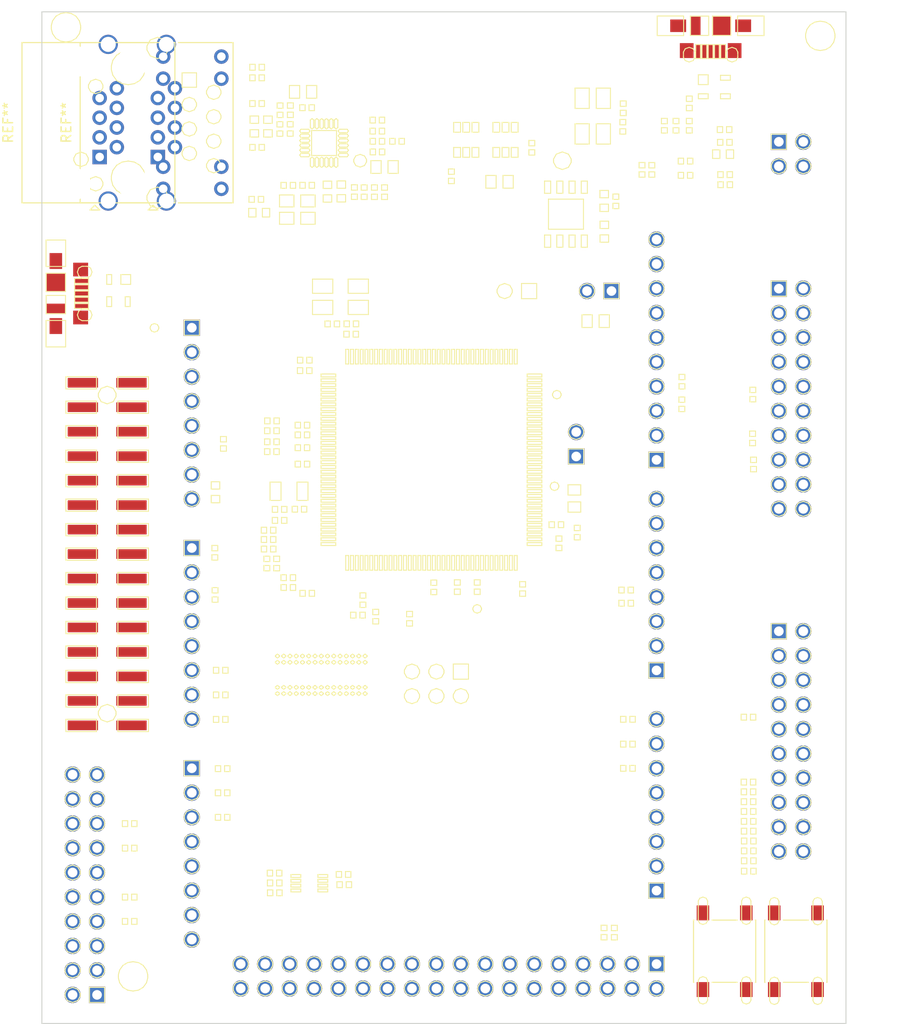
<source format=kicad_pcb>
(kicad_pcb (version 20171130) (host pcbnew 5.1.5)
  (layers (0 F.Cu signal) (31 B.Cu signal) (34 B.Paste user) (35 F.Paste user) (36 B.SilkS user) (37 F.SilkS user) (38 B.Mask user) (39 F.Mask user) (44 Edge.Cuts user))
  (net 0 "")
  (module Button_Switch_SMD:SW_SPST_PTS645 (layer F.Cu) (at 93.30881 157.502 90)
    (fp_text reference REF** hide)
    (fp_text value SW_SPST_PTS645)
    (pad 2 smd rect (at -3.98 2.25 90) (size 1.55 1.3) (layers F.Cu F.Paste F.Mask))
    (pad 1 smd rect (at -3.98 -2.25 90) (size 1.55 1.3) (layers F.Cu F.Paste F.Mask))
    (pad 1 smd rect (at 3.98 -2.25 90) (size 1.55 1.3) (layers F.Cu F.Paste F.Mask))
    (pad 2 smd rect (at 3.98 2.25 90) (size 1.55 1.3) (layers F.Cu F.Paste F.Mask))
  )
  (module Button_Switch_SMD:SW_SPST_PTS645 (layer F.Cu) (at 100.70881 157.502 90)
    (fp_text reference REF** hide)
    (fp_text value SW_SPST_PTS645)
    (pad 2 smd rect (at 3.98 2.25 90) (size 1.55 1.3) (layers F.Cu F.Paste F.Mask))
    (pad 1 smd rect (at 3.98 -2.25 90) (size 1.55 1.3) (layers F.Cu F.Paste F.Mask))
    (pad 1 smd rect (at -3.98 -2.25 90) (size 1.55 1.3) (layers F.Cu F.Paste F.Mask))
    (pad 2 smd rect (at -3.98 2.25 90) (size 1.55 1.3) (layers F.Cu F.Paste F.Mask))
  )
  (module Connector_RJ:RJ45_Amphenol_RJHSE538X (layer F.Cu) (at 34.44881 75.072 90)
    (fp_text reference REF** (at 3.56 -9.5 90) (layer F.SilkS))
    (fp_text value RJ45_Amphenol_RJHSE538X)
    (pad 1 thru_hole rect (at 0 0 90) (size 1.5 1.5) (drill 0.89) (layers *.Cu *.Mask))
    (pad 3 thru_hole circle (at 2.04 0 90) (size 1.5 1.5) (drill 0.89) (layers *.Cu *.Mask))
    (pad 5 thru_hole circle (at 4.08 0 90) (size 1.5 1.5) (drill 0.89) (layers *.Cu *.Mask))
    (pad 7 thru_hole circle (at 6.12 0 90) (size 1.5 1.5) (drill 0.89) (layers *.Cu *.Mask))
    (pad 2 thru_hole circle (at 1.02 1.78 90) (size 1.5 1.5) (drill 0.89) (layers *.Cu *.Mask))
    (pad 4 thru_hole circle (at 3.06 1.78 90) (size 1.5 1.5) (drill 0.89) (layers *.Cu *.Mask))
    (pad 6 thru_hole circle (at 5.1 1.78 90) (size 1.5 1.5) (drill 0.89) (layers *.Cu *.Mask))
    (pad 8 thru_hole circle (at 7.14 1.78 90) (size 1.5 1.5) (drill 0.89) (layers *.Cu *.Mask))
    (pad "" np_thru_hole circle (at -2.79 -2.54 90) (size 3.25 3.25) (drill 3.25) (layers *.Cu *.Mask))
    (pad "" np_thru_hole circle (at 9.91 -2.54 90) (size 3.25 3.25) (drill 3.25) (layers *.Cu *.Mask))
    (pad SH thru_hole circle (at 11.69 0.89 90) (size 2 2) (drill 1.57) (layers *.Cu *.Mask))
    (pad SH thru_hole circle (at -4.57 0.89 90) (size 2 2) (drill 1.57) (layers *.Cu *.Mask))
    (pad 9 thru_hole circle (at -3.3 6.6 90) (size 1.5 1.5) (drill 0.89) (layers *.Cu *.Mask))
    (pad 10 thru_hole circle (at -1.01 6.6 90) (size 1.5 1.5) (drill 0.89) (layers *.Cu *.Mask))
    (pad 11 thru_hole circle (at 8.13 6.6 90) (size 1.5 1.5) (drill 0.89) (layers *.Cu *.Mask))
    (pad 12 thru_hole circle (at 10.42 6.6 90) (size 1.5 1.5) (drill 0.89) (layers *.Cu *.Mask))
  )
  (module Connector_RJ:RJ45_Amphenol_RJHSE538X (layer F.Cu) (at 28.40881 75.072 90)
    (fp_text reference REF** (at 3.56 -9.5 90) (layer F.SilkS))
    (fp_text value RJ45_Amphenol_RJHSE538X)
    (pad 12 thru_hole circle (at 10.42 6.6 90) (size 1.5 1.5) (drill 0.89) (layers *.Cu *.Mask))
    (pad 11 thru_hole circle (at 8.13 6.6 90) (size 1.5 1.5) (drill 0.89) (layers *.Cu *.Mask))
    (pad 10 thru_hole circle (at -1.01 6.6 90) (size 1.5 1.5) (drill 0.89) (layers *.Cu *.Mask))
    (pad 9 thru_hole circle (at -3.3 6.6 90) (size 1.5 1.5) (drill 0.89) (layers *.Cu *.Mask))
    (pad SH thru_hole circle (at -4.57 0.89 90) (size 2 2) (drill 1.57) (layers *.Cu *.Mask))
    (pad SH thru_hole circle (at 11.69 0.89 90) (size 2 2) (drill 1.57) (layers *.Cu *.Mask))
    (pad "" np_thru_hole circle (at 9.91 -2.54 90) (size 3.25 3.25) (drill 3.25) (layers *.Cu *.Mask))
    (pad "" np_thru_hole circle (at -2.79 -2.54 90) (size 3.25 3.25) (drill 3.25) (layers *.Cu *.Mask))
    (pad 8 thru_hole circle (at 7.14 1.78 90) (size 1.5 1.5) (drill 0.89) (layers *.Cu *.Mask))
    (pad 6 thru_hole circle (at 5.1 1.78 90) (size 1.5 1.5) (drill 0.89) (layers *.Cu *.Mask))
    (pad 4 thru_hole circle (at 3.06 1.78 90) (size 1.5 1.5) (drill 0.89) (layers *.Cu *.Mask))
    (pad 2 thru_hole circle (at 1.02 1.78 90) (size 1.5 1.5) (drill 0.89) (layers *.Cu *.Mask))
    (pad 7 thru_hole circle (at 6.12 0 90) (size 1.5 1.5) (drill 0.89) (layers *.Cu *.Mask))
    (pad 5 thru_hole circle (at 4.08 0 90) (size 1.5 1.5) (drill 0.89) (layers *.Cu *.Mask))
    (pad 3 thru_hole circle (at 2.04 0 90) (size 1.5 1.5) (drill 0.89) (layers *.Cu *.Mask))
    (pad 1 thru_hole rect (at 0 0 90) (size 1.5 1.5) (drill 0.89) (layers *.Cu *.Mask))
  )
  (module Connector_USB:USB_Micro-B_Molex_47346-0001 (layer F.Cu) (at 25.05881 89.242 270)
    (fp_text reference REF** hide)
    (fp_text value USB_Micro-B_Molex_47346-0001)
    (pad 6 smd rect (at 1.55 1.2 270) (size 1 1.9) (layers F.Cu F.Paste F.Mask))
    (pad 6 smd rect (at -1.15 1.2 270) (size 1.8 1.9) (layers F.Cu F.Paste F.Mask))
    (pad 6 smd rect (at 3.375 1.2 270) (size 1.65 1.3) (layers F.Cu F.Paste F.Mask))
    (pad 6 smd rect (at -3.375 1.2 270) (size 1.65 1.3) (layers F.Cu F.Paste F.Mask))
    (pad 6 smd rect (at 2.4875 -1.375 270) (size 1.425 1.55) (layers F.Cu F.Paste F.Mask))
    (pad 6 smd rect (at -2.4875 -1.375 270) (size 1.425 1.55) (layers F.Cu F.Paste F.Mask))
    (pad 5 smd rect (at 1.3 -1.46 270) (size 0.45 1.38) (layers F.Cu F.Paste F.Mask))
    (pad 4 smd rect (at 0.65 -1.46 270) (size 0.45 1.38) (layers F.Cu F.Paste F.Mask))
    (pad 3 smd rect (at 0 -1.46 270) (size 0.45 1.38) (layers F.Cu F.Paste F.Mask))
    (pad 2 smd rect (at -0.65 -1.46 270) (size 0.45 1.38) (layers F.Cu F.Paste F.Mask))
    (pad 1 smd rect (at -1.3 -1.46 270) (size 0.45 1.38) (layers F.Cu F.Paste F.Mask))
  )
  (module Connector_USB:USB_Micro-B_Molex_47346-0001 (layer F.Cu) (at 91.85881 62.652 180)
    (fp_text reference REF** hide)
    (fp_text value USB_Micro-B_Molex_47346-0001)
    (pad 6 smd rect (at 1.55 1.2 180) (size 1 1.9) (layers F.Cu F.Paste F.Mask))
    (pad 6 smd rect (at -1.15 1.2 180) (size 1.8 1.9) (layers F.Cu F.Paste F.Mask))
    (pad 6 smd rect (at 3.375 1.2 180) (size 1.65 1.3) (layers F.Cu F.Paste F.Mask))
    (pad 6 smd rect (at -3.375 1.2 180) (size 1.65 1.3) (layers F.Cu F.Paste F.Mask))
    (pad 6 smd rect (at 2.4875 -1.375 180) (size 1.425 1.55) (layers F.Cu F.Paste F.Mask))
    (pad 6 smd rect (at -2.4875 -1.375 180) (size 1.425 1.55) (layers F.Cu F.Paste F.Mask))
    (pad 5 smd rect (at 1.3 -1.46 180) (size 0.45 1.38) (layers F.Cu F.Paste F.Mask))
    (pad 4 smd rect (at 0.65 -1.46 180) (size 0.45 1.38) (layers F.Cu F.Paste F.Mask))
    (pad 3 smd rect (at 0 -1.46 180) (size 0.45 1.38) (layers F.Cu F.Paste F.Mask))
    (pad 2 smd rect (at -0.65 -1.46 180) (size 0.45 1.38) (layers F.Cu F.Paste F.Mask))
    (pad 1 smd rect (at -1.3 -1.46 180) (size 0.45 1.38) (layers F.Cu F.Paste F.Mask))
  )
  (module Connector_PinHeader_2.54mm:PinHeader_1x02_P2.54mm_Vertical (layer F.Cu) (at 81.55881 88.982 270)
    (fp_text reference REF** hide)
    (fp_text value PinHeader_1x02_P2.54mm_Vertical)
    (pad 1 thru_hole rect (at 0 0 270) (size 1.7 1.7) (drill 1) (layers *.Cu *.Mask))
    (pad 2 thru_hole oval (at 0 2.54 270) (size 1.7 1.7) (drill 1) (layers *.Cu *.Mask))
  )
  (module Connector_PinHeader_2.54mm:PinHeader_1x02_P2.54mm_Vertical (layer F.Cu) (at 77.89881 106.152 180)
    (fp_text reference REF** hide)
    (fp_text value PinHeader_1x02_P2.54mm_Vertical)
    (pad 2 thru_hole oval (at 0 2.54 180) (size 1.7 1.7) (drill 1) (layers *.Cu *.Mask))
    (pad 1 thru_hole rect (at 0 0 180) (size 1.7 1.7) (drill 1) (layers *.Cu *.Mask))
  )
  (module Connector_PinHeader_2.54mm:PinHeader_2x10_P2.54mm_Vertical (layer F.Cu) (at 28.13881 162.032 180)
    (fp_text reference REF** hide)
    (fp_text value PinHeader_2x10_P2.54mm_Vertical)
    (pad 20 thru_hole oval (at 2.54 22.86 180) (size 1.7 1.7) (drill 1) (layers *.Cu *.Mask))
    (pad 19 thru_hole oval (at 0 22.86 180) (size 1.7 1.7) (drill 1) (layers *.Cu *.Mask))
    (pad 18 thru_hole oval (at 2.54 20.32 180) (size 1.7 1.7) (drill 1) (layers *.Cu *.Mask))
    (pad 17 thru_hole oval (at 0 20.32 180) (size 1.7 1.7) (drill 1) (layers *.Cu *.Mask))
    (pad 16 thru_hole oval (at 2.54 17.78 180) (size 1.7 1.7) (drill 1) (layers *.Cu *.Mask))
    (pad 15 thru_hole oval (at 0 17.78 180) (size 1.7 1.7) (drill 1) (layers *.Cu *.Mask))
    (pad 14 thru_hole oval (at 2.54 15.24 180) (size 1.7 1.7) (drill 1) (layers *.Cu *.Mask))
    (pad 13 thru_hole oval (at 0 15.24 180) (size 1.7 1.7) (drill 1) (layers *.Cu *.Mask))
    (pad 12 thru_hole oval (at 2.54 12.7 180) (size 1.7 1.7) (drill 1) (layers *.Cu *.Mask))
    (pad 11 thru_hole oval (at 0 12.7 180) (size 1.7 1.7) (drill 1) (layers *.Cu *.Mask))
    (pad 10 thru_hole oval (at 2.54 10.16 180) (size 1.7 1.7) (drill 1) (layers *.Cu *.Mask))
    (pad 9 thru_hole oval (at 0 10.16 180) (size 1.7 1.7) (drill 1) (layers *.Cu *.Mask))
    (pad 8 thru_hole oval (at 2.54 7.62 180) (size 1.7 1.7) (drill 1) (layers *.Cu *.Mask))
    (pad 7 thru_hole oval (at 0 7.62 180) (size 1.7 1.7) (drill 1) (layers *.Cu *.Mask))
    (pad 6 thru_hole oval (at 2.54 5.08 180) (size 1.7 1.7) (drill 1) (layers *.Cu *.Mask))
    (pad 5 thru_hole oval (at 0 5.08 180) (size 1.7 1.7) (drill 1) (layers *.Cu *.Mask))
    (pad 4 thru_hole oval (at 2.54 2.54 180) (size 1.7 1.7) (drill 1) (layers *.Cu *.Mask))
    (pad 3 thru_hole oval (at 0 2.54 180) (size 1.7 1.7) (drill 1) (layers *.Cu *.Mask))
    (pad 2 thru_hole oval (at 2.54 0 180) (size 1.7 1.7) (drill 1) (layers *.Cu *.Mask))
    (pad 1 thru_hole rect (at 0 0 180) (size 1.7 1.7) (drill 1) (layers *.Cu *.Mask))
  )
  (module Connector_PinHeader_2.54mm:PinHeader_2x15_P2.54mm_Vertical_SMD (layer F.Cu) (at 29.18881 116.282)
    (fp_text reference REF** hide)
    (fp_text value PinHeader_2x15_P2.54mm_Vertical_SMD)
    (pad 30 smd rect (at 2.525 17.78) (size 3.15 1) (layers F.Cu F.Paste F.Mask))
    (pad 29 smd rect (at -2.525 17.78) (size 3.15 1) (layers F.Cu F.Paste F.Mask))
    (pad 28 smd rect (at 2.525 15.24) (size 3.15 1) (layers F.Cu F.Paste F.Mask))
    (pad 27 smd rect (at -2.525 15.24) (size 3.15 1) (layers F.Cu F.Paste F.Mask))
    (pad 26 smd rect (at 2.525 12.7) (size 3.15 1) (layers F.Cu F.Paste F.Mask))
    (pad 25 smd rect (at -2.525 12.7) (size 3.15 1) (layers F.Cu F.Paste F.Mask))
    (pad 24 smd rect (at 2.525 10.16) (size 3.15 1) (layers F.Cu F.Paste F.Mask))
    (pad 23 smd rect (at -2.525 10.16) (size 3.15 1) (layers F.Cu F.Paste F.Mask))
    (pad 22 smd rect (at 2.525 7.62) (size 3.15 1) (layers F.Cu F.Paste F.Mask))
    (pad 21 smd rect (at -2.525 7.62) (size 3.15 1) (layers F.Cu F.Paste F.Mask))
    (pad 20 smd rect (at 2.525 5.08) (size 3.15 1) (layers F.Cu F.Paste F.Mask))
    (pad 19 smd rect (at -2.525 5.08) (size 3.15 1) (layers F.Cu F.Paste F.Mask))
    (pad 18 smd rect (at 2.525 2.54) (size 3.15 1) (layers F.Cu F.Paste F.Mask))
    (pad 17 smd rect (at -2.525 2.54) (size 3.15 1) (layers F.Cu F.Paste F.Mask))
    (pad 16 smd rect (at 2.525 0) (size 3.15 1) (layers F.Cu F.Paste F.Mask))
    (pad 15 smd rect (at -2.525 0) (size 3.15 1) (layers F.Cu F.Paste F.Mask))
    (pad 14 smd rect (at 2.525 -2.54) (size 3.15 1) (layers F.Cu F.Paste F.Mask))
    (pad 13 smd rect (at -2.525 -2.54) (size 3.15 1) (layers F.Cu F.Paste F.Mask))
    (pad 12 smd rect (at 2.525 -5.08) (size 3.15 1) (layers F.Cu F.Paste F.Mask))
    (pad 11 smd rect (at -2.525 -5.08) (size 3.15 1) (layers F.Cu F.Paste F.Mask))
    (pad 10 smd rect (at 2.525 -7.62) (size 3.15 1) (layers F.Cu F.Paste F.Mask))
    (pad 9 smd rect (at -2.525 -7.62) (size 3.15 1) (layers F.Cu F.Paste F.Mask))
    (pad 8 smd rect (at 2.525 -10.16) (size 3.15 1) (layers F.Cu F.Paste F.Mask))
    (pad 7 smd rect (at -2.525 -10.16) (size 3.15 1) (layers F.Cu F.Paste F.Mask))
    (pad 6 smd rect (at 2.525 -12.7) (size 3.15 1) (layers F.Cu F.Paste F.Mask))
    (pad 5 smd rect (at -2.525 -12.7) (size 3.15 1) (layers F.Cu F.Paste F.Mask))
    (pad 4 smd rect (at 2.525 -15.24) (size 3.15 1) (layers F.Cu F.Paste F.Mask))
    (pad 3 smd rect (at -2.525 -15.24) (size 3.15 1) (layers F.Cu F.Paste F.Mask))
    (pad 2 smd rect (at 2.525 -17.78) (size 3.15 1) (layers F.Cu F.Paste F.Mask))
    (pad 1 smd rect (at -2.525 -17.78) (size 3.15 1) (layers F.Cu F.Paste F.Mask))
  )
  (module Connector_PinHeader_2.54mm:PinHeader_2x02_P2.54mm_Horizontal (layer F.Cu) (at 98.93881 73.492)
    (fp_text reference REF** hide)
    (fp_text value PinHeader_2x02_P2.54mm_Horizontal)
    (pad 4 thru_hole oval (at 2.54 2.54) (size 1.7 1.7) (drill 1) (layers *.Cu *.Mask))
    (pad 3 thru_hole oval (at 0 2.54) (size 1.7 1.7) (drill 1) (layers *.Cu *.Mask))
    (pad 2 thru_hole oval (at 2.54 0) (size 1.7 1.7) (drill 1) (layers *.Cu *.Mask))
    (pad 1 thru_hole rect (at 0 0) (size 1.7 1.7) (drill 1) (layers *.Cu *.Mask))
  )
  (module Connector_PinHeader_2.54mm:PinHeader_2x18_P2.54mm_Vertical (layer F.Cu) (at 86.23881 158.832 270)
    (fp_text reference REF** hide)
    (fp_text value PinHeader_2x18_P2.54mm_Vertical)
    (pad 36 thru_hole oval (at 2.54 43.18 270) (size 1.7 1.7) (drill 1) (layers *.Cu *.Mask))
    (pad 35 thru_hole oval (at 0 43.18 270) (size 1.7 1.7) (drill 1) (layers *.Cu *.Mask))
    (pad 34 thru_hole oval (at 2.54 40.64 270) (size 1.7 1.7) (drill 1) (layers *.Cu *.Mask))
    (pad 33 thru_hole oval (at 0 40.64 270) (size 1.7 1.7) (drill 1) (layers *.Cu *.Mask))
    (pad 32 thru_hole oval (at 2.54 38.1 270) (size 1.7 1.7) (drill 1) (layers *.Cu *.Mask))
    (pad 31 thru_hole oval (at 0 38.1 270) (size 1.7 1.7) (drill 1) (layers *.Cu *.Mask))
    (pad 30 thru_hole oval (at 2.54 35.56 270) (size 1.7 1.7) (drill 1) (layers *.Cu *.Mask))
    (pad 29 thru_hole oval (at 0 35.56 270) (size 1.7 1.7) (drill 1) (layers *.Cu *.Mask))
    (pad 28 thru_hole oval (at 2.54 33.02 270) (size 1.7 1.7) (drill 1) (layers *.Cu *.Mask))
    (pad 27 thru_hole oval (at 0 33.02 270) (size 1.7 1.7) (drill 1) (layers *.Cu *.Mask))
    (pad 26 thru_hole oval (at 2.54 30.48 270) (size 1.7 1.7) (drill 1) (layers *.Cu *.Mask))
    (pad 25 thru_hole oval (at 0 30.48 270) (size 1.7 1.7) (drill 1) (layers *.Cu *.Mask))
    (pad 24 thru_hole oval (at 2.54 27.94 270) (size 1.7 1.7) (drill 1) (layers *.Cu *.Mask))
    (pad 23 thru_hole oval (at 0 27.94 270) (size 1.7 1.7) (drill 1) (layers *.Cu *.Mask))
    (pad 22 thru_hole oval (at 2.54 25.4 270) (size 1.7 1.7) (drill 1) (layers *.Cu *.Mask))
    (pad 21 thru_hole oval (at 0 25.4 270) (size 1.7 1.7) (drill 1) (layers *.Cu *.Mask))
    (pad 20 thru_hole oval (at 2.54 22.86 270) (size 1.7 1.7) (drill 1) (layers *.Cu *.Mask))
    (pad 19 thru_hole oval (at 0 22.86 270) (size 1.7 1.7) (drill 1) (layers *.Cu *.Mask))
    (pad 18 thru_hole oval (at 2.54 20.32 270) (size 1.7 1.7) (drill 1) (layers *.Cu *.Mask))
    (pad 17 thru_hole oval (at 0 20.32 270) (size 1.7 1.7) (drill 1) (layers *.Cu *.Mask))
    (pad 16 thru_hole oval (at 2.54 17.78 270) (size 1.7 1.7) (drill 1) (layers *.Cu *.Mask))
    (pad 15 thru_hole oval (at 0 17.78 270) (size 1.7 1.7) (drill 1) (layers *.Cu *.Mask))
    (pad 14 thru_hole oval (at 2.54 15.24 270) (size 1.7 1.7) (drill 1) (layers *.Cu *.Mask))
    (pad 13 thru_hole oval (at 0 15.24 270) (size 1.7 1.7) (drill 1) (layers *.Cu *.Mask))
    (pad 12 thru_hole oval (at 2.54 12.7 270) (size 1.7 1.7) (drill 1) (layers *.Cu *.Mask))
    (pad 11 thru_hole oval (at 0 12.7 270) (size 1.7 1.7) (drill 1) (layers *.Cu *.Mask))
    (pad 10 thru_hole oval (at 2.54 10.16 270) (size 1.7 1.7) (drill 1) (layers *.Cu *.Mask))
    (pad 9 thru_hole oval (at 0 10.16 270) (size 1.7 1.7) (drill 1) (layers *.Cu *.Mask))
    (pad 8 thru_hole oval (at 2.54 7.62 270) (size 1.7 1.7) (drill 1) (layers *.Cu *.Mask))
    (pad 7 thru_hole oval (at 0 7.62 270) (size 1.7 1.7) (drill 1) (layers *.Cu *.Mask))
    (pad 6 thru_hole oval (at 2.54 5.08 270) (size 1.7 1.7) (drill 1) (layers *.Cu *.Mask))
    (pad 5 thru_hole oval (at 0 5.08 270) (size 1.7 1.7) (drill 1) (layers *.Cu *.Mask))
    (pad 4 thru_hole oval (at 2.54 2.54 270) (size 1.7 1.7) (drill 1) (layers *.Cu *.Mask))
    (pad 3 thru_hole oval (at 0 2.54 270) (size 1.7 1.7) (drill 1) (layers *.Cu *.Mask))
    (pad 2 thru_hole oval (at 2.54 0 270) (size 1.7 1.7) (drill 1) (layers *.Cu *.Mask))
    (pad 1 thru_hole rect (at 0 0 270) (size 1.7 1.7) (drill 1) (layers *.Cu *.Mask))
  )
  (module Connector_PinHeader_2.54mm:PinHeader_2x10_P2.54mm_Horizontal (layer F.Cu) (at 98.93881 124.292)
    (fp_text reference REF** hide)
    (fp_text value PinHeader_2x10_P2.54mm_Horizontal)
    (pad 1 thru_hole rect (at 0 0) (size 1.7 1.7) (drill 1) (layers *.Cu *.Mask))
    (pad 2 thru_hole oval (at 2.54 0) (size 1.7 1.7) (drill 1) (layers *.Cu *.Mask))
    (pad 3 thru_hole oval (at 0 2.54) (size 1.7 1.7) (drill 1) (layers *.Cu *.Mask))
    (pad 4 thru_hole oval (at 2.54 2.54) (size 1.7 1.7) (drill 1) (layers *.Cu *.Mask))
    (pad 5 thru_hole oval (at 0 5.08) (size 1.7 1.7) (drill 1) (layers *.Cu *.Mask))
    (pad 6 thru_hole oval (at 2.54 5.08) (size 1.7 1.7) (drill 1) (layers *.Cu *.Mask))
    (pad 7 thru_hole oval (at 0 7.62) (size 1.7 1.7) (drill 1) (layers *.Cu *.Mask))
    (pad 8 thru_hole oval (at 2.54 7.62) (size 1.7 1.7) (drill 1) (layers *.Cu *.Mask))
    (pad 9 thru_hole oval (at 0 10.16) (size 1.7 1.7) (drill 1) (layers *.Cu *.Mask))
    (pad 10 thru_hole oval (at 2.54 10.16) (size 1.7 1.7) (drill 1) (layers *.Cu *.Mask))
    (pad 11 thru_hole oval (at 0 12.7) (size 1.7 1.7) (drill 1) (layers *.Cu *.Mask))
    (pad 12 thru_hole oval (at 2.54 12.7) (size 1.7 1.7) (drill 1) (layers *.Cu *.Mask))
    (pad 13 thru_hole oval (at 0 15.24) (size 1.7 1.7) (drill 1) (layers *.Cu *.Mask))
    (pad 14 thru_hole oval (at 2.54 15.24) (size 1.7 1.7) (drill 1) (layers *.Cu *.Mask))
    (pad 15 thru_hole oval (at 0 17.78) (size 1.7 1.7) (drill 1) (layers *.Cu *.Mask))
    (pad 16 thru_hole oval (at 2.54 17.78) (size 1.7 1.7) (drill 1) (layers *.Cu *.Mask))
    (pad 17 thru_hole oval (at 0 20.32) (size 1.7 1.7) (drill 1) (layers *.Cu *.Mask))
    (pad 18 thru_hole oval (at 2.54 20.32) (size 1.7 1.7) (drill 1) (layers *.Cu *.Mask))
    (pad 19 thru_hole oval (at 0 22.86) (size 1.7 1.7) (drill 1) (layers *.Cu *.Mask))
    (pad 20 thru_hole oval (at 2.54 22.86) (size 1.7 1.7) (drill 1) (layers *.Cu *.Mask))
  )
  (module Connector_PinHeader_2.54mm:PinHeader_2x10_P2.54mm_Horizontal (layer F.Cu) (at 98.93881 88.732)
    (fp_text reference REF** hide)
    (fp_text value PinHeader_2x10_P2.54mm_Horizontal)
    (pad 20 thru_hole oval (at 2.54 22.86) (size 1.7 1.7) (drill 1) (layers *.Cu *.Mask))
    (pad 19 thru_hole oval (at 0 22.86) (size 1.7 1.7) (drill 1) (layers *.Cu *.Mask))
    (pad 18 thru_hole oval (at 2.54 20.32) (size 1.7 1.7) (drill 1) (layers *.Cu *.Mask))
    (pad 17 thru_hole oval (at 0 20.32) (size 1.7 1.7) (drill 1) (layers *.Cu *.Mask))
    (pad 16 thru_hole oval (at 2.54 17.78) (size 1.7 1.7) (drill 1) (layers *.Cu *.Mask))
    (pad 15 thru_hole oval (at 0 17.78) (size 1.7 1.7) (drill 1) (layers *.Cu *.Mask))
    (pad 14 thru_hole oval (at 2.54 15.24) (size 1.7 1.7) (drill 1) (layers *.Cu *.Mask))
    (pad 13 thru_hole oval (at 0 15.24) (size 1.7 1.7) (drill 1) (layers *.Cu *.Mask))
    (pad 12 thru_hole oval (at 2.54 12.7) (size 1.7 1.7) (drill 1) (layers *.Cu *.Mask))
    (pad 11 thru_hole oval (at 0 12.7) (size 1.7 1.7) (drill 1) (layers *.Cu *.Mask))
    (pad 10 thru_hole oval (at 2.54 10.16) (size 1.7 1.7) (drill 1) (layers *.Cu *.Mask))
    (pad 9 thru_hole oval (at 0 10.16) (size 1.7 1.7) (drill 1) (layers *.Cu *.Mask))
    (pad 8 thru_hole oval (at 2.54 7.62) (size 1.7 1.7) (drill 1) (layers *.Cu *.Mask))
    (pad 7 thru_hole oval (at 0 7.62) (size 1.7 1.7) (drill 1) (layers *.Cu *.Mask))
    (pad 6 thru_hole oval (at 2.54 5.08) (size 1.7 1.7) (drill 1) (layers *.Cu *.Mask))
    (pad 5 thru_hole oval (at 0 5.08) (size 1.7 1.7) (drill 1) (layers *.Cu *.Mask))
    (pad 4 thru_hole oval (at 2.54 2.54) (size 1.7 1.7) (drill 1) (layers *.Cu *.Mask))
    (pad 3 thru_hole oval (at 0 2.54) (size 1.7 1.7) (drill 1) (layers *.Cu *.Mask))
    (pad 2 thru_hole oval (at 2.54 0) (size 1.7 1.7) (drill 1) (layers *.Cu *.Mask))
    (pad 1 thru_hole rect (at 0 0) (size 1.7 1.7) (drill 1) (layers *.Cu *.Mask))
  )
  (module Connector_PinHeader_2.54mm:PinHeader_1x10_P2.54mm_Vertical (layer F.Cu) (at 86.23881 106.502 180)
    (fp_text reference REF** hide)
    (fp_text value PinHeader_1x10_P2.54mm_Vertical)
    (pad 10 thru_hole oval (at 0 22.86 180) (size 1.7 1.7) (drill 1) (layers *.Cu *.Mask))
    (pad 9 thru_hole oval (at 0 20.32 180) (size 1.7 1.7) (drill 1) (layers *.Cu *.Mask))
    (pad 8 thru_hole oval (at 0 17.78 180) (size 1.7 1.7) (drill 1) (layers *.Cu *.Mask))
    (pad 7 thru_hole oval (at 0 15.24 180) (size 1.7 1.7) (drill 1) (layers *.Cu *.Mask))
    (pad 6 thru_hole oval (at 0 12.7 180) (size 1.7 1.7) (drill 1) (layers *.Cu *.Mask))
    (pad 5 thru_hole oval (at 0 10.16 180) (size 1.7 1.7) (drill 1) (layers *.Cu *.Mask))
    (pad 4 thru_hole oval (at 0 7.62 180) (size 1.7 1.7) (drill 1) (layers *.Cu *.Mask))
    (pad 3 thru_hole oval (at 0 5.08 180) (size 1.7 1.7) (drill 1) (layers *.Cu *.Mask))
    (pad 2 thru_hole oval (at 0 2.54 180) (size 1.7 1.7) (drill 1) (layers *.Cu *.Mask))
    (pad 1 thru_hole rect (at 0 0 180) (size 1.7 1.7) (drill 1) (layers *.Cu *.Mask))
  )
  (module Connector_PinHeader_2.54mm:PinHeader_1x08_P2.54mm_Vertical (layer F.Cu) (at 86.23881 128.352 180)
    (fp_text reference REF** hide)
    (fp_text value PinHeader_1x08_P2.54mm_Vertical)
    (pad 1 thru_hole rect (at 0 0 180) (size 1.7 1.7) (drill 1) (layers *.Cu *.Mask))
    (pad 2 thru_hole oval (at 0 2.54 180) (size 1.7 1.7) (drill 1) (layers *.Cu *.Mask))
    (pad 3 thru_hole oval (at 0 5.08 180) (size 1.7 1.7) (drill 1) (layers *.Cu *.Mask))
    (pad 4 thru_hole oval (at 0 7.62 180) (size 1.7 1.7) (drill 1) (layers *.Cu *.Mask))
    (pad 5 thru_hole oval (at 0 10.16 180) (size 1.7 1.7) (drill 1) (layers *.Cu *.Mask))
    (pad 6 thru_hole oval (at 0 12.7 180) (size 1.7 1.7) (drill 1) (layers *.Cu *.Mask))
    (pad 7 thru_hole oval (at 0 15.24 180) (size 1.7 1.7) (drill 1) (layers *.Cu *.Mask))
    (pad 8 thru_hole oval (at 0 17.78 180) (size 1.7 1.7) (drill 1) (layers *.Cu *.Mask))
  )
  (module Connector_PinHeader_2.54mm:PinHeader_1x08_P2.54mm_Vertical (layer F.Cu) (at 86.23881 151.212 180)
    (fp_text reference REF** hide)
    (fp_text value PinHeader_1x08_P2.54mm_Vertical)
    (pad 1 thru_hole rect (at 0 0 180) (size 1.7 1.7) (drill 1) (layers *.Cu *.Mask))
    (pad 2 thru_hole oval (at 0 2.54 180) (size 1.7 1.7) (drill 1) (layers *.Cu *.Mask))
    (pad 3 thru_hole oval (at 0 5.08 180) (size 1.7 1.7) (drill 1) (layers *.Cu *.Mask))
    (pad 4 thru_hole oval (at 0 7.62 180) (size 1.7 1.7) (drill 1) (layers *.Cu *.Mask))
    (pad 5 thru_hole oval (at 0 10.16 180) (size 1.7 1.7) (drill 1) (layers *.Cu *.Mask))
    (pad 6 thru_hole oval (at 0 12.7 180) (size 1.7 1.7) (drill 1) (layers *.Cu *.Mask))
    (pad 7 thru_hole oval (at 0 15.24 180) (size 1.7 1.7) (drill 1) (layers *.Cu *.Mask))
    (pad 8 thru_hole oval (at 0 17.78 180) (size 1.7 1.7) (drill 1) (layers *.Cu *.Mask))
  )
  (module Connector_PinHeader_2.54mm:PinHeader_1x08_P2.54mm_Vertical (layer F.Cu) (at 37.97881 138.512)
    (fp_text reference REF** hide)
    (fp_text value PinHeader_1x08_P2.54mm_Vertical)
    (pad 1 thru_hole rect (at 0 0) (size 1.7 1.7) (drill 1) (layers *.Cu *.Mask))
    (pad 2 thru_hole oval (at 0 2.54) (size 1.7 1.7) (drill 1) (layers *.Cu *.Mask))
    (pad 3 thru_hole oval (at 0 5.08) (size 1.7 1.7) (drill 1) (layers *.Cu *.Mask))
    (pad 4 thru_hole oval (at 0 7.62) (size 1.7 1.7) (drill 1) (layers *.Cu *.Mask))
    (pad 5 thru_hole oval (at 0 10.16) (size 1.7 1.7) (drill 1) (layers *.Cu *.Mask))
    (pad 6 thru_hole oval (at 0 12.7) (size 1.7 1.7) (drill 1) (layers *.Cu *.Mask))
    (pad 7 thru_hole oval (at 0 15.24) (size 1.7 1.7) (drill 1) (layers *.Cu *.Mask))
    (pad 8 thru_hole oval (at 0 17.78) (size 1.7 1.7) (drill 1) (layers *.Cu *.Mask))
  )
  (module Connector_PinHeader_2.54mm:PinHeader_1x08_P2.54mm_Vertical (layer F.Cu) (at 37.97881 115.652)
    (fp_text reference REF** hide)
    (fp_text value PinHeader_1x08_P2.54mm_Vertical)
    (pad 1 thru_hole rect (at 0 0) (size 1.7 1.7) (drill 1) (layers *.Cu *.Mask))
    (pad 2 thru_hole oval (at 0 2.54) (size 1.7 1.7) (drill 1) (layers *.Cu *.Mask))
    (pad 3 thru_hole oval (at 0 5.08) (size 1.7 1.7) (drill 1) (layers *.Cu *.Mask))
    (pad 4 thru_hole oval (at 0 7.62) (size 1.7 1.7) (drill 1) (layers *.Cu *.Mask))
    (pad 5 thru_hole oval (at 0 10.16) (size 1.7 1.7) (drill 1) (layers *.Cu *.Mask))
    (pad 6 thru_hole oval (at 0 12.7) (size 1.7 1.7) (drill 1) (layers *.Cu *.Mask))
    (pad 7 thru_hole oval (at 0 15.24) (size 1.7 1.7) (drill 1) (layers *.Cu *.Mask))
    (pad 8 thru_hole oval (at 0 17.78) (size 1.7 1.7) (drill 1) (layers *.Cu *.Mask))
  )
  (module Connector_PinHeader_2.54mm:PinHeader_1x08_P2.54mm_Vertical (layer F.Cu) (at 37.97881 92.792)
    (fp_text reference REF** hide)
    (fp_text value PinHeader_1x08_P2.54mm_Vertical)
    (pad 8 thru_hole oval (at 0 17.78) (size 1.7 1.7) (drill 1) (layers *.Cu *.Mask))
    (pad 7 thru_hole oval (at 0 15.24) (size 1.7 1.7) (drill 1) (layers *.Cu *.Mask))
    (pad 6 thru_hole oval (at 0 12.7) (size 1.7 1.7) (drill 1) (layers *.Cu *.Mask))
    (pad 5 thru_hole oval (at 0 10.16) (size 1.7 1.7) (drill 1) (layers *.Cu *.Mask))
    (pad 4 thru_hole oval (at 0 7.62) (size 1.7 1.7) (drill 1) (layers *.Cu *.Mask))
    (pad 3 thru_hole oval (at 0 5.08) (size 1.7 1.7) (drill 1) (layers *.Cu *.Mask))
    (pad 2 thru_hole oval (at 0 2.54) (size 1.7 1.7) (drill 1) (layers *.Cu *.Mask))
    (pad 1 thru_hole rect (at 0 0) (size 1.7 1.7) (drill 1) (layers *.Cu *.Mask))
  )
  (gr_line (start 93.9581 62.455) (end 92.0535 62.455) (layer F.SilkS) (width 0.1))
  (gr_line (start 92.9008 63.402999) (end 92.9008 63.402999) (layer F.SilkS) (width 0.1))
  (gr_line (start 92.9008 64.852) (end 92.9008 63.402999) (layer F.SilkS) (width 0.1))
  (gr_line (start 93.4095 64.852) (end 92.9008 64.852) (layer F.SilkS) (width 0.1))
  (gr_line (start 93.4095 63.402999) (end 93.4095 64.852) (layer F.SilkS) (width 0.1))
  (gr_line (start 92.9008 63.402999) (end 93.4095 63.402999) (layer F.SilkS) (width 0.1))
  (gr_line (start 90.3019 63.402999) (end 90.3019 63.402999) (layer F.SilkS) (width 0.1))
  (gr_line (start 90.3019 64.852) (end 90.3019 63.402999) (layer F.SilkS) (width 0.1))
  (gr_line (start 90.8106 64.852) (end 90.3019 64.852) (layer F.SilkS) (width 0.1))
  (gr_line (start 90.8106 63.402999) (end 90.8106 64.852) (layer F.SilkS) (width 0.1))
  (gr_line (start 90.3019 63.402999) (end 90.8106 63.402999) (layer F.SilkS) (width 0.1))
  (gr_line (start 90.951 63.402999) (end 90.951 63.402999) (layer F.SilkS) (width 0.1))
  (gr_line (start 90.951 64.852) (end 90.951 63.402999) (layer F.SilkS) (width 0.1))
  (gr_line (start 91.4597 64.852) (end 90.951 64.852) (layer F.SilkS) (width 0.1))
  (gr_line (start 91.4597 63.402999) (end 91.4597 64.852) (layer F.SilkS) (width 0.1))
  (gr_line (start 90.951 63.402999) (end 91.4597 63.402999) (layer F.SilkS) (width 0.1))
  (gr_line (start 91.6015 63.402999) (end 91.6015 63.402999) (layer F.SilkS) (width 0.1))
  (gr_line (start 91.6015 64.852) (end 91.6015 63.402999) (layer F.SilkS) (width 0.1))
  (gr_line (start 92.1099 64.852) (end 91.6015 64.852) (layer F.SilkS) (width 0.1))
  (gr_line (start 92.1099 63.402999) (end 92.1099 64.852) (layer F.SilkS) (width 0.1))
  (gr_line (start 91.6015 63.402999) (end 92.1099 63.402999) (layer F.SilkS) (width 0.1))
  (gr_line (start 92.2521 63.402999) (end 92.2521 63.402999) (layer F.SilkS) (width 0.1))
  (gr_line (start 92.2521 64.852) (end 92.2521 63.402999) (layer F.SilkS) (width 0.1))
  (gr_line (start 92.7604 64.852) (end 92.2521 64.852) (layer F.SilkS) (width 0.1))
  (gr_line (start 92.7604 63.402999) (end 92.7604 64.852) (layer F.SilkS) (width 0.1))
  (gr_line (start 92.2521 63.402999) (end 92.7604 63.402999) (layer F.SilkS) (width 0.1))
  (gr_line (start 103.4513 152.4067) (end 103.4513 152.4067) (layer F.SilkS) (width 0.1))
  (gr_line (start 103.4513 154.286299) (end 103.4513 152.4067) (layer F.SilkS) (width 0.1))
  (gr_line (start 103.4513 154.376) (end 103.4513 154.286299) (layer F.SilkS) (width 0.1))
  (gr_line (start 103.2997 154.6472) (end 103.4513 154.376) (layer F.SilkS) (width 0.1))
  (gr_line (start 102.9691 154.7686) (end 103.2997 154.6472) (layer F.SilkS) (width 0.1))
  (gr_line (start 102.6368 154.6472) (end 102.9691 154.7686) (layer F.SilkS) (width 0.1))
  (gr_line (start 102.4865 154.376) (end 102.6368 154.6472) (layer F.SilkS) (width 0.1))
  (gr_line (start 102.4865 154.286299) (end 102.4865 154.376) (layer F.SilkS) (width 0.1))
  (gr_line (start 102.4865 152.4067) (end 102.4865 154.286299) (layer F.SilkS) (width 0.1))
  (gr_line (start 102.4865 152.3157) (end 102.4865 152.4067) (layer F.SilkS) (width 0.1))
  (gr_line (start 102.6368 152.0441) (end 102.4865 152.3157) (layer F.SilkS) (width 0.1))
  (gr_line (start 102.9691 151.9231) (end 102.6368 152.0441) (layer F.SilkS) (width 0.1))
  (gr_line (start 103.2997 152.0441) (end 102.9691 151.9231) (layer F.SilkS) (width 0.1))
  (gr_line (start 103.4513 152.3157) (end 103.2997 152.0441) (layer F.SilkS) (width 0.1))
  (gr_line (start 103.4513 152.4067) (end 103.4513 152.3157) (layer F.SilkS) (width 0.1))
  (gr_line (start 103.4513 160.6695) (end 103.4513 160.6695) (layer F.SilkS) (width 0.1))
  (gr_line (start 103.4513 162.5491) (end 103.4513 160.6695) (layer F.SilkS) (width 0.1))
  (gr_line (start 103.4513 162.6387) (end 103.4513 162.5491) (layer F.SilkS) (width 0.1))
  (gr_line (start 103.2997 162.91) (end 103.4513 162.6387) (layer F.SilkS) (width 0.1))
  (gr_line (start 102.9691 163.0314) (end 103.2997 162.91) (layer F.SilkS) (width 0.1))
  (gr_line (start 102.6368 162.91) (end 102.9691 163.0314) (layer F.SilkS) (width 0.1))
  (gr_line (start 102.4865 162.6387) (end 102.6368 162.91) (layer F.SilkS) (width 0.1))
  (gr_line (start 102.4865 162.5491) (end 102.4865 162.6387) (layer F.SilkS) (width 0.1))
  (gr_line (start 102.4865 160.6695) (end 102.4865 162.5491) (layer F.SilkS) (width 0.1))
  (gr_line (start 102.4865 160.5785) (end 102.4865 160.6695) (layer F.SilkS) (width 0.1))
  (gr_line (start 102.6368 160.306899) (end 102.4865 160.5785) (layer F.SilkS) (width 0.1))
  (gr_line (start 102.9691 160.1859) (end 102.6368 160.306899) (layer F.SilkS) (width 0.1))
  (gr_line (start 103.2997 160.306899) (end 102.9691 160.1859) (layer F.SilkS) (width 0.1))
  (gr_line (start 103.4513 160.5785) (end 103.2997 160.306899) (layer F.SilkS) (width 0.1))
  (gr_line (start 103.4513 160.6695) (end 103.4513 160.5785) (layer F.SilkS) (width 0.1))
  (gr_line (start 98.952 152.4067) (end 98.952 152.4067) (layer F.SilkS) (width 0.1))
  (gr_line (start 98.952 154.286299) (end 98.952 152.4067) (layer F.SilkS) (width 0.1))
  (gr_line (start 98.952 154.376) (end 98.952 154.286299) (layer F.SilkS) (width 0.1))
  (gr_line (start 98.8003 154.6472) (end 98.952 154.376) (layer F.SilkS) (width 0.1))
  (gr_line (start 98.4698 154.7686) (end 98.8003 154.6472) (layer F.SilkS) (width 0.1))
  (gr_line (start 98.1375 154.6472) (end 98.4698 154.7686) (layer F.SilkS) (width 0.1))
  (gr_line (start 97.9872 154.376) (end 98.1375 154.6472) (layer F.SilkS) (width 0.1))
  (gr_line (start 97.9872 154.286299) (end 97.9872 154.376) (layer F.SilkS) (width 0.1))
  (gr_line (start 97.9872 152.4067) (end 97.9872 154.286299) (layer F.SilkS) (width 0.1))
  (gr_line (start 97.9872 152.3157) (end 97.9872 152.4067) (layer F.SilkS) (width 0.1))
  (gr_line (start 98.1375 152.0441) (end 97.9872 152.3157) (layer F.SilkS) (width 0.1))
  (gr_line (start 98.4698 151.9231) (end 98.1375 152.0441) (layer F.SilkS) (width 0.1))
  (gr_line (start 98.8003 152.0441) (end 98.4698 151.9231) (layer F.SilkS) (width 0.1))
  (gr_line (start 98.952 152.3157) (end 98.8003 152.0441) (layer F.SilkS) (width 0.1))
  (gr_line (start 98.952 152.4067) (end 98.952 152.3157) (layer F.SilkS) (width 0.1))
  (gr_line (start 98.952 160.6695) (end 98.952 160.6695) (layer F.SilkS) (width 0.1))
  (gr_line (start 98.952 162.5491) (end 98.952 160.6695) (layer F.SilkS) (width 0.1))
  (gr_line (start 98.952 162.6387) (end 98.952 162.5491) (layer F.SilkS) (width 0.1))
  (gr_line (start 98.8003 162.91) (end 98.952 162.6387) (layer F.SilkS) (width 0.1))
  (gr_line (start 98.4698 163.0314) (end 98.8003 162.91) (layer F.SilkS) (width 0.1))
  (gr_line (start 98.1375 162.91) (end 98.4698 163.0314) (layer F.SilkS) (width 0.1))
  (gr_line (start 97.9872 162.6387) (end 98.1375 162.91) (layer F.SilkS) (width 0.1))
  (gr_line (start 97.9872 162.5491) (end 97.9872 162.6387) (layer F.SilkS) (width 0.1))
  (gr_line (start 97.9872 160.6695) (end 97.9872 162.5491) (layer F.SilkS) (width 0.1))
  (gr_line (start 97.9872 160.5785) (end 97.9872 160.6695) (layer F.SilkS) (width 0.1))
  (gr_line (start 98.1375 160.306899) (end 97.9872 160.5785) (layer F.SilkS) (width 0.1))
  (gr_line (start 98.4698 160.1859) (end 98.1375 160.306899) (layer F.SilkS) (width 0.1))
  (gr_line (start 98.8003 160.306899) (end 98.4698 160.1859) (layer F.SilkS) (width 0.1))
  (gr_line (start 98.952 160.5785) (end 98.8003 160.306899) (layer F.SilkS) (width 0.1))
  (gr_line (start 98.952 160.6695) (end 98.952 160.5785) (layer F.SilkS) (width 0.1))
  (gr_line (start 96.0416 152.3627) (end 96.0416 152.3627) (layer F.SilkS) (width 0.1))
  (gr_line (start 96.0416 154.2423) (end 96.0416 152.3627) (layer F.SilkS) (width 0.1))
  (gr_line (start 96.0416 154.3319) (end 96.0416 154.2423) (layer F.SilkS) (width 0.1))
  (gr_line (start 95.8899 154.603099) (end 96.0416 154.3319) (layer F.SilkS) (width 0.1))
  (gr_line (start 95.5579 154.7245) (end 95.8899 154.603099) (layer F.SilkS) (width 0.1))
  (gr_line (start 95.2256 154.603099) (end 95.5579 154.7245) (layer F.SilkS) (width 0.1))
  (gr_line (start 95.0757 154.3319) (end 95.2256 154.603099) (layer F.SilkS) (width 0.1))
  (gr_line (start 95.0757 154.2423) (end 95.0757 154.3319) (layer F.SilkS) (width 0.1))
  (gr_line (start 95.0757 152.3627) (end 95.0757 154.2423) (layer F.SilkS) (width 0.1))
  (gr_line (start 95.0757 152.2716) (end 95.0757 152.3627) (layer F.SilkS) (width 0.1))
  (gr_line (start 95.2256 152) (end 95.0757 152.2716) (layer F.SilkS) (width 0.1))
  (gr_line (start 95.5579 151.879) (end 95.2256 152) (layer F.SilkS) (width 0.1))
  (gr_line (start 95.8899 152) (end 95.5579 151.879) (layer F.SilkS) (width 0.1))
  (gr_line (start 96.0416 152.2716) (end 95.8899 152) (layer F.SilkS) (width 0.1))
  (gr_line (start 96.0416 152.3627) (end 96.0416 152.2716) (layer F.SilkS) (width 0.1))
  (gr_line (start 96.0416 160.624) (end 96.0416 160.624) (layer F.SilkS) (width 0.1))
  (gr_line (start 96.0416 162.5036) (end 96.0416 160.624) (layer F.SilkS) (width 0.1))
  (gr_line (start 96.0416 162.5932) (end 96.0416 162.5036) (layer F.SilkS) (width 0.1))
  (gr_line (start 95.8899 162.8645) (end 96.0416 162.5932) (layer F.SilkS) (width 0.1))
  (gr_line (start 95.5579 162.9859) (end 95.8899 162.8645) (layer F.SilkS) (width 0.1))
  (gr_line (start 95.2256 162.8645) (end 95.5579 162.9859) (layer F.SilkS) (width 0.1))
  (gr_line (start 95.0757 162.5932) (end 95.2256 162.8645) (layer F.SilkS) (width 0.1))
  (gr_line (start 95.0757 162.5036) (end 95.0757 162.5932) (layer F.SilkS) (width 0.1))
  (gr_line (start 95.0757 160.624) (end 95.0757 162.5036) (layer F.SilkS) (width 0.1))
  (gr_line (start 95.0757 160.533) (end 95.0757 160.624) (layer F.SilkS) (width 0.1))
  (gr_line (start 95.2256 160.2613) (end 95.0757 160.533) (layer F.SilkS) (width 0.1))
  (gr_line (start 95.5579 160.1403) (end 95.2256 160.2613) (layer F.SilkS) (width 0.1))
  (gr_line (start 95.8899 160.2613) (end 95.5579 160.1403) (layer F.SilkS) (width 0.1))
  (gr_line (start 96.0416 160.533) (end 95.8899 160.2613) (layer F.SilkS) (width 0.1))
  (gr_line (start 96.0416 160.624) (end 96.0416 160.533) (layer F.SilkS) (width 0.1))
  (gr_line (start 91.5409 152.3627) (end 91.5409 152.3627) (layer F.SilkS) (width 0.1))
  (gr_line (start 91.5409 154.2423) (end 91.5409 152.3627) (layer F.SilkS) (width 0.1))
  (gr_line (start 91.5409 154.3319) (end 91.5409 154.2423) (layer F.SilkS) (width 0.1))
  (gr_line (start 91.3892 154.603099) (end 91.5409 154.3319) (layer F.SilkS) (width 0.1))
  (gr_line (start 91.0586 154.7245) (end 91.3892 154.603099) (layer F.SilkS) (width 0.1))
  (gr_line (start 90.7263 154.603099) (end 91.0586 154.7245) (layer F.SilkS) (width 0.1))
  (gr_line (start 90.5764 154.3319) (end 90.7263 154.603099) (layer F.SilkS) (width 0.1))
  (gr_line (start 90.5764 154.2423) (end 90.5764 154.3319) (layer F.SilkS) (width 0.1))
  (gr_line (start 90.5764 152.3627) (end 90.5764 154.2423) (layer F.SilkS) (width 0.1))
  (gr_line (start 90.5764 152.2716) (end 90.5764 152.3627) (layer F.SilkS) (width 0.1))
  (gr_line (start 90.7263 152) (end 90.5764 152.2716) (layer F.SilkS) (width 0.1))
  (gr_line (start 91.0586 151.879) (end 90.7263 152) (layer F.SilkS) (width 0.1))
  (gr_line (start 91.3892 152) (end 91.0586 151.879) (layer F.SilkS) (width 0.1))
  (gr_line (start 91.5409 152.2716) (end 91.3892 152) (layer F.SilkS) (width 0.1))
  (gr_line (start 91.5409 152.3627) (end 91.5409 152.2716) (layer F.SilkS) (width 0.1))
  (gr_line (start 91.5409 160.624) (end 91.5409 160.624) (layer F.SilkS) (width 0.1))
  (gr_line (start 91.5409 162.5036) (end 91.5409 160.624) (layer F.SilkS) (width 0.1))
  (gr_line (start 91.5409 162.5932) (end 91.5409 162.5036) (layer F.SilkS) (width 0.1))
  (gr_line (start 91.3892 162.8645) (end 91.5409 162.5932) (layer F.SilkS) (width 0.1))
  (gr_line (start 91.0586 162.9859) (end 91.3892 162.8645) (layer F.SilkS) (width 0.1))
  (gr_line (start 90.7263 162.8645) (end 91.0586 162.9859) (layer F.SilkS) (width 0.1))
  (gr_line (start 90.5764 162.5932) (end 90.7263 162.8645) (layer F.SilkS) (width 0.1))
  (gr_line (start 90.5764 162.5036) (end 90.5764 162.5932) (layer F.SilkS) (width 0.1))
  (gr_line (start 90.5764 160.624) (end 90.5764 162.5036) (layer F.SilkS) (width 0.1))
  (gr_line (start 90.5764 160.533) (end 90.5764 160.624) (layer F.SilkS) (width 0.1))
  (gr_line (start 90.7263 160.2613) (end 90.5764 160.533) (layer F.SilkS) (width 0.1))
  (gr_line (start 91.0586 160.1403) (end 90.7263 160.2613) (layer F.SilkS) (width 0.1))
  (gr_line (start 91.3892 160.2613) (end 91.0586 160.1403) (layer F.SilkS) (width 0.1))
  (gr_line (start 91.5409 160.533) (end 91.3892 160.2613) (layer F.SilkS) (width 0.1))
  (gr_line (start 91.5409 160.624) (end 91.5409 160.533) (layer F.SilkS) (width 0.1))
  (gr_line (start 50.5139 87.746) (end 50.5139 87.746) (layer F.SilkS) (width 0.1))
  (gr_line (start 50.5139 89.22) (end 50.5139 87.746) (layer F.SilkS) (width 0.1))
  (gr_line (start 52.6223 89.22) (end 50.5139 89.22) (layer F.SilkS) (width 0.1))
  (gr_line (start 52.6223 87.746) (end 52.6223 89.22) (layer F.SilkS) (width 0.1))
  (gr_line (start 50.5139 87.746) (end 52.6223 87.746) (layer F.SilkS) (width 0.1))
  (gr_line (start 54.2139 87.746) (end 54.2139 87.746) (layer F.SilkS) (width 0.1))
  (gr_line (start 54.2139 89.22) (end 54.2139 87.746) (layer F.SilkS) (width 0.1))
  (gr_line (start 56.3224 89.22) (end 54.2139 89.22) (layer F.SilkS) (width 0.1))
  (gr_line (start 56.3224 87.746) (end 56.3224 89.22) (layer F.SilkS) (width 0.1))
  (gr_line (start 54.2139 87.746) (end 56.3224 87.746) (layer F.SilkS) (width 0.1))
  (gr_line (start 54.2139 89.946) (end 54.2139 89.946) (layer F.SilkS) (width 0.1))
  (gr_line (start 54.2139 91.419) (end 54.2139 89.946) (layer F.SilkS) (width 0.1))
  (gr_line (start 56.3224 91.419) (end 54.2139 91.419) (layer F.SilkS) (width 0.1))
  (gr_line (start 56.3224 89.946) (end 56.3224 91.419) (layer F.SilkS) (width 0.1))
  (gr_line (start 54.2139 89.946) (end 56.3224 89.946) (layer F.SilkS) (width 0.1))
  (gr_line (start 50.5139 89.946) (end 50.5139 89.946) (layer F.SilkS) (width 0.1))
  (gr_line (start 50.5139 91.419) (end 50.5139 89.946) (layer F.SilkS) (width 0.1))
  (gr_line (start 52.6223 91.419) (end 50.5139 91.419) (layer F.SilkS) (width 0.1))
  (gr_line (start 52.6223 89.946) (end 52.6223 91.419) (layer F.SilkS) (width 0.1))
  (gr_line (start 50.5139 89.946) (end 52.6223 89.946) (layer F.SilkS) (width 0.1))
  (gr_line (start 94.6594 60.437) (end 94.6594 60.437) (layer F.SilkS) (width 0.1))
  (gr_line (start 94.6594 62.468999) (end 94.6594 60.437) (layer F.SilkS) (width 0.1))
  (gr_line (start 97.403 62.468999) (end 94.6594 62.468999) (layer F.SilkS) (width 0.1))
  (gr_line (start 97.403 60.437) (end 97.403 62.468999) (layer F.SilkS) (width 0.1))
  (gr_line (start 94.6594 60.437) (end 97.403 60.437) (layer F.SilkS) (width 0.1))
  (gr_line (start 86.3085 60.437) (end 86.3085 60.437) (layer F.SilkS) (width 0.1))
  (gr_line (start 86.3085 62.468999) (end 86.3085 60.437) (layer F.SilkS) (width 0.1))
  (gr_line (start 89.052 62.468999) (end 86.3085 62.468999) (layer F.SilkS) (width 0.1))
  (gr_line (start 89.052 60.437) (end 89.052 62.468999) (layer F.SilkS) (width 0.1))
  (gr_line (start 86.3085 60.437) (end 89.052 60.437) (layer F.SilkS) (width 0.1))
  (gr_line (start 72.8038 101.593) (end 72.8038 101.593) (layer F.SilkS) (width 0.1))
  (gr_line (start 72.8038 101.8974) (end 72.8038 101.593) (layer F.SilkS) (width 0.1))
  (gr_line (start 74.3278 101.8974) (end 72.8038 101.8974) (layer F.SilkS) (width 0.1))
  (gr_line (start 74.3278 101.593) (end 74.3278 101.8974) (layer F.SilkS) (width 0.1))
  (gr_line (start 72.8038 101.593) (end 74.3278 101.593) (layer F.SilkS) (width 0.1))
  (gr_line (start 72.8038 101.0928) (end 72.8038 101.0928) (layer F.SilkS) (width 0.1))
  (gr_line (start 72.8038 101.3972) (end 72.8038 101.0928) (layer F.SilkS) (width 0.1))
  (gr_line (start 74.3278 101.3972) (end 72.8038 101.3972) (layer F.SilkS) (width 0.1))
  (gr_line (start 74.3278 101.0928) (end 74.3278 101.3972) (layer F.SilkS) (width 0.1))
  (gr_line (start 72.8038 101.0928) (end 74.3278 101.0928) (layer F.SilkS) (width 0.1))
  (gr_line (start 72.8038 100.5925) (end 72.8038 100.5925) (layer F.SilkS) (width 0.1))
  (gr_line (start 72.8038 100.897) (end 72.8038 100.5925) (layer F.SilkS) (width 0.1))
  (gr_line (start 74.3278 100.897) (end 72.8038 100.897) (layer F.SilkS) (width 0.1))
  (gr_line (start 74.3278 100.5925) (end 74.3278 100.897) (layer F.SilkS) (width 0.1))
  (gr_line (start 72.8038 100.5925) (end 74.3278 100.5925) (layer F.SilkS) (width 0.1))
  (gr_line (start 72.8038 100.0923) (end 72.8038 100.0923) (layer F.SilkS) (width 0.1))
  (gr_line (start 72.8038 100.3967) (end 72.8038 100.0923) (layer F.SilkS) (width 0.1))
  (gr_line (start 74.3278 100.3967) (end 72.8038 100.3967) (layer F.SilkS) (width 0.1))
  (gr_line (start 74.3278 100.0923) (end 74.3278 100.3967) (layer F.SilkS) (width 0.1))
  (gr_line (start 72.8038 100.0923) (end 74.3278 100.0923) (layer F.SilkS) (width 0.1))
  (gr_line (start 72.8038 99.592) (end 72.8038 99.592) (layer F.SilkS) (width 0.1))
  (gr_line (start 72.8038 99.896) (end 72.8038 99.592) (layer F.SilkS) (width 0.1))
  (gr_line (start 74.3278 99.896) (end 72.8038 99.896) (layer F.SilkS) (width 0.1))
  (gr_line (start 74.3278 99.592) (end 74.3278 99.896) (layer F.SilkS) (width 0.1))
  (gr_line (start 72.8038 99.592) (end 74.3278 99.592) (layer F.SilkS) (width 0.1))
  (gr_line (start 72.8038 99.093) (end 72.8038 99.093) (layer F.SilkS) (width 0.1))
  (gr_line (start 72.8038 99.398) (end 72.8038 99.093) (layer F.SilkS) (width 0.1))
  (gr_line (start 74.3278 99.398) (end 72.8038 99.398) (layer F.SilkS) (width 0.1))
  (gr_line (start 74.3278 99.093) (end 74.3278 99.398) (layer F.SilkS) (width 0.1))
  (gr_line (start 72.8038 99.093) (end 74.3278 99.093) (layer F.SilkS) (width 0.1))
  (gr_line (start 72.8038 98.593) (end 72.8038 98.593) (layer F.SilkS) (width 0.1))
  (gr_line (start 72.8038 98.897) (end 72.8038 98.593) (layer F.SilkS) (width 0.1))
  (gr_line (start 74.3278 98.897) (end 72.8038 98.897) (layer F.SilkS) (width 0.1))
  (gr_line (start 74.3278 98.593) (end 74.3278 98.897) (layer F.SilkS) (width 0.1))
  (gr_line (start 72.8038 98.593) (end 74.3278 98.593) (layer F.SilkS) (width 0.1))
  (gr_line (start 72.8038 98.093) (end 72.8038 98.093) (layer F.SilkS) (width 0.1))
  (gr_line (start 72.8038 98.397) (end 72.8038 98.093) (layer F.SilkS) (width 0.1))
  (gr_line (start 74.3278 98.397) (end 72.8038 98.397) (layer F.SilkS) (width 0.1))
  (gr_line (start 74.3278 98.093) (end 74.3278 98.397) (layer F.SilkS) (width 0.1))
  (gr_line (start 72.8038 98.093) (end 74.3278 98.093) (layer F.SilkS) (width 0.1))
  (gr_line (start 72.8038 97.592) (end 72.8038 97.592) (layer F.SilkS) (width 0.1))
  (gr_line (start 72.8038 97.897) (end 72.8038 97.592) (layer F.SilkS) (width 0.1))
  (gr_line (start 74.3278 97.897) (end 72.8038 97.897) (layer F.SilkS) (width 0.1))
  (gr_line (start 74.3278 97.592) (end 74.3278 97.897) (layer F.SilkS) (width 0.1))
  (gr_line (start 72.8038 97.592) (end 74.3278 97.592) (layer F.SilkS) (width 0.1))
  (gr_line (start 72.8038 106.0923) (end 72.8038 106.0923) (layer F.SilkS) (width 0.1))
  (gr_line (start 72.8038 106.3968) (end 72.8038 106.0923) (layer F.SilkS) (width 0.1))
  (gr_line (start 74.3278 106.3968) (end 72.8038 106.3968) (layer F.SilkS) (width 0.1))
  (gr_line (start 74.3278 106.0923) (end 74.3278 106.3968) (layer F.SilkS) (width 0.1))
  (gr_line (start 72.8038 106.0923) (end 74.3278 106.0923) (layer F.SilkS) (width 0.1))
  (gr_line (start 72.8038 105.5921) (end 72.8038 105.5921) (layer F.SilkS) (width 0.1))
  (gr_line (start 72.8038 105.8965) (end 72.8038 105.5921) (layer F.SilkS) (width 0.1))
  (gr_line (start 74.3278 105.8965) (end 72.8038 105.8965) (layer F.SilkS) (width 0.1))
  (gr_line (start 74.3278 105.5921) (end 74.3278 105.8965) (layer F.SilkS) (width 0.1))
  (gr_line (start 72.8038 105.5921) (end 74.3278 105.5921) (layer F.SilkS) (width 0.1))
  (gr_line (start 72.8038 105.0932) (end 72.8038 105.0932) (layer F.SilkS) (width 0.1))
  (gr_line (start 72.8038 105.3977) (end 72.8038 105.0932) (layer F.SilkS) (width 0.1))
  (gr_line (start 74.3278 105.3977) (end 72.8038 105.3977) (layer F.SilkS) (width 0.1))
  (gr_line (start 74.3278 105.0932) (end 74.3278 105.3977) (layer F.SilkS) (width 0.1))
  (gr_line (start 72.8038 105.0932) (end 74.3278 105.0932) (layer F.SilkS) (width 0.1))
  (gr_line (start 72.8038 104.593) (end 72.8038 104.593) (layer F.SilkS) (width 0.1))
  (gr_line (start 72.8038 104.8975) (end 72.8038 104.593) (layer F.SilkS) (width 0.1))
  (gr_line (start 74.3278 104.8975) (end 72.8038 104.8975) (layer F.SilkS) (width 0.1))
  (gr_line (start 74.3278 104.593) (end 74.3278 104.8975) (layer F.SilkS) (width 0.1))
  (gr_line (start 72.8038 104.593) (end 74.3278 104.593) (layer F.SilkS) (width 0.1))
  (gr_line (start 72.8038 104.0928) (end 72.8038 104.0928) (layer F.SilkS) (width 0.1))
  (gr_line (start 72.8038 104.3972) (end 72.8038 104.0928) (layer F.SilkS) (width 0.1))
  (gr_line (start 74.3278 104.3972) (end 72.8038 104.3972) (layer F.SilkS) (width 0.1))
  (gr_line (start 74.3278 104.0928) (end 74.3278 104.3972) (layer F.SilkS) (width 0.1))
  (gr_line (start 72.8038 104.0928) (end 74.3278 104.0928) (layer F.SilkS) (width 0.1))
  (gr_line (start 72.8038 103.5925) (end 72.8038 103.5925) (layer F.SilkS) (width 0.1))
  (gr_line (start 72.8038 103.897) (end 72.8038 103.5925) (layer F.SilkS) (width 0.1))
  (gr_line (start 74.3278 103.897) (end 72.8038 103.897) (layer F.SilkS) (width 0.1))
  (gr_line (start 74.3278 103.5925) (end 74.3278 103.897) (layer F.SilkS) (width 0.1))
  (gr_line (start 72.8038 103.5925) (end 74.3278 103.5925) (layer F.SilkS) (width 0.1))
  (gr_line (start 72.8038 103.0923) (end 72.8038 103.0923) (layer F.SilkS) (width 0.1))
  (gr_line (start 72.8038 103.3967) (end 72.8038 103.0923) (layer F.SilkS) (width 0.1))
  (gr_line (start 74.3278 103.3967) (end 72.8038 103.3967) (layer F.SilkS) (width 0.1))
  (gr_line (start 74.3278 103.0923) (end 74.3278 103.3967) (layer F.SilkS) (width 0.1))
  (gr_line (start 72.8038 103.0923) (end 74.3278 103.0923) (layer F.SilkS) (width 0.1))
  (gr_line (start 72.8038 102.5921) (end 72.8038 102.5921) (layer F.SilkS) (width 0.1))
  (gr_line (start 72.8038 102.8965) (end 72.8038 102.5921) (layer F.SilkS) (width 0.1))
  (gr_line (start 74.3278 102.8965) (end 72.8038 102.8965) (layer F.SilkS) (width 0.1))
  (gr_line (start 74.3278 102.5921) (end 74.3278 102.8965) (layer F.SilkS) (width 0.1))
  (gr_line (start 72.8038 102.5921) (end 74.3278 102.5921) (layer F.SilkS) (width 0.1))
  (gr_line (start 72.8038 102.0932) (end 72.8038 102.0932) (layer F.SilkS) (width 0.1))
  (gr_line (start 72.8038 102.3977) (end 72.8038 102.0932) (layer F.SilkS) (width 0.1))
  (gr_line (start 74.3278 102.3977) (end 72.8038 102.3977) (layer F.SilkS) (width 0.1))
  (gr_line (start 74.3278 102.0932) (end 74.3278 102.3977) (layer F.SilkS) (width 0.1))
  (gr_line (start 72.8038 102.0932) (end 74.3278 102.0932) (layer F.SilkS) (width 0.1))
  (gr_line (start 72.8038 111.0929) (end 72.8038 111.0929) (layer F.SilkS) (width 0.1))
  (gr_line (start 72.8038 111.3977) (end 72.8038 111.0929) (layer F.SilkS) (width 0.1))
  (gr_line (start 74.3278 111.3977) (end 72.8038 111.3977) (layer F.SilkS) (width 0.1))
  (gr_line (start 74.3278 111.0929) (end 74.3278 111.3977) (layer F.SilkS) (width 0.1))
  (gr_line (start 72.8038 111.0929) (end 74.3278 111.0929) (layer F.SilkS) (width 0.1))
  (gr_line (start 72.8038 110.5927) (end 72.8038 110.5927) (layer F.SilkS) (width 0.1))
  (gr_line (start 72.8038 110.8975) (end 72.8038 110.5927) (layer F.SilkS) (width 0.1))
  (gr_line (start 74.3278 110.8975) (end 72.8038 110.8975) (layer F.SilkS) (width 0.1))
  (gr_line (start 74.3278 110.5927) (end 74.3278 110.8975) (layer F.SilkS) (width 0.1))
  (gr_line (start 72.8038 110.5927) (end 74.3278 110.5927) (layer F.SilkS) (width 0.1))
  (gr_line (start 72.8038 110.0928) (end 72.8038 110.0928) (layer F.SilkS) (width 0.1))
  (gr_line (start 72.8038 110.3973) (end 72.8038 110.0928) (layer F.SilkS) (width 0.1))
  (gr_line (start 74.3278 110.3973) (end 72.8038 110.3973) (layer F.SilkS) (width 0.1))
  (gr_line (start 74.3278 110.0928) (end 74.3278 110.3973) (layer F.SilkS) (width 0.1))
  (gr_line (start 72.8038 110.0928) (end 74.3278 110.0928) (layer F.SilkS) (width 0.1))
  (gr_line (start 72.8038 109.5926) (end 72.8038 109.5926) (layer F.SilkS) (width 0.1))
  (gr_line (start 72.8038 109.897) (end 72.8038 109.5926) (layer F.SilkS) (width 0.1))
  (gr_line (start 74.3278 109.897) (end 72.8038 109.897) (layer F.SilkS) (width 0.1))
  (gr_line (start 74.3278 109.5926) (end 74.3278 109.897) (layer F.SilkS) (width 0.1))
  (gr_line (start 72.8038 109.5926) (end 74.3278 109.5926) (layer F.SilkS) (width 0.1))
  (gr_line (start 72.8038 109.0923) (end 72.8038 109.0923) (layer F.SilkS) (width 0.1))
  (gr_line (start 72.8038 109.3968) (end 72.8038 109.0923) (layer F.SilkS) (width 0.1))
  (gr_line (start 74.3278 109.3968) (end 72.8038 109.3968) (layer F.SilkS) (width 0.1))
  (gr_line (start 74.3278 109.0923) (end 74.3278 109.3968) (layer F.SilkS) (width 0.1))
  (gr_line (start 72.8038 109.0923) (end 74.3278 109.0923) (layer F.SilkS) (width 0.1))
  (gr_line (start 72.8038 108.5921) (end 72.8038 108.5921) (layer F.SilkS) (width 0.1))
  (gr_line (start 72.8038 108.8965) (end 72.8038 108.5921) (layer F.SilkS) (width 0.1))
  (gr_line (start 74.3278 108.8965) (end 72.8038 108.8965) (layer F.SilkS) (width 0.1))
  (gr_line (start 74.3278 108.5921) (end 74.3278 108.8965) (layer F.SilkS) (width 0.1))
  (gr_line (start 72.8038 108.5921) (end 74.3278 108.5921) (layer F.SilkS) (width 0.1))
  (gr_line (start 72.8038 108.0933) (end 72.8038 108.0933) (layer F.SilkS) (width 0.1))
  (gr_line (start 72.8038 108.3977) (end 72.8038 108.0933) (layer F.SilkS) (width 0.1))
  (gr_line (start 74.3278 108.3977) (end 72.8038 108.3977) (layer F.SilkS) (width 0.1))
  (gr_line (start 74.3278 108.0933) (end 74.3278 108.3977) (layer F.SilkS) (width 0.1))
  (gr_line (start 72.8038 108.0933) (end 74.3278 108.0933) (layer F.SilkS) (width 0.1))
  (gr_line (start 72.8038 107.593) (end 72.8038 107.593) (layer F.SilkS) (width 0.1))
  (gr_line (start 72.8038 107.8975) (end 72.8038 107.593) (layer F.SilkS) (width 0.1))
  (gr_line (start 74.3278 107.8975) (end 72.8038 107.8975) (layer F.SilkS) (width 0.1))
  (gr_line (start 74.3278 107.593) (end 74.3278 107.8975) (layer F.SilkS) (width 0.1))
  (gr_line (start 72.8038 107.593) (end 74.3278 107.593) (layer F.SilkS) (width 0.1))
  (gr_line (start 72.8038 107.0928) (end 72.8038 107.0928) (layer F.SilkS) (width 0.1))
  (gr_line (start 72.8038 107.3972) (end 72.8038 107.0928) (layer F.SilkS) (width 0.1))
  (gr_line (start 74.3278 107.3972) (end 72.8038 107.3972) (layer F.SilkS) (width 0.1))
  (gr_line (start 74.3278 107.0928) (end 74.3278 107.3972) (layer F.SilkS) (width 0.1))
  (gr_line (start 72.8038 107.0928) (end 74.3278 107.0928) (layer F.SilkS) (width 0.1))
  (gr_line (start 72.8038 106.5926) (end 72.8038 106.5926) (layer F.SilkS) (width 0.1))
  (gr_line (start 72.8038 106.897) (end 72.8038 106.5926) (layer F.SilkS) (width 0.1))
  (gr_line (start 74.3278 106.897) (end 72.8038 106.897) (layer F.SilkS) (width 0.1))
  (gr_line (start 74.3278 106.5926) (end 74.3278 106.897) (layer F.SilkS) (width 0.1))
  (gr_line (start 72.8038 106.5926) (end 74.3278 106.5926) (layer F.SilkS) (width 0.1))
  (gr_line (start 72.8038 115.092) (end 72.8038 115.092) (layer F.SilkS) (width 0.1))
  (gr_line (start 72.8038 115.3968) (end 72.8038 115.092) (layer F.SilkS) (width 0.1))
  (gr_line (start 74.3278 115.3968) (end 72.8038 115.3968) (layer F.SilkS) (width 0.1))
  (gr_line (start 74.3278 115.092) (end 74.3278 115.3968) (layer F.SilkS) (width 0.1))
  (gr_line (start 72.8038 115.092) (end 74.3278 115.092) (layer F.SilkS) (width 0.1))
  (gr_line (start 72.8038 114.5918) (end 72.8038 114.5918) (layer F.SilkS) (width 0.1))
  (gr_line (start 72.8038 114.8966) (end 72.8038 114.5918) (layer F.SilkS) (width 0.1))
  (gr_line (start 74.3278 114.8966) (end 72.8038 114.8966) (layer F.SilkS) (width 0.1))
  (gr_line (start 74.3278 114.5918) (end 74.3278 114.8966) (layer F.SilkS) (width 0.1))
  (gr_line (start 72.8038 114.5918) (end 74.3278 114.5918) (layer F.SilkS) (width 0.1))
  (gr_line (start 72.8038 114.093) (end 72.8038 114.093) (layer F.SilkS) (width 0.1))
  (gr_line (start 72.8038 114.3978) (end 72.8038 114.093) (layer F.SilkS) (width 0.1))
  (gr_line (start 74.3278 114.3978) (end 72.8038 114.3978) (layer F.SilkS) (width 0.1))
  (gr_line (start 74.3278 114.093) (end 74.3278 114.3978) (layer F.SilkS) (width 0.1))
  (gr_line (start 72.8038 114.093) (end 74.3278 114.093) (layer F.SilkS) (width 0.1))
  (gr_line (start 72.8038 113.5927) (end 72.8038 113.5927) (layer F.SilkS) (width 0.1))
  (gr_line (start 72.8038 113.8975) (end 72.8038 113.5927) (layer F.SilkS) (width 0.1))
  (gr_line (start 74.3278 113.8975) (end 72.8038 113.8975) (layer F.SilkS) (width 0.1))
  (gr_line (start 74.3278 113.5927) (end 74.3278 113.8975) (layer F.SilkS) (width 0.1))
  (gr_line (start 72.8038 113.5927) (end 74.3278 113.5927) (layer F.SilkS) (width 0.1))
  (gr_line (start 72.8038 113.0925) (end 72.8038 113.0925) (layer F.SilkS) (width 0.1))
  (gr_line (start 72.8038 113.3973) (end 72.8038 113.0925) (layer F.SilkS) (width 0.1))
  (gr_line (start 74.3278 113.3973) (end 72.8038 113.3973) (layer F.SilkS) (width 0.1))
  (gr_line (start 74.3278 113.0925) (end 74.3278 113.3973) (layer F.SilkS) (width 0.1))
  (gr_line (start 72.8038 113.0925) (end 74.3278 113.0925) (layer F.SilkS) (width 0.1))
  (gr_line (start 72.8038 112.5922) (end 72.8038 112.5922) (layer F.SilkS) (width 0.1))
  (gr_line (start 72.8038 112.897) (end 72.8038 112.5922) (layer F.SilkS) (width 0.1))
  (gr_line (start 74.3278 112.897) (end 72.8038 112.897) (layer F.SilkS) (width 0.1))
  (gr_line (start 74.3278 112.5922) (end 74.3278 112.897) (layer F.SilkS) (width 0.1))
  (gr_line (start 72.8038 112.5922) (end 74.3278 112.5922) (layer F.SilkS) (width 0.1))
  (gr_line (start 72.8038 112.092) (end 72.8038 112.092) (layer F.SilkS) (width 0.1))
  (gr_line (start 72.8038 112.3968) (end 72.8038 112.092) (layer F.SilkS) (width 0.1))
  (gr_line (start 74.3278 112.3968) (end 72.8038 112.3968) (layer F.SilkS) (width 0.1))
  (gr_line (start 74.3278 112.092) (end 74.3278 112.3968) (layer F.SilkS) (width 0.1))
  (gr_line (start 72.8038 112.092) (end 74.3278 112.092) (layer F.SilkS) (width 0.1))
  (gr_line (start 72.8038 111.5921) (end 72.8038 111.5921) (layer F.SilkS) (width 0.1))
  (gr_line (start 72.8038 111.8966) (end 72.8038 111.5921) (layer F.SilkS) (width 0.1))
  (gr_line (start 74.3278 111.8966) (end 72.8038 111.8966) (layer F.SilkS) (width 0.1))
  (gr_line (start 74.3278 111.5921) (end 74.3278 111.8966) (layer F.SilkS) (width 0.1))
  (gr_line (start 72.8038 111.5921) (end 74.3278 111.5921) (layer F.SilkS) (width 0.1))
  (gr_line (start 51.402699 97.592) (end 51.402699 97.592) (layer F.SilkS) (width 0.1))
  (gr_line (start 51.402699 97.897) (end 51.402699 97.592) (layer F.SilkS) (width 0.1))
  (gr_line (start 52.9268 97.897) (end 51.402699 97.897) (layer F.SilkS) (width 0.1))
  (gr_line (start 52.9268 97.592) (end 52.9268 97.897) (layer F.SilkS) (width 0.1))
  (gr_line (start 51.402699 97.592) (end 52.9268 97.592) (layer F.SilkS) (width 0.1))
  (gr_line (start 51.402699 98.093) (end 51.402699 98.093) (layer F.SilkS) (width 0.1))
  (gr_line (start 51.402699 98.397) (end 51.402699 98.093) (layer F.SilkS) (width 0.1))
  (gr_line (start 52.9268 98.397) (end 51.402699 98.397) (layer F.SilkS) (width 0.1))
  (gr_line (start 52.9268 98.093) (end 52.9268 98.397) (layer F.SilkS) (width 0.1))
  (gr_line (start 51.402699 98.093) (end 52.9268 98.093) (layer F.SilkS) (width 0.1))
  (gr_line (start 51.402699 98.593) (end 51.402699 98.593) (layer F.SilkS) (width 0.1))
  (gr_line (start 51.402699 98.897) (end 51.402699 98.593) (layer F.SilkS) (width 0.1))
  (gr_line (start 52.9268 98.897) (end 51.402699 98.897) (layer F.SilkS) (width 0.1))
  (gr_line (start 52.9268 98.593) (end 52.9268 98.897) (layer F.SilkS) (width 0.1))
  (gr_line (start 51.402699 98.593) (end 52.9268 98.593) (layer F.SilkS) (width 0.1))
  (gr_line (start 51.402699 99.093) (end 51.402699 99.093) (layer F.SilkS) (width 0.1))
  (gr_line (start 51.402699 99.398) (end 51.402699 99.093) (layer F.SilkS) (width 0.1))
  (gr_line (start 52.9268 99.398) (end 51.402699 99.398) (layer F.SilkS) (width 0.1))
  (gr_line (start 52.9268 99.093) (end 52.9268 99.398) (layer F.SilkS) (width 0.1))
  (gr_line (start 51.402699 99.093) (end 52.9268 99.093) (layer F.SilkS) (width 0.1))
  (gr_line (start 51.402699 99.592) (end 51.402699 99.592) (layer F.SilkS) (width 0.1))
  (gr_line (start 51.402699 99.896) (end 51.402699 99.592) (layer F.SilkS) (width 0.1))
  (gr_line (start 52.9268 99.896) (end 51.402699 99.896) (layer F.SilkS) (width 0.1))
  (gr_line (start 52.9268 99.592) (end 52.9268 99.896) (layer F.SilkS) (width 0.1))
  (gr_line (start 51.402699 99.592) (end 52.9268 99.592) (layer F.SilkS) (width 0.1))
  (gr_line (start 51.402699 100.0923) (end 51.402699 100.0923) (layer F.SilkS) (width 0.1))
  (gr_line (start 51.402699 100.3967) (end 51.402699 100.0923) (layer F.SilkS) (width 0.1))
  (gr_line (start 52.9268 100.3967) (end 51.402699 100.3967) (layer F.SilkS) (width 0.1))
  (gr_line (start 52.9268 100.0923) (end 52.9268 100.3967) (layer F.SilkS) (width 0.1))
  (gr_line (start 51.402699 100.0923) (end 52.9268 100.0923) (layer F.SilkS) (width 0.1))
  (gr_line (start 51.402699 100.5925) (end 51.402699 100.5925) (layer F.SilkS) (width 0.1))
  (gr_line (start 51.402699 100.897) (end 51.402699 100.5925) (layer F.SilkS) (width 0.1))
  (gr_line (start 52.9268 100.897) (end 51.402699 100.897) (layer F.SilkS) (width 0.1))
  (gr_line (start 52.9268 100.5925) (end 52.9268 100.897) (layer F.SilkS) (width 0.1))
  (gr_line (start 51.402699 100.5925) (end 52.9268 100.5925) (layer F.SilkS) (width 0.1))
  (gr_line (start 51.402699 101.0928) (end 51.402699 101.0928) (layer F.SilkS) (width 0.1))
  (gr_line (start 51.402699 101.3972) (end 51.402699 101.0928) (layer F.SilkS) (width 0.1))
  (gr_line (start 52.9268 101.3972) (end 51.402699 101.3972) (layer F.SilkS) (width 0.1))
  (gr_line (start 52.9268 101.0928) (end 52.9268 101.3972) (layer F.SilkS) (width 0.1))
  (gr_line (start 51.402699 101.0928) (end 52.9268 101.0928) (layer F.SilkS) (width 0.1))
  (gr_line (start 51.402699 101.593) (end 51.402699 101.593) (layer F.SilkS) (width 0.1))
  (gr_line (start 51.402699 101.8974) (end 51.402699 101.593) (layer F.SilkS) (width 0.1))
  (gr_line (start 52.9268 101.8974) (end 51.402699 101.8974) (layer F.SilkS) (width 0.1))
  (gr_line (start 52.9268 101.593) (end 52.9268 101.8974) (layer F.SilkS) (width 0.1))
  (gr_line (start 51.402699 101.593) (end 52.9268 101.593) (layer F.SilkS) (width 0.1))
  (gr_line (start 51.402699 102.0932) (end 51.402699 102.0932) (layer F.SilkS) (width 0.1))
  (gr_line (start 51.402699 102.3977) (end 51.402699 102.0932) (layer F.SilkS) (width 0.1))
  (gr_line (start 52.9268 102.3977) (end 51.402699 102.3977) (layer F.SilkS) (width 0.1))
  (gr_line (start 52.9268 102.0932) (end 52.9268 102.3977) (layer F.SilkS) (width 0.1))
  (gr_line (start 51.402699 102.0932) (end 52.9268 102.0932) (layer F.SilkS) (width 0.1))
  (gr_line (start 51.402699 102.5921) (end 51.402699 102.5921) (layer F.SilkS) (width 0.1))
  (gr_line (start 51.402699 102.8965) (end 51.402699 102.5921) (layer F.SilkS) (width 0.1))
  (gr_line (start 52.9268 102.8965) (end 51.402699 102.8965) (layer F.SilkS) (width 0.1))
  (gr_line (start 52.9268 102.5921) (end 52.9268 102.8965) (layer F.SilkS) (width 0.1))
  (gr_line (start 51.402699 102.5921) (end 52.9268 102.5921) (layer F.SilkS) (width 0.1))
  (gr_line (start 51.402699 103.0923) (end 51.402699 103.0923) (layer F.SilkS) (width 0.1))
  (gr_line (start 51.402699 103.3967) (end 51.402699 103.0923) (layer F.SilkS) (width 0.1))
  (gr_line (start 52.9268 103.3967) (end 51.402699 103.3967) (layer F.SilkS) (width 0.1))
  (gr_line (start 52.9268 103.0923) (end 52.9268 103.3967) (layer F.SilkS) (width 0.1))
  (gr_line (start 51.402699 103.0923) (end 52.9268 103.0923) (layer F.SilkS) (width 0.1))
  (gr_line (start 51.402699 103.5925) (end 51.402699 103.5925) (layer F.SilkS) (width 0.1))
  (gr_line (start 51.402699 103.897) (end 51.402699 103.5925) (layer F.SilkS) (width 0.1))
  (gr_line (start 52.9268 103.897) (end 51.402699 103.897) (layer F.SilkS) (width 0.1))
  (gr_line (start 52.9268 103.5925) (end 52.9268 103.897) (layer F.SilkS) (width 0.1))
  (gr_line (start 51.402699 103.5925) (end 52.9268 103.5925) (layer F.SilkS) (width 0.1))
  (gr_line (start 51.402699 104.0928) (end 51.402699 104.0928) (layer F.SilkS) (width 0.1))
  (gr_line (start 51.402699 104.3972) (end 51.402699 104.0928) (layer F.SilkS) (width 0.1))
  (gr_line (start 52.9268 104.3972) (end 51.402699 104.3972) (layer F.SilkS) (width 0.1))
  (gr_line (start 52.9268 104.0928) (end 52.9268 104.3972) (layer F.SilkS) (width 0.1))
  (gr_line (start 51.402699 104.0928) (end 52.9268 104.0928) (layer F.SilkS) (width 0.1))
  (gr_line (start 51.402699 104.593) (end 51.402699 104.593) (layer F.SilkS) (width 0.1))
  (gr_line (start 51.402699 104.8975) (end 51.402699 104.593) (layer F.SilkS) (width 0.1))
  (gr_line (start 52.9268 104.8975) (end 51.402699 104.8975) (layer F.SilkS) (width 0.1))
  (gr_line (start 52.9268 104.593) (end 52.9268 104.8975) (layer F.SilkS) (width 0.1))
  (gr_line (start 51.402699 104.593) (end 52.9268 104.593) (layer F.SilkS) (width 0.1))
  (gr_line (start 51.402699 105.0932) (end 51.402699 105.0932) (layer F.SilkS) (width 0.1))
  (gr_line (start 51.402699 105.3977) (end 51.402699 105.0932) (layer F.SilkS) (width 0.1))
  (gr_line (start 52.9268 105.3977) (end 51.402699 105.3977) (layer F.SilkS) (width 0.1))
  (gr_line (start 52.9268 105.0932) (end 52.9268 105.3977) (layer F.SilkS) (width 0.1))
  (gr_line (start 51.402699 105.0932) (end 52.9268 105.0932) (layer F.SilkS) (width 0.1))
  (gr_line (start 51.402699 105.5921) (end 51.402699 105.5921) (layer F.SilkS) (width 0.1))
  (gr_line (start 51.402699 105.8965) (end 51.402699 105.5921) (layer F.SilkS) (width 0.1))
  (gr_line (start 52.9268 105.8965) (end 51.402699 105.8965) (layer F.SilkS) (width 0.1))
  (gr_line (start 52.9268 105.5921) (end 52.9268 105.8965) (layer F.SilkS) (width 0.1))
  (gr_line (start 51.402699 105.5921) (end 52.9268 105.5921) (layer F.SilkS) (width 0.1))
  (gr_line (start 51.402699 106.0923) (end 51.402699 106.0923) (layer F.SilkS) (width 0.1))
  (gr_line (start 51.402699 106.3968) (end 51.402699 106.0923) (layer F.SilkS) (width 0.1))
  (gr_line (start 52.9268 106.3968) (end 51.402699 106.3968) (layer F.SilkS) (width 0.1))
  (gr_line (start 52.9268 106.0923) (end 52.9268 106.3968) (layer F.SilkS) (width 0.1))
  (gr_line (start 51.402699 106.0923) (end 52.9268 106.0923) (layer F.SilkS) (width 0.1))
  (gr_line (start 51.402699 106.5926) (end 51.402699 106.5926) (layer F.SilkS) (width 0.1))
  (gr_line (start 51.402699 106.897) (end 51.402699 106.5926) (layer F.SilkS) (width 0.1))
  (gr_line (start 52.9268 106.897) (end 51.402699 106.897) (layer F.SilkS) (width 0.1))
  (gr_line (start 52.9268 106.5926) (end 52.9268 106.897) (layer F.SilkS) (width 0.1))
  (gr_line (start 51.402699 106.5926) (end 52.9268 106.5926) (layer F.SilkS) (width 0.1))
  (gr_line (start 51.402699 107.0928) (end 51.402699 107.0928) (layer F.SilkS) (width 0.1))
  (gr_line (start 51.402699 107.3972) (end 51.402699 107.0928) (layer F.SilkS) (width 0.1))
  (gr_line (start 52.9268 107.3972) (end 51.402699 107.3972) (layer F.SilkS) (width 0.1))
  (gr_line (start 52.9268 107.0928) (end 52.9268 107.3972) (layer F.SilkS) (width 0.1))
  (gr_line (start 51.402699 107.0928) (end 52.9268 107.0928) (layer F.SilkS) (width 0.1))
  (gr_line (start 51.402699 107.593) (end 51.402699 107.593) (layer F.SilkS) (width 0.1))
  (gr_line (start 51.402699 107.8975) (end 51.402699 107.593) (layer F.SilkS) (width 0.1))
  (gr_line (start 52.9268 107.8975) (end 51.402699 107.8975) (layer F.SilkS) (width 0.1))
  (gr_line (start 52.9268 107.593) (end 52.9268 107.8975) (layer F.SilkS) (width 0.1))
  (gr_line (start 51.402699 107.593) (end 52.9268 107.593) (layer F.SilkS) (width 0.1))
  (gr_line (start 51.402699 108.0933) (end 51.402699 108.0933) (layer F.SilkS) (width 0.1))
  (gr_line (start 51.402699 108.3977) (end 51.402699 108.0933) (layer F.SilkS) (width 0.1))
  (gr_line (start 52.9268 108.3977) (end 51.402699 108.3977) (layer F.SilkS) (width 0.1))
  (gr_line (start 52.9268 108.0933) (end 52.9268 108.3977) (layer F.SilkS) (width 0.1))
  (gr_line (start 51.402699 108.0933) (end 52.9268 108.0933) (layer F.SilkS) (width 0.1))
  (gr_line (start 51.402699 108.5921) (end 51.402699 108.5921) (layer F.SilkS) (width 0.1))
  (gr_line (start 51.402699 108.8965) (end 51.402699 108.5921) (layer F.SilkS) (width 0.1))
  (gr_line (start 52.9268 108.8965) (end 51.402699 108.8965) (layer F.SilkS) (width 0.1))
  (gr_line (start 52.9268 108.5921) (end 52.9268 108.8965) (layer F.SilkS) (width 0.1))
  (gr_line (start 51.402699 108.5921) (end 52.9268 108.5921) (layer F.SilkS) (width 0.1))
  (gr_line (start 51.402699 109.0923) (end 51.402699 109.0923) (layer F.SilkS) (width 0.1))
  (gr_line (start 51.402699 109.3968) (end 51.402699 109.0923) (layer F.SilkS) (width 0.1))
  (gr_line (start 52.9268 109.3968) (end 51.402699 109.3968) (layer F.SilkS) (width 0.1))
  (gr_line (start 52.9268 109.0923) (end 52.9268 109.3968) (layer F.SilkS) (width 0.1))
  (gr_line (start 51.402699 109.0923) (end 52.9268 109.0923) (layer F.SilkS) (width 0.1))
  (gr_line (start 51.402699 109.5926) (end 51.402699 109.5926) (layer F.SilkS) (width 0.1))
  (gr_line (start 51.402699 109.897) (end 51.402699 109.5926) (layer F.SilkS) (width 0.1))
  (gr_line (start 52.9268 109.897) (end 51.402699 109.897) (layer F.SilkS) (width 0.1))
  (gr_line (start 52.9268 109.5926) (end 52.9268 109.897) (layer F.SilkS) (width 0.1))
  (gr_line (start 51.402699 109.5926) (end 52.9268 109.5926) (layer F.SilkS) (width 0.1))
  (gr_line (start 51.402699 110.0928) (end 51.402699 110.0928) (layer F.SilkS) (width 0.1))
  (gr_line (start 51.402699 110.3973) (end 51.402699 110.0928) (layer F.SilkS) (width 0.1))
  (gr_line (start 52.9268 110.3973) (end 51.402699 110.3973) (layer F.SilkS) (width 0.1))
  (gr_line (start 52.9268 110.0928) (end 52.9268 110.3973) (layer F.SilkS) (width 0.1))
  (gr_line (start 51.402699 110.0928) (end 52.9268 110.0928) (layer F.SilkS) (width 0.1))
  (gr_line (start 51.402699 110.5927) (end 51.402699 110.5927) (layer F.SilkS) (width 0.1))
  (gr_line (start 51.402699 110.8975) (end 51.402699 110.5927) (layer F.SilkS) (width 0.1))
  (gr_line (start 52.9268 110.8975) (end 51.402699 110.8975) (layer F.SilkS) (width 0.1))
  (gr_line (start 52.9268 110.5927) (end 52.9268 110.8975) (layer F.SilkS) (width 0.1))
  (gr_line (start 51.402699 110.5927) (end 52.9268 110.5927) (layer F.SilkS) (width 0.1))
  (gr_line (start 51.402699 111.0929) (end 51.402699 111.0929) (layer F.SilkS) (width 0.1))
  (gr_line (start 51.402699 111.3977) (end 51.402699 111.0929) (layer F.SilkS) (width 0.1))
  (gr_line (start 52.9268 111.3977) (end 51.402699 111.3977) (layer F.SilkS) (width 0.1))
  (gr_line (start 52.9268 111.0929) (end 52.9268 111.3977) (layer F.SilkS) (width 0.1))
  (gr_line (start 51.402699 111.0929) (end 52.9268 111.0929) (layer F.SilkS) (width 0.1))
  (gr_line (start 51.402699 111.5921) (end 51.402699 111.5921) (layer F.SilkS) (width 0.1))
  (gr_line (start 51.402699 111.8966) (end 51.402699 111.5921) (layer F.SilkS) (width 0.1))
  (gr_line (start 52.9268 111.8966) (end 51.402699 111.8966) (layer F.SilkS) (width 0.1))
  (gr_line (start 52.9268 111.5921) (end 52.9268 111.8966) (layer F.SilkS) (width 0.1))
  (gr_line (start 51.402699 111.5921) (end 52.9268 111.5921) (layer F.SilkS) (width 0.1))
  (gr_line (start 51.402699 112.092) (end 51.402699 112.092) (layer F.SilkS) (width 0.1))
  (gr_line (start 51.402699 112.3968) (end 51.402699 112.092) (layer F.SilkS) (width 0.1))
  (gr_line (start 52.9268 112.3968) (end 51.402699 112.3968) (layer F.SilkS) (width 0.1))
  (gr_line (start 52.9268 112.092) (end 52.9268 112.3968) (layer F.SilkS) (width 0.1))
  (gr_line (start 51.402699 112.092) (end 52.9268 112.092) (layer F.SilkS) (width 0.1))
  (gr_line (start 51.402699 112.5922) (end 51.402699 112.5922) (layer F.SilkS) (width 0.1))
  (gr_line (start 51.402699 112.897) (end 51.402699 112.5922) (layer F.SilkS) (width 0.1))
  (gr_line (start 52.9268 112.897) (end 51.402699 112.897) (layer F.SilkS) (width 0.1))
  (gr_line (start 52.9268 112.5922) (end 52.9268 112.897) (layer F.SilkS) (width 0.1))
  (gr_line (start 51.402699 112.5922) (end 52.9268 112.5922) (layer F.SilkS) (width 0.1))
  (gr_line (start 51.402699 113.0925) (end 51.402699 113.0925) (layer F.SilkS) (width 0.1))
  (gr_line (start 51.402699 113.3973) (end 51.402699 113.0925) (layer F.SilkS) (width 0.1))
  (gr_line (start 52.9268 113.3973) (end 51.402699 113.3973) (layer F.SilkS) (width 0.1))
  (gr_line (start 52.9268 113.0925) (end 52.9268 113.3973) (layer F.SilkS) (width 0.1))
  (gr_line (start 51.402699 113.0925) (end 52.9268 113.0925) (layer F.SilkS) (width 0.1))
  (gr_line (start 51.402699 113.5927) (end 51.402699 113.5927) (layer F.SilkS) (width 0.1))
  (gr_line (start 51.402699 113.8975) (end 51.402699 113.5927) (layer F.SilkS) (width 0.1))
  (gr_line (start 52.9268 113.8975) (end 51.402699 113.8975) (layer F.SilkS) (width 0.1))
  (gr_line (start 52.9268 113.5927) (end 52.9268 113.8975) (layer F.SilkS) (width 0.1))
  (gr_line (start 51.402699 113.5927) (end 52.9268 113.5927) (layer F.SilkS) (width 0.1))
  (gr_line (start 51.402699 114.093) (end 51.402699 114.093) (layer F.SilkS) (width 0.1))
  (gr_line (start 51.402699 114.3978) (end 51.402699 114.093) (layer F.SilkS) (width 0.1))
  (gr_line (start 52.9268 114.3978) (end 51.402699 114.3978) (layer F.SilkS) (width 0.1))
  (gr_line (start 52.9268 114.093) (end 52.9268 114.3978) (layer F.SilkS) (width 0.1))
  (gr_line (start 51.402699 114.093) (end 52.9268 114.093) (layer F.SilkS) (width 0.1))
  (gr_line (start 51.402699 114.5918) (end 51.402699 114.5918) (layer F.SilkS) (width 0.1))
  (gr_line (start 51.402699 114.8966) (end 51.402699 114.5918) (layer F.SilkS) (width 0.1))
  (gr_line (start 52.9268 114.8966) (end 51.402699 114.8966) (layer F.SilkS) (width 0.1))
  (gr_line (start 52.9268 114.5918) (end 52.9268 114.8966) (layer F.SilkS) (width 0.1))
  (gr_line (start 51.402699 114.5918) (end 52.9268 114.5918) (layer F.SilkS) (width 0.1))
  (gr_line (start 51.402699 115.092) (end 51.402699 115.092) (layer F.SilkS) (width 0.1))
  (gr_line (start 51.402699 115.3968) (end 51.402699 115.092) (layer F.SilkS) (width 0.1))
  (gr_line (start 52.9268 115.3968) (end 51.402699 115.3968) (layer F.SilkS) (width 0.1))
  (gr_line (start 52.9268 115.092) (end 52.9268 115.3968) (layer F.SilkS) (width 0.1))
  (gr_line (start 51.402699 115.092) (end 52.9268 115.092) (layer F.SilkS) (width 0.1))
  (gr_line (start 93.4811 74.33) (end 93.4811 74.33) (layer F.SilkS) (width 0.1))
  (gr_line (start 93.4811 75.219) (end 93.4811 74.33) (layer F.SilkS) (width 0.1))
  (gr_line (start 94.2431 75.219) (end 93.4811 75.219) (layer F.SilkS) (width 0.1))
  (gr_line (start 94.2431 74.33) (end 94.2431 75.219) (layer F.SilkS) (width 0.1))
  (gr_line (start 93.4811 74.33) (end 94.2431 74.33) (layer F.SilkS) (width 0.1))
  (gr_line (start 92.0577 74.33) (end 92.0577 74.33) (layer F.SilkS) (width 0.1))
  (gr_line (start 92.0577 75.219) (end 92.0577 74.33) (layer F.SilkS) (width 0.1))
  (gr_line (start 92.8197 75.219) (end 92.0577 75.219) (layer F.SilkS) (width 0.1))
  (gr_line (start 92.8197 74.33) (end 92.8197 75.219) (layer F.SilkS) (width 0.1))
  (gr_line (start 92.0577 74.33) (end 92.8197 74.33) (layer F.SilkS) (width 0.1))
  (gr_line (start 43.8828 80.408) (end 43.8828 80.408) (layer F.SilkS) (width 0.1))
  (gr_line (start 43.8828 81.297) (end 43.8828 80.408) (layer F.SilkS) (width 0.1))
  (gr_line (start 44.6448 81.297) (end 43.8828 81.297) (layer F.SilkS) (width 0.1))
  (gr_line (start 44.6448 80.408) (end 44.6448 81.297) (layer F.SilkS) (width 0.1))
  (gr_line (start 43.8828 80.408) (end 44.6448 80.408) (layer F.SilkS) (width 0.1))
  (gr_line (start 45.3063 80.408) (end 45.3063 80.408) (layer F.SilkS) (width 0.1))
  (gr_line (start 45.3063 81.297) (end 45.3063 80.408) (layer F.SilkS) (width 0.1))
  (gr_line (start 46.0683 81.297) (end 45.3063 81.297) (layer F.SilkS) (width 0.1))
  (gr_line (start 46.0683 80.408) (end 46.0683 81.297) (layer F.SilkS) (width 0.1))
  (gr_line (start 45.3063 80.408) (end 46.0683 80.408) (layer F.SilkS) (width 0.1))
  (gr_line (start 71.462899 95.032) (end 71.462899 95.032) (layer F.SilkS) (width 0.1))
  (gr_line (start 71.462899 96.556) (end 71.462899 95.032) (layer F.SilkS) (width 0.1))
  (gr_line (start 71.7673 96.556) (end 71.462899 96.556) (layer F.SilkS) (width 0.1))
  (gr_line (start 71.7673 95.032) (end 71.7673 96.556) (layer F.SilkS) (width 0.1))
  (gr_line (start 71.462899 95.032) (end 71.7673 95.032) (layer F.SilkS) (width 0.1))
  (gr_line (start 70.9626 95.032) (end 70.9626 95.032) (layer F.SilkS) (width 0.1))
  (gr_line (start 70.9626 96.556) (end 70.9626 95.032) (layer F.SilkS) (width 0.1))
  (gr_line (start 71.2671 96.556) (end 70.9626 96.556) (layer F.SilkS) (width 0.1))
  (gr_line (start 71.2671 95.032) (end 71.2671 96.556) (layer F.SilkS) (width 0.1))
  (gr_line (start 70.9626 95.032) (end 71.2671 95.032) (layer F.SilkS) (width 0.1))
  (gr_line (start 70.4624 95.032) (end 70.4624 95.032) (layer F.SilkS) (width 0.1))
  (gr_line (start 70.4624 96.556) (end 70.4624 95.032) (layer F.SilkS) (width 0.1))
  (gr_line (start 70.7668 96.556) (end 70.4624 96.556) (layer F.SilkS) (width 0.1))
  (gr_line (start 70.7668 95.032) (end 70.7668 96.556) (layer F.SilkS) (width 0.1))
  (gr_line (start 70.4624 95.032) (end 70.7668 95.032) (layer F.SilkS) (width 0.1))
  (gr_line (start 69.9622 95.032) (end 69.9622 95.032) (layer F.SilkS) (width 0.1))
  (gr_line (start 69.9622 96.556) (end 69.9622 95.032) (layer F.SilkS) (width 0.1))
  (gr_line (start 70.2666 96.556) (end 69.9622 96.556) (layer F.SilkS) (width 0.1))
  (gr_line (start 70.2666 95.032) (end 70.2666 96.556) (layer F.SilkS) (width 0.1))
  (gr_line (start 69.9622 95.032) (end 70.2666 95.032) (layer F.SilkS) (width 0.1))
  (gr_line (start 69.4633 95.032) (end 69.4633 95.032) (layer F.SilkS) (width 0.1))
  (gr_line (start 69.4633 96.556) (end 69.4633 95.032) (layer F.SilkS) (width 0.1))
  (gr_line (start 69.7678 96.556) (end 69.4633 96.556) (layer F.SilkS) (width 0.1))
  (gr_line (start 69.7678 95.032) (end 69.7678 96.556) (layer F.SilkS) (width 0.1))
  (gr_line (start 69.4633 95.032) (end 69.7678 95.032) (layer F.SilkS) (width 0.1))
  (gr_line (start 69.4633 116.4329) (end 69.4633 116.4329) (layer F.SilkS) (width 0.1))
  (gr_line (start 69.4633 117.9569) (end 69.4633 116.4329) (layer F.SilkS) (width 0.1))
  (gr_line (start 69.7678 117.9569) (end 69.4633 117.9569) (layer F.SilkS) (width 0.1))
  (gr_line (start 69.7678 116.4329) (end 69.7678 117.9569) (layer F.SilkS) (width 0.1))
  (gr_line (start 69.4633 116.4329) (end 69.7678 116.4329) (layer F.SilkS) (width 0.1))
  (gr_line (start 69.9622 116.4329) (end 69.9622 116.4329) (layer F.SilkS) (width 0.1))
  (gr_line (start 69.9622 117.9569) (end 69.9622 116.4329) (layer F.SilkS) (width 0.1))
  (gr_line (start 70.2666 117.9569) (end 69.9622 117.9569) (layer F.SilkS) (width 0.1))
  (gr_line (start 70.2666 116.4329) (end 70.2666 117.9569) (layer F.SilkS) (width 0.1))
  (gr_line (start 69.9622 116.4329) (end 70.2666 116.4329) (layer F.SilkS) (width 0.1))
  (gr_line (start 70.4624 116.4329) (end 70.4624 116.4329) (layer F.SilkS) (width 0.1))
  (gr_line (start 70.4624 117.9569) (end 70.4624 116.4329) (layer F.SilkS) (width 0.1))
  (gr_line (start 70.7668 117.9569) (end 70.4624 117.9569) (layer F.SilkS) (width 0.1))
  (gr_line (start 70.7668 116.4329) (end 70.7668 117.9569) (layer F.SilkS) (width 0.1))
  (gr_line (start 70.4624 116.4329) (end 70.7668 116.4329) (layer F.SilkS) (width 0.1))
  (gr_line (start 70.9626 116.4329) (end 70.9626 116.4329) (layer F.SilkS) (width 0.1))
  (gr_line (start 70.9626 117.9569) (end 70.9626 116.4329) (layer F.SilkS) (width 0.1))
  (gr_line (start 71.2671 117.9569) (end 70.9626 117.9569) (layer F.SilkS) (width 0.1))
  (gr_line (start 71.2671 116.4329) (end 71.2671 117.9569) (layer F.SilkS) (width 0.1))
  (gr_line (start 70.9626 116.4329) (end 71.2671 116.4329) (layer F.SilkS) (width 0.1))
  (gr_line (start 71.462899 116.4329) (end 71.462899 116.4329) (layer F.SilkS) (width 0.1))
  (gr_line (start 71.462899 117.9569) (end 71.462899 116.4329) (layer F.SilkS) (width 0.1))
  (gr_line (start 71.7673 117.9569) (end 71.462899 117.9569) (layer F.SilkS) (width 0.1))
  (gr_line (start 71.7673 116.4329) (end 71.7673 117.9569) (layer F.SilkS) (width 0.1))
  (gr_line (start 71.462899 116.4329) (end 71.7673 116.4329) (layer F.SilkS) (width 0.1))
  (gr_line (start 68.9631 95.032) (end 68.9631 95.032) (layer F.SilkS) (width 0.1))
  (gr_line (start 68.9631 96.556) (end 68.9631 95.032) (layer F.SilkS) (width 0.1))
  (gr_line (start 69.2675 96.556) (end 68.9631 96.556) (layer F.SilkS) (width 0.1))
  (gr_line (start 69.2675 95.032) (end 69.2675 96.556) (layer F.SilkS) (width 0.1))
  (gr_line (start 68.9631 95.032) (end 69.2675 95.032) (layer F.SilkS) (width 0.1))
  (gr_line (start 68.4628 95.032) (end 68.4628 95.032) (layer F.SilkS) (width 0.1))
  (gr_line (start 68.4628 96.556) (end 68.4628 95.032) (layer F.SilkS) (width 0.1))
  (gr_line (start 68.7673 96.556) (end 68.4628 96.556) (layer F.SilkS) (width 0.1))
  (gr_line (start 68.7673 95.032) (end 68.7673 96.556) (layer F.SilkS) (width 0.1))
  (gr_line (start 68.4628 95.032) (end 68.7673 95.032) (layer F.SilkS) (width 0.1))
  (gr_line (start 67.9626 95.032) (end 67.9626 95.032) (layer F.SilkS) (width 0.1))
  (gr_line (start 67.9626 96.556) (end 67.9626 95.032) (layer F.SilkS) (width 0.1))
  (gr_line (start 68.2671 96.556) (end 67.9626 96.556) (layer F.SilkS) (width 0.1))
  (gr_line (start 68.2671 95.032) (end 68.2671 96.556) (layer F.SilkS) (width 0.1))
  (gr_line (start 67.9626 95.032) (end 68.2671 95.032) (layer F.SilkS) (width 0.1))
  (gr_line (start 67.4624 95.032) (end 67.4624 95.032) (layer F.SilkS) (width 0.1))
  (gr_line (start 67.4624 96.556) (end 67.4624 95.032) (layer F.SilkS) (width 0.1))
  (gr_line (start 67.7668 96.556) (end 67.4624 96.556) (layer F.SilkS) (width 0.1))
  (gr_line (start 67.7668 95.032) (end 67.7668 96.556) (layer F.SilkS) (width 0.1))
  (gr_line (start 67.4624 95.032) (end 67.7668 95.032) (layer F.SilkS) (width 0.1))
  (gr_line (start 66.962099 95.032) (end 66.962099 95.032) (layer F.SilkS) (width 0.1))
  (gr_line (start 66.962099 96.556) (end 66.962099 95.032) (layer F.SilkS) (width 0.1))
  (gr_line (start 67.2666 96.556) (end 66.962099 96.556) (layer F.SilkS) (width 0.1))
  (gr_line (start 67.2666 95.032) (end 67.2666 96.556) (layer F.SilkS) (width 0.1))
  (gr_line (start 66.962099 95.032) (end 67.2666 95.032) (layer F.SilkS) (width 0.1))
  (gr_line (start 66.4633 95.032) (end 66.4633 95.032) (layer F.SilkS) (width 0.1))
  (gr_line (start 66.4633 96.556) (end 66.4633 95.032) (layer F.SilkS) (width 0.1))
  (gr_line (start 66.767799 96.556) (end 66.4633 96.556) (layer F.SilkS) (width 0.1))
  (gr_line (start 66.767799 95.032) (end 66.767799 96.556) (layer F.SilkS) (width 0.1))
  (gr_line (start 66.4633 95.032) (end 66.767799 95.032) (layer F.SilkS) (width 0.1))
  (gr_line (start 65.9631 95.032) (end 65.9631 95.032) (layer F.SilkS) (width 0.1))
  (gr_line (start 65.9631 96.556) (end 65.9631 95.032) (layer F.SilkS) (width 0.1))
  (gr_line (start 66.2675 96.556) (end 65.9631 96.556) (layer F.SilkS) (width 0.1))
  (gr_line (start 66.2675 95.032) (end 66.2675 96.556) (layer F.SilkS) (width 0.1))
  (gr_line (start 65.9631 95.032) (end 66.2675 95.032) (layer F.SilkS) (width 0.1))
  (gr_line (start 65.4628 95.032) (end 65.4628 95.032) (layer F.SilkS) (width 0.1))
  (gr_line (start 65.4628 96.556) (end 65.4628 95.032) (layer F.SilkS) (width 0.1))
  (gr_line (start 65.7673 96.556) (end 65.4628 96.556) (layer F.SilkS) (width 0.1))
  (gr_line (start 65.7673 95.032) (end 65.7673 96.556) (layer F.SilkS) (width 0.1))
  (gr_line (start 65.4628 95.032) (end 65.7673 95.032) (layer F.SilkS) (width 0.1))
  (gr_line (start 64.9626 95.032) (end 64.9626 95.032) (layer F.SilkS) (width 0.1))
  (gr_line (start 64.9626 96.556) (end 64.9626 95.032) (layer F.SilkS) (width 0.1))
  (gr_line (start 65.266999 96.556) (end 64.9626 96.556) (layer F.SilkS) (width 0.1))
  (gr_line (start 65.266999 95.032) (end 65.266999 96.556) (layer F.SilkS) (width 0.1))
  (gr_line (start 64.9626 95.032) (end 65.266999 95.032) (layer F.SilkS) (width 0.1))
  (gr_line (start 64.4623 95.032) (end 64.4623 95.032) (layer F.SilkS) (width 0.1))
  (gr_line (start 64.4623 96.556) (end 64.4623 95.032) (layer F.SilkS) (width 0.1))
  (gr_line (start 64.7668 96.556) (end 64.4623 96.556) (layer F.SilkS) (width 0.1))
  (gr_line (start 64.7668 95.032) (end 64.7668 96.556) (layer F.SilkS) (width 0.1))
  (gr_line (start 64.4623 95.032) (end 64.7668 95.032) (layer F.SilkS) (width 0.1))
  (gr_line (start 64.4623 116.4329) (end 64.4623 116.4329) (layer F.SilkS) (width 0.1))
  (gr_line (start 64.4623 117.9569) (end 64.4623 116.4329) (layer F.SilkS) (width 0.1))
  (gr_line (start 64.7668 117.9569) (end 64.4623 117.9569) (layer F.SilkS) (width 0.1))
  (gr_line (start 64.7668 116.4329) (end 64.7668 117.9569) (layer F.SilkS) (width 0.1))
  (gr_line (start 64.4623 116.4329) (end 64.7668 116.4329) (layer F.SilkS) (width 0.1))
  (gr_line (start 64.9626 116.4329) (end 64.9626 116.4329) (layer F.SilkS) (width 0.1))
  (gr_line (start 64.9626 117.9569) (end 64.9626 116.4329) (layer F.SilkS) (width 0.1))
  (gr_line (start 65.266999 117.9569) (end 64.9626 117.9569) (layer F.SilkS) (width 0.1))
  (gr_line (start 65.266999 116.4329) (end 65.266999 117.9569) (layer F.SilkS) (width 0.1))
  (gr_line (start 64.9626 116.4329) (end 65.266999 116.4329) (layer F.SilkS) (width 0.1))
  (gr_line (start 65.4628 116.4329) (end 65.4628 116.4329) (layer F.SilkS) (width 0.1))
  (gr_line (start 65.4628 117.9569) (end 65.4628 116.4329) (layer F.SilkS) (width 0.1))
  (gr_line (start 65.7673 117.9569) (end 65.4628 117.9569) (layer F.SilkS) (width 0.1))
  (gr_line (start 65.7673 116.4329) (end 65.7673 117.9569) (layer F.SilkS) (width 0.1))
  (gr_line (start 65.4628 116.4329) (end 65.7673 116.4329) (layer F.SilkS) (width 0.1))
  (gr_line (start 65.9631 116.4329) (end 65.9631 116.4329) (layer F.SilkS) (width 0.1))
  (gr_line (start 65.9631 117.9569) (end 65.9631 116.4329) (layer F.SilkS) (width 0.1))
  (gr_line (start 66.2675 117.9569) (end 65.9631 117.9569) (layer F.SilkS) (width 0.1))
  (gr_line (start 66.2675 116.4329) (end 66.2675 117.9569) (layer F.SilkS) (width 0.1))
  (gr_line (start 65.9631 116.4329) (end 66.2675 116.4329) (layer F.SilkS) (width 0.1))
  (gr_line (start 66.4633 116.4329) (end 66.4633 116.4329) (layer F.SilkS) (width 0.1))
  (gr_line (start 66.4633 117.9569) (end 66.4633 116.4329) (layer F.SilkS) (width 0.1))
  (gr_line (start 66.767799 117.9569) (end 66.4633 117.9569) (layer F.SilkS) (width 0.1))
  (gr_line (start 66.767799 116.4329) (end 66.767799 117.9569) (layer F.SilkS) (width 0.1))
  (gr_line (start 66.4633 116.4329) (end 66.767799 116.4329) (layer F.SilkS) (width 0.1))
  (gr_line (start 66.962099 116.4329) (end 66.962099 116.4329) (layer F.SilkS) (width 0.1))
  (gr_line (start 66.962099 117.9569) (end 66.962099 116.4329) (layer F.SilkS) (width 0.1))
  (gr_line (start 67.2666 117.9569) (end 66.962099 117.9569) (layer F.SilkS) (width 0.1))
  (gr_line (start 67.2666 116.4329) (end 67.2666 117.9569) (layer F.SilkS) (width 0.1))
  (gr_line (start 66.962099 116.4329) (end 67.2666 116.4329) (layer F.SilkS) (width 0.1))
  (gr_line (start 67.4624 116.4329) (end 67.4624 116.4329) (layer F.SilkS) (width 0.1))
  (gr_line (start 67.4624 117.9569) (end 67.4624 116.4329) (layer F.SilkS) (width 0.1))
  (gr_line (start 67.7668 117.9569) (end 67.4624 117.9569) (layer F.SilkS) (width 0.1))
  (gr_line (start 67.7668 116.4329) (end 67.7668 117.9569) (layer F.SilkS) (width 0.1))
  (gr_line (start 67.4624 116.4329) (end 67.7668 116.4329) (layer F.SilkS) (width 0.1))
  (gr_line (start 67.9626 116.4329) (end 67.9626 116.4329) (layer F.SilkS) (width 0.1))
  (gr_line (start 67.9626 117.9569) (end 67.9626 116.4329) (layer F.SilkS) (width 0.1))
  (gr_line (start 68.2671 117.9569) (end 67.9626 117.9569) (layer F.SilkS) (width 0.1))
  (gr_line (start 68.2671 116.4329) (end 68.2671 117.9569) (layer F.SilkS) (width 0.1))
  (gr_line (start 67.9626 116.4329) (end 68.2671 116.4329) (layer F.SilkS) (width 0.1))
  (gr_line (start 68.4628 116.4329) (end 68.4628 116.4329) (layer F.SilkS) (width 0.1))
  (gr_line (start 68.4628 117.9569) (end 68.4628 116.4329) (layer F.SilkS) (width 0.1))
  (gr_line (start 68.7673 117.9569) (end 68.4628 117.9569) (layer F.SilkS) (width 0.1))
  (gr_line (start 68.7673 116.4329) (end 68.7673 117.9569) (layer F.SilkS) (width 0.1))
  (gr_line (start 68.4628 116.4329) (end 68.7673 116.4329) (layer F.SilkS) (width 0.1))
  (gr_line (start 68.9631 116.4329) (end 68.9631 116.4329) (layer F.SilkS) (width 0.1))
  (gr_line (start 68.9631 117.9569) (end 68.9631 116.4329) (layer F.SilkS) (width 0.1))
  (gr_line (start 69.2675 117.9569) (end 68.9631 117.9569) (layer F.SilkS) (width 0.1))
  (gr_line (start 69.2675 116.4329) (end 69.2675 117.9569) (layer F.SilkS) (width 0.1))
  (gr_line (start 68.9631 116.4329) (end 69.2675 116.4329) (layer F.SilkS) (width 0.1))
  (gr_line (start 63.9621 95.032) (end 63.9621 95.032) (layer F.SilkS) (width 0.1))
  (gr_line (start 63.9621 96.556) (end 63.9621 95.032) (layer F.SilkS) (width 0.1))
  (gr_line (start 64.2666 96.556) (end 63.9621 96.556) (layer F.SilkS) (width 0.1))
  (gr_line (start 64.2666 95.032) (end 64.2666 96.556) (layer F.SilkS) (width 0.1))
  (gr_line (start 63.9621 95.032) (end 64.2666 95.032) (layer F.SilkS) (width 0.1))
  (gr_line (start 63.4633 95.032) (end 63.4633 95.032) (layer F.SilkS) (width 0.1))
  (gr_line (start 63.4633 96.556) (end 63.4633 95.032) (layer F.SilkS) (width 0.1))
  (gr_line (start 63.7677 96.556) (end 63.4633 96.556) (layer F.SilkS) (width 0.1))
  (gr_line (start 63.7677 95.032) (end 63.7677 96.556) (layer F.SilkS) (width 0.1))
  (gr_line (start 63.4633 95.032) (end 63.7677 95.032) (layer F.SilkS) (width 0.1))
  (gr_line (start 62.963 95.032) (end 62.963 95.032) (layer F.SilkS) (width 0.1))
  (gr_line (start 62.963 96.556) (end 62.963 95.032) (layer F.SilkS) (width 0.1))
  (gr_line (start 63.2675 96.556) (end 62.963 96.556) (layer F.SilkS) (width 0.1))
  (gr_line (start 63.2675 95.032) (end 63.2675 96.556) (layer F.SilkS) (width 0.1))
  (gr_line (start 62.963 95.032) (end 63.2675 95.032) (layer F.SilkS) (width 0.1))
  (gr_line (start 62.4628 95.032) (end 62.4628 95.032) (layer F.SilkS) (width 0.1))
  (gr_line (start 62.4628 96.556) (end 62.4628 95.032) (layer F.SilkS) (width 0.1))
  (gr_line (start 62.7673 96.556) (end 62.4628 96.556) (layer F.SilkS) (width 0.1))
  (gr_line (start 62.7673 95.032) (end 62.7673 96.556) (layer F.SilkS) (width 0.1))
  (gr_line (start 62.4628 95.032) (end 62.7673 95.032) (layer F.SilkS) (width 0.1))
  (gr_line (start 61.9626 95.032) (end 61.9626 95.032) (layer F.SilkS) (width 0.1))
  (gr_line (start 61.9626 96.556) (end 61.9626 95.032) (layer F.SilkS) (width 0.1))
  (gr_line (start 62.2674 96.556) (end 61.9626 96.556) (layer F.SilkS) (width 0.1))
  (gr_line (start 62.2674 95.032) (end 62.2674 96.556) (layer F.SilkS) (width 0.1))
  (gr_line (start 61.9626 95.032) (end 62.2674 95.032) (layer F.SilkS) (width 0.1))
  (gr_line (start 61.4623 95.032) (end 61.4623 95.032) (layer F.SilkS) (width 0.1))
  (gr_line (start 61.4623 96.556) (end 61.4623 95.032) (layer F.SilkS) (width 0.1))
  (gr_line (start 61.7671 96.556) (end 61.4623 96.556) (layer F.SilkS) (width 0.1))
  (gr_line (start 61.7671 95.032) (end 61.7671 96.556) (layer F.SilkS) (width 0.1))
  (gr_line (start 61.4623 95.032) (end 61.7671 95.032) (layer F.SilkS) (width 0.1))
  (gr_line (start 60.9621 95.032) (end 60.9621 95.032) (layer F.SilkS) (width 0.1))
  (gr_line (start 60.9621 96.556) (end 60.9621 95.032) (layer F.SilkS) (width 0.1))
  (gr_line (start 61.2669 96.556) (end 60.9621 96.556) (layer F.SilkS) (width 0.1))
  (gr_line (start 61.2669 95.032) (end 61.2669 96.556) (layer F.SilkS) (width 0.1))
  (gr_line (start 60.9621 95.032) (end 61.2669 95.032) (layer F.SilkS) (width 0.1))
  (gr_line (start 60.4633 95.032) (end 60.4633 95.032) (layer F.SilkS) (width 0.1))
  (gr_line (start 60.4633 96.556) (end 60.4633 95.032) (layer F.SilkS) (width 0.1))
  (gr_line (start 60.7681 96.556) (end 60.4633 96.556) (layer F.SilkS) (width 0.1))
  (gr_line (start 60.7681 95.032) (end 60.7681 96.556) (layer F.SilkS) (width 0.1))
  (gr_line (start 60.4633 95.032) (end 60.7681 95.032) (layer F.SilkS) (width 0.1))
  (gr_line (start 59.963 95.032) (end 59.963 95.032) (layer F.SilkS) (width 0.1))
  (gr_line (start 59.963 96.556) (end 59.963 95.032) (layer F.SilkS) (width 0.1))
  (gr_line (start 60.2678 96.556) (end 59.963 96.556) (layer F.SilkS) (width 0.1))
  (gr_line (start 60.2678 95.032) (end 60.2678 96.556) (layer F.SilkS) (width 0.1))
  (gr_line (start 59.963 95.032) (end 60.2678 95.032) (layer F.SilkS) (width 0.1))
  (gr_line (start 59.963 116.4329) (end 59.963 116.4329) (layer F.SilkS) (width 0.1))
  (gr_line (start 59.963 117.9569) (end 59.963 116.4329) (layer F.SilkS) (width 0.1))
  (gr_line (start 60.2678 117.9569) (end 59.963 117.9569) (layer F.SilkS) (width 0.1))
  (gr_line (start 60.2678 116.4329) (end 60.2678 117.9569) (layer F.SilkS) (width 0.1))
  (gr_line (start 59.963 116.4329) (end 60.2678 116.4329) (layer F.SilkS) (width 0.1))
  (gr_line (start 60.4633 116.4329) (end 60.4633 116.4329) (layer F.SilkS) (width 0.1))
  (gr_line (start 60.4633 117.9569) (end 60.4633 116.4329) (layer F.SilkS) (width 0.1))
  (gr_line (start 60.7681 117.9569) (end 60.4633 117.9569) (layer F.SilkS) (width 0.1))
  (gr_line (start 60.7681 116.4329) (end 60.7681 117.9569) (layer F.SilkS) (width 0.1))
  (gr_line (start 60.4633 116.4329) (end 60.7681 116.4329) (layer F.SilkS) (width 0.1))
  (gr_line (start 60.9621 116.4329) (end 60.9621 116.4329) (layer F.SilkS) (width 0.1))
  (gr_line (start 60.9621 117.9569) (end 60.9621 116.4329) (layer F.SilkS) (width 0.1))
  (gr_line (start 61.2669 117.9569) (end 60.9621 117.9569) (layer F.SilkS) (width 0.1))
  (gr_line (start 61.2669 116.4329) (end 61.2669 117.9569) (layer F.SilkS) (width 0.1))
  (gr_line (start 60.9621 116.4329) (end 61.2669 116.4329) (layer F.SilkS) (width 0.1))
  (gr_line (start 61.4623 116.4329) (end 61.4623 116.4329) (layer F.SilkS) (width 0.1))
  (gr_line (start 61.4623 117.9569) (end 61.4623 116.4329) (layer F.SilkS) (width 0.1))
  (gr_line (start 61.7671 117.9569) (end 61.4623 117.9569) (layer F.SilkS) (width 0.1))
  (gr_line (start 61.7671 116.4329) (end 61.7671 117.9569) (layer F.SilkS) (width 0.1))
  (gr_line (start 61.4623 116.4329) (end 61.7671 116.4329) (layer F.SilkS) (width 0.1))
  (gr_line (start 61.9626 116.4329) (end 61.9626 116.4329) (layer F.SilkS) (width 0.1))
  (gr_line (start 61.9626 117.9569) (end 61.9626 116.4329) (layer F.SilkS) (width 0.1))
  (gr_line (start 62.2674 117.9569) (end 61.9626 117.9569) (layer F.SilkS) (width 0.1))
  (gr_line (start 62.2674 116.4329) (end 62.2674 117.9569) (layer F.SilkS) (width 0.1))
  (gr_line (start 61.9626 116.4329) (end 62.2674 116.4329) (layer F.SilkS) (width 0.1))
  (gr_line (start 62.4628 116.4329) (end 62.4628 116.4329) (layer F.SilkS) (width 0.1))
  (gr_line (start 62.4628 117.9569) (end 62.4628 116.4329) (layer F.SilkS) (width 0.1))
  (gr_line (start 62.7673 117.9569) (end 62.4628 117.9569) (layer F.SilkS) (width 0.1))
  (gr_line (start 62.7673 116.4329) (end 62.7673 117.9569) (layer F.SilkS) (width 0.1))
  (gr_line (start 62.4628 116.4329) (end 62.7673 116.4329) (layer F.SilkS) (width 0.1))
  (gr_line (start 62.963 116.4329) (end 62.963 116.4329) (layer F.SilkS) (width 0.1))
  (gr_line (start 62.963 117.9569) (end 62.963 116.4329) (layer F.SilkS) (width 0.1))
  (gr_line (start 63.2675 117.9569) (end 62.963 117.9569) (layer F.SilkS) (width 0.1))
  (gr_line (start 63.2675 116.4329) (end 63.2675 117.9569) (layer F.SilkS) (width 0.1))
  (gr_line (start 62.963 116.4329) (end 63.2675 116.4329) (layer F.SilkS) (width 0.1))
  (gr_line (start 63.4633 116.4329) (end 63.4633 116.4329) (layer F.SilkS) (width 0.1))
  (gr_line (start 63.4633 117.9569) (end 63.4633 116.4329) (layer F.SilkS) (width 0.1))
  (gr_line (start 63.7677 117.9569) (end 63.4633 117.9569) (layer F.SilkS) (width 0.1))
  (gr_line (start 63.7677 116.4329) (end 63.7677 117.9569) (layer F.SilkS) (width 0.1))
  (gr_line (start 63.4633 116.4329) (end 63.7677 116.4329) (layer F.SilkS) (width 0.1))
  (gr_line (start 63.9621 116.4329) (end 63.9621 116.4329) (layer F.SilkS) (width 0.1))
  (gr_line (start 63.9621 117.9569) (end 63.9621 116.4329) (layer F.SilkS) (width 0.1))
  (gr_line (start 64.2666 117.9569) (end 63.9621 117.9569) (layer F.SilkS) (width 0.1))
  (gr_line (start 64.2666 116.4329) (end 64.2666 117.9569) (layer F.SilkS) (width 0.1))
  (gr_line (start 63.9621 116.4329) (end 64.2666 116.4329) (layer F.SilkS) (width 0.1))
  (gr_line (start 59.4628 95.032) (end 59.4628 95.032) (layer F.SilkS) (width 0.1))
  (gr_line (start 59.4628 96.556) (end 59.4628 95.032) (layer F.SilkS) (width 0.1))
  (gr_line (start 59.7676 96.556) (end 59.4628 96.556) (layer F.SilkS) (width 0.1))
  (gr_line (start 59.7676 95.032) (end 59.7676 96.556) (layer F.SilkS) (width 0.1))
  (gr_line (start 59.4628 95.032) (end 59.7676 95.032) (layer F.SilkS) (width 0.1))
  (gr_line (start 58.9625 95.032) (end 58.9625 95.032) (layer F.SilkS) (width 0.1))
  (gr_line (start 58.9625 96.556) (end 58.9625 95.032) (layer F.SilkS) (width 0.1))
  (gr_line (start 59.2673 96.556) (end 58.9625 96.556) (layer F.SilkS) (width 0.1))
  (gr_line (start 59.2673 95.032) (end 59.2673 96.556) (layer F.SilkS) (width 0.1))
  (gr_line (start 58.9625 95.032) (end 59.2673 95.032) (layer F.SilkS) (width 0.1))
  (gr_line (start 58.4623 95.032) (end 58.4623 95.032) (layer F.SilkS) (width 0.1))
  (gr_line (start 58.4623 96.556) (end 58.4623 95.032) (layer F.SilkS) (width 0.1))
  (gr_line (start 58.7671 96.556) (end 58.4623 96.556) (layer F.SilkS) (width 0.1))
  (gr_line (start 58.7671 95.032) (end 58.7671 96.556) (layer F.SilkS) (width 0.1))
  (gr_line (start 58.4623 95.032) (end 58.7671 95.032) (layer F.SilkS) (width 0.1))
  (gr_line (start 57.9621 95.032) (end 57.9621 95.032) (layer F.SilkS) (width 0.1))
  (gr_line (start 57.9621 96.556) (end 57.9621 95.032) (layer F.SilkS) (width 0.1))
  (gr_line (start 58.2669 96.556) (end 57.9621 96.556) (layer F.SilkS) (width 0.1))
  (gr_line (start 58.2669 95.032) (end 58.2669 96.556) (layer F.SilkS) (width 0.1))
  (gr_line (start 57.9621 95.032) (end 58.2669 95.032) (layer F.SilkS) (width 0.1))
  (gr_line (start 57.4632 95.032) (end 57.4632 95.032) (layer F.SilkS) (width 0.1))
  (gr_line (start 57.4632 96.556) (end 57.4632 95.032) (layer F.SilkS) (width 0.1))
  (gr_line (start 57.768 96.556) (end 57.4632 96.556) (layer F.SilkS) (width 0.1))
  (gr_line (start 57.768 95.032) (end 57.768 96.556) (layer F.SilkS) (width 0.1))
  (gr_line (start 57.4632 95.032) (end 57.768 95.032) (layer F.SilkS) (width 0.1))
  (gr_line (start 56.963 95.032) (end 56.963 95.032) (layer F.SilkS) (width 0.1))
  (gr_line (start 56.963 96.556) (end 56.963 95.032) (layer F.SilkS) (width 0.1))
  (gr_line (start 57.2678 96.556) (end 56.963 96.556) (layer F.SilkS) (width 0.1))
  (gr_line (start 57.2678 95.032) (end 57.2678 96.556) (layer F.SilkS) (width 0.1))
  (gr_line (start 56.963 95.032) (end 57.2678 95.032) (layer F.SilkS) (width 0.1))
  (gr_line (start 56.4628 95.032) (end 56.4628 95.032) (layer F.SilkS) (width 0.1))
  (gr_line (start 56.4628 96.556) (end 56.4628 95.032) (layer F.SilkS) (width 0.1))
  (gr_line (start 56.7676 96.556) (end 56.4628 96.556) (layer F.SilkS) (width 0.1))
  (gr_line (start 56.7676 95.032) (end 56.7676 96.556) (layer F.SilkS) (width 0.1))
  (gr_line (start 56.4628 95.032) (end 56.7676 95.032) (layer F.SilkS) (width 0.1))
  (gr_line (start 55.9625 95.032) (end 55.9625 95.032) (layer F.SilkS) (width 0.1))
  (gr_line (start 55.9625 96.556) (end 55.9625 95.032) (layer F.SilkS) (width 0.1))
  (gr_line (start 56.2673 96.556) (end 55.9625 96.556) (layer F.SilkS) (width 0.1))
  (gr_line (start 56.2673 95.032) (end 56.2673 96.556) (layer F.SilkS) (width 0.1))
  (gr_line (start 55.9625 95.032) (end 56.2673 95.032) (layer F.SilkS) (width 0.1))
  (gr_line (start 55.4623 95.032) (end 55.4623 95.032) (layer F.SilkS) (width 0.1))
  (gr_line (start 55.4623 96.556) (end 55.4623 95.032) (layer F.SilkS) (width 0.1))
  (gr_line (start 55.7671 96.556) (end 55.4623 96.556) (layer F.SilkS) (width 0.1))
  (gr_line (start 55.7671 95.032) (end 55.7671 96.556) (layer F.SilkS) (width 0.1))
  (gr_line (start 55.4623 95.032) (end 55.7671 95.032) (layer F.SilkS) (width 0.1))
  (gr_line (start 55.4623 116.4329) (end 55.4623 116.4329) (layer F.SilkS) (width 0.1))
  (gr_line (start 55.4623 117.9569) (end 55.4623 116.4329) (layer F.SilkS) (width 0.1))
  (gr_line (start 55.7671 117.9569) (end 55.4623 117.9569) (layer F.SilkS) (width 0.1))
  (gr_line (start 55.7671 116.4329) (end 55.7671 117.9569) (layer F.SilkS) (width 0.1))
  (gr_line (start 55.4623 116.4329) (end 55.7671 116.4329) (layer F.SilkS) (width 0.1))
  (gr_line (start 55.9625 116.4329) (end 55.9625 116.4329) (layer F.SilkS) (width 0.1))
  (gr_line (start 55.9625 117.9569) (end 55.9625 116.4329) (layer F.SilkS) (width 0.1))
  (gr_line (start 56.2673 117.9569) (end 55.9625 117.9569) (layer F.SilkS) (width 0.1))
  (gr_line (start 56.2673 116.4329) (end 56.2673 117.9569) (layer F.SilkS) (width 0.1))
  (gr_line (start 55.9625 116.4329) (end 56.2673 116.4329) (layer F.SilkS) (width 0.1))
  (gr_line (start 56.4628 116.4329) (end 56.4628 116.4329) (layer F.SilkS) (width 0.1))
  (gr_line (start 56.4628 117.9569) (end 56.4628 116.4329) (layer F.SilkS) (width 0.1))
  (gr_line (start 56.7676 117.9569) (end 56.4628 117.9569) (layer F.SilkS) (width 0.1))
  (gr_line (start 56.7676 116.4329) (end 56.7676 117.9569) (layer F.SilkS) (width 0.1))
  (gr_line (start 56.4628 116.4329) (end 56.7676 116.4329) (layer F.SilkS) (width 0.1))
  (gr_line (start 56.963 116.4329) (end 56.963 116.4329) (layer F.SilkS) (width 0.1))
  (gr_line (start 56.963 117.9569) (end 56.963 116.4329) (layer F.SilkS) (width 0.1))
  (gr_line (start 57.2678 117.9569) (end 56.963 117.9569) (layer F.SilkS) (width 0.1))
  (gr_line (start 57.2678 116.4329) (end 57.2678 117.9569) (layer F.SilkS) (width 0.1))
  (gr_line (start 56.963 116.4329) (end 57.2678 116.4329) (layer F.SilkS) (width 0.1))
  (gr_line (start 57.4632 116.4329) (end 57.4632 116.4329) (layer F.SilkS) (width 0.1))
  (gr_line (start 57.4632 117.9569) (end 57.4632 116.4329) (layer F.SilkS) (width 0.1))
  (gr_line (start 57.768 117.9569) (end 57.4632 117.9569) (layer F.SilkS) (width 0.1))
  (gr_line (start 57.768 116.4329) (end 57.768 117.9569) (layer F.SilkS) (width 0.1))
  (gr_line (start 57.4632 116.4329) (end 57.768 116.4329) (layer F.SilkS) (width 0.1))
  (gr_line (start 57.9621 116.4329) (end 57.9621 116.4329) (layer F.SilkS) (width 0.1))
  (gr_line (start 57.9621 117.9569) (end 57.9621 116.4329) (layer F.SilkS) (width 0.1))
  (gr_line (start 58.2669 117.9569) (end 57.9621 117.9569) (layer F.SilkS) (width 0.1))
  (gr_line (start 58.2669 116.4329) (end 58.2669 117.9569) (layer F.SilkS) (width 0.1))
  (gr_line (start 57.9621 116.4329) (end 58.2669 116.4329) (layer F.SilkS) (width 0.1))
  (gr_line (start 58.4623 116.4329) (end 58.4623 116.4329) (layer F.SilkS) (width 0.1))
  (gr_line (start 58.4623 117.9569) (end 58.4623 116.4329) (layer F.SilkS) (width 0.1))
  (gr_line (start 58.7671 117.9569) (end 58.4623 117.9569) (layer F.SilkS) (width 0.1))
  (gr_line (start 58.7671 116.4329) (end 58.7671 117.9569) (layer F.SilkS) (width 0.1))
  (gr_line (start 58.4623 116.4329) (end 58.7671 116.4329) (layer F.SilkS) (width 0.1))
  (gr_line (start 58.9625 116.4329) (end 58.9625 116.4329) (layer F.SilkS) (width 0.1))
  (gr_line (start 58.9625 117.9569) (end 58.9625 116.4329) (layer F.SilkS) (width 0.1))
  (gr_line (start 59.2673 117.9569) (end 58.9625 117.9569) (layer F.SilkS) (width 0.1))
  (gr_line (start 59.2673 116.4329) (end 59.2673 117.9569) (layer F.SilkS) (width 0.1))
  (gr_line (start 58.9625 116.4329) (end 59.2673 116.4329) (layer F.SilkS) (width 0.1))
  (gr_line (start 59.4628 116.4329) (end 59.4628 116.4329) (layer F.SilkS) (width 0.1))
  (gr_line (start 59.4628 117.9569) (end 59.4628 116.4329) (layer F.SilkS) (width 0.1))
  (gr_line (start 59.7676 117.9569) (end 59.4628 117.9569) (layer F.SilkS) (width 0.1))
  (gr_line (start 59.7676 116.4329) (end 59.7676 117.9569) (layer F.SilkS) (width 0.1))
  (gr_line (start 59.4628 116.4329) (end 59.7676 116.4329) (layer F.SilkS) (width 0.1))
  (gr_line (start 54.9622 95.032) (end 54.9622 95.032) (layer F.SilkS) (width 0.1))
  (gr_line (start 54.9622 96.556) (end 54.9622 95.032) (layer F.SilkS) (width 0.1))
  (gr_line (start 55.2668 96.556) (end 54.9622 96.556) (layer F.SilkS) (width 0.1))
  (gr_line (start 55.2668 95.032) (end 55.2668 96.556) (layer F.SilkS) (width 0.1))
  (gr_line (start 54.9622 95.032) (end 55.2668 95.032) (layer F.SilkS) (width 0.1))
  (gr_line (start 54.4634 95.032) (end 54.4634 95.032) (layer F.SilkS) (width 0.1))
  (gr_line (start 54.4634 96.556) (end 54.4634 95.032) (layer F.SilkS) (width 0.1))
  (gr_line (start 54.7679 96.556) (end 54.4634 96.556) (layer F.SilkS) (width 0.1))
  (gr_line (start 54.7679 95.032) (end 54.7679 96.556) (layer F.SilkS) (width 0.1))
  (gr_line (start 54.4634 95.032) (end 54.7679 95.032) (layer F.SilkS) (width 0.1))
  (gr_line (start 53.9631 95.032) (end 53.9631 95.032) (layer F.SilkS) (width 0.1))
  (gr_line (start 53.9631 96.556) (end 53.9631 95.032) (layer F.SilkS) (width 0.1))
  (gr_line (start 54.2677 96.556) (end 53.9631 96.556) (layer F.SilkS) (width 0.1))
  (gr_line (start 54.2677 95.032) (end 54.2677 96.556) (layer F.SilkS) (width 0.1))
  (gr_line (start 53.9631 95.032) (end 54.2677 95.032) (layer F.SilkS) (width 0.1))
  (gr_line (start 53.9631 116.4329) (end 53.9631 116.4329) (layer F.SilkS) (width 0.1))
  (gr_line (start 53.9631 117.9569) (end 53.9631 116.4329) (layer F.SilkS) (width 0.1))
  (gr_line (start 54.2677 117.9569) (end 53.9631 117.9569) (layer F.SilkS) (width 0.1))
  (gr_line (start 54.2677 116.4329) (end 54.2677 117.9569) (layer F.SilkS) (width 0.1))
  (gr_line (start 53.9631 116.4329) (end 54.2677 116.4329) (layer F.SilkS) (width 0.1))
  (gr_line (start 54.4634 116.4329) (end 54.4634 116.4329) (layer F.SilkS) (width 0.1))
  (gr_line (start 54.4634 117.9569) (end 54.4634 116.4329) (layer F.SilkS) (width 0.1))
  (gr_line (start 54.7679 117.9569) (end 54.4634 117.9569) (layer F.SilkS) (width 0.1))
  (gr_line (start 54.7679 116.4329) (end 54.7679 117.9569) (layer F.SilkS) (width 0.1))
  (gr_line (start 54.4634 116.4329) (end 54.7679 116.4329) (layer F.SilkS) (width 0.1))
  (gr_line (start 54.9622 116.4329) (end 54.9622 116.4329) (layer F.SilkS) (width 0.1))
  (gr_line (start 54.9622 117.9569) (end 54.9622 116.4329) (layer F.SilkS) (width 0.1))
  (gr_line (start 55.2668 117.9569) (end 54.9622 117.9569) (layer F.SilkS) (width 0.1))
  (gr_line (start 55.2668 116.4329) (end 55.2668 117.9569) (layer F.SilkS) (width 0.1))
  (gr_line (start 54.9622 116.4329) (end 55.2668 116.4329) (layer F.SilkS) (width 0.1))
  (gr_line (start 93.5072 71.922) (end 93.5072 71.922) (layer F.SilkS) (width 0.1))
  (gr_line (start 93.5072 72.532) (end 93.5072 71.922) (layer F.SilkS) (width 0.1))
  (gr_line (start 94.0668 72.532) (end 93.5072 72.532) (layer F.SilkS) (width 0.1))
  (gr_line (start 94.0668 71.922) (end 94.0668 72.532) (layer F.SilkS) (width 0.1))
  (gr_line (start 93.5072 71.922) (end 94.0668 71.922) (layer F.SilkS) (width 0.1))
  (gr_line (start 93.5362 73.245) (end 93.5362 73.245) (layer F.SilkS) (width 0.1))
  (gr_line (start 93.5362 73.854) (end 93.5362 73.245) (layer F.SilkS) (width 0.1))
  (gr_line (start 94.0957 73.854) (end 93.5362 73.854) (layer F.SilkS) (width 0.1))
  (gr_line (start 94.0957 73.245) (end 94.0957 73.854) (layer F.SilkS) (width 0.1))
  (gr_line (start 93.5362 73.245) (end 94.0957 73.245) (layer F.SilkS) (width 0.1))
  (gr_line (start 93.575 77.641) (end 93.575 77.641) (layer F.SilkS) (width 0.1))
  (gr_line (start 93.575 78.25) (end 93.575 77.641) (layer F.SilkS) (width 0.1))
  (gr_line (start 94.1345 78.25) (end 93.575 78.25) (layer F.SilkS) (width 0.1))
  (gr_line (start 94.1345 77.641) (end 94.1345 78.25) (layer F.SilkS) (width 0.1))
  (gr_line (start 93.575 77.641) (end 94.1345 77.641) (layer F.SilkS) (width 0.1))
  (gr_line (start 93.5651 76.595) (end 93.5651 76.595) (layer F.SilkS) (width 0.1))
  (gr_line (start 93.5651 77.204) (end 93.5651 76.595) (layer F.SilkS) (width 0.1))
  (gr_line (start 94.1246 77.204) (end 93.5651 77.204) (layer F.SilkS) (width 0.1))
  (gr_line (start 94.1246 76.595) (end 94.1246 77.204) (layer F.SilkS) (width 0.1))
  (gr_line (start 93.5651 76.595) (end 94.1246 76.595) (layer F.SilkS) (width 0.1))
  (gr_line (start 95.989 132.9073) (end 95.989 132.9073) (layer F.SilkS) (width 0.1))
  (gr_line (start 95.989 133.516599) (end 95.989 132.9073) (layer F.SilkS) (width 0.1))
  (gr_line (start 96.5485 133.516599) (end 95.989 133.516599) (layer F.SilkS) (width 0.1))
  (gr_line (start 96.5485 132.9073) (end 96.5485 133.516599) (layer F.SilkS) (width 0.1))
  (gr_line (start 95.989 132.9073) (end 96.5485 132.9073) (layer F.SilkS) (width 0.1))
  (gr_line (start 95.0231 132.9073) (end 95.0231 132.9073) (layer F.SilkS) (width 0.1))
  (gr_line (start 95.0231 133.516599) (end 95.0231 132.9073) (layer F.SilkS) (width 0.1))
  (gr_line (start 95.5826 133.516599) (end 95.0231 133.516599) (layer F.SilkS) (width 0.1))
  (gr_line (start 95.5826 132.9073) (end 95.5826 133.516599) (layer F.SilkS) (width 0.1))
  (gr_line (start 95.0231 132.9073) (end 95.5826 132.9073) (layer F.SilkS) (width 0.1))
  (gr_line (start 95.989 139.6447) (end 95.989 139.6447) (layer F.SilkS) (width 0.1))
  (gr_line (start 95.989 140.2539) (end 95.989 139.6447) (layer F.SilkS) (width 0.1))
  (gr_line (start 96.5485 140.2539) (end 95.989 140.2539) (layer F.SilkS) (width 0.1))
  (gr_line (start 96.5485 139.6447) (end 96.5485 140.2539) (layer F.SilkS) (width 0.1))
  (gr_line (start 95.989 139.6447) (end 96.5485 139.6447) (layer F.SilkS) (width 0.1))
  (gr_line (start 95.0231 139.6447) (end 95.0231 139.6447) (layer F.SilkS) (width 0.1))
  (gr_line (start 95.0231 140.2539) (end 95.0231 139.6447) (layer F.SilkS) (width 0.1))
  (gr_line (start 95.5826 140.2539) (end 95.0231 140.2539) (layer F.SilkS) (width 0.1))
  (gr_line (start 95.5826 139.6447) (end 95.5826 140.2539) (layer F.SilkS) (width 0.1))
  (gr_line (start 95.0231 139.6447) (end 95.5826 139.6447) (layer F.SilkS) (width 0.1))
  (gr_line (start 95.9933 140.6522) (end 95.9933 140.6522) (layer F.SilkS) (width 0.1))
  (gr_line (start 95.9933 141.2611) (end 95.9933 140.6522) (layer F.SilkS) (width 0.1))
  (gr_line (start 96.5528 141.2611) (end 95.9933 141.2611) (layer F.SilkS) (width 0.1))
  (gr_line (start 96.5528 140.6522) (end 96.5528 141.2611) (layer F.SilkS) (width 0.1))
  (gr_line (start 95.9933 140.6522) (end 96.5528 140.6522) (layer F.SilkS) (width 0.1))
  (gr_line (start 95.0288 140.6522) (end 95.0288 140.6522) (layer F.SilkS) (width 0.1))
  (gr_line (start 95.0288 141.2611) (end 95.0288 140.6522) (layer F.SilkS) (width 0.1))
  (gr_line (start 95.5883 141.2611) (end 95.0288 141.2611) (layer F.SilkS) (width 0.1))
  (gr_line (start 95.5883 140.6522) (end 95.5883 141.2611) (layer F.SilkS) (width 0.1))
  (gr_line (start 95.0288 140.6522) (end 95.5883 140.6522) (layer F.SilkS) (width 0.1))
  (gr_line (start 95.0411 143.7182) (end 95.0411 143.7182) (layer F.SilkS) (width 0.1))
  (gr_line (start 95.0411 144.3271) (end 95.0411 143.7182) (layer F.SilkS) (width 0.1))
  (gr_line (start 95.6006 144.3271) (end 95.0411 144.3271) (layer F.SilkS) (width 0.1))
  (gr_line (start 95.6006 143.7182) (end 95.6006 144.3271) (layer F.SilkS) (width 0.1))
  (gr_line (start 95.0411 143.7182) (end 95.6006 143.7182) (layer F.SilkS) (width 0.1))
  (gr_line (start 96.007 143.7182) (end 96.007 143.7182) (layer F.SilkS) (width 0.1))
  (gr_line (start 96.007 144.3271) (end 96.007 143.7182) (layer F.SilkS) (width 0.1))
  (gr_line (start 96.5665 144.3271) (end 96.007 144.3271) (layer F.SilkS) (width 0.1))
  (gr_line (start 96.5665 143.7182) (end 96.5665 144.3271) (layer F.SilkS) (width 0.1))
  (gr_line (start 96.007 143.7182) (end 96.5665 143.7182) (layer F.SilkS) (width 0.1))
  (gr_line (start 95.0383 142.6944) (end 95.0383 142.6944) (layer F.SilkS) (width 0.1))
  (gr_line (start 95.0383 143.3033) (end 95.0383 142.6944) (layer F.SilkS) (width 0.1))
  (gr_line (start 95.5978 143.3033) (end 95.0383 143.3033) (layer F.SilkS) (width 0.1))
  (gr_line (start 95.5978 142.6944) (end 95.5978 143.3033) (layer F.SilkS) (width 0.1))
  (gr_line (start 95.0383 142.6944) (end 95.5978 142.6944) (layer F.SilkS) (width 0.1))
  (gr_line (start 96.0042 142.6944) (end 96.0042 142.6944) (layer F.SilkS) (width 0.1))
  (gr_line (start 96.0042 143.3033) (end 96.0042 142.6944) (layer F.SilkS) (width 0.1))
  (gr_line (start 96.5637 143.3033) (end 96.0042 143.3033) (layer F.SilkS) (width 0.1))
  (gr_line (start 96.5637 142.6944) (end 96.5637 143.3033) (layer F.SilkS) (width 0.1))
  (gr_line (start 96.0042 142.6944) (end 96.5637 142.6944) (layer F.SilkS) (width 0.1))
  (gr_line (start 95.0341 141.676) (end 95.0341 141.676) (layer F.SilkS) (width 0.1))
  (gr_line (start 95.0341 142.2848) (end 95.0341 141.676) (layer F.SilkS) (width 0.1))
  (gr_line (start 95.5936 142.2848) (end 95.0341 142.2848) (layer F.SilkS) (width 0.1))
  (gr_line (start 95.5936 141.676) (end 95.5936 142.2848) (layer F.SilkS) (width 0.1))
  (gr_line (start 95.0341 141.676) (end 95.5936 141.676) (layer F.SilkS) (width 0.1))
  (gr_line (start 95.9989 141.676) (end 95.9989 141.676) (layer F.SilkS) (width 0.1))
  (gr_line (start 95.9989 142.2848) (end 95.9989 141.676) (layer F.SilkS) (width 0.1))
  (gr_line (start 96.5584 142.2848) (end 95.9989 142.2848) (layer F.SilkS) (width 0.1))
  (gr_line (start 96.5584 141.676) (end 96.5584 142.2848) (layer F.SilkS) (width 0.1))
  (gr_line (start 95.9989 141.676) (end 96.5584 141.676) (layer F.SilkS) (width 0.1))
  (gr_line (start 96.0208 147.8136) (end 96.0208 147.8136) (layer F.SilkS) (width 0.1))
  (gr_line (start 96.0208 148.4228) (end 96.0208 147.8136) (layer F.SilkS) (width 0.1))
  (gr_line (start 96.5803 148.4228) (end 96.0208 148.4228) (layer F.SilkS) (width 0.1))
  (gr_line (start 96.5803 147.8136) (end 96.5803 148.4228) (layer F.SilkS) (width 0.1))
  (gr_line (start 96.0208 147.8136) (end 96.5803 147.8136) (layer F.SilkS) (width 0.1))
  (gr_line (start 95.0563 147.8136) (end 95.0563 147.8136) (layer F.SilkS) (width 0.1))
  (gr_line (start 95.0563 148.4228) (end 95.0563 147.8136) (layer F.SilkS) (width 0.1))
  (gr_line (start 95.6158 148.4228) (end 95.0563 148.4228) (layer F.SilkS) (width 0.1))
  (gr_line (start 95.6158 147.8136) (end 95.6158 148.4228) (layer F.SilkS) (width 0.1))
  (gr_line (start 95.0563 147.8136) (end 95.6158 147.8136) (layer F.SilkS) (width 0.1))
  (gr_line (start 95.0563 145.759) (end 95.0563 145.759) (layer F.SilkS) (width 0.1))
  (gr_line (start 95.0563 146.3683) (end 95.0563 145.759) (layer F.SilkS) (width 0.1))
  (gr_line (start 95.6158 146.3683) (end 95.0563 146.3683) (layer F.SilkS) (width 0.1))
  (gr_line (start 95.6158 145.759) (end 95.6158 146.3683) (layer F.SilkS) (width 0.1))
  (gr_line (start 95.0563 145.759) (end 95.6158 145.759) (layer F.SilkS) (width 0.1))
  (gr_line (start 96.0208 145.759) (end 96.0208 145.759) (layer F.SilkS) (width 0.1))
  (gr_line (start 96.0208 146.3683) (end 96.0208 145.759) (layer F.SilkS) (width 0.1))
  (gr_line (start 96.5803 146.3683) (end 96.0208 146.3683) (layer F.SilkS) (width 0.1))
  (gr_line (start 96.5803 145.759) (end 96.5803 146.3683) (layer F.SilkS) (width 0.1))
  (gr_line (start 96.0208 145.759) (end 96.5803 145.759) (layer F.SilkS) (width 0.1))
  (gr_line (start 95.044 144.7381) (end 95.044 144.7381) (layer F.SilkS) (width 0.1))
  (gr_line (start 95.044 145.347) (end 95.044 144.7381) (layer F.SilkS) (width 0.1))
  (gr_line (start 95.6035 145.347) (end 95.044 145.347) (layer F.SilkS) (width 0.1))
  (gr_line (start 95.6035 144.7381) (end 95.6035 145.347) (layer F.SilkS) (width 0.1))
  (gr_line (start 95.044 144.7381) (end 95.6035 144.7381) (layer F.SilkS) (width 0.1))
  (gr_line (start 96.0084 144.7381) (end 96.0084 144.7381) (layer F.SilkS) (width 0.1))
  (gr_line (start 96.0084 145.347) (end 96.0084 144.7381) (layer F.SilkS) (width 0.1))
  (gr_line (start 96.5679 145.347) (end 96.0084 145.347) (layer F.SilkS) (width 0.1))
  (gr_line (start 96.5679 144.7381) (end 96.5679 145.347) (layer F.SilkS) (width 0.1))
  (gr_line (start 96.0084 144.7381) (end 96.5679 144.7381) (layer F.SilkS) (width 0.1))
  (gr_line (start 95.0563 146.7856) (end 95.0563 146.7856) (layer F.SilkS) (width 0.1))
  (gr_line (start 95.0563 147.3948) (end 95.0563 146.7856) (layer F.SilkS) (width 0.1))
  (gr_line (start 95.6158 147.3948) (end 95.0563 147.3948) (layer F.SilkS) (width 0.1))
  (gr_line (start 95.6158 146.7856) (end 95.6158 147.3948) (layer F.SilkS) (width 0.1))
  (gr_line (start 95.0563 146.7856) (end 95.6158 146.7856) (layer F.SilkS) (width 0.1))
  (gr_line (start 96.0208 146.7856) (end 96.0208 146.7856) (layer F.SilkS) (width 0.1))
  (gr_line (start 96.0208 147.3948) (end 96.0208 146.7856) (layer F.SilkS) (width 0.1))
  (gr_line (start 96.5803 147.3948) (end 96.0208 147.3948) (layer F.SilkS) (width 0.1))
  (gr_line (start 96.5803 146.7856) (end 96.5803 147.3948) (layer F.SilkS) (width 0.1))
  (gr_line (start 96.0208 146.7856) (end 96.5803 146.7856) (layer F.SilkS) (width 0.1))
  (gr_line (start 96.0208 148.8899) (end 96.0208 148.8899) (layer F.SilkS) (width 0.1))
  (gr_line (start 96.0208 149.4992) (end 96.0208 148.8899) (layer F.SilkS) (width 0.1))
  (gr_line (start 96.5803 149.4992) (end 96.0208 149.4992) (layer F.SilkS) (width 0.1))
  (gr_line (start 96.5803 148.8899) (end 96.5803 149.4992) (layer F.SilkS) (width 0.1))
  (gr_line (start 96.0208 148.8899) (end 96.5803 148.8899) (layer F.SilkS) (width 0.1))
  (gr_line (start 95.0563 148.8899) (end 95.0563 148.8899) (layer F.SilkS) (width 0.1))
  (gr_line (start 95.0563 149.4992) (end 95.0563 148.8899) (layer F.SilkS) (width 0.1))
  (gr_line (start 95.6158 149.4992) (end 95.0563 149.4992) (layer F.SilkS) (width 0.1))
  (gr_line (start 95.6158 148.8899) (end 95.6158 149.4992) (layer F.SilkS) (width 0.1))
  (gr_line (start 95.0563 148.8899) (end 95.6158 148.8899) (layer F.SilkS) (width 0.1))
  (gr_line (start 92.5428 71.922) (end 92.5428 71.922) (layer F.SilkS) (width 0.1))
  (gr_line (start 92.5428 72.532) (end 92.5428 71.922) (layer F.SilkS) (width 0.1))
  (gr_line (start 93.1023 72.532) (end 92.5428 72.532) (layer F.SilkS) (width 0.1))
  (gr_line (start 93.1023 71.922) (end 93.1023 72.532) (layer F.SilkS) (width 0.1))
  (gr_line (start 92.5428 71.922) (end 93.1023 71.922) (layer F.SilkS) (width 0.1))
  (gr_line (start 92.5717 73.245) (end 92.5717 73.245) (layer F.SilkS) (width 0.1))
  (gr_line (start 92.5717 73.854) (end 92.5717 73.245) (layer F.SilkS) (width 0.1))
  (gr_line (start 93.1312 73.854) (end 92.5717 73.854) (layer F.SilkS) (width 0.1))
  (gr_line (start 93.1312 73.245) (end 93.1312 73.854) (layer F.SilkS) (width 0.1))
  (gr_line (start 92.5717 73.245) (end 93.1312 73.245) (layer F.SilkS) (width 0.1))
  (gr_line (start 88.49 75.195) (end 88.49 75.195) (layer F.SilkS) (width 0.1))
  (gr_line (start 88.49 75.804) (end 88.49 75.195) (layer F.SilkS) (width 0.1))
  (gr_line (start 89.0492 75.804) (end 88.49 75.804) (layer F.SilkS) (width 0.1))
  (gr_line (start 89.0492 75.195) (end 89.0492 75.804) (layer F.SilkS) (width 0.1))
  (gr_line (start 88.49 75.195) (end 89.0492 75.195) (layer F.SilkS) (width 0.1))
  (gr_line (start 89.4545 75.195) (end 89.4545 75.195) (layer F.SilkS) (width 0.1))
  (gr_line (start 89.4545 75.804) (end 89.4545 75.195) (layer F.SilkS) (width 0.1))
  (gr_line (start 90.014 75.804) (end 89.4545 75.804) (layer F.SilkS) (width 0.1))
  (gr_line (start 90.014 75.195) (end 90.014 75.804) (layer F.SilkS) (width 0.1))
  (gr_line (start 89.4545 75.195) (end 90.014 75.195) (layer F.SilkS) (width 0.1))
  (gr_line (start 88.49 76.67) (end 88.49 76.67) (layer F.SilkS) (width 0.1))
  (gr_line (start 88.49 77.279) (end 88.49 76.67) (layer F.SilkS) (width 0.1))
  (gr_line (start 89.0492 77.279) (end 88.49 77.279) (layer F.SilkS) (width 0.1))
  (gr_line (start 89.0492 76.67) (end 89.0492 77.279) (layer F.SilkS) (width 0.1))
  (gr_line (start 88.49 76.67) (end 89.0492 76.67) (layer F.SilkS) (width 0.1))
  (gr_line (start 89.4545 76.67) (end 89.4545 76.67) (layer F.SilkS) (width 0.1))
  (gr_line (start 89.4545 77.279) (end 89.4545 76.67) (layer F.SilkS) (width 0.1))
  (gr_line (start 90.014 77.279) (end 89.4545 77.279) (layer F.SilkS) (width 0.1))
  (gr_line (start 90.014 76.67) (end 90.014 77.279) (layer F.SilkS) (width 0.1))
  (gr_line (start 89.4545 76.67) (end 90.014 76.67) (layer F.SilkS) (width 0.1))
  (gr_line (start 92.6101 77.641) (end 92.6101 77.641) (layer F.SilkS) (width 0.1))
  (gr_line (start 92.6101 78.25) (end 92.6101 77.641) (layer F.SilkS) (width 0.1))
  (gr_line (start 93.1696 78.25) (end 92.6101 78.25) (layer F.SilkS) (width 0.1))
  (gr_line (start 93.1696 77.641) (end 93.1696 78.25) (layer F.SilkS) (width 0.1))
  (gr_line (start 92.6101 77.641) (end 93.1696 77.641) (layer F.SilkS) (width 0.1))
  (gr_line (start 92.6006 76.595) (end 92.6006 76.595) (layer F.SilkS) (width 0.1))
  (gr_line (start 92.6006 77.204) (end 92.6006 76.595) (layer F.SilkS) (width 0.1))
  (gr_line (start 93.1601 77.204) (end 92.6006 77.204) (layer F.SilkS) (width 0.1))
  (gr_line (start 93.1601 76.595) (end 93.1601 77.204) (layer F.SilkS) (width 0.1))
  (gr_line (start 92.6006 76.595) (end 93.1601 76.595) (layer F.SilkS) (width 0.1))
  (gr_line (start 83.4697 133.126399) (end 83.4697 133.126399) (layer F.SilkS) (width 0.1))
  (gr_line (start 83.4697 133.7356) (end 83.4697 133.126399) (layer F.SilkS) (width 0.1))
  (gr_line (start 84.0292 133.7356) (end 83.4697 133.7356) (layer F.SilkS) (width 0.1))
  (gr_line (start 84.0292 133.126399) (end 84.0292 133.7356) (layer F.SilkS) (width 0.1))
  (gr_line (start 83.4697 133.126399) (end 84.0292 133.126399) (layer F.SilkS) (width 0.1))
  (gr_line (start 83.4697 138.2141) (end 83.4697 138.2141) (layer F.SilkS) (width 0.1))
  (gr_line (start 83.4697 138.8234) (end 83.4697 138.2141) (layer F.SilkS) (width 0.1))
  (gr_line (start 84.0292 138.8234) (end 83.4697 138.8234) (layer F.SilkS) (width 0.1))
  (gr_line (start 84.0292 138.2141) (end 84.0292 138.8234) (layer F.SilkS) (width 0.1))
  (gr_line (start 83.4697 138.2141) (end 84.0292 138.2141) (layer F.SilkS) (width 0.1))
  (gr_line (start 83.4697 135.7048) (end 83.4697 135.7048) (layer F.SilkS) (width 0.1))
  (gr_line (start 83.4697 136.3141) (end 83.4697 135.7048) (layer F.SilkS) (width 0.1))
  (gr_line (start 84.0292 136.3141) (end 83.4697 136.3141) (layer F.SilkS) (width 0.1))
  (gr_line (start 84.0292 135.7048) (end 84.0292 136.3141) (layer F.SilkS) (width 0.1))
  (gr_line (start 83.4697 135.7048) (end 84.0292 135.7048) (layer F.SilkS) (width 0.1))
  (gr_line (start 83.282299 119.7113) (end 83.282299 119.7113) (layer F.SilkS) (width 0.1))
  (gr_line (start 83.282299 120.3206) (end 83.282299 119.7113) (layer F.SilkS) (width 0.1))
  (gr_line (start 83.8418 120.3206) (end 83.282299 120.3206) (layer F.SilkS) (width 0.1))
  (gr_line (start 83.8418 119.7113) (end 83.8418 120.3206) (layer F.SilkS) (width 0.1))
  (gr_line (start 83.282299 119.7113) (end 83.8418 119.7113) (layer F.SilkS) (width 0.1))
  (gr_line (start 82.3175 119.7113) (end 82.3175 119.7113) (layer F.SilkS) (width 0.1))
  (gr_line (start 82.3175 120.3206) (end 82.3175 119.7113) (layer F.SilkS) (width 0.1))
  (gr_line (start 82.877 120.3206) (end 82.3175 120.3206) (layer F.SilkS) (width 0.1))
  (gr_line (start 82.877 119.7113) (end 82.877 120.3206) (layer F.SilkS) (width 0.1))
  (gr_line (start 82.3175 119.7113) (end 82.877 119.7113) (layer F.SilkS) (width 0.1))
  (gr_line (start 83.2919 121.0811) (end 83.2919 121.0811) (layer F.SilkS) (width 0.1))
  (gr_line (start 83.2919 121.6904) (end 83.2919 121.0811) (layer F.SilkS) (width 0.1))
  (gr_line (start 83.8514 121.6904) (end 83.2919 121.6904) (layer F.SilkS) (width 0.1))
  (gr_line (start 83.8514 121.0811) (end 83.8514 121.6904) (layer F.SilkS) (width 0.1))
  (gr_line (start 83.2919 121.0811) (end 83.8514 121.0811) (layer F.SilkS) (width 0.1))
  (gr_line (start 82.3274 121.0811) (end 82.3274 121.0811) (layer F.SilkS) (width 0.1))
  (gr_line (start 82.3274 121.6904) (end 82.3274 121.0811) (layer F.SilkS) (width 0.1))
  (gr_line (start 82.8869 121.6904) (end 82.3274 121.6904) (layer F.SilkS) (width 0.1))
  (gr_line (start 82.8869 121.0811) (end 82.8869 121.6904) (layer F.SilkS) (width 0.1))
  (gr_line (start 82.3274 121.0811) (end 82.8869 121.0811) (layer F.SilkS) (width 0.1))
  (gr_line (start 82.5038 133.126399) (end 82.5038 133.126399) (layer F.SilkS) (width 0.1))
  (gr_line (start 82.5038 133.7356) (end 82.5038 133.126399) (layer F.SilkS) (width 0.1))
  (gr_line (start 83.0633 133.7356) (end 82.5038 133.7356) (layer F.SilkS) (width 0.1))
  (gr_line (start 83.0633 133.126399) (end 83.0633 133.7356) (layer F.SilkS) (width 0.1))
  (gr_line (start 82.5038 133.126399) (end 83.0633 133.126399) (layer F.SilkS) (width 0.1))
  (gr_line (start 82.5038 138.2141) (end 82.5038 138.2141) (layer F.SilkS) (width 0.1))
  (gr_line (start 82.5038 138.8234) (end 82.5038 138.2141) (layer F.SilkS) (width 0.1))
  (gr_line (start 83.0633 138.8234) (end 82.5038 138.8234) (layer F.SilkS) (width 0.1))
  (gr_line (start 83.0633 138.2141) (end 83.0633 138.8234) (layer F.SilkS) (width 0.1))
  (gr_line (start 82.5038 138.2141) (end 83.0633 138.2141) (layer F.SilkS) (width 0.1))
  (gr_line (start 82.5038 135.7048) (end 82.5038 135.7048) (layer F.SilkS) (width 0.1))
  (gr_line (start 82.5038 136.3141) (end 82.5038 135.7048) (layer F.SilkS) (width 0.1))
  (gr_line (start 83.0633 136.3141) (end 82.5038 136.3141) (layer F.SilkS) (width 0.1))
  (gr_line (start 83.0633 135.7048) (end 83.0633 136.3141) (layer F.SilkS) (width 0.1))
  (gr_line (start 82.5038 135.7048) (end 83.0633 135.7048) (layer F.SilkS) (width 0.1))
  (gr_line (start 75.0746 112.9288) (end 75.0746 112.9288) (layer F.SilkS) (width 0.1))
  (gr_line (start 75.0746 113.5377) (end 75.0746 112.9288) (layer F.SilkS) (width 0.1))
  (gr_line (start 75.634099 113.5377) (end 75.0746 113.5377) (layer F.SilkS) (width 0.1))
  (gr_line (start 75.634099 112.9288) (end 75.634099 113.5377) (layer F.SilkS) (width 0.1))
  (gr_line (start 75.0746 112.9288) (end 75.634099 112.9288) (layer F.SilkS) (width 0.1))
  (gr_line (start 76.0395 112.9288) (end 76.0395 112.9288) (layer F.SilkS) (width 0.1))
  (gr_line (start 76.0395 113.5377) (end 76.0395 112.9288) (layer F.SilkS) (width 0.1))
  (gr_line (start 76.598999 113.5377) (end 76.0395 113.5377) (layer F.SilkS) (width 0.1))
  (gr_line (start 76.598999 112.9288) (end 76.598999 113.5377) (layer F.SilkS) (width 0.1))
  (gr_line (start 76.0395 112.9288) (end 76.598999 112.9288) (layer F.SilkS) (width 0.1))
  (gr_line (start 56.4808 70.936) (end 56.4808 70.936) (layer F.SilkS) (width 0.1))
  (gr_line (start 56.4808 71.544999) (end 56.4808 70.936) (layer F.SilkS) (width 0.1))
  (gr_line (start 57.0403 71.544999) (end 56.4808 71.544999) (layer F.SilkS) (width 0.1))
  (gr_line (start 57.0403 70.936) (end 57.0403 71.544999) (layer F.SilkS) (width 0.1))
  (gr_line (start 56.4808 70.936) (end 57.0403 70.936) (layer F.SilkS) (width 0.1))
  (gr_line (start 57.4467 70.936) (end 57.4467 70.936) (layer F.SilkS) (width 0.1))
  (gr_line (start 57.4467 71.544999) (end 57.4467 70.936) (layer F.SilkS) (width 0.1))
  (gr_line (start 58.0062 71.544999) (end 57.4467 71.544999) (layer F.SilkS) (width 0.1))
  (gr_line (start 58.0062 70.936) (end 58.0062 71.544999) (layer F.SilkS) (width 0.1))
  (gr_line (start 57.4467 70.936) (end 58.0062 70.936) (layer F.SilkS) (width 0.1))
  (gr_line (start 56.4808 72.081) (end 56.4808 72.081) (layer F.SilkS) (width 0.1))
  (gr_line (start 56.4808 72.69) (end 56.4808 72.081) (layer F.SilkS) (width 0.1))
  (gr_line (start 57.0403 72.69) (end 56.4808 72.69) (layer F.SilkS) (width 0.1))
  (gr_line (start 57.0403 72.081) (end 57.0403 72.69) (layer F.SilkS) (width 0.1))
  (gr_line (start 56.4808 72.081) (end 57.0403 72.081) (layer F.SilkS) (width 0.1))
  (gr_line (start 57.4456 72.081) (end 57.4456 72.081) (layer F.SilkS) (width 0.1))
  (gr_line (start 57.4456 72.69) (end 57.4456 72.081) (layer F.SilkS) (width 0.1))
  (gr_line (start 58.0048 72.69) (end 57.4456 72.69) (layer F.SilkS) (width 0.1))
  (gr_line (start 58.0048 72.081) (end 58.0048 72.69) (layer F.SilkS) (width 0.1))
  (gr_line (start 57.4456 72.081) (end 58.0048 72.081) (layer F.SilkS) (width 0.1))
  (gr_line (start 57.4551 73.135) (end 57.4551 73.135) (layer F.SilkS) (width 0.1))
  (gr_line (start 57.4551 73.744) (end 57.4551 73.135) (layer F.SilkS) (width 0.1))
  (gr_line (start 58.0146 73.744) (end 57.4551 73.744) (layer F.SilkS) (width 0.1))
  (gr_line (start 58.0146 73.135) (end 58.0146 73.744) (layer F.SilkS) (width 0.1))
  (gr_line (start 57.4551 73.135) (end 58.0146 73.135) (layer F.SilkS) (width 0.1))
  (gr_line (start 56.4906 73.135) (end 56.4906 73.135) (layer F.SilkS) (width 0.1))
  (gr_line (start 56.4906 73.744) (end 56.4906 73.135) (layer F.SilkS) (width 0.1))
  (gr_line (start 57.0498 73.744) (end 56.4906 73.744) (layer F.SilkS) (width 0.1))
  (gr_line (start 57.0498 73.135) (end 57.0498 73.744) (layer F.SilkS) (width 0.1))
  (gr_line (start 56.4906 73.135) (end 57.0498 73.135) (layer F.SilkS) (width 0.1))
  (gr_line (start 58.5314 73.137) (end 58.5314 73.137) (layer F.SilkS) (width 0.1))
  (gr_line (start 58.5314 73.745) (end 58.5314 73.137) (layer F.SilkS) (width 0.1))
  (gr_line (start 59.091 73.745) (end 58.5314 73.745) (layer F.SilkS) (width 0.1))
  (gr_line (start 59.091 73.137) (end 59.091 73.745) (layer F.SilkS) (width 0.1))
  (gr_line (start 58.5314 73.137) (end 59.091 73.137) (layer F.SilkS) (width 0.1))
  (gr_line (start 59.4959 73.137) (end 59.4959 73.137) (layer F.SilkS) (width 0.1))
  (gr_line (start 59.4959 73.745) (end 59.4959 73.137) (layer F.SilkS) (width 0.1))
  (gr_line (start 60.0554 73.745) (end 59.4959 73.745) (layer F.SilkS) (width 0.1))
  (gr_line (start 60.0554 73.137) (end 60.0554 73.745) (layer F.SilkS) (width 0.1))
  (gr_line (start 59.4959 73.137) (end 60.0554 73.137) (layer F.SilkS) (width 0.1))
  (gr_line (start 56.4973 74.24) (end 56.4973 74.24) (layer F.SilkS) (width 0.1))
  (gr_line (start 56.4973 74.849) (end 56.4973 74.24) (layer F.SilkS) (width 0.1))
  (gr_line (start 57.0568 74.849) (end 56.4973 74.849) (layer F.SilkS) (width 0.1))
  (gr_line (start 57.0568 74.24) (end 57.0568 74.849) (layer F.SilkS) (width 0.1))
  (gr_line (start 56.4973 74.24) (end 57.0568 74.24) (layer F.SilkS) (width 0.1))
  (gr_line (start 57.4632 74.24) (end 57.4632 74.24) (layer F.SilkS) (width 0.1))
  (gr_line (start 57.4632 74.849) (end 57.4632 74.24) (layer F.SilkS) (width 0.1))
  (gr_line (start 58.0227 74.849) (end 57.4632 74.849) (layer F.SilkS) (width 0.1))
  (gr_line (start 58.0227 74.24) (end 58.0227 74.849) (layer F.SilkS) (width 0.1))
  (gr_line (start 57.4632 74.24) (end 58.0227 74.24) (layer F.SilkS) (width 0.1))
  (gr_line (start 55.4334 122.3173) (end 55.4334 122.3173) (layer F.SilkS) (width 0.1))
  (gr_line (start 55.4334 122.9262) (end 55.4334 122.3173) (layer F.SilkS) (width 0.1))
  (gr_line (start 55.9929 122.9262) (end 55.4334 122.9262) (layer F.SilkS) (width 0.1))
  (gr_line (start 55.9929 122.3173) (end 55.9929 122.9262) (layer F.SilkS) (width 0.1))
  (gr_line (start 55.4334 122.3173) (end 55.9929 122.3173) (layer F.SilkS) (width 0.1))
  (gr_line (start 54.7514 92.085) (end 54.7514 92.085) (layer F.SilkS) (width 0.1))
  (gr_line (start 54.7514 92.693) (end 54.7514 92.085) (layer F.SilkS) (width 0.1))
  (gr_line (start 55.3109 92.693) (end 54.7514 92.693) (layer F.SilkS) (width 0.1))
  (gr_line (start 55.3109 92.085) (end 55.3109 92.693) (layer F.SilkS) (width 0.1))
  (gr_line (start 54.7514 92.085) (end 55.3109 92.085) (layer F.SilkS) (width 0.1))
  (gr_line (start 53.7854 92.085) (end 53.7854 92.085) (layer F.SilkS) (width 0.1))
  (gr_line (start 53.7854 92.693) (end 53.7854 92.085) (layer F.SilkS) (width 0.1))
  (gr_line (start 54.3449 92.693) (end 53.7854 92.693) (layer F.SilkS) (width 0.1))
  (gr_line (start 54.3449 92.085) (end 54.3449 92.693) (layer F.SilkS) (width 0.1))
  (gr_line (start 53.7854 92.085) (end 54.3449 92.085) (layer F.SilkS) (width 0.1))
  (gr_line (start 52.7697 92.091) (end 52.7697 92.091) (layer F.SilkS) (width 0.1))
  (gr_line (start 52.7697 92.701) (end 52.7697 92.091) (layer F.SilkS) (width 0.1))
  (gr_line (start 53.3292 92.701) (end 52.7697 92.701) (layer F.SilkS) (width 0.1))
  (gr_line (start 53.3292 92.091) (end 53.3292 92.701) (layer F.SilkS) (width 0.1))
  (gr_line (start 52.7697 92.091) (end 53.3292 92.091) (layer F.SilkS) (width 0.1))
  (gr_line (start 51.805099 92.091) (end 51.805099 92.091) (layer F.SilkS) (width 0.1))
  (gr_line (start 51.805099 92.701) (end 51.805099 92.091) (layer F.SilkS) (width 0.1))
  (gr_line (start 52.3646 92.701) (end 51.805099 92.701) (layer F.SilkS) (width 0.1))
  (gr_line (start 52.3646 92.091) (end 52.3646 92.701) (layer F.SilkS) (width 0.1))
  (gr_line (start 51.805099 92.091) (end 52.3646 92.091) (layer F.SilkS) (width 0.1))
  (gr_line (start 54.7293 93.157) (end 54.7293 93.157) (layer F.SilkS) (width 0.1))
  (gr_line (start 54.7293 93.766) (end 54.7293 93.157) (layer F.SilkS) (width 0.1))
  (gr_line (start 55.2887 93.766) (end 54.7293 93.766) (layer F.SilkS) (width 0.1))
  (gr_line (start 55.2887 93.157) (end 55.2887 93.766) (layer F.SilkS) (width 0.1))
  (gr_line (start 54.7293 93.157) (end 55.2887 93.157) (layer F.SilkS) (width 0.1))
  (gr_line (start 53.7633 93.157) (end 53.7633 93.157) (layer F.SilkS) (width 0.1))
  (gr_line (start 53.7633 93.766) (end 53.7633 93.157) (layer F.SilkS) (width 0.1))
  (gr_line (start 54.3228 93.766) (end 53.7633 93.766) (layer F.SilkS) (width 0.1))
  (gr_line (start 54.3228 93.157) (end 54.3228 93.766) (layer F.SilkS) (width 0.1))
  (gr_line (start 53.7633 93.157) (end 54.3228 93.157) (layer F.SilkS) (width 0.1))
  (gr_line (start 54.4689 122.3173) (end 54.4689 122.3173) (layer F.SilkS) (width 0.1))
  (gr_line (start 54.4689 122.9262) (end 54.4689 122.3173) (layer F.SilkS) (width 0.1))
  (gr_line (start 55.0284 122.9262) (end 54.4689 122.9262) (layer F.SilkS) (width 0.1))
  (gr_line (start 55.0284 122.3173) (end 55.0284 122.9262) (layer F.SilkS) (width 0.1))
  (gr_line (start 54.4689 122.3173) (end 55.0284 122.3173) (layer F.SilkS) (width 0.1))
  (gr_line (start 52.9751 149.2275) (end 52.9751 149.2275) (layer F.SilkS) (width 0.1))
  (gr_line (start 52.9751 149.836799) (end 52.9751 149.2275) (layer F.SilkS) (width 0.1))
  (gr_line (start 53.5346 149.836799) (end 52.9751 149.836799) (layer F.SilkS) (width 0.1))
  (gr_line (start 53.5346 149.2275) (end 53.5346 149.836799) (layer F.SilkS) (width 0.1))
  (gr_line (start 52.9751 149.2275) (end 53.5346 149.2275) (layer F.SilkS) (width 0.1))
  (gr_line (start 53.9397 149.2275) (end 53.9397 149.2275) (layer F.SilkS) (width 0.1))
  (gr_line (start 53.9397 149.836799) (end 53.9397 149.2275) (layer F.SilkS) (width 0.1))
  (gr_line (start 54.4992 149.836799) (end 53.9397 149.836799) (layer F.SilkS) (width 0.1))
  (gr_line (start 54.4992 149.2275) (end 54.4992 149.836799) (layer F.SilkS) (width 0.1))
  (gr_line (start 53.9397 149.2275) (end 54.4992 149.2275) (layer F.SilkS) (width 0.1))
  (gr_line (start 54.0141 150.2901) (end 54.0141 150.2901) (layer F.SilkS) (width 0.1))
  (gr_line (start 54.0141 150.899) (end 54.0141 150.2901) (layer F.SilkS) (width 0.1))
  (gr_line (start 54.5736 150.899) (end 54.0141 150.899) (layer F.SilkS) (width 0.1))
  (gr_line (start 54.5736 150.2901) (end 54.5736 150.899) (layer F.SilkS) (width 0.1))
  (gr_line (start 54.0141 150.2901) (end 54.5736 150.2901) (layer F.SilkS) (width 0.1))
  (gr_line (start 53.0495 150.2901) (end 53.0495 150.2901) (layer F.SilkS) (width 0.1))
  (gr_line (start 53.0495 150.899) (end 53.0495 150.2901) (layer F.SilkS) (width 0.1))
  (gr_line (start 53.609 150.899) (end 53.0495 150.899) (layer F.SilkS) (width 0.1))
  (gr_line (start 53.609 150.2901) (end 53.609 150.899) (layer F.SilkS) (width 0.1))
  (gr_line (start 53.0495 150.2901) (end 53.609 150.2901) (layer F.SilkS) (width 0.1))
  (gr_line (start 49.1869 69.65) (end 49.1869 69.65) (layer F.SilkS) (width 0.1))
  (gr_line (start 49.1869 70.258999) (end 49.1869 69.65) (layer F.SilkS) (width 0.1))
  (gr_line (start 49.7463 70.258999) (end 49.1869 70.258999) (layer F.SilkS) (width 0.1))
  (gr_line (start 49.7463 69.65) (end 49.7463 70.258999) (layer F.SilkS) (width 0.1))
  (gr_line (start 49.1869 69.65) (end 49.7463 69.65) (layer F.SilkS) (width 0.1))
  (gr_line (start 50.1515 69.65) (end 50.1515 69.65) (layer F.SilkS) (width 0.1))
  (gr_line (start 50.1515 70.258999) (end 50.1515 69.65) (layer F.SilkS) (width 0.1))
  (gr_line (start 50.711 70.258999) (end 50.1515 70.258999) (layer F.SilkS) (width 0.1))
  (gr_line (start 50.711 69.65) (end 50.711 70.258999) (layer F.SilkS) (width 0.1))
  (gr_line (start 50.1515 69.65) (end 50.711 69.65) (layer F.SilkS) (width 0.1))
  (gr_line (start 48.2029 77.711) (end 48.2029 77.711) (layer F.SilkS) (width 0.1))
  (gr_line (start 48.2029 78.321) (end 48.2029 77.711) (layer F.SilkS) (width 0.1))
  (gr_line (start 48.7624 78.321) (end 48.2029 78.321) (layer F.SilkS) (width 0.1))
  (gr_line (start 48.7624 77.711) (end 48.7624 78.321) (layer F.SilkS) (width 0.1))
  (gr_line (start 48.2029 77.711) (end 48.7624 77.711) (layer F.SilkS) (width 0.1))
  (gr_line (start 47.2369 77.711) (end 47.2369 77.711) (layer F.SilkS) (width 0.1))
  (gr_line (start 47.2369 78.321) (end 47.2369 77.711) (layer F.SilkS) (width 0.1))
  (gr_line (start 47.7964 78.321) (end 47.2369 78.321) (layer F.SilkS) (width 0.1))
  (gr_line (start 47.7964 77.711) (end 47.7964 78.321) (layer F.SilkS) (width 0.1))
  (gr_line (start 47.2369 77.711) (end 47.7964 77.711) (layer F.SilkS) (width 0.1))
  (gr_line (start 49.1992 77.707) (end 49.1992 77.707) (layer F.SilkS) (width 0.1))
  (gr_line (start 49.1992 78.316) (end 49.1992 77.707) (layer F.SilkS) (width 0.1))
  (gr_line (start 49.7587 78.316) (end 49.1992 78.316) (layer F.SilkS) (width 0.1))
  (gr_line (start 49.7587 77.707) (end 49.7587 78.316) (layer F.SilkS) (width 0.1))
  (gr_line (start 49.1992 77.707) (end 49.7587 77.707) (layer F.SilkS) (width 0.1))
  (gr_line (start 50.1639 77.707) (end 50.1639 77.707) (layer F.SilkS) (width 0.1))
  (gr_line (start 50.1639 78.316) (end 50.1639 77.707) (layer F.SilkS) (width 0.1))
  (gr_line (start 50.723299 78.316) (end 50.1639 78.316) (layer F.SilkS) (width 0.1))
  (gr_line (start 50.723299 77.707) (end 50.723299 78.316) (layer F.SilkS) (width 0.1))
  (gr_line (start 50.1639 77.707) (end 50.723299 77.707) (layer F.SilkS) (width 0.1))
  (gr_line (start 49.911699 95.852) (end 49.911699 95.852) (layer F.SilkS) (width 0.1))
  (gr_line (start 49.911699 96.461) (end 49.911699 95.852) (layer F.SilkS) (width 0.1))
  (gr_line (start 50.471199 96.461) (end 49.911699 96.461) (layer F.SilkS) (width 0.1))
  (gr_line (start 50.471199 95.852) (end 50.471199 96.461) (layer F.SilkS) (width 0.1))
  (gr_line (start 49.911699 95.852) (end 50.471199 95.852) (layer F.SilkS) (width 0.1))
  (gr_line (start 48.9471 95.852) (end 48.9471 95.852) (layer F.SilkS) (width 0.1))
  (gr_line (start 48.9471 96.461) (end 48.9471 95.852) (layer F.SilkS) (width 0.1))
  (gr_line (start 49.5065 96.461) (end 48.9471 96.461) (layer F.SilkS) (width 0.1))
  (gr_line (start 49.5065 95.852) (end 49.5065 96.461) (layer F.SilkS) (width 0.1))
  (gr_line (start 48.9471 95.852) (end 49.5065 95.852) (layer F.SilkS) (width 0.1))
  (gr_line (start 49.9048 96.938) (end 49.9048 96.938) (layer F.SilkS) (width 0.1))
  (gr_line (start 49.9048 97.547) (end 49.9048 96.938) (layer F.SilkS) (width 0.1))
  (gr_line (start 50.4643 97.547) (end 49.9048 97.547) (layer F.SilkS) (width 0.1))
  (gr_line (start 50.4643 96.938) (end 50.4643 97.547) (layer F.SilkS) (width 0.1))
  (gr_line (start 49.9048 96.938) (end 50.4643 96.938) (layer F.SilkS) (width 0.1))
  (gr_line (start 48.9402 96.938) (end 48.9402 96.938) (layer F.SilkS) (width 0.1))
  (gr_line (start 48.9402 97.547) (end 48.9402 96.938) (layer F.SilkS) (width 0.1))
  (gr_line (start 49.4997 97.547) (end 48.9402 97.547) (layer F.SilkS) (width 0.1))
  (gr_line (start 49.4997 96.938) (end 49.4997 97.547) (layer F.SilkS) (width 0.1))
  (gr_line (start 48.9402 96.938) (end 49.4997 96.938) (layer F.SilkS) (width 0.1))
  (gr_line (start 46.4983 105.3451) (end 46.4983 105.3451) (layer F.SilkS) (width 0.1))
  (gr_line (start 46.4983 105.9544) (end 46.4983 105.3451) (layer F.SilkS) (width 0.1))
  (gr_line (start 47.0578 105.9544) (end 46.4983 105.9544) (layer F.SilkS) (width 0.1))
  (gr_line (start 47.0578 105.3451) (end 47.0578 105.9544) (layer F.SilkS) (width 0.1))
  (gr_line (start 46.4983 105.3451) (end 47.0578 105.3451) (layer F.SilkS) (width 0.1))
  (gr_line (start 46.5011 104.3284) (end 46.5011 104.3284) (layer F.SilkS) (width 0.1))
  (gr_line (start 46.5011 104.9373) (end 46.5011 104.3284) (layer F.SilkS) (width 0.1))
  (gr_line (start 47.0605 104.9373) (end 46.5011 104.9373) (layer F.SilkS) (width 0.1))
  (gr_line (start 47.0605 104.3284) (end 47.0605 104.9373) (layer F.SilkS) (width 0.1))
  (gr_line (start 46.5011 104.3284) (end 47.0605 104.3284) (layer F.SilkS) (width 0.1))
  (gr_line (start 46.5024 103.1791) (end 46.5024 103.1791) (layer F.SilkS) (width 0.1))
  (gr_line (start 46.5024 103.788) (end 46.5024 103.1791) (layer F.SilkS) (width 0.1))
  (gr_line (start 47.0619 103.788) (end 46.5024 103.788) (layer F.SilkS) (width 0.1))
  (gr_line (start 47.0619 103.1791) (end 47.0619 103.788) (layer F.SilkS) (width 0.1))
  (gr_line (start 46.5024 103.1791) (end 47.0619 103.1791) (layer F.SilkS) (width 0.1))
  (gr_line (start 46.5107 102.1539) (end 46.5107 102.1539) (layer F.SilkS) (width 0.1))
  (gr_line (start 46.5107 102.7628) (end 46.5107 102.1539) (layer F.SilkS) (width 0.1))
  (gr_line (start 47.0702 102.7628) (end 46.5107 102.7628) (layer F.SilkS) (width 0.1))
  (gr_line (start 47.0702 102.1539) (end 47.0702 102.7628) (layer F.SilkS) (width 0.1))
  (gr_line (start 46.5107 102.1539) (end 47.0702 102.1539) (layer F.SilkS) (width 0.1))
  (gr_line (start 48.7073 104.9401) (end 48.7073 104.9401) (layer F.SilkS) (width 0.1))
  (gr_line (start 48.7073 105.5494) (end 48.7073 104.9401) (layer F.SilkS) (width 0.1))
  (gr_line (start 49.2668 105.5494) (end 48.7073 105.5494) (layer F.SilkS) (width 0.1))
  (gr_line (start 49.2668 104.9401) (end 49.2668 105.5494) (layer F.SilkS) (width 0.1))
  (gr_line (start 48.7073 104.9401) (end 49.2668 104.9401) (layer F.SilkS) (width 0.1))
  (gr_line (start 49.6719 104.9401) (end 49.6719 104.9401) (layer F.SilkS) (width 0.1))
  (gr_line (start 49.6719 105.5494) (end 49.6719 104.9401) (layer F.SilkS) (width 0.1))
  (gr_line (start 50.2314 105.5494) (end 49.6719 105.5494) (layer F.SilkS) (width 0.1))
  (gr_line (start 50.2314 104.9401) (end 50.2314 105.5494) (layer F.SilkS) (width 0.1))
  (gr_line (start 49.6719 104.9401) (end 50.2314 104.9401) (layer F.SilkS) (width 0.1))
  (gr_line (start 48.7073 102.5988) (end 48.7073 102.5988) (layer F.SilkS) (width 0.1))
  (gr_line (start 48.7073 103.208) (end 48.7073 102.5988) (layer F.SilkS) (width 0.1))
  (gr_line (start 49.2668 103.208) (end 48.7073 103.208) (layer F.SilkS) (width 0.1))
  (gr_line (start 49.2668 102.5988) (end 49.2668 103.208) (layer F.SilkS) (width 0.1))
  (gr_line (start 48.7073 102.5988) (end 49.2668 102.5988) (layer F.SilkS) (width 0.1))
  (gr_line (start 49.6719 102.5988) (end 49.6719 102.5988) (layer F.SilkS) (width 0.1))
  (gr_line (start 49.6719 103.208) (end 49.6719 102.5988) (layer F.SilkS) (width 0.1))
  (gr_line (start 50.2314 103.208) (end 49.6719 103.208) (layer F.SilkS) (width 0.1))
  (gr_line (start 50.2314 102.5988) (end 50.2314 103.208) (layer F.SilkS) (width 0.1))
  (gr_line (start 49.6719 102.5988) (end 50.2314 102.5988) (layer F.SilkS) (width 0.1))
  (gr_line (start 48.7073 103.6077) (end 48.7073 103.6077) (layer F.SilkS) (width 0.1))
  (gr_line (start 48.7073 104.2166) (end 48.7073 103.6077) (layer F.SilkS) (width 0.1))
  (gr_line (start 49.2668 104.2166) (end 48.7073 104.2166) (layer F.SilkS) (width 0.1))
  (gr_line (start 49.2668 103.6077) (end 49.2668 104.2166) (layer F.SilkS) (width 0.1))
  (gr_line (start 48.7073 103.6077) (end 49.2668 103.6077) (layer F.SilkS) (width 0.1))
  (gr_line (start 49.6719 103.6077) (end 49.6719 103.6077) (layer F.SilkS) (width 0.1))
  (gr_line (start 49.6719 104.2166) (end 49.6719 103.6077) (layer F.SilkS) (width 0.1))
  (gr_line (start 50.2314 104.2166) (end 49.6719 104.2166) (layer F.SilkS) (width 0.1))
  (gr_line (start 50.2314 103.6077) (end 50.2314 104.2166) (layer F.SilkS) (width 0.1))
  (gr_line (start 49.6719 103.6077) (end 50.2314 103.6077) (layer F.SilkS) (width 0.1))
  (gr_line (start 48.7073 106.6405) (end 48.7073 106.6405) (layer F.SilkS) (width 0.1))
  (gr_line (start 48.7073 107.2498) (end 48.7073 106.6405) (layer F.SilkS) (width 0.1))
  (gr_line (start 49.2668 107.2498) (end 48.7073 107.2498) (layer F.SilkS) (width 0.1))
  (gr_line (start 49.2668 106.6405) (end 49.2668 107.2498) (layer F.SilkS) (width 0.1))
  (gr_line (start 48.7073 106.6405) (end 49.2668 106.6405) (layer F.SilkS) (width 0.1))
  (gr_line (start 49.6719 106.6405) (end 49.6719 106.6405) (layer F.SilkS) (width 0.1))
  (gr_line (start 49.6719 107.2498) (end 49.6719 106.6405) (layer F.SilkS) (width 0.1))
  (gr_line (start 50.2314 107.2498) (end 49.6719 107.2498) (layer F.SilkS) (width 0.1))
  (gr_line (start 50.2314 106.6405) (end 50.2314 107.2498) (layer F.SilkS) (width 0.1))
  (gr_line (start 49.6719 106.6405) (end 50.2314 106.6405) (layer F.SilkS) (width 0.1))
  (gr_line (start 47.3003 111.3385) (end 47.3003 111.3385) (layer F.SilkS) (width 0.1))
  (gr_line (start 47.3003 111.9474) (end 47.3003 111.3385) (layer F.SilkS) (width 0.1))
  (gr_line (start 47.8598 111.9474) (end 47.3003 111.9474) (layer F.SilkS) (width 0.1))
  (gr_line (start 47.8598 111.3385) (end 47.8598 111.9474) (layer F.SilkS) (width 0.1))
  (gr_line (start 47.3003 111.3385) (end 47.8598 111.3385) (layer F.SilkS) (width 0.1))
  (gr_line (start 46.3357 111.3385) (end 46.3357 111.3385) (layer F.SilkS) (width 0.1))
  (gr_line (start 46.3357 111.9474) (end 46.3357 111.3385) (layer F.SilkS) (width 0.1))
  (gr_line (start 46.8952 111.9474) (end 46.3357 111.9474) (layer F.SilkS) (width 0.1))
  (gr_line (start 46.8952 111.3385) (end 46.8952 111.9474) (layer F.SilkS) (width 0.1))
  (gr_line (start 46.3357 111.3385) (end 46.8952 111.3385) (layer F.SilkS) (width 0.1))
  (gr_line (start 49.3605 111.3205) (end 49.3605 111.3205) (layer F.SilkS) (width 0.1))
  (gr_line (start 49.3605 111.9297) (end 49.3605 111.3205) (layer F.SilkS) (width 0.1))
  (gr_line (start 49.92 111.9297) (end 49.3605 111.9297) (layer F.SilkS) (width 0.1))
  (gr_line (start 49.92 111.3205) (end 49.92 111.9297) (layer F.SilkS) (width 0.1))
  (gr_line (start 49.3605 111.3205) (end 49.92 111.3205) (layer F.SilkS) (width 0.1))
  (gr_line (start 48.3959 111.3205) (end 48.3959 111.3205) (layer F.SilkS) (width 0.1))
  (gr_line (start 48.3959 111.9297) (end 48.3959 111.3205) (layer F.SilkS) (width 0.1))
  (gr_line (start 48.9553 111.9297) (end 48.3959 111.9297) (layer F.SilkS) (width 0.1))
  (gr_line (start 48.9553 111.3205) (end 48.9553 111.9297) (layer F.SilkS) (width 0.1))
  (gr_line (start 48.3959 111.3205) (end 48.9553 111.3205) (layer F.SilkS) (width 0.1))
  (gr_line (start 46.3315 112.4822) (end 46.3315 112.4822) (layer F.SilkS) (width 0.1))
  (gr_line (start 46.3315 113.0914) (end 46.3315 112.4822) (layer F.SilkS) (width 0.1))
  (gr_line (start 46.8911 113.0914) (end 46.3315 113.0914) (layer F.SilkS) (width 0.1))
  (gr_line (start 46.8911 112.4822) (end 46.8911 113.0914) (layer F.SilkS) (width 0.1))
  (gr_line (start 46.3315 112.4822) (end 46.8911 112.4822) (layer F.SilkS) (width 0.1))
  (gr_line (start 47.2976 112.4822) (end 47.2976 112.4822) (layer F.SilkS) (width 0.1))
  (gr_line (start 47.2976 113.0914) (end 47.2976 112.4822) (layer F.SilkS) (width 0.1))
  (gr_line (start 47.857 113.0914) (end 47.2976 113.0914) (layer F.SilkS) (width 0.1))
  (gr_line (start 47.857 112.4822) (end 47.857 113.0914) (layer F.SilkS) (width 0.1))
  (gr_line (start 47.2976 112.4822) (end 47.857 112.4822) (layer F.SilkS) (width 0.1))
  (gr_line (start 46.1565 113.4992) (end 46.1565 113.4992) (layer F.SilkS) (width 0.1))
  (gr_line (start 46.1565 114.1081) (end 46.1565 113.4992) (layer F.SilkS) (width 0.1))
  (gr_line (start 46.716 114.1081) (end 46.1565 114.1081) (layer F.SilkS) (width 0.1))
  (gr_line (start 46.716 113.4992) (end 46.716 114.1081) (layer F.SilkS) (width 0.1))
  (gr_line (start 46.1565 113.4992) (end 46.716 113.4992) (layer F.SilkS) (width 0.1))
  (gr_line (start 46.1524 114.4651) (end 46.1524 114.4651) (layer F.SilkS) (width 0.1))
  (gr_line (start 46.1524 115.0744) (end 46.1524 114.4651) (layer F.SilkS) (width 0.1))
  (gr_line (start 46.7119 115.0744) (end 46.1524 115.0744) (layer F.SilkS) (width 0.1))
  (gr_line (start 46.7119 114.4651) (end 46.7119 115.0744) (layer F.SilkS) (width 0.1))
  (gr_line (start 46.1524 114.4651) (end 46.7119 114.4651) (layer F.SilkS) (width 0.1))
  (gr_line (start 46.1579 115.4533) (end 46.1579 115.4533) (layer F.SilkS) (width 0.1))
  (gr_line (start 46.1579 116.0622) (end 46.1579 115.4533) (layer F.SilkS) (width 0.1))
  (gr_line (start 46.7174 116.0622) (end 46.1579 116.0622) (layer F.SilkS) (width 0.1))
  (gr_line (start 46.7174 115.4533) (end 46.7174 116.0622) (layer F.SilkS) (width 0.1))
  (gr_line (start 46.1579 115.4533) (end 46.7174 115.4533) (layer F.SilkS) (width 0.1))
  (gr_line (start 50.169399 120.0531) (end 50.169399 120.0531) (layer F.SilkS) (width 0.1))
  (gr_line (start 50.169399 120.662) (end 50.169399 120.0531) (layer F.SilkS) (width 0.1))
  (gr_line (start 50.728899 120.662) (end 50.169399 120.662) (layer F.SilkS) (width 0.1))
  (gr_line (start 50.728899 120.0531) (end 50.728899 120.662) (layer F.SilkS) (width 0.1))
  (gr_line (start 50.169399 120.0531) (end 50.728899 120.0531) (layer F.SilkS) (width 0.1))
  (gr_line (start 49.2048 120.0531) (end 49.2048 120.0531) (layer F.SilkS) (width 0.1))
  (gr_line (start 49.2048 120.662) (end 49.2048 120.0531) (layer F.SilkS) (width 0.1))
  (gr_line (start 49.7642 120.662) (end 49.2048 120.662) (layer F.SilkS) (width 0.1))
  (gr_line (start 49.7642 120.0531) (end 49.7642 120.662) (layer F.SilkS) (width 0.1))
  (gr_line (start 49.2048 120.0531) (end 49.7642 120.0531) (layer F.SilkS) (width 0.1))
  (gr_line (start 48.2057 119.4467) (end 48.2057 119.4467) (layer F.SilkS) (width 0.1))
  (gr_line (start 48.2057 120.056) (end 48.2057 119.4467) (layer F.SilkS) (width 0.1))
  (gr_line (start 48.7652 120.056) (end 48.2057 120.056) (layer F.SilkS) (width 0.1))
  (gr_line (start 48.7652 119.4467) (end 48.7652 120.056) (layer F.SilkS) (width 0.1))
  (gr_line (start 48.2057 119.4467) (end 48.7652 119.4467) (layer F.SilkS) (width 0.1))
  (gr_line (start 47.2411 119.4467) (end 47.2411 119.4467) (layer F.SilkS) (width 0.1))
  (gr_line (start 47.2411 120.056) (end 47.2411 119.4467) (layer F.SilkS) (width 0.1))
  (gr_line (start 47.8005 120.056) (end 47.2411 120.056) (layer F.SilkS) (width 0.1))
  (gr_line (start 47.8005 119.4467) (end 47.8005 120.056) (layer F.SilkS) (width 0.1))
  (gr_line (start 47.2411 119.4467) (end 47.8005 119.4467) (layer F.SilkS) (width 0.1))
  (gr_line (start 48.2029 118.4283) (end 48.2029 118.4283) (layer F.SilkS) (width 0.1))
  (gr_line (start 48.2029 119.0375) (end 48.2029 118.4283) (layer F.SilkS) (width 0.1))
  (gr_line (start 48.7624 119.0375) (end 48.2029 119.0375) (layer F.SilkS) (width 0.1))
  (gr_line (start 48.7624 118.4283) (end 48.7624 119.0375) (layer F.SilkS) (width 0.1))
  (gr_line (start 48.2029 118.4283) (end 48.7624 118.4283) (layer F.SilkS) (width 0.1))
  (gr_line (start 47.2369 118.4283) (end 47.2369 118.4283) (layer F.SilkS) (width 0.1))
  (gr_line (start 47.2369 119.0375) (end 47.2369 118.4283) (layer F.SilkS) (width 0.1))
  (gr_line (start 47.7964 119.0375) (end 47.2369 119.0375) (layer F.SilkS) (width 0.1))
  (gr_line (start 47.7964 118.4283) (end 47.7964 119.0375) (layer F.SilkS) (width 0.1))
  (gr_line (start 47.2369 118.4283) (end 47.7964 118.4283) (layer F.SilkS) (width 0.1))
  (gr_line (start 46.778099 149.0885) (end 46.778099 149.0885) (layer F.SilkS) (width 0.1))
  (gr_line (start 46.778099 149.6974) (end 46.778099 149.0885) (layer F.SilkS) (width 0.1))
  (gr_line (start 47.3375 149.6974) (end 46.778099 149.6974) (layer F.SilkS) (width 0.1))
  (gr_line (start 47.3375 149.0885) (end 47.3375 149.6974) (layer F.SilkS) (width 0.1))
  (gr_line (start 46.778099 149.0885) (end 47.3375 149.0885) (layer F.SilkS) (width 0.1))
  (gr_line (start 45.8134 149.0885) (end 45.8134 149.0885) (layer F.SilkS) (width 0.1))
  (gr_line (start 45.8134 149.6974) (end 45.8134 149.0885) (layer F.SilkS) (width 0.1))
  (gr_line (start 46.3729 149.6974) (end 45.8134 149.6974) (layer F.SilkS) (width 0.1))
  (gr_line (start 46.3729 149.0885) (end 46.3729 149.6974) (layer F.SilkS) (width 0.1))
  (gr_line (start 45.8134 149.0885) (end 46.3729 149.0885) (layer F.SilkS) (width 0.1))
  (gr_line (start 46.7987 151.1375) (end 46.7987 151.1375) (layer F.SilkS) (width 0.1))
  (gr_line (start 46.7987 151.7467) (end 46.7987 151.1375) (layer F.SilkS) (width 0.1))
  (gr_line (start 47.3582 151.7467) (end 46.7987 151.7467) (layer F.SilkS) (width 0.1))
  (gr_line (start 47.3582 151.1375) (end 47.3582 151.7467) (layer F.SilkS) (width 0.1))
  (gr_line (start 46.7987 151.1375) (end 47.3582 151.1375) (layer F.SilkS) (width 0.1))
  (gr_line (start 45.8341 151.1375) (end 45.8341 151.1375) (layer F.SilkS) (width 0.1))
  (gr_line (start 45.8341 151.7467) (end 45.8341 151.1375) (layer F.SilkS) (width 0.1))
  (gr_line (start 46.3936 151.7467) (end 45.8341 151.7467) (layer F.SilkS) (width 0.1))
  (gr_line (start 46.3936 151.1375) (end 46.3936 151.7467) (layer F.SilkS) (width 0.1))
  (gr_line (start 45.8341 151.1375) (end 46.3936 151.1375) (layer F.SilkS) (width 0.1))
  (gr_line (start 46.7891 150.1109) (end 46.7891 150.1109) (layer F.SilkS) (width 0.1))
  (gr_line (start 46.7891 150.7201) (end 46.7891 150.1109) (layer F.SilkS) (width 0.1))
  (gr_line (start 47.3485 150.7201) (end 46.7891 150.7201) (layer F.SilkS) (width 0.1))
  (gr_line (start 47.3485 150.1109) (end 47.3485 150.7201) (layer F.SilkS) (width 0.1))
  (gr_line (start 46.7891 150.1109) (end 47.3485 150.1109) (layer F.SilkS) (width 0.1))
  (gr_line (start 45.8244 150.1109) (end 45.8244 150.1109) (layer F.SilkS) (width 0.1))
  (gr_line (start 45.8244 150.7201) (end 45.8244 150.1109) (layer F.SilkS) (width 0.1))
  (gr_line (start 46.3839 150.7201) (end 45.8244 150.7201) (layer F.SilkS) (width 0.1))
  (gr_line (start 46.3839 150.1109) (end 46.3839 150.7201) (layer F.SilkS) (width 0.1))
  (gr_line (start 45.8244 150.1109) (end 46.3839 150.1109) (layer F.SilkS) (width 0.1))
  (gr_line (start 44.9618 66.548) (end 44.9618 66.548) (layer F.SilkS) (width 0.1))
  (gr_line (start 44.9618 67.157) (end 44.9618 66.548) (layer F.SilkS) (width 0.1))
  (gr_line (start 45.5213 67.157) (end 44.9618 67.157) (layer F.SilkS) (width 0.1))
  (gr_line (start 45.5213 66.548) (end 45.5213 67.157) (layer F.SilkS) (width 0.1))
  (gr_line (start 44.9618 66.548) (end 45.5213 66.548) (layer F.SilkS) (width 0.1))
  (gr_line (start 43.9971 66.548) (end 43.9971 66.548) (layer F.SilkS) (width 0.1))
  (gr_line (start 43.9971 67.157) (end 43.9971 66.548) (layer F.SilkS) (width 0.1))
  (gr_line (start 44.5566 67.157) (end 43.9971 67.157) (layer F.SilkS) (width 0.1))
  (gr_line (start 44.5566 66.548) (end 44.5566 67.157) (layer F.SilkS) (width 0.1))
  (gr_line (start 43.9971 66.548) (end 44.5566 66.548) (layer F.SilkS) (width 0.1))
  (gr_line (start 44.0013 65.452) (end 44.0013 65.452) (layer F.SilkS) (width 0.1))
  (gr_line (start 44.0013 66.062) (end 44.0013 65.452) (layer F.SilkS) (width 0.1))
  (gr_line (start 44.5608 66.062) (end 44.0013 66.062) (layer F.SilkS) (width 0.1))
  (gr_line (start 44.5608 65.452) (end 44.5608 66.062) (layer F.SilkS) (width 0.1))
  (gr_line (start 44.0013 65.452) (end 44.5608 65.452) (layer F.SilkS) (width 0.1))
  (gr_line (start 44.9673 65.452) (end 44.9673 65.452) (layer F.SilkS) (width 0.1))
  (gr_line (start 44.9673 66.062) (end 44.9673 65.452) (layer F.SilkS) (width 0.1))
  (gr_line (start 45.5268 66.062) (end 44.9673 66.062) (layer F.SilkS) (width 0.1))
  (gr_line (start 45.5268 65.452) (end 45.5268 66.062) (layer F.SilkS) (width 0.1))
  (gr_line (start 44.9673 65.452) (end 45.5268 65.452) (layer F.SilkS) (width 0.1))
  (gr_line (start 43.9971 69.22) (end 43.9971 69.22) (layer F.SilkS) (width 0.1))
  (gr_line (start 43.9971 69.829) (end 43.9971 69.22) (layer F.SilkS) (width 0.1))
  (gr_line (start 44.5566 69.829) (end 43.9971 69.829) (layer F.SilkS) (width 0.1))
  (gr_line (start 44.5566 69.22) (end 44.5566 69.829) (layer F.SilkS) (width 0.1))
  (gr_line (start 43.9971 69.22) (end 44.5566 69.22) (layer F.SilkS) (width 0.1))
  (gr_line (start 44.9618 69.22) (end 44.9618 69.22) (layer F.SilkS) (width 0.1))
  (gr_line (start 44.9618 69.829) (end 44.9618 69.22) (layer F.SilkS) (width 0.1))
  (gr_line (start 45.5213 69.829) (end 44.9618 69.829) (layer F.SilkS) (width 0.1))
  (gr_line (start 45.5213 69.22) (end 45.5213 69.829) (layer F.SilkS) (width 0.1))
  (gr_line (start 44.9618 69.22) (end 45.5213 69.22) (layer F.SilkS) (width 0.1))
  (gr_line (start 43.9971 73.768) (end 43.9971 73.768) (layer F.SilkS) (width 0.1))
  (gr_line (start 43.9971 74.377) (end 43.9971 73.768) (layer F.SilkS) (width 0.1))
  (gr_line (start 44.5566 74.377) (end 43.9971 74.377) (layer F.SilkS) (width 0.1))
  (gr_line (start 44.5566 73.768) (end 44.5566 74.377) (layer F.SilkS) (width 0.1))
  (gr_line (start 43.9971 73.768) (end 44.5566 73.768) (layer F.SilkS) (width 0.1))
  (gr_line (start 44.9618 73.768) (end 44.9618 73.768) (layer F.SilkS) (width 0.1))
  (gr_line (start 44.9618 74.377) (end 44.9618 73.768) (layer F.SilkS) (width 0.1))
  (gr_line (start 45.5213 74.377) (end 44.9618 74.377) (layer F.SilkS) (width 0.1))
  (gr_line (start 45.5213 73.768) (end 45.5213 74.377) (layer F.SilkS) (width 0.1))
  (gr_line (start 44.9618 73.768) (end 45.5213 73.768) (layer F.SilkS) (width 0.1))
  (gr_line (start 44.8819 79.164) (end 44.8819 79.164) (layer F.SilkS) (width 0.1))
  (gr_line (start 44.8819 79.773) (end 44.8819 79.164) (layer F.SilkS) (width 0.1))
  (gr_line (start 45.4413 79.773) (end 44.8819 79.773) (layer F.SilkS) (width 0.1))
  (gr_line (start 45.4413 79.164) (end 45.4413 79.773) (layer F.SilkS) (width 0.1))
  (gr_line (start 44.8819 79.164) (end 45.4413 79.164) (layer F.SilkS) (width 0.1))
  (gr_line (start 43.9159 79.164) (end 43.9159 79.164) (layer F.SilkS) (width 0.1))
  (gr_line (start 43.9159 79.773) (end 43.9159 79.164) (layer F.SilkS) (width 0.1))
  (gr_line (start 44.4753 79.773) (end 43.9159 79.773) (layer F.SilkS) (width 0.1))
  (gr_line (start 44.4753 79.164) (end 44.4753 79.773) (layer F.SilkS) (width 0.1))
  (gr_line (start 43.9159 79.164) (end 44.4753 79.164) (layer F.SilkS) (width 0.1))
  (gr_line (start 45.533699 105.3451) (end 45.533699 105.3451) (layer F.SilkS) (width 0.1))
  (gr_line (start 45.533699 105.9544) (end 45.533699 105.3451) (layer F.SilkS) (width 0.1))
  (gr_line (start 46.0931 105.9544) (end 45.533699 105.9544) (layer F.SilkS) (width 0.1))
  (gr_line (start 46.0931 105.3451) (end 46.0931 105.9544) (layer F.SilkS) (width 0.1))
  (gr_line (start 45.533699 105.3451) (end 46.0931 105.3451) (layer F.SilkS) (width 0.1))
  (gr_line (start 45.5364 104.3284) (end 45.5364 104.3284) (layer F.SilkS) (width 0.1))
  (gr_line (start 45.5364 104.9373) (end 45.5364 104.3284) (layer F.SilkS) (width 0.1))
  (gr_line (start 46.0959 104.9373) (end 45.5364 104.9373) (layer F.SilkS) (width 0.1))
  (gr_line (start 46.0959 104.3284) (end 46.0959 104.9373) (layer F.SilkS) (width 0.1))
  (gr_line (start 45.5364 104.3284) (end 46.0959 104.3284) (layer F.SilkS) (width 0.1))
  (gr_line (start 45.5364 103.1791) (end 45.5364 103.1791) (layer F.SilkS) (width 0.1))
  (gr_line (start 45.5364 103.788) (end 45.5364 103.1791) (layer F.SilkS) (width 0.1))
  (gr_line (start 46.0959 103.788) (end 45.5364 103.788) (layer F.SilkS) (width 0.1))
  (gr_line (start 46.0959 103.1791) (end 46.0959 103.788) (layer F.SilkS) (width 0.1))
  (gr_line (start 45.5364 103.1791) (end 46.0959 103.1791) (layer F.SilkS) (width 0.1))
  (gr_line (start 45.5447 102.1539) (end 45.5447 102.1539) (layer F.SilkS) (width 0.1))
  (gr_line (start 45.5447 102.7628) (end 45.5447 102.1539) (layer F.SilkS) (width 0.1))
  (gr_line (start 46.1042 102.7628) (end 45.5447 102.7628) (layer F.SilkS) (width 0.1))
  (gr_line (start 46.1042 102.1539) (end 46.1042 102.7628) (layer F.SilkS) (width 0.1))
  (gr_line (start 45.5447 102.1539) (end 46.1042 102.1539) (layer F.SilkS) (width 0.1))
  (gr_line (start 45.1906 113.4992) (end 45.1906 113.4992) (layer F.SilkS) (width 0.1))
  (gr_line (start 45.1906 114.1081) (end 45.1906 113.4992) (layer F.SilkS) (width 0.1))
  (gr_line (start 45.75 114.1081) (end 45.1906 114.1081) (layer F.SilkS) (width 0.1))
  (gr_line (start 45.75 113.4992) (end 45.75 114.1081) (layer F.SilkS) (width 0.1))
  (gr_line (start 45.1906 113.4992) (end 45.75 113.4992) (layer F.SilkS) (width 0.1))
  (gr_line (start 45.187799 114.4651) (end 45.187799 114.4651) (layer F.SilkS) (width 0.1))
  (gr_line (start 45.187799 115.0744) (end 45.187799 114.4651) (layer F.SilkS) (width 0.1))
  (gr_line (start 45.747299 115.0744) (end 45.187799 115.0744) (layer F.SilkS) (width 0.1))
  (gr_line (start 45.747299 114.4651) (end 45.747299 115.0744) (layer F.SilkS) (width 0.1))
  (gr_line (start 45.187799 114.4651) (end 45.747299 114.4651) (layer F.SilkS) (width 0.1))
  (gr_line (start 45.1933 115.4533) (end 45.1933 115.4533) (layer F.SilkS) (width 0.1))
  (gr_line (start 45.1933 116.0622) (end 45.1933 115.4533) (layer F.SilkS) (width 0.1))
  (gr_line (start 45.7528 116.0622) (end 45.1933 116.0622) (layer F.SilkS) (width 0.1))
  (gr_line (start 45.7528 115.4533) (end 45.7528 116.0622) (layer F.SilkS) (width 0.1))
  (gr_line (start 45.1933 115.4533) (end 45.7528 115.4533) (layer F.SilkS) (width 0.1))
  (gr_line (start 41.186 128.038999) (end 41.186 128.038999) (layer F.SilkS) (width 0.1))
  (gr_line (start 41.186 128.6479) (end 41.186 128.038999) (layer F.SilkS) (width 0.1))
  (gr_line (start 41.7454 128.6479) (end 41.186 128.6479) (layer F.SilkS) (width 0.1))
  (gr_line (start 41.7454 128.038999) (end 41.7454 128.6479) (layer F.SilkS) (width 0.1))
  (gr_line (start 41.186 128.038999) (end 41.7454 128.038999) (layer F.SilkS) (width 0.1))
  (gr_line (start 41.186 130.593799) (end 41.186 130.593799) (layer F.SilkS) (width 0.1))
  (gr_line (start 41.186 131.2027) (end 41.186 130.593799) (layer F.SilkS) (width 0.1))
  (gr_line (start 41.7454 131.2027) (end 41.186 131.2027) (layer F.SilkS) (width 0.1))
  (gr_line (start 41.7454 130.593799) (end 41.7454 131.2027) (layer F.SilkS) (width 0.1))
  (gr_line (start 41.186 130.593799) (end 41.7454 130.593799) (layer F.SilkS) (width 0.1))
  (gr_line (start 41.186 133.139099) (end 41.186 133.139099) (layer F.SilkS) (width 0.1))
  (gr_line (start 41.186 133.747999) (end 41.186 133.139099) (layer F.SilkS) (width 0.1))
  (gr_line (start 41.7454 133.747999) (end 41.186 133.747999) (layer F.SilkS) (width 0.1))
  (gr_line (start 41.7454 133.139099) (end 41.7454 133.747999) (layer F.SilkS) (width 0.1))
  (gr_line (start 41.186 133.139099) (end 41.7454 133.139099) (layer F.SilkS) (width 0.1))
  (gr_line (start 41.382999 138.2487) (end 41.382999 138.2487) (layer F.SilkS) (width 0.1))
  (gr_line (start 41.382999 138.858) (end 41.382999 138.2487) (layer F.SilkS) (width 0.1))
  (gr_line (start 41.942499 138.858) (end 41.382999 138.858) (layer F.SilkS) (width 0.1))
  (gr_line (start 41.942499 138.2487) (end 41.942499 138.858) (layer F.SilkS) (width 0.1))
  (gr_line (start 41.382999 138.2487) (end 41.942499 138.2487) (layer F.SilkS) (width 0.1))
  (gr_line (start 41.382999 140.7552) (end 41.382999 140.7552) (layer F.SilkS) (width 0.1))
  (gr_line (start 41.382999 141.3645) (end 41.382999 140.7552) (layer F.SilkS) (width 0.1))
  (gr_line (start 41.942499 141.3645) (end 41.382999 141.3645) (layer F.SilkS) (width 0.1))
  (gr_line (start 41.942499 140.7552) (end 41.942499 141.3645) (layer F.SilkS) (width 0.1))
  (gr_line (start 41.382999 140.7552) (end 41.942499 140.7552) (layer F.SilkS) (width 0.1))
  (gr_line (start 41.382999 143.3019) (end 41.382999 143.3019) (layer F.SilkS) (width 0.1))
  (gr_line (start 41.382999 143.9112) (end 41.382999 143.3019) (layer F.SilkS) (width 0.1))
  (gr_line (start 41.942499 143.9112) (end 41.382999 143.9112) (layer F.SilkS) (width 0.1))
  (gr_line (start 41.942499 143.3019) (end 41.942499 143.9112) (layer F.SilkS) (width 0.1))
  (gr_line (start 41.382999 143.3019) (end 41.942499 143.3019) (layer F.SilkS) (width 0.1))
  (gr_line (start 40.2213 128.038999) (end 40.2213 128.038999) (layer F.SilkS) (width 0.1))
  (gr_line (start 40.2213 128.6479) (end 40.2213 128.038999) (layer F.SilkS) (width 0.1))
  (gr_line (start 40.7808 128.6479) (end 40.2213 128.6479) (layer F.SilkS) (width 0.1))
  (gr_line (start 40.7808 128.038999) (end 40.7808 128.6479) (layer F.SilkS) (width 0.1))
  (gr_line (start 40.2213 128.038999) (end 40.7808 128.038999) (layer F.SilkS) (width 0.1))
  (gr_line (start 40.2213 130.593799) (end 40.2213 130.593799) (layer F.SilkS) (width 0.1))
  (gr_line (start 40.2213 131.2027) (end 40.2213 130.593799) (layer F.SilkS) (width 0.1))
  (gr_line (start 40.7808 131.2027) (end 40.2213 131.2027) (layer F.SilkS) (width 0.1))
  (gr_line (start 40.7808 130.593799) (end 40.7808 131.2027) (layer F.SilkS) (width 0.1))
  (gr_line (start 40.2213 130.593799) (end 40.7808 130.593799) (layer F.SilkS) (width 0.1))
  (gr_line (start 40.2213 133.139099) (end 40.2213 133.139099) (layer F.SilkS) (width 0.1))
  (gr_line (start 40.2213 133.747999) (end 40.2213 133.139099) (layer F.SilkS) (width 0.1))
  (gr_line (start 40.7808 133.747999) (end 40.2213 133.747999) (layer F.SilkS) (width 0.1))
  (gr_line (start 40.7808 133.139099) (end 40.7808 133.747999) (layer F.SilkS) (width 0.1))
  (gr_line (start 40.2213 133.139099) (end 40.7808 133.139099) (layer F.SilkS) (width 0.1))
  (gr_line (start 40.4184 138.2487) (end 40.4184 138.2487) (layer F.SilkS) (width 0.1))
  (gr_line (start 40.4184 138.858) (end 40.4184 138.2487) (layer F.SilkS) (width 0.1))
  (gr_line (start 40.9779 138.858) (end 40.4184 138.858) (layer F.SilkS) (width 0.1))
  (gr_line (start 40.9779 138.2487) (end 40.9779 138.858) (layer F.SilkS) (width 0.1))
  (gr_line (start 40.4184 138.2487) (end 40.9779 138.2487) (layer F.SilkS) (width 0.1))
  (gr_line (start 40.4184 140.7552) (end 40.4184 140.7552) (layer F.SilkS) (width 0.1))
  (gr_line (start 40.4184 141.3645) (end 40.4184 140.7552) (layer F.SilkS) (width 0.1))
  (gr_line (start 40.9779 141.3645) (end 40.4184 141.3645) (layer F.SilkS) (width 0.1))
  (gr_line (start 40.9779 140.7552) (end 40.9779 141.3645) (layer F.SilkS) (width 0.1))
  (gr_line (start 40.4184 140.7552) (end 40.9779 140.7552) (layer F.SilkS) (width 0.1))
  (gr_line (start 40.4184 143.3019) (end 40.4184 143.3019) (layer F.SilkS) (width 0.1))
  (gr_line (start 40.4184 143.9112) (end 40.4184 143.3019) (layer F.SilkS) (width 0.1))
  (gr_line (start 40.9779 143.9112) (end 40.4184 143.9112) (layer F.SilkS) (width 0.1))
  (gr_line (start 40.9779 143.3019) (end 40.9779 143.9112) (layer F.SilkS) (width 0.1))
  (gr_line (start 40.4184 143.3019) (end 40.9779 143.3019) (layer F.SilkS) (width 0.1))
  (gr_line (start 31.7299 146.5005) (end 31.7299 146.5005) (layer F.SilkS) (width 0.1))
  (gr_line (start 31.7299 147.1094) (end 31.7299 146.5005) (layer F.SilkS) (width 0.1))
  (gr_line (start 32.289299 147.1094) (end 31.7299 147.1094) (layer F.SilkS) (width 0.1))
  (gr_line (start 32.289299 146.5005) (end 32.289299 147.1094) (layer F.SilkS) (width 0.1))
  (gr_line (start 31.7299 146.5005) (end 32.289299 146.5005) (layer F.SilkS) (width 0.1))
  (gr_line (start 31.7299 143.9538) (end 31.7299 143.9538) (layer F.SilkS) (width 0.1))
  (gr_line (start 31.7299 144.5627) (end 31.7299 143.9538) (layer F.SilkS) (width 0.1))
  (gr_line (start 32.289299 144.5627) (end 31.7299 144.5627) (layer F.SilkS) (width 0.1))
  (gr_line (start 32.289299 143.9538) (end 32.289299 144.5627) (layer F.SilkS) (width 0.1))
  (gr_line (start 31.7299 143.9538) (end 32.289299 143.9538) (layer F.SilkS) (width 0.1))
  (gr_line (start 31.7299 151.5812) (end 31.7299 151.5812) (layer F.SilkS) (width 0.1))
  (gr_line (start 31.7299 152.1905) (end 31.7299 151.5812) (layer F.SilkS) (width 0.1))
  (gr_line (start 32.289299 152.1905) (end 31.7299 152.1905) (layer F.SilkS) (width 0.1))
  (gr_line (start 32.289299 151.5812) (end 32.289299 152.1905) (layer F.SilkS) (width 0.1))
  (gr_line (start 31.7299 151.5812) (end 32.289299 151.5812) (layer F.SilkS) (width 0.1))
  (gr_line (start 31.7299 154.1029) (end 31.7299 154.1029) (layer F.SilkS) (width 0.1))
  (gr_line (start 31.7299 154.7122) (end 31.7299 154.1029) (layer F.SilkS) (width 0.1))
  (gr_line (start 32.289299 154.7122) (end 31.7299 154.7122) (layer F.SilkS) (width 0.1))
  (gr_line (start 32.289299 154.1029) (end 32.289299 154.7122) (layer F.SilkS) (width 0.1))
  (gr_line (start 31.7299 154.1029) (end 32.289299 154.1029) (layer F.SilkS) (width 0.1))
  (gr_line (start 30.7652 146.5005) (end 30.7652 146.5005) (layer F.SilkS) (width 0.1))
  (gr_line (start 30.7652 147.1094) (end 30.7652 146.5005) (layer F.SilkS) (width 0.1))
  (gr_line (start 31.3247 147.1094) (end 30.7652 147.1094) (layer F.SilkS) (width 0.1))
  (gr_line (start 31.3247 146.5005) (end 31.3247 147.1094) (layer F.SilkS) (width 0.1))
  (gr_line (start 30.7652 146.5005) (end 31.3247 146.5005) (layer F.SilkS) (width 0.1))
  (gr_line (start 30.7652 143.9538) (end 30.7652 143.9538) (layer F.SilkS) (width 0.1))
  (gr_line (start 30.7652 144.5627) (end 30.7652 143.9538) (layer F.SilkS) (width 0.1))
  (gr_line (start 31.3247 144.5627) (end 30.7652 144.5627) (layer F.SilkS) (width 0.1))
  (gr_line (start 31.3247 143.9538) (end 31.3247 144.5627) (layer F.SilkS) (width 0.1))
  (gr_line (start 30.7652 143.9538) (end 31.3247 143.9538) (layer F.SilkS) (width 0.1))
  (gr_line (start 30.7652 151.5812) (end 30.7652 151.5812) (layer F.SilkS) (width 0.1))
  (gr_line (start 30.7652 152.1905) (end 30.7652 151.5812) (layer F.SilkS) (width 0.1))
  (gr_line (start 31.3247 152.1905) (end 30.7652 152.1905) (layer F.SilkS) (width 0.1))
  (gr_line (start 31.3247 151.5812) (end 31.3247 152.1905) (layer F.SilkS) (width 0.1))
  (gr_line (start 30.7652 151.5812) (end 31.3247 151.5812) (layer F.SilkS) (width 0.1))
  (gr_line (start 30.7652 154.1029) (end 30.7652 154.1029) (layer F.SilkS) (width 0.1))
  (gr_line (start 30.7652 154.7122) (end 30.7652 154.1029) (layer F.SilkS) (width 0.1))
  (gr_line (start 31.3247 154.7122) (end 30.7652 154.7122) (layer F.SilkS) (width 0.1))
  (gr_line (start 31.3247 154.1029) (end 31.3247 154.7122) (layer F.SilkS) (width 0.1))
  (gr_line (start 30.7652 154.1029) (end 31.3247 154.1029) (layer F.SilkS) (width 0.1))
  (gr_line (start 79.9779 67.923) (end 79.9779 67.923) (layer F.SilkS) (width 0.1))
  (gr_line (start 79.9779 70.032) (end 79.9779 67.923) (layer F.SilkS) (width 0.1))
  (gr_line (start 81.4507 70.032) (end 79.9779 70.032) (layer F.SilkS) (width 0.1))
  (gr_line (start 81.4507 67.923) (end 81.4507 70.032) (layer F.SilkS) (width 0.1))
  (gr_line (start 79.9779 67.923) (end 81.4507 67.923) (layer F.SilkS) (width 0.1))
  (gr_line (start 79.9779 71.622999) (end 79.9779 71.622999) (layer F.SilkS) (width 0.1))
  (gr_line (start 79.9779 73.732) (end 79.9779 71.622999) (layer F.SilkS) (width 0.1))
  (gr_line (start 81.4507 73.732) (end 79.9779 73.732) (layer F.SilkS) (width 0.1))
  (gr_line (start 81.4507 71.622999) (end 81.4507 73.732) (layer F.SilkS) (width 0.1))
  (gr_line (start 79.9779 71.622999) (end 81.4507 71.622999) (layer F.SilkS) (width 0.1))
  (gr_line (start 77.7783 71.622999) (end 77.7783 71.622999) (layer F.SilkS) (width 0.1))
  (gr_line (start 77.7783 73.732) (end 77.7783 71.622999) (layer F.SilkS) (width 0.1))
  (gr_line (start 79.2515 73.732) (end 77.7783 73.732) (layer F.SilkS) (width 0.1))
  (gr_line (start 79.2515 71.622999) (end 79.2515 73.732) (layer F.SilkS) (width 0.1))
  (gr_line (start 77.7783 71.622999) (end 79.2515 71.622999) (layer F.SilkS) (width 0.1))
  (gr_line (start 77.7783 67.923) (end 77.7783 67.923) (layer F.SilkS) (width 0.1))
  (gr_line (start 77.7783 70.032) (end 77.7783 67.923) (layer F.SilkS) (width 0.1))
  (gr_line (start 79.2515 70.032) (end 77.7783 70.032) (layer F.SilkS) (width 0.1))
  (gr_line (start 79.2515 67.923) (end 79.2515 70.032) (layer F.SilkS) (width 0.1))
  (gr_line (start 77.7783 67.923) (end 79.2515 67.923) (layer F.SilkS) (width 0.1))
  (gr_line (start 36.9678 66.334) (end 36.9678 66.334) (layer F.SilkS) (width 0.1))
  (gr_line (start 36.9678 67.833) (end 36.9678 66.334) (layer F.SilkS) (width 0.1))
  (gr_line (start 38.4657 67.833) (end 36.9678 67.833) (layer F.SilkS) (width 0.1))
  (gr_line (start 38.4657 66.334) (end 38.4657 67.833) (layer F.SilkS) (width 0.1))
  (gr_line (start 36.9678 66.334) (end 38.4657 66.334) (layer F.SilkS) (width 0.1))
  (gr_line (start 75.0168 79.445) (end 75.0168 79.445) (layer F.SilkS) (width 0.1))
  (gr_line (start 75.0168 82.569) (end 75.0168 79.445) (layer F.SilkS) (width 0.1))
  (gr_line (start 78.6493 82.569) (end 75.0168 82.569) (layer F.SilkS) (width 0.1))
  (gr_line (start 78.6493 79.445) (end 78.6493 82.569) (layer F.SilkS) (width 0.1))
  (gr_line (start 75.0168 79.445) (end 78.6493 79.445) (layer F.SilkS) (width 0.1))
  (gr_line (start 80.3719 81.733) (end 80.3719 81.733) (layer F.SilkS) (width 0.1))
  (gr_line (start 80.3719 82.495) (end 80.3719 81.733) (layer F.SilkS) (width 0.1))
  (gr_line (start 81.2606 82.495) (end 80.3719 82.495) (layer F.SilkS) (width 0.1))
  (gr_line (start 81.2606 81.733) (end 81.2606 82.495) (layer F.SilkS) (width 0.1))
  (gr_line (start 80.3719 81.733) (end 81.2606 81.733) (layer F.SilkS) (width 0.1))
  (gr_line (start 80.3596 78.542) (end 80.3596 78.542) (layer F.SilkS) (width 0.1))
  (gr_line (start 80.3596 79.304) (end 80.3596 78.542) (layer F.SilkS) (width 0.1))
  (gr_line (start 81.2482 79.304) (end 80.3596 79.304) (layer F.SilkS) (width 0.1))
  (gr_line (start 81.2482 78.542) (end 81.2482 79.304) (layer F.SilkS) (width 0.1))
  (gr_line (start 80.3596 78.542) (end 81.2482 78.542) (layer F.SilkS) (width 0.1))
  (gr_line (start 80.3596 79.965) (end 80.3596 79.965) (layer F.SilkS) (width 0.1))
  (gr_line (start 80.3596 80.727) (end 80.3596 79.965) (layer F.SilkS) (width 0.1))
  (gr_line (start 81.2482 80.727) (end 80.3596 80.727) (layer F.SilkS) (width 0.1))
  (gr_line (start 81.2482 79.965) (end 81.2482 80.727) (layer F.SilkS) (width 0.1))
  (gr_line (start 80.3596 79.965) (end 81.2482 79.965) (layer F.SilkS) (width 0.1))
  (gr_line (start 80.3719 83.155) (end 80.3719 83.155) (layer F.SilkS) (width 0.1))
  (gr_line (start 80.3719 83.917) (end 80.3719 83.155) (layer F.SilkS) (width 0.1))
  (gr_line (start 81.2606 83.917) (end 80.3719 83.917) (layer F.SilkS) (width 0.1))
  (gr_line (start 81.2606 83.155) (end 81.2606 83.917) (layer F.SilkS) (width 0.1))
  (gr_line (start 80.3719 83.155) (end 81.2606 83.155) (layer F.SilkS) (width 0.1))
  (gr_line (start 51.6205 77.574) (end 51.6205 77.574) (layer F.SilkS) (width 0.1))
  (gr_line (start 51.6205 78.336) (end 51.6205 77.574) (layer F.SilkS) (width 0.1))
  (gr_line (start 52.5093 78.336) (end 51.6205 78.336) (layer F.SilkS) (width 0.1))
  (gr_line (start 52.5093 77.574) (end 52.5093 78.336) (layer F.SilkS) (width 0.1))
  (gr_line (start 51.6205 77.574) (end 52.5093 77.574) (layer F.SilkS) (width 0.1))
  (gr_line (start 53.0591 77.554) (end 53.0591 77.554) (layer F.SilkS) (width 0.1))
  (gr_line (start 53.0591 78.316) (end 53.0591 77.554) (layer F.SilkS) (width 0.1))
  (gr_line (start 53.948 78.316) (end 53.0591 78.316) (layer F.SilkS) (width 0.1))
  (gr_line (start 53.948 77.554) (end 53.948 78.316) (layer F.SilkS) (width 0.1))
  (gr_line (start 53.0591 77.554) (end 53.948 77.554) (layer F.SilkS) (width 0.1))
  (gr_line (start 51.6205 78.997) (end 51.6205 78.997) (layer F.SilkS) (width 0.1))
  (gr_line (start 51.6205 79.759) (end 51.6205 78.997) (layer F.SilkS) (width 0.1))
  (gr_line (start 52.5093 79.759) (end 51.6205 79.759) (layer F.SilkS) (width 0.1))
  (gr_line (start 52.5093 78.997) (end 52.5093 79.759) (layer F.SilkS) (width 0.1))
  (gr_line (start 51.6205 78.997) (end 52.5093 78.997) (layer F.SilkS) (width 0.1))
  (gr_line (start 53.0591 78.978) (end 53.0591 78.978) (layer F.SilkS) (width 0.1))
  (gr_line (start 53.0591 79.74) (end 53.0591 78.978) (layer F.SilkS) (width 0.1))
  (gr_line (start 53.948 79.74) (end 53.0591 79.74) (layer F.SilkS) (width 0.1))
  (gr_line (start 53.948 78.978) (end 53.948 79.74) (layer F.SilkS) (width 0.1))
  (gr_line (start 53.0591 78.978) (end 53.948 78.978) (layer F.SilkS) (width 0.1))
  (gr_line (start 45.4413 72.241) (end 45.4413 72.241) (layer F.SilkS) (width 0.1))
  (gr_line (start 45.4413 73.003) (end 45.4413 72.241) (layer F.SilkS) (width 0.1))
  (gr_line (start 46.3302 73.003) (end 45.4413 73.003) (layer F.SilkS) (width 0.1))
  (gr_line (start 46.3302 72.241) (end 46.3302 73.003) (layer F.SilkS) (width 0.1))
  (gr_line (start 45.4413 72.241) (end 46.3302 72.241) (layer F.SilkS) (width 0.1))
  (gr_line (start 45.4413 70.818) (end 45.4413 70.818) (layer F.SilkS) (width 0.1))
  (gr_line (start 45.4413 71.580999) (end 45.4413 70.818) (layer F.SilkS) (width 0.1))
  (gr_line (start 46.3302 71.580999) (end 45.4413 71.580999) (layer F.SilkS) (width 0.1))
  (gr_line (start 46.3302 70.818) (end 46.3302 71.580999) (layer F.SilkS) (width 0.1))
  (gr_line (start 45.4413 70.818) (end 46.3302 70.818) (layer F.SilkS) (width 0.1))
  (gr_line (start 44.0261 72.239) (end 44.0261 72.239) (layer F.SilkS) (width 0.1))
  (gr_line (start 44.0261 73.001) (end 44.0261 72.239) (layer F.SilkS) (width 0.1))
  (gr_line (start 44.9149 73.001) (end 44.0261 73.001) (layer F.SilkS) (width 0.1))
  (gr_line (start 44.9149 72.239) (end 44.9149 73.001) (layer F.SilkS) (width 0.1))
  (gr_line (start 44.0261 72.239) (end 44.9149 72.239) (layer F.SilkS) (width 0.1))
  (gr_line (start 44.0261 70.816) (end 44.0261 70.816) (layer F.SilkS) (width 0.1))
  (gr_line (start 44.0261 71.578) (end 44.0261 70.816) (layer F.SilkS) (width 0.1))
  (gr_line (start 44.9149 71.578) (end 44.0261 71.578) (layer F.SilkS) (width 0.1))
  (gr_line (start 44.9149 70.816) (end 44.9149 71.578) (layer F.SilkS) (width 0.1))
  (gr_line (start 44.0261 70.816) (end 44.9149 70.816) (layer F.SilkS) (width 0.1))
  (gr_line (start 39.994 108.7752) (end 39.994 108.7752) (layer F.SilkS) (width 0.1))
  (gr_line (start 39.994 109.5372) (end 39.994 108.7752) (layer F.SilkS) (width 0.1))
  (gr_line (start 40.8828 109.5372) (end 39.994 109.5372) (layer F.SilkS) (width 0.1))
  (gr_line (start 40.8828 108.7752) (end 40.8828 109.5372) (layer F.SilkS) (width 0.1))
  (gr_line (start 39.994 108.7752) (end 40.8828 108.7752) (layer F.SilkS) (width 0.1))
  (gr_line (start 39.994 110.1972) (end 39.994 110.1972) (layer F.SilkS) (width 0.1))
  (gr_line (start 39.994 110.9596) (end 39.994 110.1972) (layer F.SilkS) (width 0.1))
  (gr_line (start 40.8828 110.9596) (end 39.994 110.9596) (layer F.SilkS) (width 0.1))
  (gr_line (start 40.8828 110.1972) (end 40.8828 110.9596) (layer F.SilkS) (width 0.1))
  (gr_line (start 39.994 110.1972) (end 40.8828 110.1972) (layer F.SilkS) (width 0.1))
  (gr_line (start 80.2753 91.446) (end 80.2753 91.446) (layer F.SilkS) (width 0.1))
  (gr_line (start 80.2753 92.766) (end 80.2753 91.446) (layer F.SilkS) (width 0.1))
  (gr_line (start 81.3421 92.766) (end 80.2753 92.766) (layer F.SilkS) (width 0.1))
  (gr_line (start 81.3421 91.446) (end 81.3421 92.766) (layer F.SilkS) (width 0.1))
  (gr_line (start 80.2753 91.446) (end 81.3421 91.446) (layer F.SilkS) (width 0.1))
  (gr_line (start 78.4962 91.446) (end 78.4962 91.446) (layer F.SilkS) (width 0.1))
  (gr_line (start 78.4962 92.766) (end 78.4962 91.446) (layer F.SilkS) (width 0.1))
  (gr_line (start 79.563 92.766) (end 78.4962 92.766) (layer F.SilkS) (width 0.1))
  (gr_line (start 79.563 91.446) (end 79.563 92.766) (layer F.SilkS) (width 0.1))
  (gr_line (start 78.4962 91.446) (end 79.563 91.446) (layer F.SilkS) (width 0.1))
  (gr_line (start 70.2931 76.985) (end 70.2931 76.985) (layer F.SilkS) (width 0.1))
  (gr_line (start 70.2931 78.305) (end 70.2931 76.985) (layer F.SilkS) (width 0.1))
  (gr_line (start 71.3595 78.305) (end 70.2931 78.305) (layer F.SilkS) (width 0.1))
  (gr_line (start 71.3595 76.985) (end 71.3595 78.305) (layer F.SilkS) (width 0.1))
  (gr_line (start 70.2931 76.985) (end 71.3595 76.985) (layer F.SilkS) (width 0.1))
  (gr_line (start 68.515099 76.985) (end 68.515099 76.985) (layer F.SilkS) (width 0.1))
  (gr_line (start 68.515099 78.305) (end 68.515099 76.985) (layer F.SilkS) (width 0.1))
  (gr_line (start 69.581899 78.305) (end 68.515099 78.305) (layer F.SilkS) (width 0.1))
  (gr_line (start 69.581899 76.985) (end 69.581899 78.305) (layer F.SilkS) (width 0.1))
  (gr_line (start 68.515099 76.985) (end 69.581899 76.985) (layer F.SilkS) (width 0.1))
  (gr_line (start 58.3522 75.449) (end 58.3522 75.449) (layer F.SilkS) (width 0.1))
  (gr_line (start 58.3522 76.769) (end 58.3522 75.449) (layer F.SilkS) (width 0.1))
  (gr_line (start 59.4187 76.769) (end 58.3522 76.769) (layer F.SilkS) (width 0.1))
  (gr_line (start 59.4187 75.449) (end 59.4187 76.769) (layer F.SilkS) (width 0.1))
  (gr_line (start 58.3522 75.449) (end 59.4187 75.449) (layer F.SilkS) (width 0.1))
  (gr_line (start 56.5746 75.449) (end 56.5746 75.449) (layer F.SilkS) (width 0.1))
  (gr_line (start 56.5746 76.769) (end 56.5746 75.449) (layer F.SilkS) (width 0.1))
  (gr_line (start 57.641 76.769) (end 56.5746 76.769) (layer F.SilkS) (width 0.1))
  (gr_line (start 57.641 75.449) (end 57.641 76.769) (layer F.SilkS) (width 0.1))
  (gr_line (start 56.5746 75.449) (end 57.641 75.449) (layer F.SilkS) (width 0.1))
  (gr_line (start 48.1134 67.65) (end 48.1134 67.65) (layer F.SilkS) (width 0.1))
  (gr_line (start 48.1134 68.971) (end 48.1134 67.65) (layer F.SilkS) (width 0.1))
  (gr_line (start 49.1799 68.971) (end 48.1134 68.971) (layer F.SilkS) (width 0.1))
  (gr_line (start 49.1799 67.65) (end 49.1799 68.971) (layer F.SilkS) (width 0.1))
  (gr_line (start 48.1134 67.65) (end 49.1799 67.65) (layer F.SilkS) (width 0.1))
  (gr_line (start 49.891 67.65) (end 49.891 67.65) (layer F.SilkS) (width 0.1))
  (gr_line (start 49.891 68.971) (end 49.891 67.65) (layer F.SilkS) (width 0.1))
  (gr_line (start 50.9576 68.971) (end 49.891 68.971) (layer F.SilkS) (width 0.1))
  (gr_line (start 50.9576 67.65) (end 50.9576 68.971) (layer F.SilkS) (width 0.1))
  (gr_line (start 49.891 67.65) (end 50.9576 67.65) (layer F.SilkS) (width 0.1))
  (gr_line (start 98.1512 72.705) (end 98.1512 72.705) (layer F.SilkS) (width 0.1))
  (gr_line (start 98.1512 74.28) (end 98.1512 72.705) (layer F.SilkS) (width 0.1))
  (gr_line (start 99.7264 74.28) (end 98.1512 74.28) (layer F.SilkS) (width 0.1))
  (gr_line (start 99.7264 72.705) (end 99.7264 74.28) (layer F.SilkS) (width 0.1))
  (gr_line (start 98.1512 72.705) (end 99.7264 72.705) (layer F.SilkS) (width 0.1))
  (gr_line (start 98.1512 87.945) (end 98.1512 87.945) (layer F.SilkS) (width 0.1))
  (gr_line (start 98.1512 89.52) (end 98.1512 87.945) (layer F.SilkS) (width 0.1))
  (gr_line (start 99.7264 89.52) (end 98.1512 89.52) (layer F.SilkS) (width 0.1))
  (gr_line (start 99.7264 87.945) (end 99.7264 89.52) (layer F.SilkS) (width 0.1))
  (gr_line (start 98.1512 87.945) (end 99.7264 87.945) (layer F.SilkS) (width 0.1))
  (gr_line (start 98.1512 123.5051) (end 98.1512 123.5051) (layer F.SilkS) (width 0.1))
  (gr_line (start 98.1512 125.0802) (end 98.1512 123.5051) (layer F.SilkS) (width 0.1))
  (gr_line (start 99.7264 125.0802) (end 98.1512 125.0802) (layer F.SilkS) (width 0.1))
  (gr_line (start 99.7264 123.5051) (end 99.7264 125.0802) (layer F.SilkS) (width 0.1))
  (gr_line (start 98.1512 123.5051) (end 99.7264 123.5051) (layer F.SilkS) (width 0.1))
  (gr_line (start 85.4512 105.7145) (end 85.4512 105.7145) (layer F.SilkS) (width 0.1))
  (gr_line (start 85.4512 107.2896) (end 85.4512 105.7145) (layer F.SilkS) (width 0.1))
  (gr_line (start 87.0264 107.2896) (end 85.4512 107.2896) (layer F.SilkS) (width 0.1))
  (gr_line (start 87.0264 105.7145) (end 87.0264 107.2896) (layer F.SilkS) (width 0.1))
  (gr_line (start 85.4512 105.7145) (end 87.0264 105.7145) (layer F.SilkS) (width 0.1))
  (gr_line (start 85.4512 127.5648) (end 85.4512 127.5648) (layer F.SilkS) (width 0.1))
  (gr_line (start 85.4512 129.139999) (end 85.4512 127.5648) (layer F.SilkS) (width 0.1))
  (gr_line (start 87.0264 129.139999) (end 85.4512 129.139999) (layer F.SilkS) (width 0.1))
  (gr_line (start 87.0264 127.5648) (end 87.0264 129.139999) (layer F.SilkS) (width 0.1))
  (gr_line (start 85.4512 127.5648) (end 87.0264 127.5648) (layer F.SilkS) (width 0.1))
  (gr_line (start 85.4512 150.4252) (end 85.4512 150.4252) (layer F.SilkS) (width 0.1))
  (gr_line (start 85.4512 152) (end 85.4512 150.4252) (layer F.SilkS) (width 0.1))
  (gr_line (start 87.0264 152) (end 85.4512 152) (layer F.SilkS) (width 0.1))
  (gr_line (start 87.0264 150.4252) (end 87.0264 152) (layer F.SilkS) (width 0.1))
  (gr_line (start 85.4512 150.4252) (end 87.0264 150.4252) (layer F.SilkS) (width 0.1))
  (gr_line (start 85.4512 158.0441) (end 85.4512 158.0441) (layer F.SilkS) (width 0.1))
  (gr_line (start 85.4512 159.6193) (end 85.4512 158.0441) (layer F.SilkS) (width 0.1))
  (gr_line (start 87.0264 159.6193) (end 85.4512 159.6193) (layer F.SilkS) (width 0.1))
  (gr_line (start 87.0264 158.0441) (end 87.0264 159.6193) (layer F.SilkS) (width 0.1))
  (gr_line (start 85.4512 158.0441) (end 87.0264 158.0441) (layer F.SilkS) (width 0.1))
  (gr_line (start 80.765999 88.197) (end 80.765999 88.197) (layer F.SilkS) (width 0.1))
  (gr_line (start 80.765999 89.772) (end 80.765999 88.197) (layer F.SilkS) (width 0.1))
  (gr_line (start 82.3411 89.772) (end 80.765999 89.772) (layer F.SilkS) (width 0.1))
  (gr_line (start 82.3411 88.197) (end 82.3411 89.772) (layer F.SilkS) (width 0.1))
  (gr_line (start 80.765999 88.197) (end 82.3411 88.197) (layer F.SilkS) (width 0.1))
  (gr_line (start 77.1073 105.3674) (end 77.1073 105.3674) (layer F.SilkS) (width 0.1))
  (gr_line (start 77.1073 106.9425) (end 77.1073 105.3674) (layer F.SilkS) (width 0.1))
  (gr_line (start 78.6825 106.9425) (end 77.1073 106.9425) (layer F.SilkS) (width 0.1))
  (gr_line (start 78.6825 105.3674) (end 78.6825 106.9425) (layer F.SilkS) (width 0.1))
  (gr_line (start 77.1073 105.3674) (end 78.6825 105.3674) (layer F.SilkS) (width 0.1))
  (gr_line (start 72.2182 88.2) (end 72.2182 88.2) (layer F.SilkS) (width 0.1))
  (gr_line (start 72.2182 89.775) (end 72.2182 88.2) (layer F.SilkS) (width 0.1))
  (gr_line (start 73.793 89.775) (end 72.2182 89.775) (layer F.SilkS) (width 0.1))
  (gr_line (start 73.793 88.2) (end 73.793 89.775) (layer F.SilkS) (width 0.1))
  (gr_line (start 72.2182 88.2) (end 73.793 88.2) (layer F.SilkS) (width 0.1))
  (gr_line (start 65.1323 127.6943) (end 65.1323 127.6943) (layer F.SilkS) (width 0.1))
  (gr_line (start 65.1323 129.2695) (end 65.1323 127.6943) (layer F.SilkS) (width 0.1))
  (gr_line (start 66.7071 129.2695) (end 65.1323 129.2695) (layer F.SilkS) (width 0.1))
  (gr_line (start 66.7071 127.6943) (end 66.7071 129.2695) (layer F.SilkS) (width 0.1))
  (gr_line (start 65.1323 127.6943) (end 66.7071 127.6943) (layer F.SilkS) (width 0.1))
  (gr_line (start 37.1924 92.004) (end 37.1924 92.004) (layer F.SilkS) (width 0.1))
  (gr_line (start 37.1924 93.58) (end 37.1924 92.004) (layer F.SilkS) (width 0.1))
  (gr_line (start 38.7675 93.58) (end 37.1924 93.58) (layer F.SilkS) (width 0.1))
  (gr_line (start 38.7675 92.004) (end 38.7675 93.58) (layer F.SilkS) (width 0.1))
  (gr_line (start 37.1924 92.004) (end 38.7675 92.004) (layer F.SilkS) (width 0.1))
  (gr_line (start 37.1924 114.8648) (end 37.1924 114.8648) (layer F.SilkS) (width 0.1))
  (gr_line (start 37.1924 116.44) (end 37.1924 114.8648) (layer F.SilkS) (width 0.1))
  (gr_line (start 38.7675 116.44) (end 37.1924 116.44) (layer F.SilkS) (width 0.1))
  (gr_line (start 38.7675 114.8648) (end 38.7675 116.44) (layer F.SilkS) (width 0.1))
  (gr_line (start 37.1924 114.8648) (end 38.7675 114.8648) (layer F.SilkS) (width 0.1))
  (gr_line (start 37.1924 137.7252) (end 37.1924 137.7252) (layer F.SilkS) (width 0.1))
  (gr_line (start 37.1924 139.3) (end 37.1924 137.7252) (layer F.SilkS) (width 0.1))
  (gr_line (start 38.7675 139.3) (end 37.1924 139.3) (layer F.SilkS) (width 0.1))
  (gr_line (start 38.7675 137.7252) (end 38.7675 139.3) (layer F.SilkS) (width 0.1))
  (gr_line (start 37.1924 137.7252) (end 38.7675 137.7252) (layer F.SilkS) (width 0.1))
  (gr_line (start 27.35182 161.2467) (end 27.35182 161.2467) (layer F.SilkS) (width 0.1))
  (gr_line (start 27.35182 162.8218) (end 27.35182 161.2467) (layer F.SilkS) (width 0.1))
  (gr_line (start 28.92694 162.8218) (end 27.35182 162.8218) (layer F.SilkS) (width 0.1))
  (gr_line (start 28.92694 161.2467) (end 28.92694 162.8218) (layer F.SilkS) (width 0.1))
  (gr_line (start 27.35182 161.2467) (end 28.92694 161.2467) (layer F.SilkS) (width 0.1))
  (gr_line (start 104.7672 62.497999) (end 104.7672 62.497999) (layer F.SilkS) (width 0.1))
  (gr_line (start 104.7672 62.663) (end 104.7672 62.497999) (layer F.SilkS) (width 0.1))
  (gr_line (start 104.6349 63.163) (end 104.7672 62.663) (layer F.SilkS) (width 0.1))
  (gr_line (start 104.2906 63.639999) (end 104.6349 63.163) (layer F.SilkS) (width 0.1))
  (gr_line (start 103.8027 63.925) (end 104.2906 63.639999) (layer F.SilkS) (width 0.1))
  (gr_line (start 103.2432 64.020999) (end 103.8027 63.925) (layer F.SilkS) (width 0.1))
  (gr_line (start 102.6823 63.925) (end 103.2432 64.020999) (layer F.SilkS) (width 0.1))
  (gr_line (start 102.1944 63.639999) (end 102.6823 63.925) (layer F.SilkS) (width 0.1))
  (gr_line (start 101.8501 63.163) (end 102.1944 63.639999) (layer F.SilkS) (width 0.1))
  (gr_line (start 101.7192 62.663) (end 101.8501 63.163) (layer F.SilkS) (width 0.1))
  (gr_line (start 101.7192 62.497999) (end 101.7192 62.663) (layer F.SilkS) (width 0.1))
  (gr_line (start 101.7192 62.330999) (end 101.7192 62.497999) (layer F.SilkS) (width 0.1))
  (gr_line (start 101.8501 61.830999) (end 101.7192 62.330999) (layer F.SilkS) (width 0.1))
  (gr_line (start 102.1944 61.354) (end 101.8501 61.830999) (layer F.SilkS) (width 0.1))
  (gr_line (start 102.6823 61.068) (end 102.1944 61.354) (layer F.SilkS) (width 0.1))
  (gr_line (start 103.2432 60.972) (end 102.6823 61.068) (layer F.SilkS) (width 0.1))
  (gr_line (start 103.8027 61.068) (end 103.2432 60.972) (layer F.SilkS) (width 0.1))
  (gr_line (start 104.2906 61.354) (end 103.8027 61.068) (layer F.SilkS) (width 0.1))
  (gr_line (start 104.6349 61.830999) (end 104.2906 61.354) (layer F.SilkS) (width 0.1))
  (gr_line (start 104.7672 62.330999) (end 104.6349 61.830999) (layer F.SilkS) (width 0.1))
  (gr_line (start 104.7672 62.497999) (end 104.7672 62.330999) (layer F.SilkS) (width 0.1))
  (gr_line (start 33.4028 160.1128) (end 33.4028 160.1128) (layer F.SilkS) (width 0.1))
  (gr_line (start 33.4028 160.2779) (end 33.4028 160.1128) (layer F.SilkS) (width 0.1))
  (gr_line (start 33.2705 160.7782) (end 33.4028 160.2779) (layer F.SilkS) (width 0.1))
  (gr_line (start 32.926 161.2551) (end 33.2705 160.7782) (layer F.SilkS) (width 0.1))
  (gr_line (start 32.4382 161.5402) (end 32.926 161.2551) (layer F.SilkS) (width 0.1))
  (gr_line (start 31.8787 161.6354) (end 32.4382 161.5402) (layer F.SilkS) (width 0.1))
  (gr_line (start 31.3178 161.5402) (end 31.8787 161.6354) (layer F.SilkS) (width 0.1))
  (gr_line (start 30.83 161.2551) (end 31.3178 161.5402) (layer F.SilkS) (width 0.1))
  (gr_line (start 30.4855 160.7782) (end 30.83 161.2551) (layer F.SilkS) (width 0.1))
  (gr_line (start 30.354599 160.2779) (end 30.4855 160.7782) (layer F.SilkS) (width 0.1))
  (gr_line (start 30.354599 160.1128) (end 30.354599 160.2779) (layer F.SilkS) (width 0.1))
  (gr_line (start 30.354599 159.946) (end 30.354599 160.1128) (layer F.SilkS) (width 0.1))
  (gr_line (start 30.4855 159.4457) (end 30.354599 159.946) (layer F.SilkS) (width 0.1))
  (gr_line (start 30.83 158.9688) (end 30.4855 159.4457) (layer F.SilkS) (width 0.1))
  (gr_line (start 31.3178 158.6823) (end 30.83 158.9688) (layer F.SilkS) (width 0.1))
  (gr_line (start 31.8787 158.5871) (end 31.3178 158.6823) (layer F.SilkS) (width 0.1))
  (gr_line (start 32.4382 158.6823) (end 31.8787 158.5871) (layer F.SilkS) (width 0.1))
  (gr_line (start 32.926 158.9688) (end 32.4382 158.6823) (layer F.SilkS) (width 0.1))
  (gr_line (start 33.2705 159.4457) (end 32.926 158.9688) (layer F.SilkS) (width 0.1))
  (gr_line (start 33.4028 159.946) (end 33.2705 159.4457) (layer F.SilkS) (width 0.1))
  (gr_line (start 33.4028 160.1128) (end 33.4028 159.946) (layer F.SilkS) (width 0.1))
  (gr_line (start 26.43544 61.610999) (end 26.43544 61.610999) (layer F.SilkS) (width 0.1))
  (gr_line (start 26.43544 61.776) (end 26.43544 61.610999) (layer F.SilkS) (width 0.1))
  (gr_line (start 26.30315 62.276) (end 26.43544 61.776) (layer F.SilkS) (width 0.1))
  (gr_line (start 25.95863 62.752999) (end 26.30315 62.276) (layer F.SilkS) (width 0.1))
  (gr_line (start 25.47081 63.039999) (end 25.95863 62.752999) (layer F.SilkS) (width 0.1))
  (gr_line (start 24.91134 63.134999) (end 25.47081 63.039999) (layer F.SilkS) (width 0.1))
  (gr_line (start 24.35046 63.039999) (end 24.91134 63.134999) (layer F.SilkS) (width 0.1))
  (gr_line (start 23.86263 62.752999) (end 24.35046 63.039999) (layer F.SilkS) (width 0.1))
  (gr_line (start 23.51813 62.276) (end 23.86263 62.752999) (layer F.SilkS) (width 0.1))
  (gr_line (start 23.38722 61.776) (end 23.51813 62.276) (layer F.SilkS) (width 0.1))
  (gr_line (start 23.38722 61.610999) (end 23.38722 61.776) (layer F.SilkS) (width 0.1))
  (gr_line (start 23.38722 61.443999) (end 23.38722 61.610999) (layer F.SilkS) (width 0.1))
  (gr_line (start 23.51813 60.943) (end 23.38722 61.443999) (layer F.SilkS) (width 0.1))
  (gr_line (start 23.86263 60.467) (end 23.51813 60.943) (layer F.SilkS) (width 0.1))
  (gr_line (start 24.35046 60.181) (end 23.86263 60.467) (layer F.SilkS) (width 0.1))
  (gr_line (start 24.91134 60.086999) (end 24.35046 60.181) (layer F.SilkS) (width 0.1))
  (gr_line (start 25.47081 60.181) (end 24.91134 60.086999) (layer F.SilkS) (width 0.1))
  (gr_line (start 25.95863 60.467) (end 25.47081 60.181) (layer F.SilkS) (width 0.1))
  (gr_line (start 26.30315 60.943) (end 25.95863 60.467) (layer F.SilkS) (width 0.1))
  (gr_line (start 26.43544 61.443999) (end 26.30315 60.943) (layer F.SilkS) (width 0.1))
  (gr_line (start 26.43544 61.610999) (end 26.43544 61.443999) (layer F.SilkS) (width 0.1))
  (gr_line (start 53.3582 73.193) (end 53.3582 73.193) (layer F.SilkS) (width 0.1))
  (gr_line (start 54.0692 73.193) (end 53.3582 73.193) (layer F.SilkS) (width 0.1))
  (gr_line (start 54.1133 73.193) (end 54.0692 73.193) (layer F.SilkS) (width 0.1))
  (gr_line (start 54.247 73.371) (end 54.1133 73.193) (layer F.SilkS) (width 0.1))
  (gr_line (start 54.1133 73.549) (end 54.247 73.371) (layer F.SilkS) (width 0.1))
  (gr_line (start 54.0692 73.549) (end 54.1133 73.549) (layer F.SilkS) (width 0.1))
  (gr_line (start 53.3582 73.549) (end 54.0692 73.549) (layer F.SilkS) (width 0.1))
  (gr_line (start 53.3127 73.549) (end 53.3582 73.549) (layer F.SilkS) (width 0.1))
  (gr_line (start 53.1804 73.371) (end 53.3127 73.549) (layer F.SilkS) (width 0.1))
  (gr_line (start 53.3127 73.193) (end 53.1804 73.371) (layer F.SilkS) (width 0.1))
  (gr_line (start 53.3582 73.193) (end 53.3127 73.193) (layer F.SilkS) (width 0.1))
  (gr_line (start 53.3582 72.693) (end 53.3582 72.693) (layer F.SilkS) (width 0.1))
  (gr_line (start 54.0692 72.693) (end 53.3582 72.693) (layer F.SilkS) (width 0.1))
  (gr_line (start 54.1133 72.693) (end 54.0692 72.693) (layer F.SilkS) (width 0.1))
  (gr_line (start 54.247 72.871) (end 54.1133 72.693) (layer F.SilkS) (width 0.1))
  (gr_line (start 54.1133 73.048) (end 54.247 72.871) (layer F.SilkS) (width 0.1))
  (gr_line (start 54.0692 73.048) (end 54.1133 73.048) (layer F.SilkS) (width 0.1))
  (gr_line (start 53.3582 73.048) (end 54.0692 73.048) (layer F.SilkS) (width 0.1))
  (gr_line (start 53.3127 73.048) (end 53.3582 73.048) (layer F.SilkS) (width 0.1))
  (gr_line (start 53.1804 72.871) (end 53.3127 73.048) (layer F.SilkS) (width 0.1))
  (gr_line (start 53.3127 72.693) (end 53.1804 72.871) (layer F.SilkS) (width 0.1))
  (gr_line (start 53.3582 72.693) (end 53.3127 72.693) (layer F.SilkS) (width 0.1))
  (gr_line (start 53.3582 72.192) (end 53.3582 72.192) (layer F.SilkS) (width 0.1))
  (gr_line (start 54.0692 72.192) (end 53.3582 72.192) (layer F.SilkS) (width 0.1))
  (gr_line (start 54.1133 72.192) (end 54.0692 72.192) (layer F.SilkS) (width 0.1))
  (gr_line (start 54.247 72.37) (end 54.1133 72.192) (layer F.SilkS) (width 0.1))
  (gr_line (start 54.1133 72.548) (end 54.247 72.37) (layer F.SilkS) (width 0.1))
  (gr_line (start 54.0692 72.548) (end 54.1133 72.548) (layer F.SilkS) (width 0.1))
  (gr_line (start 53.3582 72.548) (end 54.0692 72.548) (layer F.SilkS) (width 0.1))
  (gr_line (start 53.3127 72.548) (end 53.3582 72.548) (layer F.SilkS) (width 0.1))
  (gr_line (start 53.1804 72.37) (end 53.3127 72.548) (layer F.SilkS) (width 0.1))
  (gr_line (start 53.3127 72.192) (end 53.1804 72.37) (layer F.SilkS) (width 0.1))
  (gr_line (start 53.3582 72.192) (end 53.3127 72.192) (layer F.SilkS) (width 0.1))
  (gr_line (start 53.3582 74.692) (end 53.3582 74.692) (layer F.SilkS) (width 0.1))
  (gr_line (start 54.0692 74.692) (end 53.3582 74.692) (layer F.SilkS) (width 0.1))
  (gr_line (start 54.1133 74.692) (end 54.0692 74.692) (layer F.SilkS) (width 0.1))
  (gr_line (start 54.247 74.87) (end 54.1133 74.692) (layer F.SilkS) (width 0.1))
  (gr_line (start 54.1133 75.048) (end 54.247 74.87) (layer F.SilkS) (width 0.1))
  (gr_line (start 54.0692 75.048) (end 54.1133 75.048) (layer F.SilkS) (width 0.1))
  (gr_line (start 53.3582 75.048) (end 54.0692 75.048) (layer F.SilkS) (width 0.1))
  (gr_line (start 53.3127 75.048) (end 53.3582 75.048) (layer F.SilkS) (width 0.1))
  (gr_line (start 53.1804 74.87) (end 53.3127 75.048) (layer F.SilkS) (width 0.1))
  (gr_line (start 53.3127 74.692) (end 53.1804 74.87) (layer F.SilkS) (width 0.1))
  (gr_line (start 53.3582 74.692) (end 53.3127 74.692) (layer F.SilkS) (width 0.1))
  (gr_line (start 53.3582 74.192) (end 53.3582 74.192) (layer F.SilkS) (width 0.1))
  (gr_line (start 54.0692 74.192) (end 53.3582 74.192) (layer F.SilkS) (width 0.1))
  (gr_line (start 54.1133 74.192) (end 54.0692 74.192) (layer F.SilkS) (width 0.1))
  (gr_line (start 54.247 74.37) (end 54.1133 74.192) (layer F.SilkS) (width 0.1))
  (gr_line (start 54.1133 74.548) (end 54.247 74.37) (layer F.SilkS) (width 0.1))
  (gr_line (start 54.0692 74.548) (end 54.1133 74.548) (layer F.SilkS) (width 0.1))
  (gr_line (start 53.3582 74.548) (end 54.0692 74.548) (layer F.SilkS) (width 0.1))
  (gr_line (start 53.3127 74.548) (end 53.3582 74.548) (layer F.SilkS) (width 0.1))
  (gr_line (start 53.1804 74.37) (end 53.3127 74.548) (layer F.SilkS) (width 0.1))
  (gr_line (start 53.3127 74.192) (end 53.1804 74.37) (layer F.SilkS) (width 0.1))
  (gr_line (start 53.3582 74.192) (end 53.3127 74.192) (layer F.SilkS) (width 0.1))
  (gr_line (start 53.3582 73.692) (end 53.3582 73.692) (layer F.SilkS) (width 0.1))
  (gr_line (start 54.0692 73.692) (end 53.3582 73.692) (layer F.SilkS) (width 0.1))
  (gr_line (start 54.1133 73.692) (end 54.0692 73.692) (layer F.SilkS) (width 0.1))
  (gr_line (start 54.247 73.87) (end 54.1133 73.692) (layer F.SilkS) (width 0.1))
  (gr_line (start 54.1133 74.047) (end 54.247 73.87) (layer F.SilkS) (width 0.1))
  (gr_line (start 54.0692 74.047) (end 54.1133 74.047) (layer F.SilkS) (width 0.1))
  (gr_line (start 53.3582 74.047) (end 54.0692 74.047) (layer F.SilkS) (width 0.1))
  (gr_line (start 53.3127 74.047) (end 53.3582 74.047) (layer F.SilkS) (width 0.1))
  (gr_line (start 53.1804 73.87) (end 53.3127 74.047) (layer F.SilkS) (width 0.1))
  (gr_line (start 53.3127 73.692) (end 53.1804 73.87) (layer F.SilkS) (width 0.1))
  (gr_line (start 53.3582 73.692) (end 53.3127 73.692) (layer F.SilkS) (width 0.1))
  (gr_line (start 49.3577 72.192) (end 49.3577 72.192) (layer F.SilkS) (width 0.1))
  (gr_line (start 50.068799 72.192) (end 49.3577 72.192) (layer F.SilkS) (width 0.1))
  (gr_line (start 50.112899 72.192) (end 50.068799 72.192) (layer F.SilkS) (width 0.1))
  (gr_line (start 50.2466 72.37) (end 50.112899 72.192) (layer F.SilkS) (width 0.1))
  (gr_line (start 50.112899 72.548) (end 50.2466 72.37) (layer F.SilkS) (width 0.1))
  (gr_line (start 50.068799 72.548) (end 50.112899 72.548) (layer F.SilkS) (width 0.1))
  (gr_line (start 49.3577 72.548) (end 50.068799 72.548) (layer F.SilkS) (width 0.1))
  (gr_line (start 49.3122 72.548) (end 49.3577 72.548) (layer F.SilkS) (width 0.1))
  (gr_line (start 49.1799 72.37) (end 49.3122 72.548) (layer F.SilkS) (width 0.1))
  (gr_line (start 49.3122 72.192) (end 49.1799 72.37) (layer F.SilkS) (width 0.1))
  (gr_line (start 49.3577 72.192) (end 49.3122 72.192) (layer F.SilkS) (width 0.1))
  (gr_line (start 49.3577 72.693) (end 49.3577 72.693) (layer F.SilkS) (width 0.1))
  (gr_line (start 50.068799 72.693) (end 49.3577 72.693) (layer F.SilkS) (width 0.1))
  (gr_line (start 50.112899 72.693) (end 50.068799 72.693) (layer F.SilkS) (width 0.1))
  (gr_line (start 50.2466 72.871) (end 50.112899 72.693) (layer F.SilkS) (width 0.1))
  (gr_line (start 50.112899 73.048) (end 50.2466 72.871) (layer F.SilkS) (width 0.1))
  (gr_line (start 50.068799 73.048) (end 50.112899 73.048) (layer F.SilkS) (width 0.1))
  (gr_line (start 49.3577 73.048) (end 50.068799 73.048) (layer F.SilkS) (width 0.1))
  (gr_line (start 49.3122 73.048) (end 49.3577 73.048) (layer F.SilkS) (width 0.1))
  (gr_line (start 49.1799 72.871) (end 49.3122 73.048) (layer F.SilkS) (width 0.1))
  (gr_line (start 49.3122 72.693) (end 49.1799 72.871) (layer F.SilkS) (width 0.1))
  (gr_line (start 49.3577 72.693) (end 49.3122 72.693) (layer F.SilkS) (width 0.1))
  (gr_line (start 49.3577 73.193) (end 49.3577 73.193) (layer F.SilkS) (width 0.1))
  (gr_line (start 50.068799 73.193) (end 49.3577 73.193) (layer F.SilkS) (width 0.1))
  (gr_line (start 50.112899 73.193) (end 50.068799 73.193) (layer F.SilkS) (width 0.1))
  (gr_line (start 50.2466 73.371) (end 50.112899 73.193) (layer F.SilkS) (width 0.1))
  (gr_line (start 50.112899 73.549) (end 50.2466 73.371) (layer F.SilkS) (width 0.1))
  (gr_line (start 50.068799 73.549) (end 50.112899 73.549) (layer F.SilkS) (width 0.1))
  (gr_line (start 49.3577 73.549) (end 50.068799 73.549) (layer F.SilkS) (width 0.1))
  (gr_line (start 49.3122 73.549) (end 49.3577 73.549) (layer F.SilkS) (width 0.1))
  (gr_line (start 49.1799 73.371) (end 49.3122 73.549) (layer F.SilkS) (width 0.1))
  (gr_line (start 49.3122 73.193) (end 49.1799 73.371) (layer F.SilkS) (width 0.1))
  (gr_line (start 49.3577 73.193) (end 49.3122 73.193) (layer F.SilkS) (width 0.1))
  (gr_line (start 49.3577 73.692) (end 49.3577 73.692) (layer F.SilkS) (width 0.1))
  (gr_line (start 50.068799 73.692) (end 49.3577 73.692) (layer F.SilkS) (width 0.1))
  (gr_line (start 50.112899 73.692) (end 50.068799 73.692) (layer F.SilkS) (width 0.1))
  (gr_line (start 50.2466 73.87) (end 50.112899 73.692) (layer F.SilkS) (width 0.1))
  (gr_line (start 50.112899 74.047) (end 50.2466 73.87) (layer F.SilkS) (width 0.1))
  (gr_line (start 50.068799 74.047) (end 50.112899 74.047) (layer F.SilkS) (width 0.1))
  (gr_line (start 49.3577 74.047) (end 50.068799 74.047) (layer F.SilkS) (width 0.1))
  (gr_line (start 49.3122 74.047) (end 49.3577 74.047) (layer F.SilkS) (width 0.1))
  (gr_line (start 49.1799 73.87) (end 49.3122 74.047) (layer F.SilkS) (width 0.1))
  (gr_line (start 49.3122 73.692) (end 49.1799 73.87) (layer F.SilkS) (width 0.1))
  (gr_line (start 49.3577 73.692) (end 49.3122 73.692) (layer F.SilkS) (width 0.1))
  (gr_line (start 49.3577 74.192) (end 49.3577 74.192) (layer F.SilkS) (width 0.1))
  (gr_line (start 50.068799 74.192) (end 49.3577 74.192) (layer F.SilkS) (width 0.1))
  (gr_line (start 50.112899 74.192) (end 50.068799 74.192) (layer F.SilkS) (width 0.1))
  (gr_line (start 50.2466 74.37) (end 50.112899 74.192) (layer F.SilkS) (width 0.1))
  (gr_line (start 50.112899 74.548) (end 50.2466 74.37) (layer F.SilkS) (width 0.1))
  (gr_line (start 50.068799 74.548) (end 50.112899 74.548) (layer F.SilkS) (width 0.1))
  (gr_line (start 49.3577 74.548) (end 50.068799 74.548) (layer F.SilkS) (width 0.1))
  (gr_line (start 49.3122 74.548) (end 49.3577 74.548) (layer F.SilkS) (width 0.1))
  (gr_line (start 49.1799 74.37) (end 49.3122 74.548) (layer F.SilkS) (width 0.1))
  (gr_line (start 49.3122 74.192) (end 49.1799 74.37) (layer F.SilkS) (width 0.1))
  (gr_line (start 49.3577 74.192) (end 49.3122 74.192) (layer F.SilkS) (width 0.1))
  (gr_line (start 49.3577 74.692) (end 49.3577 74.692) (layer F.SilkS) (width 0.1))
  (gr_line (start 50.068799 74.692) (end 49.3577 74.692) (layer F.SilkS) (width 0.1))
  (gr_line (start 50.112899 74.692) (end 50.068799 74.692) (layer F.SilkS) (width 0.1))
  (gr_line (start 50.2466 74.87) (end 50.112899 74.692) (layer F.SilkS) (width 0.1))
  (gr_line (start 50.112899 75.048) (end 50.2466 74.87) (layer F.SilkS) (width 0.1))
  (gr_line (start 50.068799 75.048) (end 50.112899 75.048) (layer F.SilkS) (width 0.1))
  (gr_line (start 49.3577 75.048) (end 50.068799 75.048) (layer F.SilkS) (width 0.1))
  (gr_line (start 49.3122 75.048) (end 49.3577 75.048) (layer F.SilkS) (width 0.1))
  (gr_line (start 49.1799 74.87) (end 49.3122 75.048) (layer F.SilkS) (width 0.1))
  (gr_line (start 49.3122 74.692) (end 49.1799 74.87) (layer F.SilkS) (width 0.1))
  (gr_line (start 49.3577 74.692) (end 49.3122 74.692) (layer F.SilkS) (width 0.1))
  (gr_line (start 95.934 99.93) (end 95.934 99.93) (layer F.SilkS) (width 0.1))
  (gr_line (start 95.934 100.4891) (end 95.934 99.93) (layer F.SilkS) (width 0.1))
  (gr_line (start 96.5433 100.4891) (end 95.934 100.4891) (layer F.SilkS) (width 0.1))
  (gr_line (start 96.5433 99.93) (end 96.5433 100.4891) (layer F.SilkS) (width 0.1))
  (gr_line (start 95.934 99.93) (end 96.5433 99.93) (layer F.SilkS) (width 0.1))
  (gr_line (start 95.934 98.964) (end 95.934 98.964) (layer F.SilkS) (width 0.1))
  (gr_line (start 95.934 99.523) (end 95.934 98.964) (layer F.SilkS) (width 0.1))
  (gr_line (start 96.5433 99.523) (end 95.934 99.523) (layer F.SilkS) (width 0.1))
  (gr_line (start 96.5433 98.964) (end 96.5433 99.523) (layer F.SilkS) (width 0.1))
  (gr_line (start 95.934 98.964) (end 96.5433 98.964) (layer F.SilkS) (width 0.1))
  (gr_line (start 95.9079 104.4784) (end 95.9079 104.4784) (layer F.SilkS) (width 0.1))
  (gr_line (start 95.9079 105.0379) (end 95.9079 104.4784) (layer F.SilkS) (width 0.1))
  (gr_line (start 96.5168 105.0379) (end 95.9079 105.0379) (layer F.SilkS) (width 0.1))
  (gr_line (start 96.5168 104.4784) (end 96.5168 105.0379) (layer F.SilkS) (width 0.1))
  (gr_line (start 95.9079 104.4784) (end 96.5168 104.4784) (layer F.SilkS) (width 0.1))
  (gr_line (start 95.9079 103.5125) (end 95.9079 103.5125) (layer F.SilkS) (width 0.1))
  (gr_line (start 95.9079 104.072) (end 95.9079 103.5125) (layer F.SilkS) (width 0.1))
  (gr_line (start 96.5168 104.072) (end 95.9079 104.072) (layer F.SilkS) (width 0.1))
  (gr_line (start 96.5168 103.5125) (end 96.5168 104.072) (layer F.SilkS) (width 0.1))
  (gr_line (start 95.9079 103.5125) (end 96.5168 103.5125) (layer F.SilkS) (width 0.1))
  (gr_line (start 96.0084 106.2218) (end 96.0084 106.2218) (layer F.SilkS) (width 0.1))
  (gr_line (start 96.0084 106.7813) (end 96.0084 106.2218) (layer F.SilkS) (width 0.1))
  (gr_line (start 96.6177 106.7813) (end 96.0084 106.7813) (layer F.SilkS) (width 0.1))
  (gr_line (start 96.6177 106.2218) (end 96.6177 106.7813) (layer F.SilkS) (width 0.1))
  (gr_line (start 96.0084 106.2218) (end 96.6177 106.2218) (layer F.SilkS) (width 0.1))
  (gr_line (start 96.0084 107.1863) (end 96.0084 107.1863) (layer F.SilkS) (width 0.1))
  (gr_line (start 96.0084 107.7458) (end 96.0084 107.1863) (layer F.SilkS) (width 0.1))
  (gr_line (start 96.6177 107.7458) (end 96.0084 107.7458) (layer F.SilkS) (width 0.1))
  (gr_line (start 96.6177 107.1863) (end 96.6177 107.7458) (layer F.SilkS) (width 0.1))
  (gr_line (start 96.0084 107.1863) (end 96.6177 107.1863) (layer F.SilkS) (width 0.1))
  (gr_line (start 89.336 69.711) (end 89.336 69.711) (layer F.SilkS) (width 0.1))
  (gr_line (start 89.336 70.27) (end 89.336 69.711) (layer F.SilkS) (width 0.1))
  (gr_line (start 89.9453 70.27) (end 89.336 70.27) (layer F.SilkS) (width 0.1))
  (gr_line (start 89.9453 69.711) (end 89.9453 70.27) (layer F.SilkS) (width 0.1))
  (gr_line (start 89.336 69.711) (end 89.9453 69.711) (layer F.SilkS) (width 0.1))
  (gr_line (start 89.336 68.746) (end 89.336 68.746) (layer F.SilkS) (width 0.1))
  (gr_line (start 89.336 69.305) (end 89.336 68.746) (layer F.SilkS) (width 0.1))
  (gr_line (start 89.9453 69.305) (end 89.336 69.305) (layer F.SilkS) (width 0.1))
  (gr_line (start 89.9453 68.746) (end 89.9453 69.305) (layer F.SilkS) (width 0.1))
  (gr_line (start 89.336 68.746) (end 89.9453 68.746) (layer F.SilkS) (width 0.1))
  (gr_line (start 89.3332 72.027) (end 89.3332 72.027) (layer F.SilkS) (width 0.1))
  (gr_line (start 89.3332 72.587) (end 89.3332 72.027) (layer F.SilkS) (width 0.1))
  (gr_line (start 89.9424 72.587) (end 89.3332 72.587) (layer F.SilkS) (width 0.1))
  (gr_line (start 89.9424 72.027) (end 89.9424 72.587) (layer F.SilkS) (width 0.1))
  (gr_line (start 89.3332 72.027) (end 89.9424 72.027) (layer F.SilkS) (width 0.1))
  (gr_line (start 89.3332 71.062999) (end 89.3332 71.062999) (layer F.SilkS) (width 0.1))
  (gr_line (start 89.3332 71.622) (end 89.3332 71.062999) (layer F.SilkS) (width 0.1))
  (gr_line (start 89.9424 71.622) (end 89.3332 71.622) (layer F.SilkS) (width 0.1))
  (gr_line (start 89.9424 71.062999) (end 89.9424 71.622) (layer F.SilkS) (width 0.1))
  (gr_line (start 89.3332 71.062999) (end 89.9424 71.062999) (layer F.SilkS) (width 0.1))
  (gr_line (start 88.5754 98.596) (end 88.5754 98.596) (layer F.SilkS) (width 0.1))
  (gr_line (start 88.5754 99.155) (end 88.5754 98.596) (layer F.SilkS) (width 0.1))
  (gr_line (start 89.1843 99.155) (end 88.5754 99.155) (layer F.SilkS) (width 0.1))
  (gr_line (start 89.1843 98.596) (end 89.1843 99.155) (layer F.SilkS) (width 0.1))
  (gr_line (start 88.5754 98.596) (end 89.1843 98.596) (layer F.SilkS) (width 0.1))
  (gr_line (start 88.5754 97.631) (end 88.5754 97.631) (layer F.SilkS) (width 0.1))
  (gr_line (start 88.5754 98.19) (end 88.5754 97.631) (layer F.SilkS) (width 0.1))
  (gr_line (start 89.1843 98.19) (end 88.5754 98.19) (layer F.SilkS) (width 0.1))
  (gr_line (start 89.1843 97.631) (end 89.1843 98.19) (layer F.SilkS) (width 0.1))
  (gr_line (start 88.5754 97.631) (end 89.1843 97.631) (layer F.SilkS) (width 0.1))
  (gr_line (start 88.5631 99.977) (end 88.5631 99.977) (layer F.SilkS) (width 0.1))
  (gr_line (start 88.5631 100.5361) (end 88.5631 99.977) (layer F.SilkS) (width 0.1))
  (gr_line (start 89.172 100.5361) (end 88.5631 100.5361) (layer F.SilkS) (width 0.1))
  (gr_line (start 89.172 99.977) (end 89.172 100.5361) (layer F.SilkS) (width 0.1))
  (gr_line (start 88.5631 99.977) (end 89.172 99.977) (layer F.SilkS) (width 0.1))
  (gr_line (start 88.5631 100.9411) (end 88.5631 100.9411) (layer F.SilkS) (width 0.1))
  (gr_line (start 88.5631 101.5006) (end 88.5631 100.9411) (layer F.SilkS) (width 0.1))
  (gr_line (start 89.172 101.5006) (end 88.5631 101.5006) (layer F.SilkS) (width 0.1))
  (gr_line (start 89.172 100.9411) (end 89.172 101.5006) (layer F.SilkS) (width 0.1))
  (gr_line (start 88.5631 100.9411) (end 89.172 100.9411) (layer F.SilkS) (width 0.1))
  (gr_line (start 87.9552 72.027) (end 87.9552 72.027) (layer F.SilkS) (width 0.1))
  (gr_line (start 87.9552 72.587) (end 87.9552 72.027) (layer F.SilkS) (width 0.1))
  (gr_line (start 88.5641 72.587) (end 87.9552 72.587) (layer F.SilkS) (width 0.1))
  (gr_line (start 88.5641 72.027) (end 88.5641 72.587) (layer F.SilkS) (width 0.1))
  (gr_line (start 87.9552 72.027) (end 88.5641 72.027) (layer F.SilkS) (width 0.1))
  (gr_line (start 87.9552 71.062999) (end 87.9552 71.062999) (layer F.SilkS) (width 0.1))
  (gr_line (start 87.9552 71.622) (end 87.9552 71.062999) (layer F.SilkS) (width 0.1))
  (gr_line (start 88.5641 71.622) (end 87.9552 71.622) (layer F.SilkS) (width 0.1))
  (gr_line (start 88.5641 71.062999) (end 88.5641 71.622) (layer F.SilkS) (width 0.1))
  (gr_line (start 87.9552 71.062999) (end 88.5641 71.062999) (layer F.SilkS) (width 0.1))
  (gr_line (start 86.748 72.027) (end 86.748 72.027) (layer F.SilkS) (width 0.1))
  (gr_line (start 86.748 72.587) (end 86.748 72.027) (layer F.SilkS) (width 0.1))
  (gr_line (start 87.3573 72.587) (end 86.748 72.587) (layer F.SilkS) (width 0.1))
  (gr_line (start 87.3573 72.027) (end 87.3573 72.587) (layer F.SilkS) (width 0.1))
  (gr_line (start 86.748 72.027) (end 87.3573 72.027) (layer F.SilkS) (width 0.1))
  (gr_line (start 86.748 71.062999) (end 86.748 71.062999) (layer F.SilkS) (width 0.1))
  (gr_line (start 86.748 71.622) (end 86.748 71.062999) (layer F.SilkS) (width 0.1))
  (gr_line (start 87.3573 71.622) (end 86.748 71.622) (layer F.SilkS) (width 0.1))
  (gr_line (start 87.3573 71.062999) (end 87.3573 71.622) (layer F.SilkS) (width 0.1))
  (gr_line (start 86.748 71.062999) (end 87.3573 71.062999) (layer F.SilkS) (width 0.1))
  (gr_line (start 84.4275 76.608) (end 84.4275 76.608) (layer F.SilkS) (width 0.1))
  (gr_line (start 84.4275 77.167) (end 84.4275 76.608) (layer F.SilkS) (width 0.1))
  (gr_line (start 85.0363 77.167) (end 84.4275 77.167) (layer F.SilkS) (width 0.1))
  (gr_line (start 85.0363 76.608) (end 85.0363 77.167) (layer F.SilkS) (width 0.1))
  (gr_line (start 84.4275 76.608) (end 85.0363 76.608) (layer F.SilkS) (width 0.1))
  (gr_line (start 84.4275 75.642) (end 84.4275 75.642) (layer F.SilkS) (width 0.1))
  (gr_line (start 84.4275 76.201) (end 84.4275 75.642) (layer F.SilkS) (width 0.1))
  (gr_line (start 85.0363 76.201) (end 84.4275 76.201) (layer F.SilkS) (width 0.1))
  (gr_line (start 85.0363 75.642) (end 85.0363 76.201) (layer F.SilkS) (width 0.1))
  (gr_line (start 84.4275 75.642) (end 85.0363 75.642) (layer F.SilkS) (width 0.1))
  (gr_line (start 85.4473 76.612) (end 85.4473 76.612) (layer F.SilkS) (width 0.1))
  (gr_line (start 85.4473 77.171) (end 85.4473 76.612) (layer F.SilkS) (width 0.1))
  (gr_line (start 86.0562 77.171) (end 85.4473 77.171) (layer F.SilkS) (width 0.1))
  (gr_line (start 86.0562 76.612) (end 86.0562 77.171) (layer F.SilkS) (width 0.1))
  (gr_line (start 85.4473 76.612) (end 86.0562 76.612) (layer F.SilkS) (width 0.1))
  (gr_line (start 85.4473 75.647) (end 85.4473 75.647) (layer F.SilkS) (width 0.1))
  (gr_line (start 85.4473 76.207) (end 85.4473 75.647) (layer F.SilkS) (width 0.1))
  (gr_line (start 86.0562 76.207) (end 85.4473 76.207) (layer F.SilkS) (width 0.1))
  (gr_line (start 86.0562 75.647) (end 86.0562 76.207) (layer F.SilkS) (width 0.1))
  (gr_line (start 85.4473 75.647) (end 86.0562 75.647) (layer F.SilkS) (width 0.1))
  (gr_line (start 82.4734 70.219) (end 82.4734 70.219) (layer F.SilkS) (width 0.1))
  (gr_line (start 82.4734 70.779) (end 82.4734 70.219) (layer F.SilkS) (width 0.1))
  (gr_line (start 83.0823 70.779) (end 82.4734 70.779) (layer F.SilkS) (width 0.1))
  (gr_line (start 83.0823 70.219) (end 83.0823 70.779) (layer F.SilkS) (width 0.1))
  (gr_line (start 82.4734 70.219) (end 83.0823 70.219) (layer F.SilkS) (width 0.1))
  (gr_line (start 82.4734 69.252999) (end 82.4734 69.252999) (layer F.SilkS) (width 0.1))
  (gr_line (start 82.4734 69.812999) (end 82.4734 69.252999) (layer F.SilkS) (width 0.1))
  (gr_line (start 83.0823 69.812999) (end 82.4734 69.812999) (layer F.SilkS) (width 0.1))
  (gr_line (start 83.0823 69.252999) (end 83.0823 69.812999) (layer F.SilkS) (width 0.1))
  (gr_line (start 82.4734 69.252999) (end 83.0823 69.252999) (layer F.SilkS) (width 0.1))
  (gr_line (start 82.4346 71.174) (end 82.4346 71.174) (layer F.SilkS) (width 0.1))
  (gr_line (start 82.4346 71.734) (end 82.4346 71.174) (layer F.SilkS) (width 0.1))
  (gr_line (start 83.0439 71.734) (end 82.4346 71.734) (layer F.SilkS) (width 0.1))
  (gr_line (start 83.0439 71.174) (end 83.0439 71.734) (layer F.SilkS) (width 0.1))
  (gr_line (start 82.4346 71.174) (end 83.0439 71.174) (layer F.SilkS) (width 0.1))
  (gr_line (start 82.4346 72.14) (end 82.4346 72.14) (layer F.SilkS) (width 0.1))
  (gr_line (start 82.4346 72.699) (end 82.4346 72.14) (layer F.SilkS) (width 0.1))
  (gr_line (start 83.0439 72.699) (end 82.4346 72.699) (layer F.SilkS) (width 0.1))
  (gr_line (start 83.0439 72.14) (end 83.0439 72.699) (layer F.SilkS) (width 0.1))
  (gr_line (start 82.4346 72.14) (end 83.0439 72.14) (layer F.SilkS) (width 0.1))
  (gr_line (start 81.71 78.912) (end 81.71 78.912) (layer F.SilkS) (width 0.1))
  (gr_line (start 81.71 79.471) (end 81.71 78.912) (layer F.SilkS) (width 0.1))
  (gr_line (start 82.3189 79.471) (end 81.71 79.471) (layer F.SilkS) (width 0.1))
  (gr_line (start 82.3189 78.912) (end 82.3189 79.471) (layer F.SilkS) (width 0.1))
  (gr_line (start 81.71 78.912) (end 82.3189 78.912) (layer F.SilkS) (width 0.1))
  (gr_line (start 81.71 79.876) (end 81.71 79.876) (layer F.SilkS) (width 0.1))
  (gr_line (start 81.71 80.436) (end 81.71 79.876) (layer F.SilkS) (width 0.1))
  (gr_line (start 82.3189 80.436) (end 81.71 80.436) (layer F.SilkS) (width 0.1))
  (gr_line (start 82.3189 79.876) (end 82.3189 80.436) (layer F.SilkS) (width 0.1))
  (gr_line (start 81.71 79.876) (end 82.3189 79.876) (layer F.SilkS) (width 0.1))
  (gr_line (start 81.5541 155.7761) (end 81.5541 155.7761) (layer F.SilkS) (width 0.1))
  (gr_line (start 81.5541 156.3356) (end 81.5541 155.7761) (layer F.SilkS) (width 0.1))
  (gr_line (start 82.163299 156.3356) (end 81.5541 156.3356) (layer F.SilkS) (width 0.1))
  (gr_line (start 82.163299 155.7761) (end 82.163299 156.3356) (layer F.SilkS) (width 0.1))
  (gr_line (start 81.5541 155.7761) (end 82.163299 155.7761) (layer F.SilkS) (width 0.1))
  (gr_line (start 81.5541 154.8113) (end 81.5541 154.8113) (layer F.SilkS) (width 0.1))
  (gr_line (start 81.5541 155.3708) (end 81.5541 154.8113) (layer F.SilkS) (width 0.1))
  (gr_line (start 82.163299 155.3708) (end 81.5541 155.3708) (layer F.SilkS) (width 0.1))
  (gr_line (start 82.163299 154.8113) (end 82.163299 155.3708) (layer F.SilkS) (width 0.1))
  (gr_line (start 81.5541 154.8113) (end 82.163299 154.8113) (layer F.SilkS) (width 0.1))
  (gr_line (start 80.4834 154.8046) (end 80.4834 154.8046) (layer F.SilkS) (width 0.1))
  (gr_line (start 80.4834 155.3641) (end 80.4834 154.8046) (layer F.SilkS) (width 0.1))
  (gr_line (start 81.0926 155.3641) (end 80.4834 155.3641) (layer F.SilkS) (width 0.1))
  (gr_line (start 81.0926 154.8046) (end 81.0926 155.3641) (layer F.SilkS) (width 0.1))
  (gr_line (start 80.4834 154.8046) (end 81.0926 154.8046) (layer F.SilkS) (width 0.1))
  (gr_line (start 80.4834 155.7691) (end 80.4834 155.7691) (layer F.SilkS) (width 0.1))
  (gr_line (start 80.4834 156.3286) (end 80.4834 155.7691) (layer F.SilkS) (width 0.1))
  (gr_line (start 81.0926 156.3286) (end 80.4834 156.3286) (layer F.SilkS) (width 0.1))
  (gr_line (start 81.0926 155.7691) (end 81.0926 156.3286) (layer F.SilkS) (width 0.1))
  (gr_line (start 80.4834 155.7691) (end 81.0926 155.7691) (layer F.SilkS) (width 0.1))
  (gr_line (start 75.801 115.3693) (end 75.801 115.3693) (layer F.SilkS) (width 0.1))
  (gr_line (start 75.801 115.9285) (end 75.801 115.3693) (layer F.SilkS) (width 0.1))
  (gr_line (start 76.4099 115.9285) (end 75.801 115.9285) (layer F.SilkS) (width 0.1))
  (gr_line (start 76.4099 115.3693) (end 76.4099 115.9285) (layer F.SilkS) (width 0.1))
  (gr_line (start 75.801 115.3693) (end 76.4099 115.3693) (layer F.SilkS) (width 0.1))
  (gr_line (start 75.801 114.4031) (end 75.801 114.4031) (layer F.SilkS) (width 0.1))
  (gr_line (start 75.801 114.9626) (end 75.801 114.4031) (layer F.SilkS) (width 0.1))
  (gr_line (start 76.4099 114.9626) (end 75.801 114.9626) (layer F.SilkS) (width 0.1))
  (gr_line (start 76.4099 114.4031) (end 76.4099 114.9626) (layer F.SilkS) (width 0.1))
  (gr_line (start 75.801 114.4031) (end 76.4099 114.4031) (layer F.SilkS) (width 0.1))
  (gr_line (start 77.6972 113.2911) (end 77.6972 113.2911) (layer F.SilkS) (width 0.1))
  (gr_line (start 77.6972 113.8506) (end 77.6972 113.2911) (layer F.SilkS) (width 0.1))
  (gr_line (start 78.3061 113.8506) (end 77.6972 113.8506) (layer F.SilkS) (width 0.1))
  (gr_line (start 78.3061 113.2911) (end 78.3061 113.8506) (layer F.SilkS) (width 0.1))
  (gr_line (start 77.6972 113.2911) (end 78.3061 113.2911) (layer F.SilkS) (width 0.1))
  (gr_line (start 77.6972 114.2556) (end 77.6972 114.2556) (layer F.SilkS) (width 0.1))
  (gr_line (start 77.6972 114.8151) (end 77.6972 114.2556) (layer F.SilkS) (width 0.1))
  (gr_line (start 78.3061 114.8151) (end 77.6972 114.8151) (layer F.SilkS) (width 0.1))
  (gr_line (start 78.3061 114.2556) (end 78.3061 114.8151) (layer F.SilkS) (width 0.1))
  (gr_line (start 77.6972 114.2556) (end 78.3061 114.2556) (layer F.SilkS) (width 0.1))
  (gr_line (start 72.984 74.316) (end 72.984 74.316) (layer F.SilkS) (width 0.1))
  (gr_line (start 72.984 74.875) (end 72.984 74.316) (layer F.SilkS) (width 0.1))
  (gr_line (start 73.5933 74.875) (end 72.984 74.875) (layer F.SilkS) (width 0.1))
  (gr_line (start 73.5933 74.316) (end 73.5933 74.875) (layer F.SilkS) (width 0.1))
  (gr_line (start 72.984 74.316) (end 73.5933 74.316) (layer F.SilkS) (width 0.1))
  (gr_line (start 72.984 73.351) (end 72.984 73.351) (layer F.SilkS) (width 0.1))
  (gr_line (start 72.984 73.911) (end 72.984 73.351) (layer F.SilkS) (width 0.1))
  (gr_line (start 73.5933 73.911) (end 72.984 73.911) (layer F.SilkS) (width 0.1))
  (gr_line (start 73.5933 73.351) (end 73.5933 73.911) (layer F.SilkS) (width 0.1))
  (gr_line (start 72.984 73.351) (end 73.5933 73.351) (layer F.SilkS) (width 0.1))
  (gr_line (start 72.0277 120.1054) (end 72.0277 120.1054) (layer F.SilkS) (width 0.1))
  (gr_line (start 72.0277 120.6649) (end 72.0277 120.1054) (layer F.SilkS) (width 0.1))
  (gr_line (start 72.6369 120.6649) (end 72.0277 120.6649) (layer F.SilkS) (width 0.1))
  (gr_line (start 72.6369 120.1054) (end 72.6369 120.6649) (layer F.SilkS) (width 0.1))
  (gr_line (start 72.0277 120.1054) (end 72.6369 120.1054) (layer F.SilkS) (width 0.1))
  (gr_line (start 72.0277 119.1409) (end 72.0277 119.1409) (layer F.SilkS) (width 0.1))
  (gr_line (start 72.0277 119.7004) (end 72.0277 119.1409) (layer F.SilkS) (width 0.1))
  (gr_line (start 72.6369 119.7004) (end 72.0277 119.7004) (layer F.SilkS) (width 0.1))
  (gr_line (start 72.6369 119.1409) (end 72.6369 119.7004) (layer F.SilkS) (width 0.1))
  (gr_line (start 72.0277 119.1409) (end 72.6369 119.1409) (layer F.SilkS) (width 0.1))
  (gr_line (start 64.6306 76.31) (end 64.6306 76.31) (layer F.SilkS) (width 0.1))
  (gr_line (start 64.6306 76.87) (end 64.6306 76.31) (layer F.SilkS) (width 0.1))
  (gr_line (start 65.239499 76.87) (end 64.6306 76.87) (layer F.SilkS) (width 0.1))
  (gr_line (start 65.239499 76.31) (end 65.239499 76.87) (layer F.SilkS) (width 0.1))
  (gr_line (start 64.6306 76.31) (end 65.239499 76.31) (layer F.SilkS) (width 0.1))
  (gr_line (start 64.6306 77.275) (end 64.6306 77.275) (layer F.SilkS) (width 0.1))
  (gr_line (start 64.6306 77.834) (end 64.6306 77.275) (layer F.SilkS) (width 0.1))
  (gr_line (start 65.239499 77.834) (end 64.6306 77.834) (layer F.SilkS) (width 0.1))
  (gr_line (start 65.239499 77.275) (end 65.239499 77.834) (layer F.SilkS) (width 0.1))
  (gr_line (start 64.6306 77.275) (end 65.239499 77.275) (layer F.SilkS) (width 0.1))
  (gr_line (start 67.3107 119.9152) (end 67.3107 119.9152) (layer F.SilkS) (width 0.1))
  (gr_line (start 67.3107 120.4747) (end 67.3107 119.9152) (layer F.SilkS) (width 0.1))
  (gr_line (start 67.9199 120.4747) (end 67.3107 120.4747) (layer F.SilkS) (width 0.1))
  (gr_line (start 67.9199 119.9152) (end 67.9199 120.4747) (layer F.SilkS) (width 0.1))
  (gr_line (start 67.3107 119.9152) (end 67.9199 119.9152) (layer F.SilkS) (width 0.1))
  (gr_line (start 67.3107 118.9507) (end 67.3107 118.9507) (layer F.SilkS) (width 0.1))
  (gr_line (start 67.3107 119.5102) (end 67.3107 118.9507) (layer F.SilkS) (width 0.1))
  (gr_line (start 67.9199 119.5102) (end 67.3107 119.5102) (layer F.SilkS) (width 0.1))
  (gr_line (start 67.9199 118.9507) (end 67.9199 119.5102) (layer F.SilkS) (width 0.1))
  (gr_line (start 67.3107 118.9507) (end 67.9199 118.9507) (layer F.SilkS) (width 0.1))
  (gr_line (start 65.2466 119.9152) (end 65.2466 119.9152) (layer F.SilkS) (width 0.1))
  (gr_line (start 65.2466 120.4747) (end 65.2466 119.9152) (layer F.SilkS) (width 0.1))
  (gr_line (start 65.8555 120.4747) (end 65.2466 120.4747) (layer F.SilkS) (width 0.1))
  (gr_line (start 65.8555 119.9152) (end 65.8555 120.4747) (layer F.SilkS) (width 0.1))
  (gr_line (start 65.2466 119.9152) (end 65.8555 119.9152) (layer F.SilkS) (width 0.1))
  (gr_line (start 65.2466 118.9507) (end 65.2466 118.9507) (layer F.SilkS) (width 0.1))
  (gr_line (start 65.2466 119.5102) (end 65.2466 118.9507) (layer F.SilkS) (width 0.1))
  (gr_line (start 65.8555 119.5102) (end 65.2466 119.5102) (layer F.SilkS) (width 0.1))
  (gr_line (start 65.8555 118.9507) (end 65.8555 119.5102) (layer F.SilkS) (width 0.1))
  (gr_line (start 65.2466 118.9507) (end 65.8555 118.9507) (layer F.SilkS) (width 0.1))
  (gr_line (start 62.8061 119.9403) (end 62.8061 119.9403) (layer F.SilkS) (width 0.1))
  (gr_line (start 62.8061 120.4998) (end 62.8061 119.9403) (layer F.SilkS) (width 0.1))
  (gr_line (start 63.415 120.4998) (end 62.8061 120.4998) (layer F.SilkS) (width 0.1))
  (gr_line (start 63.415 119.9403) (end 63.415 120.4998) (layer F.SilkS) (width 0.1))
  (gr_line (start 62.8061 119.9403) (end 63.415 119.9403) (layer F.SilkS) (width 0.1))
  (gr_line (start 62.8061 118.974) (end 62.8061 118.974) (layer F.SilkS) (width 0.1))
  (gr_line (start 62.8061 119.5335) (end 62.8061 118.974) (layer F.SilkS) (width 0.1))
  (gr_line (start 63.415 119.5335) (end 62.8061 119.5335) (layer F.SilkS) (width 0.1))
  (gr_line (start 63.415 118.974) (end 63.415 119.5335) (layer F.SilkS) (width 0.1))
  (gr_line (start 62.8061 118.974) (end 63.415 118.974) (layer F.SilkS) (width 0.1))
  (gr_line (start 60.2855 122.2319) (end 60.2855 122.2319) (layer F.SilkS) (width 0.1))
  (gr_line (start 60.2855 122.7914) (end 60.2855 122.2319) (layer F.SilkS) (width 0.1))
  (gr_line (start 60.8947 122.7914) (end 60.2855 122.7914) (layer F.SilkS) (width 0.1))
  (gr_line (start 60.8947 122.2319) (end 60.8947 122.7914) (layer F.SilkS) (width 0.1))
  (gr_line (start 60.2855 122.2319) (end 60.8947 122.2319) (layer F.SilkS) (width 0.1))
  (gr_line (start 60.2855 123.1964) (end 60.2855 123.1964) (layer F.SilkS) (width 0.1))
  (gr_line (start 60.2855 123.7559) (end 60.2855 123.1964) (layer F.SilkS) (width 0.1))
  (gr_line (start 60.8947 123.7559) (end 60.2855 123.7559) (layer F.SilkS) (width 0.1))
  (gr_line (start 60.8947 123.1964) (end 60.8947 123.7559) (layer F.SilkS) (width 0.1))
  (gr_line (start 60.2855 123.1964) (end 60.8947 123.1964) (layer F.SilkS) (width 0.1))
  (gr_line (start 56.6391 77.961) (end 56.6391 77.961) (layer F.SilkS) (width 0.1))
  (gr_line (start 56.6391 78.52) (end 56.6391 77.961) (layer F.SilkS) (width 0.1))
  (gr_line (start 57.2484 78.52) (end 56.6391 78.52) (layer F.SilkS) (width 0.1))
  (gr_line (start 57.2484 77.961) (end 57.2484 78.52) (layer F.SilkS) (width 0.1))
  (gr_line (start 56.6391 77.961) (end 57.2484 77.961) (layer F.SilkS) (width 0.1))
  (gr_line (start 55.5727 77.961) (end 55.5727 77.961) (layer F.SilkS) (width 0.1))
  (gr_line (start 55.5727 78.52) (end 55.5727 77.961) (layer F.SilkS) (width 0.1))
  (gr_line (start 56.1819 78.52) (end 55.5727 78.52) (layer F.SilkS) (width 0.1))
  (gr_line (start 56.1819 77.961) (end 56.1819 78.52) (layer F.SilkS) (width 0.1))
  (gr_line (start 55.5727 77.961) (end 56.1819 77.961) (layer F.SilkS) (width 0.1))
  (gr_line (start 57.6894 77.961) (end 57.6894 77.961) (layer F.SilkS) (width 0.1))
  (gr_line (start 57.6894 78.52) (end 57.6894 77.961) (layer F.SilkS) (width 0.1))
  (gr_line (start 58.2986 78.52) (end 57.6894 78.52) (layer F.SilkS) (width 0.1))
  (gr_line (start 58.2986 77.961) (end 58.2986 78.52) (layer F.SilkS) (width 0.1))
  (gr_line (start 57.6894 77.961) (end 58.2986 77.961) (layer F.SilkS) (width 0.1))
  (gr_line (start 56.6391 78.926) (end 56.6391 78.926) (layer F.SilkS) (width 0.1))
  (gr_line (start 56.6391 79.485) (end 56.6391 78.926) (layer F.SilkS) (width 0.1))
  (gr_line (start 57.2484 79.485) (end 56.6391 79.485) (layer F.SilkS) (width 0.1))
  (gr_line (start 57.2484 78.926) (end 57.2484 79.485) (layer F.SilkS) (width 0.1))
  (gr_line (start 56.6391 78.926) (end 57.2484 78.926) (layer F.SilkS) (width 0.1))
  (gr_line (start 55.5727 78.926) (end 55.5727 78.926) (layer F.SilkS) (width 0.1))
  (gr_line (start 55.5727 79.485) (end 55.5727 78.926) (layer F.SilkS) (width 0.1))
  (gr_line (start 56.1819 79.485) (end 55.5727 79.485) (layer F.SilkS) (width 0.1))
  (gr_line (start 56.1819 78.926) (end 56.1819 79.485) (layer F.SilkS) (width 0.1))
  (gr_line (start 55.5727 78.926) (end 56.1819 78.926) (layer F.SilkS) (width 0.1))
  (gr_line (start 57.6894 78.926) (end 57.6894 78.926) (layer F.SilkS) (width 0.1))
  (gr_line (start 57.6894 79.485) (end 57.6894 78.926) (layer F.SilkS) (width 0.1))
  (gr_line (start 58.2986 79.485) (end 57.6894 79.485) (layer F.SilkS) (width 0.1))
  (gr_line (start 58.2986 78.926) (end 58.2986 79.485) (layer F.SilkS) (width 0.1))
  (gr_line (start 57.6894 78.926) (end 58.2986 78.926) (layer F.SilkS) (width 0.1))
  (gr_line (start 55.4446 120.304) (end 55.4446 120.304) (layer F.SilkS) (width 0.1))
  (gr_line (start 55.4446 120.8635) (end 55.4446 120.304) (layer F.SilkS) (width 0.1))
  (gr_line (start 56.0535 120.8635) (end 55.4446 120.8635) (layer F.SilkS) (width 0.1))
  (gr_line (start 56.0535 120.304) (end 56.0535 120.8635) (layer F.SilkS) (width 0.1))
  (gr_line (start 55.4446 120.304) (end 56.0535 120.304) (layer F.SilkS) (width 0.1))
  (gr_line (start 56.7757 122.0128) (end 56.7757 122.0128) (layer F.SilkS) (width 0.1))
  (gr_line (start 56.7757 122.5723) (end 56.7757 122.0128) (layer F.SilkS) (width 0.1))
  (gr_line (start 57.3849 122.5723) (end 56.7757 122.5723) (layer F.SilkS) (width 0.1))
  (gr_line (start 57.3849 122.0128) (end 57.3849 122.5723) (layer F.SilkS) (width 0.1))
  (gr_line (start 56.7757 122.0128) (end 57.3849 122.0128) (layer F.SilkS) (width 0.1))
  (gr_line (start 56.7757 122.9787) (end 56.7757 122.9787) (layer F.SilkS) (width 0.1))
  (gr_line (start 56.7757 123.5382) (end 56.7757 122.9787) (layer F.SilkS) (width 0.1))
  (gr_line (start 57.3849 123.5382) (end 56.7757 123.5382) (layer F.SilkS) (width 0.1))
  (gr_line (start 57.3849 122.9787) (end 57.3849 123.5382) (layer F.SilkS) (width 0.1))
  (gr_line (start 56.7757 122.9787) (end 57.3849 122.9787) (layer F.SilkS) (width 0.1))
  (gr_line (start 55.4446 121.2685) (end 55.4446 121.2685) (layer F.SilkS) (width 0.1))
  (gr_line (start 55.4446 121.828) (end 55.4446 121.2685) (layer F.SilkS) (width 0.1))
  (gr_line (start 56.0535 121.828) (end 55.4446 121.828) (layer F.SilkS) (width 0.1))
  (gr_line (start 56.0535 121.2685) (end 56.0535 121.828) (layer F.SilkS) (width 0.1))
  (gr_line (start 55.4446 121.2685) (end 56.0535 121.2685) (layer F.SilkS) (width 0.1))
  (gr_line (start 54.5584 77.953) (end 54.5584 77.953) (layer F.SilkS) (width 0.1))
  (gr_line (start 54.5584 78.512) (end 54.5584 77.953) (layer F.SilkS) (width 0.1))
  (gr_line (start 55.1675 78.512) (end 54.5584 78.512) (layer F.SilkS) (width 0.1))
  (gr_line (start 55.1675 77.953) (end 55.1675 78.512) (layer F.SilkS) (width 0.1))
  (gr_line (start 54.5584 77.953) (end 55.1675 77.953) (layer F.SilkS) (width 0.1))
  (gr_line (start 54.5584 78.919) (end 54.5584 78.919) (layer F.SilkS) (width 0.1))
  (gr_line (start 54.5584 79.478) (end 54.5584 78.919) (layer F.SilkS) (width 0.1))
  (gr_line (start 55.1675 79.478) (end 54.5584 79.478) (layer F.SilkS) (width 0.1))
  (gr_line (start 55.1675 78.919) (end 55.1675 79.478) (layer F.SilkS) (width 0.1))
  (gr_line (start 54.5584 78.919) (end 55.1675 78.919) (layer F.SilkS) (width 0.1))
  (gr_line (start 47.8887 72.36) (end 47.8887 72.36) (layer F.SilkS) (width 0.1))
  (gr_line (start 47.8887 72.92) (end 47.8887 72.36) (layer F.SilkS) (width 0.1))
  (gr_line (start 48.4978 72.92) (end 47.8887 72.92) (layer F.SilkS) (width 0.1))
  (gr_line (start 48.4978 72.36) (end 48.4978 72.92) (layer F.SilkS) (width 0.1))
  (gr_line (start 47.8887 72.36) (end 48.4978 72.36) (layer F.SilkS) (width 0.1))
  (gr_line (start 47.8887 71.395) (end 47.8887 71.395) (layer F.SilkS) (width 0.1))
  (gr_line (start 47.8887 71.954) (end 47.8887 71.395) (layer F.SilkS) (width 0.1))
  (gr_line (start 48.4978 71.954) (end 47.8887 71.954) (layer F.SilkS) (width 0.1))
  (gr_line (start 48.4978 71.395) (end 48.4978 71.954) (layer F.SilkS) (width 0.1))
  (gr_line (start 47.8887 71.395) (end 48.4978 71.395) (layer F.SilkS) (width 0.1))
  (gr_line (start 46.823499 72.365) (end 46.823499 72.365) (layer F.SilkS) (width 0.1))
  (gr_line (start 46.823499 72.924) (end 46.823499 72.365) (layer F.SilkS) (width 0.1))
  (gr_line (start 47.4326 72.924) (end 46.823499 72.924) (layer F.SilkS) (width 0.1))
  (gr_line (start 47.4326 72.365) (end 47.4326 72.924) (layer F.SilkS) (width 0.1))
  (gr_line (start 46.823499 72.365) (end 47.4326 72.365) (layer F.SilkS) (width 0.1))
  (gr_line (start 46.823499 71.4) (end 46.823499 71.4) (layer F.SilkS) (width 0.1))
  (gr_line (start 46.823499 71.96) (end 46.823499 71.4) (layer F.SilkS) (width 0.1))
  (gr_line (start 47.4326 71.96) (end 46.823499 71.96) (layer F.SilkS) (width 0.1))
  (gr_line (start 47.4326 71.4) (end 47.4326 71.96) (layer F.SilkS) (width 0.1))
  (gr_line (start 46.823499 71.4) (end 47.4326 71.4) (layer F.SilkS) (width 0.1))
  (gr_line (start 47.908 70.416) (end 47.908 70.416) (layer F.SilkS) (width 0.1))
  (gr_line (start 47.908 70.976) (end 47.908 70.416) (layer F.SilkS) (width 0.1))
  (gr_line (start 48.5171 70.976) (end 47.908 70.976) (layer F.SilkS) (width 0.1))
  (gr_line (start 48.5171 70.416) (end 48.5171 70.976) (layer F.SilkS) (width 0.1))
  (gr_line (start 47.908 70.416) (end 48.5171 70.416) (layer F.SilkS) (width 0.1))
  (gr_line (start 47.908 69.451) (end 47.908 69.451) (layer F.SilkS) (width 0.1))
  (gr_line (start 47.908 70.011) (end 47.908 69.451) (layer F.SilkS) (width 0.1))
  (gr_line (start 48.5171 70.011) (end 47.908 70.011) (layer F.SilkS) (width 0.1))
  (gr_line (start 48.5171 69.451) (end 48.5171 70.011) (layer F.SilkS) (width 0.1))
  (gr_line (start 47.908 69.451) (end 48.5171 69.451) (layer F.SilkS) (width 0.1))
  (gr_line (start 46.8373 70.423) (end 46.8373 70.423) (layer F.SilkS) (width 0.1))
  (gr_line (start 46.8373 70.982) (end 46.8373 70.423) (layer F.SilkS) (width 0.1))
  (gr_line (start 47.4464 70.982) (end 46.8373 70.982) (layer F.SilkS) (width 0.1))
  (gr_line (start 47.4464 70.423) (end 47.4464 70.982) (layer F.SilkS) (width 0.1))
  (gr_line (start 46.8373 70.423) (end 47.4464 70.423) (layer F.SilkS) (width 0.1))
  (gr_line (start 46.8373 69.458) (end 46.8373 69.458) (layer F.SilkS) (width 0.1))
  (gr_line (start 46.8373 70.018) (end 46.8373 69.458) (layer F.SilkS) (width 0.1))
  (gr_line (start 47.4464 70.018) (end 46.8373 70.018) (layer F.SilkS) (width 0.1))
  (gr_line (start 47.4464 69.458) (end 47.4464 70.018) (layer F.SilkS) (width 0.1))
  (gr_line (start 46.8373 69.458) (end 47.4464 69.458) (layer F.SilkS) (width 0.1))
  (gr_line (start 46.4859 116.4993) (end 46.4859 116.4993) (layer F.SilkS) (width 0.1))
  (gr_line (start 46.4859 117.0588) (end 46.4859 116.4993) (layer F.SilkS) (width 0.1))
  (gr_line (start 47.095 117.0588) (end 46.4859 117.0588) (layer F.SilkS) (width 0.1))
  (gr_line (start 47.095 116.4993) (end 47.095 117.0588) (layer F.SilkS) (width 0.1))
  (gr_line (start 46.4859 116.4993) (end 47.095 116.4993) (layer F.SilkS) (width 0.1))
  (gr_line (start 46.4859 117.4652) (end 46.4859 117.4652) (layer F.SilkS) (width 0.1))
  (gr_line (start 46.4859 118.0247) (end 46.4859 117.4652) (layer F.SilkS) (width 0.1))
  (gr_line (start 47.095 118.0247) (end 46.4859 118.0247) (layer F.SilkS) (width 0.1))
  (gr_line (start 47.095 117.4652) (end 47.095 118.0247) (layer F.SilkS) (width 0.1))
  (gr_line (start 46.4859 117.4652) (end 47.095 117.4652) (layer F.SilkS) (width 0.1))
  (gr_line (start 40.9572 105.0463) (end 40.9572 105.0463) (layer F.SilkS) (width 0.1))
  (gr_line (start 40.9572 105.6058) (end 40.9572 105.0463) (layer F.SilkS) (width 0.1))
  (gr_line (start 41.5663 105.6058) (end 40.9572 105.6058) (layer F.SilkS) (width 0.1))
  (gr_line (start 41.5663 105.0463) (end 41.5663 105.6058) (layer F.SilkS) (width 0.1))
  (gr_line (start 40.9572 105.0463) (end 41.5663 105.0463) (layer F.SilkS) (width 0.1))
  (gr_line (start 40.9572 104.0815) (end 40.9572 104.0815) (layer F.SilkS) (width 0.1))
  (gr_line (start 40.9572 104.641) (end 40.9572 104.0815) (layer F.SilkS) (width 0.1))
  (gr_line (start 41.5663 104.641) (end 40.9572 104.641) (layer F.SilkS) (width 0.1))
  (gr_line (start 41.5663 104.0815) (end 41.5663 104.641) (layer F.SilkS) (width 0.1))
  (gr_line (start 40.9572 104.0815) (end 41.5663 104.0815) (layer F.SilkS) (width 0.1))
  (gr_line (start 45.4675 116.5007) (end 45.4675 116.5007) (layer F.SilkS) (width 0.1))
  (gr_line (start 45.4675 117.0602) (end 45.4675 116.5007) (layer F.SilkS) (width 0.1))
  (gr_line (start 46.0766 117.0602) (end 45.4675 117.0602) (layer F.SilkS) (width 0.1))
  (gr_line (start 46.0766 116.5007) (end 46.0766 117.0602) (layer F.SilkS) (width 0.1))
  (gr_line (start 45.4675 116.5007) (end 46.0766 116.5007) (layer F.SilkS) (width 0.1))
  (gr_line (start 45.4675 117.4652) (end 45.4675 117.4652) (layer F.SilkS) (width 0.1))
  (gr_line (start 45.4675 118.0247) (end 45.4675 117.4652) (layer F.SilkS) (width 0.1))
  (gr_line (start 46.0766 118.0247) (end 45.4675 118.0247) (layer F.SilkS) (width 0.1))
  (gr_line (start 46.0766 117.4652) (end 46.0766 118.0247) (layer F.SilkS) (width 0.1))
  (gr_line (start 45.4675 117.4652) (end 46.0766 117.4652) (layer F.SilkS) (width 0.1))
  (gr_line (start 40.067 115.3855) (end 40.067 115.3855) (layer F.SilkS) (width 0.1))
  (gr_line (start 40.067 115.945) (end 40.067 115.3855) (layer F.SilkS) (width 0.1))
  (gr_line (start 40.6761 115.945) (end 40.067 115.945) (layer F.SilkS) (width 0.1))
  (gr_line (start 40.6761 115.3855) (end 40.6761 115.945) (layer F.SilkS) (width 0.1))
  (gr_line (start 40.067 115.3855) (end 40.6761 115.3855) (layer F.SilkS) (width 0.1))
  (gr_line (start 40.067 116.3518) (end 40.067 116.3518) (layer F.SilkS) (width 0.1))
  (gr_line (start 40.067 116.9113) (end 40.067 116.3518) (layer F.SilkS) (width 0.1))
  (gr_line (start 40.6761 116.9113) (end 40.067 116.9113) (layer F.SilkS) (width 0.1))
  (gr_line (start 40.6761 116.3518) (end 40.6761 116.9113) (layer F.SilkS) (width 0.1))
  (gr_line (start 40.067 116.3518) (end 40.6761 116.3518) (layer F.SilkS) (width 0.1))
  (gr_line (start 40.0877 119.7625) (end 40.0877 119.7625) (layer F.SilkS) (width 0.1))
  (gr_line (start 40.0877 120.322) (end 40.0877 119.7625) (layer F.SilkS) (width 0.1))
  (gr_line (start 40.696799 120.322) (end 40.0877 120.322) (layer F.SilkS) (width 0.1))
  (gr_line (start 40.696799 119.7625) (end 40.696799 120.322) (layer F.SilkS) (width 0.1))
  (gr_line (start 40.0877 119.7625) (end 40.696799 119.7625) (layer F.SilkS) (width 0.1))
  (gr_line (start 40.0877 120.727) (end 40.0877 120.727) (layer F.SilkS) (width 0.1))
  (gr_line (start 40.0877 121.2865) (end 40.0877 120.727) (layer F.SilkS) (width 0.1))
  (gr_line (start 40.696799 121.2865) (end 40.0877 121.2865) (layer F.SilkS) (width 0.1))
  (gr_line (start 40.696799 120.727) (end 40.696799 121.2865) (layer F.SilkS) (width 0.1))
  (gr_line (start 40.0877 120.727) (end 40.696799 120.727) (layer F.SilkS) (width 0.1))
  (gr_line (start 74.6104 77.571) (end 74.6104 77.571) (layer F.SilkS) (width 0.1))
  (gr_line (start 74.6104 78.842) (end 74.6104 77.571) (layer F.SilkS) (width 0.1))
  (gr_line (start 75.2457 78.842) (end 74.6104 78.842) (layer F.SilkS) (width 0.1))
  (gr_line (start 75.2457 77.571) (end 75.2457 78.842) (layer F.SilkS) (width 0.1))
  (gr_line (start 74.6104 77.571) (end 75.2457 77.571) (layer F.SilkS) (width 0.1))
  (gr_line (start 75.880699 77.571) (end 75.880699 77.571) (layer F.SilkS) (width 0.1))
  (gr_line (start 75.880699 78.842) (end 75.880699 77.571) (layer F.SilkS) (width 0.1))
  (gr_line (start 76.5161 78.842) (end 75.880699 78.842) (layer F.SilkS) (width 0.1))
  (gr_line (start 76.5161 77.571) (end 76.5161 78.842) (layer F.SilkS) (width 0.1))
  (gr_line (start 75.880699 77.571) (end 76.5161 77.571) (layer F.SilkS) (width 0.1))
  (gr_line (start 77.15 77.571) (end 77.15 77.571) (layer F.SilkS) (width 0.1))
  (gr_line (start 77.15 78.842) (end 77.15 77.571) (layer F.SilkS) (width 0.1))
  (gr_line (start 77.7854 78.842) (end 77.15 78.842) (layer F.SilkS) (width 0.1))
  (gr_line (start 77.7854 77.571) (end 77.7854 78.842) (layer F.SilkS) (width 0.1))
  (gr_line (start 77.15 77.571) (end 77.7854 77.571) (layer F.SilkS) (width 0.1))
  (gr_line (start 78.4207 77.571) (end 78.4207 77.571) (layer F.SilkS) (width 0.1))
  (gr_line (start 78.4207 78.842) (end 78.4207 77.571) (layer F.SilkS) (width 0.1))
  (gr_line (start 79.0557 78.842) (end 78.4207 78.842) (layer F.SilkS) (width 0.1))
  (gr_line (start 79.0557 77.571) (end 79.0557 78.842) (layer F.SilkS) (width 0.1))
  (gr_line (start 78.4207 77.571) (end 79.0557 77.571) (layer F.SilkS) (width 0.1))
  (gr_line (start 78.4207 83.171) (end 78.4207 83.171) (layer F.SilkS) (width 0.1))
  (gr_line (start 78.4207 84.442) (end 78.4207 83.171) (layer F.SilkS) (width 0.1))
  (gr_line (start 79.0557 84.442) (end 78.4207 84.442) (layer F.SilkS) (width 0.1))
  (gr_line (start 79.0557 83.171) (end 79.0557 84.442) (layer F.SilkS) (width 0.1))
  (gr_line (start 78.4207 83.171) (end 79.0557 83.171) (layer F.SilkS) (width 0.1))
  (gr_line (start 77.15 83.171) (end 77.15 83.171) (layer F.SilkS) (width 0.1))
  (gr_line (start 77.15 84.442) (end 77.15 83.171) (layer F.SilkS) (width 0.1))
  (gr_line (start 77.7854 84.442) (end 77.15 84.442) (layer F.SilkS) (width 0.1))
  (gr_line (start 77.7854 83.171) (end 77.7854 84.442) (layer F.SilkS) (width 0.1))
  (gr_line (start 77.15 83.171) (end 77.7854 83.171) (layer F.SilkS) (width 0.1))
  (gr_line (start 75.880699 83.171) (end 75.880699 83.171) (layer F.SilkS) (width 0.1))
  (gr_line (start 75.880699 84.442) (end 75.880699 83.171) (layer F.SilkS) (width 0.1))
  (gr_line (start 76.5161 84.442) (end 75.880699 84.442) (layer F.SilkS) (width 0.1))
  (gr_line (start 76.5161 83.171) (end 76.5161 84.442) (layer F.SilkS) (width 0.1))
  (gr_line (start 75.880699 83.171) (end 76.5161 83.171) (layer F.SilkS) (width 0.1))
  (gr_line (start 74.6104 83.171) (end 74.6104 83.171) (layer F.SilkS) (width 0.1))
  (gr_line (start 74.6104 84.442) (end 74.6104 83.171) (layer F.SilkS) (width 0.1))
  (gr_line (start 75.2457 84.442) (end 74.6104 84.442) (layer F.SilkS) (width 0.1))
  (gr_line (start 75.2457 83.171) (end 75.2457 84.442) (layer F.SilkS) (width 0.1))
  (gr_line (start 74.6104 83.171) (end 75.2457 83.171) (layer F.SilkS) (width 0.1))
  (gr_line (start 105.9095 165.002) (end 22.40881 165.002) (layer Edge.Cuts) (width 0.1))
  (gr_line (start 105.9095 60.002) (end 105.9095 165.002) (layer Edge.Cuts) (width 0.1))
  (gr_line (start 22.40881 60.002) (end 105.9095 60.002) (layer Edge.Cuts) (width 0.1))
  (gr_line (start 22.40881 165.002) (end 22.40881 60.002) (layer Edge.Cuts) (width 0.1))
  (gr_line (start 53.1418 71.264999) (end 53.1418 71.264999) (layer F.SilkS) (width 0.1))
  (gr_line (start 53.1418 71.976) (end 53.1418 71.264999) (layer F.SilkS) (width 0.1))
  (gr_line (start 53.1418 72.02) (end 53.1418 71.976) (layer F.SilkS) (width 0.1))
  (gr_line (start 52.964 72.154) (end 53.1418 72.02) (layer F.SilkS) (width 0.1))
  (gr_line (start 52.7863 72.02) (end 52.964 72.154) (layer F.SilkS) (width 0.1))
  (gr_line (start 52.7863 71.976) (end 52.7863 72.02) (layer F.SilkS) (width 0.1))
  (gr_line (start 52.7863 71.264999) (end 52.7863 71.976) (layer F.SilkS) (width 0.1))
  (gr_line (start 52.7863 71.22) (end 52.7863 71.264999) (layer F.SilkS) (width 0.1))
  (gr_line (start 52.964 71.086999) (end 52.7863 71.22) (layer F.SilkS) (width 0.1))
  (gr_line (start 53.1418 71.22) (end 52.964 71.086999) (layer F.SilkS) (width 0.1))
  (gr_line (start 53.1418 71.264999) (end 53.1418 71.22) (layer F.SilkS) (width 0.1))
  (gr_line (start 52.6416 71.264999) (end 52.6416 71.264999) (layer F.SilkS) (width 0.1))
  (gr_line (start 52.6416 71.976) (end 52.6416 71.264999) (layer F.SilkS) (width 0.1))
  (gr_line (start 52.6416 72.02) (end 52.6416 71.976) (layer F.SilkS) (width 0.1))
  (gr_line (start 52.4638 72.154) (end 52.6416 72.02) (layer F.SilkS) (width 0.1))
  (gr_line (start 52.286 72.02) (end 52.4638 72.154) (layer F.SilkS) (width 0.1))
  (gr_line (start 52.286 71.976) (end 52.286 72.02) (layer F.SilkS) (width 0.1))
  (gr_line (start 52.286 71.264999) (end 52.286 71.976) (layer F.SilkS) (width 0.1))
  (gr_line (start 52.286 71.22) (end 52.286 71.264999) (layer F.SilkS) (width 0.1))
  (gr_line (start 52.4638 71.086999) (end 52.286 71.22) (layer F.SilkS) (width 0.1))
  (gr_line (start 52.6416 71.22) (end 52.4638 71.086999) (layer F.SilkS) (width 0.1))
  (gr_line (start 52.6416 71.264999) (end 52.6416 71.22) (layer F.SilkS) (width 0.1))
  (gr_line (start 52.1414 71.264999) (end 52.1414 71.264999) (layer F.SilkS) (width 0.1))
  (gr_line (start 52.1414 71.976) (end 52.1414 71.264999) (layer F.SilkS) (width 0.1))
  (gr_line (start 52.1414 72.02) (end 52.1414 71.976) (layer F.SilkS) (width 0.1))
  (gr_line (start 51.9636 72.154) (end 52.1414 72.02) (layer F.SilkS) (width 0.1))
  (gr_line (start 51.785799 72.02) (end 51.9636 72.154) (layer F.SilkS) (width 0.1))
  (gr_line (start 51.785799 71.976) (end 51.785799 72.02) (layer F.SilkS) (width 0.1))
  (gr_line (start 51.785799 71.264999) (end 51.785799 71.976) (layer F.SilkS) (width 0.1))
  (gr_line (start 51.785799 71.22) (end 51.785799 71.264999) (layer F.SilkS) (width 0.1))
  (gr_line (start 51.9636 71.086999) (end 51.785799 71.22) (layer F.SilkS) (width 0.1))
  (gr_line (start 52.1414 71.22) (end 51.9636 71.086999) (layer F.SilkS) (width 0.1))
  (gr_line (start 52.1414 71.264999) (end 52.1414 71.22) (layer F.SilkS) (width 0.1))
  (gr_line (start 51.6411 71.264999) (end 51.6411 71.264999) (layer F.SilkS) (width 0.1))
  (gr_line (start 51.6411 71.976) (end 51.6411 71.264999) (layer F.SilkS) (width 0.1))
  (gr_line (start 51.6411 72.02) (end 51.6411 71.976) (layer F.SilkS) (width 0.1))
  (gr_line (start 51.4634 72.154) (end 51.6411 72.02) (layer F.SilkS) (width 0.1))
  (gr_line (start 51.2856 72.02) (end 51.4634 72.154) (layer F.SilkS) (width 0.1))
  (gr_line (start 51.2856 71.976) (end 51.2856 72.02) (layer F.SilkS) (width 0.1))
  (gr_line (start 51.2856 71.264999) (end 51.2856 71.976) (layer F.SilkS) (width 0.1))
  (gr_line (start 51.2856 71.22) (end 51.2856 71.264999) (layer F.SilkS) (width 0.1))
  (gr_line (start 51.4634 71.086999) (end 51.2856 71.22) (layer F.SilkS) (width 0.1))
  (gr_line (start 51.6411 71.22) (end 51.4634 71.086999) (layer F.SilkS) (width 0.1))
  (gr_line (start 51.6411 71.264999) (end 51.6411 71.22) (layer F.SilkS) (width 0.1))
  (gr_line (start 51.1409 71.264999) (end 51.1409 71.264999) (layer F.SilkS) (width 0.1))
  (gr_line (start 51.1409 71.976) (end 51.1409 71.264999) (layer F.SilkS) (width 0.1))
  (gr_line (start 51.1409 72.02) (end 51.1409 71.976) (layer F.SilkS) (width 0.1))
  (gr_line (start 50.9631 72.154) (end 51.1409 72.02) (layer F.SilkS) (width 0.1))
  (gr_line (start 50.785399 72.02) (end 50.9631 72.154) (layer F.SilkS) (width 0.1))
  (gr_line (start 50.785399 71.976) (end 50.785399 72.02) (layer F.SilkS) (width 0.1))
  (gr_line (start 50.785399 71.264999) (end 50.785399 71.976) (layer F.SilkS) (width 0.1))
  (gr_line (start 50.785399 71.22) (end 50.785399 71.264999) (layer F.SilkS) (width 0.1))
  (gr_line (start 50.9631 71.086999) (end 50.785399 71.22) (layer F.SilkS) (width 0.1))
  (gr_line (start 51.1409 71.22) (end 50.9631 71.086999) (layer F.SilkS) (width 0.1))
  (gr_line (start 51.1409 71.264999) (end 51.1409 71.22) (layer F.SilkS) (width 0.1))
  (gr_line (start 51.1409 75.264) (end 51.1409 75.264) (layer F.SilkS) (width 0.1))
  (gr_line (start 51.1409 75.975) (end 51.1409 75.264) (layer F.SilkS) (width 0.1))
  (gr_line (start 51.1409 76.019) (end 51.1409 75.975) (layer F.SilkS) (width 0.1))
  (gr_line (start 50.9631 76.153) (end 51.1409 76.019) (layer F.SilkS) (width 0.1))
  (gr_line (start 50.785399 76.019) (end 50.9631 76.153) (layer F.SilkS) (width 0.1))
  (gr_line (start 50.785399 75.975) (end 50.785399 76.019) (layer F.SilkS) (width 0.1))
  (gr_line (start 50.785399 75.264) (end 50.785399 75.975) (layer F.SilkS) (width 0.1))
  (gr_line (start 50.785399 75.219) (end 50.785399 75.264) (layer F.SilkS) (width 0.1))
  (gr_line (start 50.9631 75.086) (end 50.785399 75.219) (layer F.SilkS) (width 0.1))
  (gr_line (start 51.1409 75.219) (end 50.9631 75.086) (layer F.SilkS) (width 0.1))
  (gr_line (start 51.1409 75.264) (end 51.1409 75.219) (layer F.SilkS) (width 0.1))
  (gr_line (start 51.6411 75.264) (end 51.6411 75.264) (layer F.SilkS) (width 0.1))
  (gr_line (start 51.6411 75.975) (end 51.6411 75.264) (layer F.SilkS) (width 0.1))
  (gr_line (start 51.6411 76.019) (end 51.6411 75.975) (layer F.SilkS) (width 0.1))
  (gr_line (start 51.4634 76.153) (end 51.6411 76.019) (layer F.SilkS) (width 0.1))
  (gr_line (start 51.2856 76.019) (end 51.4634 76.153) (layer F.SilkS) (width 0.1))
  (gr_line (start 51.2856 75.975) (end 51.2856 76.019) (layer F.SilkS) (width 0.1))
  (gr_line (start 51.2856 75.264) (end 51.2856 75.975) (layer F.SilkS) (width 0.1))
  (gr_line (start 51.2856 75.219) (end 51.2856 75.264) (layer F.SilkS) (width 0.1))
  (gr_line (start 51.4634 75.086) (end 51.2856 75.219) (layer F.SilkS) (width 0.1))
  (gr_line (start 51.6411 75.219) (end 51.4634 75.086) (layer F.SilkS) (width 0.1))
  (gr_line (start 51.6411 75.264) (end 51.6411 75.219) (layer F.SilkS) (width 0.1))
  (gr_line (start 52.1414 75.264) (end 52.1414 75.264) (layer F.SilkS) (width 0.1))
  (gr_line (start 52.1414 75.975) (end 52.1414 75.264) (layer F.SilkS) (width 0.1))
  (gr_line (start 52.1414 76.019) (end 52.1414 75.975) (layer F.SilkS) (width 0.1))
  (gr_line (start 51.9636 76.153) (end 52.1414 76.019) (layer F.SilkS) (width 0.1))
  (gr_line (start 51.785799 76.019) (end 51.9636 76.153) (layer F.SilkS) (width 0.1))
  (gr_line (start 51.785799 75.975) (end 51.785799 76.019) (layer F.SilkS) (width 0.1))
  (gr_line (start 51.785799 75.264) (end 51.785799 75.975) (layer F.SilkS) (width 0.1))
  (gr_line (start 51.785799 75.219) (end 51.785799 75.264) (layer F.SilkS) (width 0.1))
  (gr_line (start 51.9636 75.086) (end 51.785799 75.219) (layer F.SilkS) (width 0.1))
  (gr_line (start 52.1414 75.219) (end 51.9636 75.086) (layer F.SilkS) (width 0.1))
  (gr_line (start 52.1414 75.264) (end 52.1414 75.219) (layer F.SilkS) (width 0.1))
  (gr_line (start 52.6416 75.264) (end 52.6416 75.264) (layer F.SilkS) (width 0.1))
  (gr_line (start 52.6416 75.975) (end 52.6416 75.264) (layer F.SilkS) (width 0.1))
  (gr_line (start 52.6416 76.019) (end 52.6416 75.975) (layer F.SilkS) (width 0.1))
  (gr_line (start 52.4638 76.153) (end 52.6416 76.019) (layer F.SilkS) (width 0.1))
  (gr_line (start 52.286 76.019) (end 52.4638 76.153) (layer F.SilkS) (width 0.1))
  (gr_line (start 52.286 75.975) (end 52.286 76.019) (layer F.SilkS) (width 0.1))
  (gr_line (start 52.286 75.264) (end 52.286 75.975) (layer F.SilkS) (width 0.1))
  (gr_line (start 52.286 75.219) (end 52.286 75.264) (layer F.SilkS) (width 0.1))
  (gr_line (start 52.4638 75.086) (end 52.286 75.219) (layer F.SilkS) (width 0.1))
  (gr_line (start 52.6416 75.219) (end 52.4638 75.086) (layer F.SilkS) (width 0.1))
  (gr_line (start 52.6416 75.264) (end 52.6416 75.219) (layer F.SilkS) (width 0.1))
  (gr_line (start 53.1418 75.264) (end 53.1418 75.264) (layer F.SilkS) (width 0.1))
  (gr_line (start 53.1418 75.975) (end 53.1418 75.264) (layer F.SilkS) (width 0.1))
  (gr_line (start 53.1418 76.019) (end 53.1418 75.975) (layer F.SilkS) (width 0.1))
  (gr_line (start 52.964 76.153) (end 53.1418 76.019) (layer F.SilkS) (width 0.1))
  (gr_line (start 52.7863 76.019) (end 52.964 76.153) (layer F.SilkS) (width 0.1))
  (gr_line (start 52.7863 75.975) (end 52.7863 76.019) (layer F.SilkS) (width 0.1))
  (gr_line (start 52.7863 75.264) (end 52.7863 75.975) (layer F.SilkS) (width 0.1))
  (gr_line (start 52.7863 75.219) (end 52.7863 75.264) (layer F.SilkS) (width 0.1))
  (gr_line (start 52.964 75.086) (end 52.7863 75.219) (layer F.SilkS) (width 0.1))
  (gr_line (start 53.1418 75.219) (end 52.964 75.086) (layer F.SilkS) (width 0.1))
  (gr_line (start 53.1418 75.264) (end 53.1418 75.219) (layer F.SilkS) (width 0.1))
  (gr_line (start 50.6421 71.264999) (end 50.6421 71.264999) (layer F.SilkS) (width 0.1))
  (gr_line (start 50.6421 71.976) (end 50.6421 71.264999) (layer F.SilkS) (width 0.1))
  (gr_line (start 50.6421 72.02) (end 50.6421 71.976) (layer F.SilkS) (width 0.1))
  (gr_line (start 50.4643 72.154) (end 50.6421 72.02) (layer F.SilkS) (width 0.1))
  (gr_line (start 50.2865 72.02) (end 50.4643 72.154) (layer F.SilkS) (width 0.1))
  (gr_line (start 50.2865 71.976) (end 50.2865 72.02) (layer F.SilkS) (width 0.1))
  (gr_line (start 50.2865 71.264999) (end 50.2865 71.976) (layer F.SilkS) (width 0.1))
  (gr_line (start 50.2865 71.22) (end 50.2865 71.264999) (layer F.SilkS) (width 0.1))
  (gr_line (start 50.4643 71.086999) (end 50.2865 71.22) (layer F.SilkS) (width 0.1))
  (gr_line (start 50.6421 71.22) (end 50.4643 71.086999) (layer F.SilkS) (width 0.1))
  (gr_line (start 50.6421 71.264999) (end 50.6421 71.22) (layer F.SilkS) (width 0.1))
  (gr_line (start 50.6421 75.264) (end 50.6421 75.264) (layer F.SilkS) (width 0.1))
  (gr_line (start 50.6421 75.975) (end 50.6421 75.264) (layer F.SilkS) (width 0.1))
  (gr_line (start 50.6421 76.019) (end 50.6421 75.975) (layer F.SilkS) (width 0.1))
  (gr_line (start 50.4643 76.153) (end 50.6421 76.019) (layer F.SilkS) (width 0.1))
  (gr_line (start 50.2865 76.019) (end 50.4643 76.153) (layer F.SilkS) (width 0.1))
  (gr_line (start 50.2865 75.975) (end 50.2865 76.019) (layer F.SilkS) (width 0.1))
  (gr_line (start 50.2865 75.264) (end 50.2865 75.975) (layer F.SilkS) (width 0.1))
  (gr_line (start 50.2865 75.219) (end 50.2865 75.264) (layer F.SilkS) (width 0.1))
  (gr_line (start 50.4643 75.086) (end 50.2865 75.219) (layer F.SilkS) (width 0.1))
  (gr_line (start 50.6421 75.219) (end 50.4643 75.086) (layer F.SilkS) (width 0.1))
  (gr_line (start 50.6421 75.264) (end 50.6421 75.219) (layer F.SilkS) (width 0.1))
  (gr_line (start 77.0495 109.0909) (end 77.0495 109.0909) (layer F.SilkS) (width 0.1))
  (gr_line (start 77.0495 110.1574) (end 77.0495 109.0909) (layer F.SilkS) (width 0.1))
  (gr_line (start 78.369599 110.1574) (end 77.0495 110.1574) (layer F.SilkS) (width 0.1))
  (gr_line (start 78.369599 109.0909) (end 78.369599 110.1574) (layer F.SilkS) (width 0.1))
  (gr_line (start 77.0495 109.0909) (end 78.369599 109.0909) (layer F.SilkS) (width 0.1))
  (gr_line (start 77.0495 110.8686) (end 77.0495 110.8686) (layer F.SilkS) (width 0.1))
  (gr_line (start 77.0495 111.935) (end 77.0495 110.8686) (layer F.SilkS) (width 0.1))
  (gr_line (start 78.369599 111.935) (end 77.0495 111.935) (layer F.SilkS) (width 0.1))
  (gr_line (start 78.369599 110.8686) (end 78.369599 111.935) (layer F.SilkS) (width 0.1))
  (gr_line (start 77.0495 110.8686) (end 78.369599 110.8686) (layer F.SilkS) (width 0.1))
  (gr_line (start 41.0068 68.353) (end 41.0068 68.353) (layer F.SilkS) (width 0.1))
  (gr_line (start 41.0068 68.493) (end 41.0068 68.353) (layer F.SilkS) (width 0.1))
  (gr_line (start 40.7725 68.913999) (end 41.0068 68.493) (layer F.SilkS) (width 0.1))
  (gr_line (start 40.2572 69.101) (end 40.7725 68.913999) (layer F.SilkS) (width 0.1))
  (gr_line (start 39.7418 68.913999) (end 40.2572 69.101) (layer F.SilkS) (width 0.1))
  (gr_line (start 39.5075 68.493) (end 39.7418 68.913999) (layer F.SilkS) (width 0.1))
  (gr_line (start 39.5075 68.353) (end 39.5075 68.493) (layer F.SilkS) (width 0.1))
  (gr_line (start 39.5075 68.213) (end 39.5075 68.353) (layer F.SilkS) (width 0.1))
  (gr_line (start 39.7418 67.791) (end 39.5075 68.213) (layer F.SilkS) (width 0.1))
  (gr_line (start 40.2572 67.604) (end 39.7418 67.791) (layer F.SilkS) (width 0.1))
  (gr_line (start 40.7725 67.791) (end 40.2572 67.604) (layer F.SilkS) (width 0.1))
  (gr_line (start 41.0068 68.213) (end 40.7725 67.791) (layer F.SilkS) (width 0.1))
  (gr_line (start 41.0068 68.353) (end 41.0068 68.213) (layer F.SilkS) (width 0.1))
  (gr_line (start 41.0068 70.893) (end 41.0068 70.893) (layer F.SilkS) (width 0.1))
  (gr_line (start 41.0068 71.032) (end 41.0068 70.893) (layer F.SilkS) (width 0.1))
  (gr_line (start 40.7725 71.454) (end 41.0068 71.032) (layer F.SilkS) (width 0.1))
  (gr_line (start 40.2572 71.640999) (end 40.7725 71.454) (layer F.SilkS) (width 0.1))
  (gr_line (start 39.7418 71.454) (end 40.2572 71.640999) (layer F.SilkS) (width 0.1))
  (gr_line (start 39.5075 71.032) (end 39.7418 71.454) (layer F.SilkS) (width 0.1))
  (gr_line (start 39.5075 70.893) (end 39.5075 71.032) (layer F.SilkS) (width 0.1))
  (gr_line (start 39.5075 70.752) (end 39.5075 70.893) (layer F.SilkS) (width 0.1))
  (gr_line (start 39.7418 70.330999) (end 39.5075 70.752) (layer F.SilkS) (width 0.1))
  (gr_line (start 40.2572 70.143) (end 39.7418 70.330999) (layer F.SilkS) (width 0.1))
  (gr_line (start 40.7725 70.330999) (end 40.2572 70.143) (layer F.SilkS) (width 0.1))
  (gr_line (start 41.0068 70.752) (end 40.7725 70.330999) (layer F.SilkS) (width 0.1))
  (gr_line (start 41.0068 70.893) (end 41.0068 70.752) (layer F.SilkS) (width 0.1))
  (gr_line (start 38.4671 72.164) (end 38.4671 72.164) (layer F.SilkS) (width 0.1))
  (gr_line (start 38.4671 72.303) (end 38.4671 72.164) (layer F.SilkS) (width 0.1))
  (gr_line (start 38.2328 72.724) (end 38.4671 72.303) (layer F.SilkS) (width 0.1))
  (gr_line (start 37.7175 72.912) (end 38.2328 72.724) (layer F.SilkS) (width 0.1))
  (gr_line (start 37.202 72.724) (end 37.7175 72.912) (layer F.SilkS) (width 0.1))
  (gr_line (start 36.9678 72.303) (end 37.202 72.724) (layer F.SilkS) (width 0.1))
  (gr_line (start 36.9678 72.164) (end 36.9678 72.303) (layer F.SilkS) (width 0.1))
  (gr_line (start 36.9678 72.023) (end 36.9678 72.164) (layer F.SilkS) (width 0.1))
  (gr_line (start 37.202 71.601) (end 36.9678 72.023) (layer F.SilkS) (width 0.1))
  (gr_line (start 37.7175 71.413999) (end 37.202 71.601) (layer F.SilkS) (width 0.1))
  (gr_line (start 38.2328 71.601) (end 37.7175 71.413999) (layer F.SilkS) (width 0.1))
  (gr_line (start 38.4671 72.023) (end 38.2328 71.601) (layer F.SilkS) (width 0.1))
  (gr_line (start 38.4671 72.164) (end 38.4671 72.023) (layer F.SilkS) (width 0.1))
  (gr_line (start 38.4671 69.624) (end 38.4671 69.624) (layer F.SilkS) (width 0.1))
  (gr_line (start 38.4671 69.763) (end 38.4671 69.624) (layer F.SilkS) (width 0.1))
  (gr_line (start 38.2328 70.185) (end 38.4671 69.763) (layer F.SilkS) (width 0.1))
  (gr_line (start 37.7175 70.372) (end 38.2328 70.185) (layer F.SilkS) (width 0.1))
  (gr_line (start 37.202 70.185) (end 37.7175 70.372) (layer F.SilkS) (width 0.1))
  (gr_line (start 36.9678 69.763) (end 37.202 70.185) (layer F.SilkS) (width 0.1))
  (gr_line (start 36.9678 69.624) (end 36.9678 69.763) (layer F.SilkS) (width 0.1))
  (gr_line (start 36.9678 69.483) (end 36.9678 69.624) (layer F.SilkS) (width 0.1))
  (gr_line (start 37.202 69.062) (end 36.9678 69.483) (layer F.SilkS) (width 0.1))
  (gr_line (start 37.7175 68.874) (end 37.202 69.062) (layer F.SilkS) (width 0.1))
  (gr_line (start 38.2328 69.062) (end 37.7175 68.874) (layer F.SilkS) (width 0.1))
  (gr_line (start 38.4671 69.483) (end 38.2328 69.062) (layer F.SilkS) (width 0.1))
  (gr_line (start 38.4671 69.624) (end 38.4671 69.483) (layer F.SilkS) (width 0.1))
  (gr_line (start 41.0068 73.434) (end 41.0068 73.434) (layer F.SilkS) (width 0.1))
  (gr_line (start 41.0068 73.573) (end 41.0068 73.434) (layer F.SilkS) (width 0.1))
  (gr_line (start 40.7725 73.995) (end 41.0068 73.573) (layer F.SilkS) (width 0.1))
  (gr_line (start 40.2572 74.183) (end 40.7725 73.995) (layer F.SilkS) (width 0.1))
  (gr_line (start 39.7418 73.995) (end 40.2572 74.183) (layer F.SilkS) (width 0.1))
  (gr_line (start 39.5075 73.573) (end 39.7418 73.995) (layer F.SilkS) (width 0.1))
  (gr_line (start 39.5075 73.434) (end 39.5075 73.573) (layer F.SilkS) (width 0.1))
  (gr_line (start 39.5075 73.294) (end 39.5075 73.434) (layer F.SilkS) (width 0.1))
  (gr_line (start 39.7418 72.872) (end 39.5075 73.294) (layer F.SilkS) (width 0.1))
  (gr_line (start 40.2572 72.684) (end 39.7418 72.872) (layer F.SilkS) (width 0.1))
  (gr_line (start 40.7725 72.872) (end 40.2572 72.684) (layer F.SilkS) (width 0.1))
  (gr_line (start 41.0068 73.294) (end 40.7725 72.872) (layer F.SilkS) (width 0.1))
  (gr_line (start 41.0068 73.434) (end 41.0068 73.294) (layer F.SilkS) (width 0.1))
  (gr_line (start 41.0068 75.974) (end 41.0068 75.974) (layer F.SilkS) (width 0.1))
  (gr_line (start 41.0068 76.113) (end 41.0068 75.974) (layer F.SilkS) (width 0.1))
  (gr_line (start 40.7725 76.535) (end 41.0068 76.113) (layer F.SilkS) (width 0.1))
  (gr_line (start 40.2572 76.722) (end 40.7725 76.535) (layer F.SilkS) (width 0.1))
  (gr_line (start 39.7418 76.535) (end 40.2572 76.722) (layer F.SilkS) (width 0.1))
  (gr_line (start 39.5075 76.113) (end 39.7418 76.535) (layer F.SilkS) (width 0.1))
  (gr_line (start 39.5075 75.974) (end 39.5075 76.113) (layer F.SilkS) (width 0.1))
  (gr_line (start 39.5075 75.833) (end 39.5075 75.974) (layer F.SilkS) (width 0.1))
  (gr_line (start 39.7418 75.412) (end 39.5075 75.833) (layer F.SilkS) (width 0.1))
  (gr_line (start 40.2572 75.224) (end 39.7418 75.412) (layer F.SilkS) (width 0.1))
  (gr_line (start 40.7725 75.412) (end 40.2572 75.224) (layer F.SilkS) (width 0.1))
  (gr_line (start 41.0068 75.833) (end 40.7725 75.412) (layer F.SilkS) (width 0.1))
  (gr_line (start 41.0068 75.974) (end 41.0068 75.833) (layer F.SilkS) (width 0.1))
  (gr_line (start 38.4671 74.703) (end 38.4671 74.703) (layer F.SilkS) (width 0.1))
  (gr_line (start 38.4671 74.843) (end 38.4671 74.703) (layer F.SilkS) (width 0.1))
  (gr_line (start 38.2328 75.264) (end 38.4671 74.843) (layer F.SilkS) (width 0.1))
  (gr_line (start 37.7175 75.451) (end 38.2328 75.264) (layer F.SilkS) (width 0.1))
  (gr_line (start 37.202 75.264) (end 37.7175 75.451) (layer F.SilkS) (width 0.1))
  (gr_line (start 36.9678 74.843) (end 37.202 75.264) (layer F.SilkS) (width 0.1))
  (gr_line (start 36.9678 74.703) (end 36.9678 74.843) (layer F.SilkS) (width 0.1))
  (gr_line (start 36.9678 74.563) (end 36.9678 74.703) (layer F.SilkS) (width 0.1))
  (gr_line (start 37.202 74.141) (end 36.9678 74.563) (layer F.SilkS) (width 0.1))
  (gr_line (start 37.7175 73.954) (end 37.202 74.141) (layer F.SilkS) (width 0.1))
  (gr_line (start 38.2328 74.141) (end 37.7175 73.954) (layer F.SilkS) (width 0.1))
  (gr_line (start 38.4671 74.563) (end 38.2328 74.141) (layer F.SilkS) (width 0.1))
  (gr_line (start 38.4671 74.703) (end 38.4671 74.563) (layer F.SilkS) (width 0.1))
  (gr_line (start 28.74642 67.744) (end 28.74642 67.744) (layer F.SilkS) (width 0.1))
  (gr_line (start 28.74642 67.883) (end 28.74642 67.744) (layer F.SilkS) (width 0.1))
  (gr_line (start 28.51214 68.305) (end 28.74642 67.883) (layer F.SilkS) (width 0.1))
  (gr_line (start 27.996769 68.493) (end 28.51214 68.305) (layer F.SilkS) (width 0.1))
  (gr_line (start 27.48136 68.305) (end 27.996769 68.493) (layer F.SilkS) (width 0.1))
  (gr_line (start 27.24711 67.883) (end 27.48136 68.305) (layer F.SilkS) (width 0.1))
  (gr_line (start 27.24711 67.744) (end 27.24711 67.883) (layer F.SilkS) (width 0.1))
  (gr_line (start 27.24711 67.604) (end 27.24711 67.744) (layer F.SilkS) (width 0.1))
  (gr_line (start 27.48136 67.181999) (end 27.24711 67.604) (layer F.SilkS) (width 0.1))
  (gr_line (start 27.996769 66.995) (end 27.48136 67.181999) (layer F.SilkS) (width 0.1))
  (gr_line (start 28.51214 67.181999) (end 27.996769 66.995) (layer F.SilkS) (width 0.1))
  (gr_line (start 28.74642 67.604) (end 28.51214 67.181999) (layer F.SilkS) (width 0.1))
  (gr_line (start 28.74642 67.744) (end 28.74642 67.604) (layer F.SilkS) (width 0.1))
  (gr_line (start 28.74642 77.854) (end 28.74642 77.854) (layer F.SilkS) (width 0.1))
  (gr_line (start 28.74642 77.993) (end 28.74642 77.854) (layer F.SilkS) (width 0.1))
  (gr_line (start 28.51214 78.414) (end 28.74642 77.993) (layer F.SilkS) (width 0.1))
  (gr_line (start 27.996769 78.602) (end 28.51214 78.414) (layer F.SilkS) (width 0.1))
  (gr_line (start 27.48136 78.414) (end 27.996769 78.602) (layer F.SilkS) (width 0.1))
  (gr_line (start 27.24711 77.993) (end 27.48136 78.414) (layer F.SilkS) (width 0.1))
  (gr_line (start 27.24711 77.854) (end 27.24711 77.993) (layer F.SilkS) (width 0.1))
  (gr_line (start 27.24711 77.713) (end 27.24711 77.854) (layer F.SilkS) (width 0.1))
  (gr_line (start 27.48136 77.291) (end 27.24711 77.713) (layer F.SilkS) (width 0.1))
  (gr_line (start 27.996769 77.104) (end 27.48136 77.291) (layer F.SilkS) (width 0.1))
  (gr_line (start 28.51214 77.291) (end 27.996769 77.104) (layer F.SilkS) (width 0.1))
  (gr_line (start 28.74642 77.713) (end 28.51214 77.291) (layer F.SilkS) (width 0.1))
  (gr_line (start 28.74642 77.854) (end 28.74642 77.713) (layer F.SilkS) (width 0.1))
  (gr_line (start 27.22644 65.203) (end 27.22644 65.203) (layer F.SilkS) (width 0.1))
  (gr_line (start 27.22644 65.342) (end 27.22644 65.203) (layer F.SilkS) (width 0.1))
  (gr_line (start 26.99216 65.764) (end 27.22644 65.342) (layer F.SilkS) (width 0.1))
  (gr_line (start 26.47679 65.950999) (end 26.99216 65.764) (layer F.SilkS) (width 0.1))
  (gr_line (start 25.96138 65.764) (end 26.47679 65.950999) (layer F.SilkS) (width 0.1))
  (gr_line (start 25.72851 65.342) (end 25.96138 65.764) (layer F.SilkS) (width 0.1))
  (gr_line (start 25.72851 65.203) (end 25.72851 65.342) (layer F.SilkS) (width 0.1))
  (gr_line (start 25.72851 65.062) (end 25.72851 65.203) (layer F.SilkS) (width 0.1))
  (gr_line (start 25.96138 64.640999) (end 25.72851 65.062) (layer F.SilkS) (width 0.1))
  (gr_line (start 26.47679 64.453) (end 25.96138 64.640999) (layer F.SilkS) (width 0.1))
  (gr_line (start 26.99216 64.640999) (end 26.47679 64.453) (layer F.SilkS) (width 0.1))
  (gr_line (start 27.22644 65.062) (end 26.99216 64.640999) (layer F.SilkS) (width 0.1))
  (gr_line (start 27.22644 65.203) (end 27.22644 65.062) (layer F.SilkS) (width 0.1))
  (gr_line (start 27.22644 75.314) (end 27.22644 75.314) (layer F.SilkS) (width 0.1))
  (gr_line (start 27.22644 75.453) (end 27.22644 75.314) (layer F.SilkS) (width 0.1))
  (gr_line (start 26.99216 75.874) (end 27.22644 75.453) (layer F.SilkS) (width 0.1))
  (gr_line (start 26.47679 76.062) (end 26.99216 75.874) (layer F.SilkS) (width 0.1))
  (gr_line (start 25.96138 75.874) (end 26.47679 76.062) (layer F.SilkS) (width 0.1))
  (gr_line (start 25.72851 75.453) (end 25.96138 75.874) (layer F.SilkS) (width 0.1))
  (gr_line (start 25.72851 75.314) (end 25.72851 75.453) (layer F.SilkS) (width 0.1))
  (gr_line (start 25.72851 75.173) (end 25.72851 75.314) (layer F.SilkS) (width 0.1))
  (gr_line (start 25.96138 74.752) (end 25.72851 75.173) (layer F.SilkS) (width 0.1))
  (gr_line (start 26.47679 74.564) (end 25.96138 74.752) (layer F.SilkS) (width 0.1))
  (gr_line (start 26.99216 74.752) (end 26.47679 74.564) (layer F.SilkS) (width 0.1))
  (gr_line (start 27.22644 75.173) (end 26.99216 74.752) (layer F.SilkS) (width 0.1))
  (gr_line (start 27.22644 75.314) (end 27.22644 75.173) (layer F.SilkS) (width 0.1))
  (gr_line (start 89.7537 60.449) (end 89.7537 60.449) (layer F.SilkS) (width 0.1))
  (gr_line (start 89.7537 62.455) (end 89.7537 60.449) (layer F.SilkS) (width 0.1))
  (gr_line (start 91.658 62.455) (end 89.7537 62.455) (layer F.SilkS) (width 0.1))
  (gr_line (start 91.658 60.449) (end 91.658 62.455) (layer F.SilkS) (width 0.1))
  (gr_line (start 89.7537 60.449) (end 91.658 60.449) (layer F.SilkS) (width 0.1))
  (gr_line (start 92.0535 60.449) (end 92.0535 60.449) (layer F.SilkS) (width 0.1))
  (gr_line (start 92.0535 62.455) (end 92.0535 60.449) (layer F.SilkS) (width 0.1))
  (gr_line (start 93.9581 60.449) (end 93.9581 62.455) (layer F.SilkS) (width 0.1))
  (gr_line (start 92.0535 60.449) (end 93.9581 60.449) (layer F.SilkS) (width 0.1))
  (gr_line (start 35.5319 63.752999) (end 35.5319 63.752999) (layer F.SilkS) (width 0.1))
  (gr_line (start 35.5319 63.96) (end 35.5319 63.752999) (layer F.SilkS) (width 0.1))
  (gr_line (start 35.186 64.581999) (end 35.5319 63.96) (layer F.SilkS) (width 0.1))
  (gr_line (start 34.4267 64.857) (end 35.186 64.581999) (layer F.SilkS) (width 0.1))
  (gr_line (start 33.666 64.581999) (end 34.4267 64.857) (layer F.SilkS) (width 0.1))
  (gr_line (start 33.3215 63.96) (end 33.666 64.581999) (layer F.SilkS) (width 0.1))
  (gr_line (start 33.3215 63.752999) (end 33.3215 63.96) (layer F.SilkS) (width 0.1))
  (gr_line (start 33.3215 63.544999) (end 33.3215 63.752999) (layer F.SilkS) (width 0.1))
  (gr_line (start 33.666 62.924) (end 33.3215 63.544999) (layer F.SilkS) (width 0.1))
  (gr_line (start 34.4267 62.647999) (end 33.666 62.924) (layer F.SilkS) (width 0.1))
  (gr_line (start 35.186 62.924) (end 34.4267 62.647999) (layer F.SilkS) (width 0.1))
  (gr_line (start 35.5319 63.544999) (end 35.186 62.924) (layer F.SilkS) (width 0.1))
  (gr_line (start 35.5319 63.752999) (end 35.5319 63.544999) (layer F.SilkS) (width 0.1))
  (gr_line (start 35.5319 79.303) (end 35.5319 79.303) (layer F.SilkS) (width 0.1))
  (gr_line (start 35.5319 79.51) (end 35.5319 79.303) (layer F.SilkS) (width 0.1))
  (gr_line (start 35.186 80.131) (end 35.5319 79.51) (layer F.SilkS) (width 0.1))
  (gr_line (start 34.4267 80.407) (end 35.186 80.131) (layer F.SilkS) (width 0.1))
  (gr_line (start 33.666 80.131) (end 34.4267 80.407) (layer F.SilkS) (width 0.1))
  (gr_line (start 33.3215 79.51) (end 33.666 80.131) (layer F.SilkS) (width 0.1))
  (gr_line (start 33.3215 79.303) (end 33.3215 79.51) (layer F.SilkS) (width 0.1))
  (gr_line (start 33.3215 79.095) (end 33.3215 79.303) (layer F.SilkS) (width 0.1))
  (gr_line (start 33.666 78.474) (end 33.3215 79.095) (layer F.SilkS) (width 0.1))
  (gr_line (start 34.4267 78.198) (end 33.666 78.474) (layer F.SilkS) (width 0.1))
  (gr_line (start 35.186 78.474) (end 34.4267 78.198) (layer F.SilkS) (width 0.1))
  (gr_line (start 35.5319 79.095) (end 35.186 78.474) (layer F.SilkS) (width 0.1))
  (gr_line (start 35.5319 79.303) (end 35.5319 79.095) (layer F.SilkS) (width 0.1))
  (gr_line (start 92.8832 68.514) (end 92.8832 68.514) (layer F.SilkS) (width 0.1))
  (gr_line (start 92.8832 69.023) (end 92.8832 68.514) (layer F.SilkS) (width 0.1))
  (gr_line (start 93.8988 69.023) (end 92.8832 69.023) (layer F.SilkS) (width 0.1))
  (gr_line (start 93.8988 68.514) (end 93.8988 69.023) (layer F.SilkS) (width 0.1))
  (gr_line (start 92.8832 68.514) (end 93.8988 68.514) (layer F.SilkS) (width 0.1))
  (gr_line (start 92.8832 66.593999) (end 92.8832 66.593999) (layer F.SilkS) (width 0.1))
  (gr_line (start 92.8832 67.102) (end 92.8832 66.593999) (layer F.SilkS) (width 0.1))
  (gr_line (start 93.8988 67.102) (end 92.8832 67.102) (layer F.SilkS) (width 0.1))
  (gr_line (start 93.8988 66.593999) (end 93.8988 67.102) (layer F.SilkS) (width 0.1))
  (gr_line (start 92.8832 66.593999) (end 93.8988 66.593999) (layer F.SilkS) (width 0.1))
  (gr_line (start 90.5831 68.514) (end 90.5831 68.514) (layer F.SilkS) (width 0.1))
  (gr_line (start 90.5831 69.023) (end 90.5831 68.514) (layer F.SilkS) (width 0.1))
  (gr_line (start 91.5987 69.023) (end 90.5831 69.023) (layer F.SilkS) (width 0.1))
  (gr_line (start 91.5987 68.514) (end 91.5987 69.023) (layer F.SilkS) (width 0.1))
  (gr_line (start 90.5831 68.514) (end 91.5987 68.514) (layer F.SilkS) (width 0.1))
  (gr_line (start 69.2471 71.484) (end 69.2471 71.484) (layer F.SilkS) (width 0.1))
  (gr_line (start 69.2471 72.5) (end 69.2471 71.484) (layer F.SilkS) (width 0.1))
  (gr_line (start 69.9579 72.5) (end 69.2471 72.5) (layer F.SilkS) (width 0.1))
  (gr_line (start 69.9579 71.484) (end 69.9579 72.5) (layer F.SilkS) (width 0.1))
  (gr_line (start 69.2471 71.484) (end 69.9579 71.484) (layer F.SilkS) (width 0.1))
  (gr_line (start 70.1978 71.484) (end 70.1978 71.484) (layer F.SilkS) (width 0.1))
  (gr_line (start 70.1978 72.5) (end 70.1978 71.484) (layer F.SilkS) (width 0.1))
  (gr_line (start 70.908999 72.5) (end 70.1978 72.5) (layer F.SilkS) (width 0.1))
  (gr_line (start 70.908999 71.484) (end 70.908999 72.5) (layer F.SilkS) (width 0.1))
  (gr_line (start 70.1978 71.484) (end 70.908999 71.484) (layer F.SilkS) (width 0.1))
  (gr_line (start 71.1471 71.484) (end 71.1471 71.484) (layer F.SilkS) (width 0.1))
  (gr_line (start 71.1471 72.5) (end 71.1471 71.484) (layer F.SilkS) (width 0.1))
  (gr_line (start 71.8583 72.5) (end 71.1471 72.5) (layer F.SilkS) (width 0.1))
  (gr_line (start 71.8583 71.484) (end 71.8583 72.5) (layer F.SilkS) (width 0.1))
  (gr_line (start 71.1471 71.484) (end 71.8583 71.484) (layer F.SilkS) (width 0.1))
  (gr_line (start 71.1471 74.083) (end 71.1471 74.083) (layer F.SilkS) (width 0.1))
  (gr_line (start 71.1471 75.099) (end 71.1471 74.083) (layer F.SilkS) (width 0.1))
  (gr_line (start 71.8583 75.099) (end 71.1471 75.099) (layer F.SilkS) (width 0.1))
  (gr_line (start 71.8583 74.083) (end 71.8583 75.099) (layer F.SilkS) (width 0.1))
  (gr_line (start 71.1471 74.083) (end 71.8583 74.083) (layer F.SilkS) (width 0.1))
  (gr_line (start 70.1978 74.083) (end 70.1978 74.083) (layer F.SilkS) (width 0.1))
  (gr_line (start 70.1978 75.099) (end 70.1978 74.083) (layer F.SilkS) (width 0.1))
  (gr_line (start 70.908999 75.099) (end 70.1978 75.099) (layer F.SilkS) (width 0.1))
  (gr_line (start 70.908999 74.083) (end 70.908999 75.099) (layer F.SilkS) (width 0.1))
  (gr_line (start 70.1978 74.083) (end 70.908999 74.083) (layer F.SilkS) (width 0.1))
  (gr_line (start 69.2471 74.083) (end 69.2471 74.083) (layer F.SilkS) (width 0.1))
  (gr_line (start 69.2471 75.099) (end 69.2471 74.083) (layer F.SilkS) (width 0.1))
  (gr_line (start 69.9579 75.099) (end 69.2471 75.099) (layer F.SilkS) (width 0.1))
  (gr_line (start 69.9579 74.083) (end 69.9579 75.099) (layer F.SilkS) (width 0.1))
  (gr_line (start 69.2471 74.083) (end 69.9579 74.083) (layer F.SilkS) (width 0.1))
  (gr_line (start 65.1721 71.484) (end 65.1721 71.484) (layer F.SilkS) (width 0.1))
  (gr_line (start 65.1721 72.5) (end 65.1721 71.484) (layer F.SilkS) (width 0.1))
  (gr_line (start 65.883299 72.5) (end 65.1721 72.5) (layer F.SilkS) (width 0.1))
  (gr_line (start 65.883299 71.484) (end 65.883299 72.5) (layer F.SilkS) (width 0.1))
  (gr_line (start 65.1721 71.484) (end 65.883299 71.484) (layer F.SilkS) (width 0.1))
  (gr_line (start 66.1229 71.484) (end 66.1229 71.484) (layer F.SilkS) (width 0.1))
  (gr_line (start 66.1229 72.5) (end 66.1229 71.484) (layer F.SilkS) (width 0.1))
  (gr_line (start 66.8341 72.5) (end 66.1229 72.5) (layer F.SilkS) (width 0.1))
  (gr_line (start 66.8341 71.484) (end 66.8341 72.5) (layer F.SilkS) (width 0.1))
  (gr_line (start 66.1229 71.484) (end 66.8341 71.484) (layer F.SilkS) (width 0.1))
  (gr_line (start 67.072599 71.484) (end 67.072599 71.484) (layer F.SilkS) (width 0.1))
  (gr_line (start 67.072599 72.5) (end 67.072599 71.484) (layer F.SilkS) (width 0.1))
  (gr_line (start 67.7834 72.5) (end 67.072599 72.5) (layer F.SilkS) (width 0.1))
  (gr_line (start 67.7834 71.484) (end 67.7834 72.5) (layer F.SilkS) (width 0.1))
  (gr_line (start 67.072599 71.484) (end 67.7834 71.484) (layer F.SilkS) (width 0.1))
  (gr_line (start 67.072599 74.083) (end 67.072599 74.083) (layer F.SilkS) (width 0.1))
  (gr_line (start 67.072599 75.099) (end 67.072599 74.083) (layer F.SilkS) (width 0.1))
  (gr_line (start 67.7834 75.099) (end 67.072599 75.099) (layer F.SilkS) (width 0.1))
  (gr_line (start 67.7834 74.083) (end 67.7834 75.099) (layer F.SilkS) (width 0.1))
  (gr_line (start 67.072599 74.083) (end 67.7834 74.083) (layer F.SilkS) (width 0.1))
  (gr_line (start 66.1229 74.083) (end 66.1229 74.083) (layer F.SilkS) (width 0.1))
  (gr_line (start 66.1229 75.099) (end 66.1229 74.083) (layer F.SilkS) (width 0.1))
  (gr_line (start 66.8341 75.099) (end 66.1229 75.099) (layer F.SilkS) (width 0.1))
  (gr_line (start 66.8341 74.083) (end 66.8341 75.099) (layer F.SilkS) (width 0.1))
  (gr_line (start 66.1229 74.083) (end 66.8341 74.083) (layer F.SilkS) (width 0.1))
  (gr_line (start 65.1721 74.083) (end 65.1721 74.083) (layer F.SilkS) (width 0.1))
  (gr_line (start 65.1721 75.099) (end 65.1721 74.083) (layer F.SilkS) (width 0.1))
  (gr_line (start 65.883299 75.099) (end 65.1721 75.099) (layer F.SilkS) (width 0.1))
  (gr_line (start 65.883299 74.083) (end 65.883299 75.099) (layer F.SilkS) (width 0.1))
  (gr_line (start 65.1721 74.083) (end 65.883299 74.083) (layer F.SilkS) (width 0.1))
  (gr_line (start 76.3301 99.737) (end 76.3301 99.737) (layer F.SilkS) (width 0.1))
  (gr_line (start 76.3301 99.819) (end 76.3301 99.737) (layer F.SilkS) (width 0.1))
  (gr_line (start 76.1908 100.0686) (end 76.3301 99.819) (layer F.SilkS) (width 0.1))
  (gr_line (start 75.8849 100.1805) (end 76.1908 100.0686) (layer F.SilkS) (width 0.1))
  (gr_line (start 75.5791 100.0686) (end 75.8849 100.1805) (layer F.SilkS) (width 0.1))
  (gr_line (start 75.4411 99.819) (end 75.5791 100.0686) (layer F.SilkS) (width 0.1))
  (gr_line (start 75.4411 99.737) (end 75.4411 99.819) (layer F.SilkS) (width 0.1))
  (gr_line (start 75.4411 99.653) (end 75.4411 99.737) (layer F.SilkS) (width 0.1))
  (gr_line (start 75.5791 99.403) (end 75.4411 99.653) (layer F.SilkS) (width 0.1))
  (gr_line (start 75.8849 99.291) (end 75.5791 99.403) (layer F.SilkS) (width 0.1))
  (gr_line (start 76.1908 99.403) (end 75.8849 99.291) (layer F.SilkS) (width 0.1))
  (gr_line (start 76.3301 99.653) (end 76.1908 99.403) (layer F.SilkS) (width 0.1))
  (gr_line (start 76.3301 99.737) (end 76.3301 99.653) (layer F.SilkS) (width 0.1))
  (gr_line (start 76.0874 109.2437) (end 76.0874 109.2437) (layer F.SilkS) (width 0.1))
  (gr_line (start 76.0874 109.3266) (end 76.0874 109.2437) (layer F.SilkS) (width 0.1))
  (gr_line (start 75.948399 109.576) (end 76.0874 109.3266) (layer F.SilkS) (width 0.1))
  (gr_line (start 75.6426 109.6875) (end 75.948399 109.576) (layer F.SilkS) (width 0.1))
  (gr_line (start 75.3364 109.576) (end 75.6426 109.6875) (layer F.SilkS) (width 0.1))
  (gr_line (start 75.1988 109.3266) (end 75.3364 109.576) (layer F.SilkS) (width 0.1))
  (gr_line (start 75.1988 109.2437) (end 75.1988 109.3266) (layer F.SilkS) (width 0.1))
  (gr_line (start 75.1988 109.1597) (end 75.1988 109.2437) (layer F.SilkS) (width 0.1))
  (gr_line (start 75.3364 108.9103) (end 75.1988 109.1597) (layer F.SilkS) (width 0.1))
  (gr_line (start 75.6426 108.7988) (end 75.3364 108.9103) (layer F.SilkS) (width 0.1))
  (gr_line (start 75.948399 108.9103) (end 75.6426 108.7988) (layer F.SilkS) (width 0.1))
  (gr_line (start 76.0874 109.1597) (end 75.948399 108.9103) (layer F.SilkS) (width 0.1))
  (gr_line (start 76.0874 109.2437) (end 76.0874 109.1597) (layer F.SilkS) (width 0.1))
  (gr_line (start 68.0564 121.9712) (end 68.0564 121.9712) (layer F.SilkS) (width 0.1))
  (gr_line (start 68.0564 122.0541) (end 68.0564 121.9712) (layer F.SilkS) (width 0.1))
  (gr_line (start 67.9171 122.3035) (end 68.0564 122.0541) (layer F.SilkS) (width 0.1))
  (gr_line (start 67.6112 122.415) (end 67.9171 122.3035) (layer F.SilkS) (width 0.1))
  (gr_line (start 67.305399 122.3035) (end 67.6112 122.415) (layer F.SilkS) (width 0.1))
  (gr_line (start 67.1674 122.0541) (end 67.305399 122.3035) (layer F.SilkS) (width 0.1))
  (gr_line (start 67.1674 121.9712) (end 67.1674 122.0541) (layer F.SilkS) (width 0.1))
  (gr_line (start 67.1674 121.8872) (end 67.1674 121.9712) (layer F.SilkS) (width 0.1))
  (gr_line (start 67.305399 121.6364) (end 67.1674 121.8872) (layer F.SilkS) (width 0.1))
  (gr_line (start 67.6112 121.5249) (end 67.305399 121.6364) (layer F.SilkS) (width 0.1))
  (gr_line (start 67.9171 121.6364) (end 67.6112 121.5249) (layer F.SilkS) (width 0.1))
  (gr_line (start 68.0564 121.8872) (end 67.9171 121.6364) (layer F.SilkS) (width 0.1))
  (gr_line (start 68.0564 121.9712) (end 68.0564 121.8872) (layer F.SilkS) (width 0.1))
  (gr_line (start 34.5466 92.804) (end 34.5466 92.804) (layer F.SilkS) (width 0.1))
  (gr_line (start 34.5466 92.886) (end 34.5466 92.804) (layer F.SilkS) (width 0.1))
  (gr_line (start 34.4074 93.136) (end 34.5466 92.886) (layer F.SilkS) (width 0.1))
  (gr_line (start 34.1015 93.248) (end 34.4074 93.136) (layer F.SilkS) (width 0.1))
  (gr_line (start 33.7942 93.136) (end 34.1015 93.248) (layer F.SilkS) (width 0.1))
  (gr_line (start 33.6563 92.886) (end 33.7942 93.136) (layer F.SilkS) (width 0.1))
  (gr_line (start 33.6563 92.804) (end 33.6563 92.886) (layer F.SilkS) (width 0.1))
  (gr_line (start 33.6563 92.72) (end 33.6563 92.804) (layer F.SilkS) (width 0.1))
  (gr_line (start 33.7942 92.47) (end 33.6563 92.72) (layer F.SilkS) (width 0.1))
  (gr_line (start 34.1015 92.359) (end 33.7942 92.47) (layer F.SilkS) (width 0.1))
  (gr_line (start 34.4074 92.47) (end 34.1015 92.359) (layer F.SilkS) (width 0.1))
  (gr_line (start 34.5466 92.72) (end 34.4074 92.47) (layer F.SilkS) (width 0.1))
  (gr_line (start 34.5466 92.804) (end 34.5466 92.72) (layer F.SilkS) (width 0.1))
  (gr_line (start 49.288799 80.811) (end 49.288799 80.811) (layer F.SilkS) (width 0.1))
  (gr_line (start 49.288799 82.055) (end 49.288799 80.811) (layer F.SilkS) (width 0.1))
  (gr_line (start 50.786699 82.055) (end 49.288799 82.055) (layer F.SilkS) (width 0.1))
  (gr_line (start 50.786699 80.811) (end 50.786699 82.055) (layer F.SilkS) (width 0.1))
  (gr_line (start 49.288799 80.811) (end 50.786699 80.811) (layer F.SilkS) (width 0.1))
  (gr_line (start 47.0881 80.811) (end 47.0881 80.811) (layer F.SilkS) (width 0.1))
  (gr_line (start 47.0881 82.055) (end 47.0881 80.811) (layer F.SilkS) (width 0.1))
  (gr_line (start 48.586 82.055) (end 47.0881 82.055) (layer F.SilkS) (width 0.1))
  (gr_line (start 48.586 80.811) (end 48.586 82.055) (layer F.SilkS) (width 0.1))
  (gr_line (start 47.0881 80.811) (end 48.586 80.811) (layer F.SilkS) (width 0.1))
  (gr_line (start 47.0881 79.011) (end 47.0881 79.011) (layer F.SilkS) (width 0.1))
  (gr_line (start 47.0881 80.255) (end 47.0881 79.011) (layer F.SilkS) (width 0.1))
  (gr_line (start 48.586 80.255) (end 47.0881 80.255) (layer F.SilkS) (width 0.1))
  (gr_line (start 48.586 79.011) (end 48.586 80.255) (layer F.SilkS) (width 0.1))
  (gr_line (start 47.0881 79.011) (end 48.586 79.011) (layer F.SilkS) (width 0.1))
  (gr_line (start 49.288799 79.011) (end 49.288799 79.011) (layer F.SilkS) (width 0.1))
  (gr_line (start 49.288799 80.255) (end 49.288799 79.011) (layer F.SilkS) (width 0.1))
  (gr_line (start 50.786699 80.255) (end 49.288799 80.255) (layer F.SilkS) (width 0.1))
  (gr_line (start 50.786699 79.011) (end 50.786699 80.255) (layer F.SilkS) (width 0.1))
  (gr_line (start 49.288799 79.011) (end 50.786699 79.011) (layer F.SilkS) (width 0.1))
  (gr_line (start 22.85667 89.435) (end 22.85667 89.435) (layer F.SilkS) (width 0.1))
  (gr_line (start 22.85667 91.339) (end 22.85667 89.435) (layer F.SilkS) (width 0.1))
  (gr_line (start 24.86311 91.339) (end 22.85667 91.339) (layer F.SilkS) (width 0.1))
  (gr_line (start 24.86311 89.435) (end 24.86311 91.339) (layer F.SilkS) (width 0.1))
  (gr_line (start 22.85667 89.435) (end 24.86311 89.435) (layer F.SilkS) (width 0.1))
  (gr_line (start 22.85667 87.134) (end 22.85667 87.134) (layer F.SilkS) (width 0.1))
  (gr_line (start 22.85667 89.039) (end 22.85667 87.134) (layer F.SilkS) (width 0.1))
  (gr_line (start 24.86311 89.039) (end 22.85667 89.039) (layer F.SilkS) (width 0.1))
  (gr_line (start 24.86311 87.134) (end 24.86311 89.039) (layer F.SilkS) (width 0.1))
  (gr_line (start 22.85667 87.134) (end 24.86311 87.134) (layer F.SilkS) (width 0.1))
  (gr_line (start 50.4188 72.325) (end 50.4188 72.325) (layer F.SilkS) (width 0.1))
  (gr_line (start 50.4188 74.916) (end 50.4188 72.325) (layer F.SilkS) (width 0.1))
  (gr_line (start 53.0095 74.916) (end 50.4188 74.916) (layer F.SilkS) (width 0.1))
  (gr_line (start 53.0095 72.325) (end 53.0095 74.916) (layer F.SilkS) (width 0.1))
  (gr_line (start 50.4188 72.325) (end 53.0095 72.325) (layer F.SilkS) (width 0.1))
  (gr_line (start 33.13 65.813999) (end 33.13 65.813999) (layer F.SilkS) (width 0.1))
  (gr_line (start 33.13 66.004999) (end 33.13 65.813999) (layer F.SilkS) (width 0.1))
  (gr_line (start 32.9784 66.58) (end 33.13 66.004999) (layer F.SilkS) (width 0.1))
  (gr_line (start 32.5815 67.127999) (end 32.9784 66.58) (layer F.SilkS) (width 0.1))
  (gr_line (start 32.0206 67.455999) (end 32.5815 67.127999) (layer F.SilkS) (width 0.1))
  (gr_line (start 31.3771 67.567) (end 32.0206 67.455999) (layer F.SilkS) (width 0.1))
  (gr_line (start 30.7322 67.455999) (end 31.3771 67.567) (layer F.SilkS) (width 0.1))
  (gr_line (start 30.1713 67.127999) (end 30.7322 67.455999) (layer F.SilkS) (width 0.1))
  (gr_line (start 29.77441 66.58) (end 30.1713 67.127999) (layer F.SilkS) (width 0.1))
  (gr_line (start 29.62424 66.004999) (end 29.77441 66.58) (layer F.SilkS) (width 0.1))
  (gr_line (start 29.62424 65.813999) (end 29.62424 66.004999) (layer F.SilkS) (width 0.1))
  (gr_line (start 29.62424 65.621) (end 29.62424 65.813999) (layer F.SilkS) (width 0.1))
  (gr_line (start 29.77441 65.045999) (end 29.62424 65.621) (layer F.SilkS) (width 0.1))
  (gr_line (start 30.1713 64.498999) (end 29.77441 65.045999) (layer F.SilkS) (width 0.1))
  (gr_line (start 30.7322 64.169999) (end 30.1713 64.498999) (layer F.SilkS) (width 0.1))
  (gr_line (start 31.3771 64.061) (end 30.7322 64.169999) (layer F.SilkS) (width 0.1))
  (gr_line (start 32.0206 64.169999) (end 31.3771 64.061) (layer F.SilkS) (width 0.1))
  (gr_line (start 32.5815 64.498999) (end 32.0206 64.169999) (layer F.SilkS) (width 0.1))
  (gr_line (start 32.9784 65.045999) (end 32.5815 64.498999) (layer F.SilkS) (width 0.1))
  (gr_line (start 33.13 65.621) (end 32.9784 65.045999) (layer F.SilkS) (width 0.1))
  (gr_line (start 33.13 65.813999) (end 33.13 65.621) (layer F.SilkS) (width 0.1))
  (gr_line (start 33.13 77.243) (end 33.13 77.243) (layer F.SilkS) (width 0.1))
  (gr_line (start 33.13 77.434) (end 33.13 77.243) (layer F.SilkS) (width 0.1))
  (gr_line (start 32.9784 78.009) (end 33.13 77.434) (layer F.SilkS) (width 0.1))
  (gr_line (start 32.5815 78.558) (end 32.9784 78.009) (layer F.SilkS) (width 0.1))
  (gr_line (start 32.0206 78.886) (end 32.5815 78.558) (layer F.SilkS) (width 0.1))
  (gr_line (start 31.3771 78.996) (end 32.0206 78.886) (layer F.SilkS) (width 0.1))
  (gr_line (start 30.7322 78.886) (end 31.3771 78.996) (layer F.SilkS) (width 0.1))
  (gr_line (start 30.1713 78.558) (end 30.7322 78.886) (layer F.SilkS) (width 0.1))
  (gr_line (start 29.77441 78.009) (end 30.1713 78.558) (layer F.SilkS) (width 0.1))
  (gr_line (start 29.62424 77.434) (end 29.77441 78.009) (layer F.SilkS) (width 0.1))
  (gr_line (start 29.62424 77.243) (end 29.62424 77.434) (layer F.SilkS) (width 0.1))
  (gr_line (start 29.62424 77.05) (end 29.62424 77.243) (layer F.SilkS) (width 0.1))
  (gr_line (start 29.77441 76.476) (end 29.62424 77.05) (layer F.SilkS) (width 0.1))
  (gr_line (start 30.1713 75.928) (end 29.77441 76.476) (layer F.SilkS) (width 0.1))
  (gr_line (start 30.7322 75.6) (end 30.1713 75.928) (layer F.SilkS) (width 0.1))
  (gr_line (start 31.3771 75.49) (end 30.7322 75.6) (layer F.SilkS) (width 0.1))
  (gr_line (start 32.0206 75.6) (end 31.3771 75.49) (layer F.SilkS) (width 0.1))
  (gr_line (start 32.5815 75.928) (end 32.0206 75.6) (layer F.SilkS) (width 0.1))
  (gr_line (start 32.9784 76.476) (end 32.5815 75.928) (layer F.SilkS) (width 0.1))
  (gr_line (start 33.13 77.05) (end 32.9784 76.476) (layer F.SilkS) (width 0.1))
  (gr_line (start 33.13 77.243) (end 33.13 77.05) (layer F.SilkS) (width 0.1))
  (gr_line (start 26.69452 86.414) (end 26.69452 86.414) (layer F.SilkS) (width 0.1))
  (gr_line (start 27.02388 86.414) (end 26.69452 86.414) (layer F.SilkS) (width 0.1))
  (gr_line (start 27.1355 86.414) (end 27.02388 86.414) (layer F.SilkS) (width 0.1))
  (gr_line (start 27.47173 86.6) (end 27.1355 86.414) (layer F.SilkS) (width 0.1))
  (gr_line (start 27.62056 87.011) (end 27.47173 86.6) (layer F.SilkS) (width 0.1))
  (gr_line (start 27.47173 87.421) (end 27.62056 87.011) (layer F.SilkS) (width 0.1))
  (gr_line (start 27.1355 87.609) (end 27.47173 87.421) (layer F.SilkS) (width 0.1))
  (gr_line (start 27.02388 87.609) (end 27.1355 87.609) (layer F.SilkS) (width 0.1))
  (gr_line (start 26.69452 87.609) (end 27.02388 87.609) (layer F.SilkS) (width 0.1))
  (gr_line (start 26.58153 87.609) (end 26.69452 87.609) (layer F.SilkS) (width 0.1))
  (gr_line (start 26.24526 87.421) (end 26.58153 87.609) (layer F.SilkS) (width 0.1))
  (gr_line (start 26.09646 87.011) (end 26.24526 87.421) (layer F.SilkS) (width 0.1))
  (gr_line (start 26.24526 86.6) (end 26.09646 87.011) (layer F.SilkS) (width 0.1))
  (gr_line (start 26.58153 86.414) (end 26.24526 86.6) (layer F.SilkS) (width 0.1))
  (gr_line (start 26.69452 86.414) (end 26.58153 86.414) (layer F.SilkS) (width 0.1))
  (gr_line (start 26.69452 90.864) (end 26.69452 90.864) (layer F.SilkS) (width 0.1))
  (gr_line (start 27.02388 90.864) (end 26.69452 90.864) (layer F.SilkS) (width 0.1))
  (gr_line (start 27.1355 90.864) (end 27.02388 90.864) (layer F.SilkS) (width 0.1))
  (gr_line (start 27.47173 91.05) (end 27.1355 90.864) (layer F.SilkS) (width 0.1))
  (gr_line (start 27.62056 91.46) (end 27.47173 91.05) (layer F.SilkS) (width 0.1))
  (gr_line (start 27.47173 91.871) (end 27.62056 91.46) (layer F.SilkS) (width 0.1))
  (gr_line (start 27.1355 92.058) (end 27.47173 91.871) (layer F.SilkS) (width 0.1))
  (gr_line (start 27.02388 92.058) (end 27.1355 92.058) (layer F.SilkS) (width 0.1))
  (gr_line (start 26.69452 92.058) (end 27.02388 92.058) (layer F.SilkS) (width 0.1))
  (gr_line (start 26.58153 92.058) (end 26.69452 92.058) (layer F.SilkS) (width 0.1))
  (gr_line (start 26.24526 91.871) (end 26.58153 92.058) (layer F.SilkS) (width 0.1))
  (gr_line (start 26.09646 91.46) (end 26.24526 91.871) (layer F.SilkS) (width 0.1))
  (gr_line (start 26.24526 91.05) (end 26.09646 91.46) (layer F.SilkS) (width 0.1))
  (gr_line (start 26.58153 90.864) (end 26.24526 91.05) (layer F.SilkS) (width 0.1))
  (gr_line (start 26.69452 90.864) (end 26.58153 90.864) (layer F.SilkS) (width 0.1))
  (gr_line (start 94.6774 64.287) (end 94.6774 64.287) (layer F.SilkS) (width 0.1))
  (gr_line (start 94.6774 64.616999) (end 94.6774 64.287) (layer F.SilkS) (width 0.1))
  (gr_line (start 94.6774 64.729) (end 94.6774 64.616999) (layer F.SilkS) (width 0.1))
  (gr_line (start 94.4897 65.065) (end 94.6774 64.729) (layer F.SilkS) (width 0.1))
  (gr_line (start 94.0805 65.214) (end 94.4897 65.065) (layer F.SilkS) (width 0.1))
  (gr_line (start 93.6699 65.065) (end 94.0805 65.214) (layer F.SilkS) (width 0.1))
  (gr_line (start 93.484 64.729) (end 93.6699 65.065) (layer F.SilkS) (width 0.1))
  (gr_line (start 93.484 64.616999) (end 93.484 64.729) (layer F.SilkS) (width 0.1))
  (gr_line (start 93.484 64.287) (end 93.484 64.616999) (layer F.SilkS) (width 0.1))
  (gr_line (start 93.484 64.174) (end 93.484 64.287) (layer F.SilkS) (width 0.1))
  (gr_line (start 93.6699 63.839) (end 93.484 64.174) (layer F.SilkS) (width 0.1))
  (gr_line (start 94.0805 63.69) (end 93.6699 63.839) (layer F.SilkS) (width 0.1))
  (gr_line (start 94.4897 63.839) (end 94.0805 63.69) (layer F.SilkS) (width 0.1))
  (gr_line (start 94.6774 64.174) (end 94.4897 63.839) (layer F.SilkS) (width 0.1))
  (gr_line (start 94.6774 64.287) (end 94.6774 64.174) (layer F.SilkS) (width 0.1))
  (gr_line (start 90.2275 64.287) (end 90.2275 64.287) (layer F.SilkS) (width 0.1))
  (gr_line (start 90.2275 64.616999) (end 90.2275 64.287) (layer F.SilkS) (width 0.1))
  (gr_line (start 90.2275 64.729) (end 90.2275 64.616999) (layer F.SilkS) (width 0.1))
  (gr_line (start 90.0401 65.065) (end 90.2275 64.729) (layer F.SilkS) (width 0.1))
  (gr_line (start 89.6309 65.214) (end 90.0401 65.065) (layer F.SilkS) (width 0.1))
  (gr_line (start 89.2203 65.065) (end 89.6309 65.214) (layer F.SilkS) (width 0.1))
  (gr_line (start 89.0344 64.729) (end 89.2203 65.065) (layer F.SilkS) (width 0.1))
  (gr_line (start 89.0344 64.616999) (end 89.0344 64.729) (layer F.SilkS) (width 0.1))
  (gr_line (start 89.0344 64.287) (end 89.0344 64.616999) (layer F.SilkS) (width 0.1))
  (gr_line (start 89.0344 64.174) (end 89.0344 64.287) (layer F.SilkS) (width 0.1))
  (gr_line (start 89.2203 63.839) (end 89.0344 64.174) (layer F.SilkS) (width 0.1))
  (gr_line (start 89.6309 63.69) (end 89.2203 63.839) (layer F.SilkS) (width 0.1))
  (gr_line (start 90.0401 63.839) (end 89.6309 63.69) (layer F.SilkS) (width 0.1))
  (gr_line (start 90.2275 64.174) (end 90.0401 63.839) (layer F.SilkS) (width 0.1))
  (gr_line (start 90.2275 64.287) (end 90.2275 64.174) (layer F.SilkS) (width 0.1))
  (gr_line (start 46.1014 108.814) (end 46.1014 108.814) (layer F.SilkS) (width 0.1))
  (gr_line (start 46.1014 110.7183) (end 46.1014 108.814) (layer F.SilkS) (width 0.1))
  (gr_line (start 47.2438 110.7183) (end 46.1014 110.7183) (layer F.SilkS) (width 0.1))
  (gr_line (start 47.2438 108.814) (end 47.2438 110.7183) (layer F.SilkS) (width 0.1))
  (gr_line (start 46.1014 108.814) (end 47.2438 108.814) (layer F.SilkS) (width 0.1))
  (gr_line (start 48.9016 108.814) (end 48.9016 108.814) (layer F.SilkS) (width 0.1))
  (gr_line (start 48.9016 110.7183) (end 48.9016 108.814) (layer F.SilkS) (width 0.1))
  (gr_line (start 50.044 110.7183) (end 48.9016 110.7183) (layer F.SilkS) (width 0.1))
  (gr_line (start 50.044 108.814) (end 50.044 110.7183) (layer F.SilkS) (width 0.1))
  (gr_line (start 48.9016 108.814) (end 50.044 108.814) (layer F.SilkS) (width 0.1))
  (gr_line (start 29.14605 89.575) (end 29.14605 89.575) (layer F.SilkS) (width 0.1))
  (gr_line (start 29.14605 90.591) (end 29.14605 89.575) (layer F.SilkS) (width 0.1))
  (gr_line (start 29.65454 90.591) (end 29.14605 90.591) (layer F.SilkS) (width 0.1))
  (gr_line (start 29.65454 89.575) (end 29.65454 90.591) (layer F.SilkS) (width 0.1))
  (gr_line (start 29.14605 89.575) (end 29.65454 89.575) (layer F.SilkS) (width 0.1))
  (gr_line (start 29.14605 87.275) (end 29.14605 87.275) (layer F.SilkS) (width 0.1))
  (gr_line (start 29.14605 88.291) (end 29.14605 87.275) (layer F.SilkS) (width 0.1))
  (gr_line (start 29.65454 88.291) (end 29.14605 88.291) (layer F.SilkS) (width 0.1))
  (gr_line (start 29.65454 87.275) (end 29.65454 88.291) (layer F.SilkS) (width 0.1))
  (gr_line (start 29.14605 87.275) (end 29.65454 87.275) (layer F.SilkS) (width 0.1))
  (gr_line (start 31.067 89.575) (end 31.067 89.575) (layer F.SilkS) (width 0.1))
  (gr_line (start 31.067 90.591) (end 31.067 89.575) (layer F.SilkS) (width 0.1))
  (gr_line (start 31.575499 90.591) (end 31.067 90.591) (layer F.SilkS) (width 0.1))
  (gr_line (start 31.575499 89.575) (end 31.575499 90.591) (layer F.SilkS) (width 0.1))
  (gr_line (start 31.067 89.575) (end 31.575499 89.575) (layer F.SilkS) (width 0.1))
  (gr_line (start 25.809829 90.282) (end 25.809829 90.282) (layer F.SilkS) (width 0.1))
  (gr_line (start 25.809829 90.791) (end 25.809829 90.282) (layer F.SilkS) (width 0.1))
  (gr_line (start 27.258119 90.791) (end 25.809829 90.791) (layer F.SilkS) (width 0.1))
  (gr_line (start 27.258119 90.282) (end 27.258119 90.791) (layer F.SilkS) (width 0.1))
  (gr_line (start 25.809829 90.282) (end 27.258119 90.282) (layer F.SilkS) (width 0.1))
  (gr_line (start 25.809829 89.632) (end 25.809829 89.632) (layer F.SilkS) (width 0.1))
  (gr_line (start 25.809829 90.14) (end 25.809829 89.632) (layer F.SilkS) (width 0.1))
  (gr_line (start 27.258119 90.14) (end 25.809829 90.14) (layer F.SilkS) (width 0.1))
  (gr_line (start 27.258119 89.632) (end 27.258119 90.14) (layer F.SilkS) (width 0.1))
  (gr_line (start 25.809829 89.632) (end 27.258119 89.632) (layer F.SilkS) (width 0.1))
  (gr_line (start 25.809829 88.981) (end 25.809829 88.981) (layer F.SilkS) (width 0.1))
  (gr_line (start 25.809829 89.49) (end 25.809829 88.981) (layer F.SilkS) (width 0.1))
  (gr_line (start 27.258119 89.49) (end 25.809829 89.49) (layer F.SilkS) (width 0.1))
  (gr_line (start 27.258119 88.981) (end 27.258119 89.49) (layer F.SilkS) (width 0.1))
  (gr_line (start 25.809829 88.981) (end 27.258119 88.981) (layer F.SilkS) (width 0.1))
  (gr_line (start 25.809829 88.332) (end 25.809829 88.332) (layer F.SilkS) (width 0.1))
  (gr_line (start 25.809829 88.84) (end 25.809829 88.332) (layer F.SilkS) (width 0.1))
  (gr_line (start 27.258119 88.84) (end 25.809829 88.84) (layer F.SilkS) (width 0.1))
  (gr_line (start 27.258119 88.332) (end 27.258119 88.84) (layer F.SilkS) (width 0.1))
  (gr_line (start 25.809829 88.332) (end 27.258119 88.332) (layer F.SilkS) (width 0.1))
  (gr_line (start 25.809829 87.682) (end 25.809829 87.682) (layer F.SilkS) (width 0.1))
  (gr_line (start 25.809829 88.19) (end 25.809829 87.682) (layer F.SilkS) (width 0.1))
  (gr_line (start 27.258119 88.19) (end 25.809829 88.19) (layer F.SilkS) (width 0.1))
  (gr_line (start 27.258119 87.682) (end 27.258119 88.19) (layer F.SilkS) (width 0.1))
  (gr_line (start 25.809829 87.682) (end 27.258119 87.682) (layer F.SilkS) (width 0.1))
  (gr_line (start 56.1213 75.459) (end 56.1213 75.459) (layer F.SilkS) (width 0.1))
  (gr_line (start 56.1213 75.581) (end 56.1213 75.459) (layer F.SilkS) (width 0.1))
  (gr_line (start 55.9145 75.953) (end 56.1213 75.581) (layer F.SilkS) (width 0.1))
  (gr_line (start 55.4598 76.119) (end 55.9145 75.953) (layer F.SilkS) (width 0.1))
  (gr_line (start 55.0049 75.953) (end 55.4598 76.119) (layer F.SilkS) (width 0.1))
  (gr_line (start 54.7996 75.581) (end 55.0049 75.953) (layer F.SilkS) (width 0.1))
  (gr_line (start 54.7996 75.459) (end 54.7996 75.581) (layer F.SilkS) (width 0.1))
  (gr_line (start 54.7996 75.334) (end 54.7996 75.459) (layer F.SilkS) (width 0.1))
  (gr_line (start 55.0049 74.962) (end 54.7996 75.334) (layer F.SilkS) (width 0.1))
  (gr_line (start 55.4598 74.797) (end 55.0049 74.962) (layer F.SilkS) (width 0.1))
  (gr_line (start 55.9145 74.962) (end 55.4598 74.797) (layer F.SilkS) (width 0.1))
  (gr_line (start 56.1213 75.334) (end 55.9145 74.962) (layer F.SilkS) (width 0.1))
  (gr_line (start 56.1213 75.459) (end 56.1213 75.334) (layer F.SilkS) (width 0.1))
  (gr_line (start 55.5258 130.1154) (end 55.5258 130.1154) (layer F.SilkS) (width 0.1))
  (gr_line (start 55.5258 130.1652) (end 55.5258 130.1154) (layer F.SilkS) (width 0.1))
  (gr_line (start 55.3219 130.3183) (end 55.5258 130.1652) (layer F.SilkS) (width 0.1))
  (gr_line (start 55.1193 130.1652) (end 55.3219 130.3183) (layer F.SilkS) (width 0.1))
  (gr_line (start 55.1193 130.1154) (end 55.1193 130.1652) (layer F.SilkS) (width 0.1))
  (gr_line (start 55.1193 130.064599) (end 55.1193 130.1154) (layer F.SilkS) (width 0.1))
  (gr_line (start 55.3219 129.911499) (end 55.1193 130.064599) (layer F.SilkS) (width 0.1))
  (gr_line (start 55.5258 130.064599) (end 55.3219 129.911499) (layer F.SilkS) (width 0.1))
  (gr_line (start 55.5258 130.1154) (end 55.5258 130.064599) (layer F.SilkS) (width 0.1))
  (gr_line (start 55.5258 127.5151) (end 55.5258 127.5151) (layer F.SilkS) (width 0.1))
  (gr_line (start 55.5258 127.5648) (end 55.5258 127.5151) (layer F.SilkS) (width 0.1))
  (gr_line (start 55.3219 127.7176) (end 55.5258 127.5648) (layer F.SilkS) (width 0.1))
  (gr_line (start 55.1193 127.5648) (end 55.3219 127.7176) (layer F.SilkS) (width 0.1))
  (gr_line (start 55.1193 127.5151) (end 55.1193 127.5648) (layer F.SilkS) (width 0.1))
  (gr_line (start 55.1193 127.4643) (end 55.1193 127.5151) (layer F.SilkS) (width 0.1))
  (gr_line (start 55.3219 127.3126) (end 55.1193 127.4643) (layer F.SilkS) (width 0.1))
  (gr_line (start 55.5258 127.4643) (end 55.3219 127.3126) (layer F.SilkS) (width 0.1))
  (gr_line (start 55.5258 127.5151) (end 55.5258 127.4643) (layer F.SilkS) (width 0.1))
  (gr_line (start 55.5258 126.866) (end 55.5258 126.866) (layer F.SilkS) (width 0.1))
  (gr_line (start 55.5258 126.9157) (end 55.5258 126.866) (layer F.SilkS) (width 0.1))
  (gr_line (start 55.3219 127.0688) (end 55.5258 126.9157) (layer F.SilkS) (width 0.1))
  (gr_line (start 55.1193 126.9157) (end 55.3219 127.0688) (layer F.SilkS) (width 0.1))
  (gr_line (start 55.1193 126.866) (end 55.1193 126.9157) (layer F.SilkS) (width 0.1))
  (gr_line (start 55.1193 126.8152) (end 55.1193 126.866) (layer F.SilkS) (width 0.1))
  (gr_line (start 55.3219 126.6621) (end 55.1193 126.8152) (layer F.SilkS) (width 0.1))
  (gr_line (start 55.5258 126.8152) (end 55.3219 126.6621) (layer F.SilkS) (width 0.1))
  (gr_line (start 55.5258 126.866) (end 55.5258 126.8152) (layer F.SilkS) (width 0.1))
  (gr_line (start 56.1763 130.1154) (end 56.1763 130.1154) (layer F.SilkS) (width 0.1))
  (gr_line (start 56.1763 130.1652) (end 56.1763 130.1154) (layer F.SilkS) (width 0.1))
  (gr_line (start 55.9724 130.3183) (end 56.1763 130.1652) (layer F.SilkS) (width 0.1))
  (gr_line (start 55.7699 130.1652) (end 55.9724 130.3183) (layer F.SilkS) (width 0.1))
  (gr_line (start 55.7699 130.1154) (end 55.7699 130.1652) (layer F.SilkS) (width 0.1))
  (gr_line (start 55.7699 130.064599) (end 55.7699 130.1154) (layer F.SilkS) (width 0.1))
  (gr_line (start 55.9724 129.911499) (end 55.7699 130.064599) (layer F.SilkS) (width 0.1))
  (gr_line (start 56.1763 130.064599) (end 55.9724 129.911499) (layer F.SilkS) (width 0.1))
  (gr_line (start 56.1763 130.1154) (end 56.1763 130.064599) (layer F.SilkS) (width 0.1))
  (gr_line (start 56.1763 127.5151) (end 56.1763 127.5151) (layer F.SilkS) (width 0.1))
  (gr_line (start 56.1763 127.5648) (end 56.1763 127.5151) (layer F.SilkS) (width 0.1))
  (gr_line (start 55.9724 127.7176) (end 56.1763 127.5648) (layer F.SilkS) (width 0.1))
  (gr_line (start 55.7699 127.5648) (end 55.9724 127.7176) (layer F.SilkS) (width 0.1))
  (gr_line (start 55.7699 127.5151) (end 55.7699 127.5648) (layer F.SilkS) (width 0.1))
  (gr_line (start 55.7699 127.4643) (end 55.7699 127.5151) (layer F.SilkS) (width 0.1))
  (gr_line (start 55.9724 127.3126) (end 55.7699 127.4643) (layer F.SilkS) (width 0.1))
  (gr_line (start 56.1763 127.4643) (end 55.9724 127.3126) (layer F.SilkS) (width 0.1))
  (gr_line (start 56.1763 127.5151) (end 56.1763 127.4643) (layer F.SilkS) (width 0.1))
  (gr_line (start 56.1763 126.866) (end 56.1763 126.866) (layer F.SilkS) (width 0.1))
  (gr_line (start 56.1763 126.9157) (end 56.1763 126.866) (layer F.SilkS) (width 0.1))
  (gr_line (start 55.9724 127.0688) (end 56.1763 126.9157) (layer F.SilkS) (width 0.1))
  (gr_line (start 55.7699 126.9157) (end 55.9724 127.0688) (layer F.SilkS) (width 0.1))
  (gr_line (start 55.7699 126.866) (end 55.7699 126.9157) (layer F.SilkS) (width 0.1))
  (gr_line (start 55.7699 126.8152) (end 55.7699 126.866) (layer F.SilkS) (width 0.1))
  (gr_line (start 55.9724 126.6621) (end 55.7699 126.8152) (layer F.SilkS) (width 0.1))
  (gr_line (start 56.1763 126.8152) (end 55.9724 126.6621) (layer F.SilkS) (width 0.1))
  (gr_line (start 56.1763 126.866) (end 56.1763 126.8152) (layer F.SilkS) (width 0.1))
  (gr_line (start 55.5258 130.766) (end 55.5258 130.766) (layer F.SilkS) (width 0.1))
  (gr_line (start 55.5258 130.815699) (end 55.5258 130.766) (layer F.SilkS) (width 0.1))
  (gr_line (start 55.3219 130.9684) (end 55.5258 130.815699) (layer F.SilkS) (width 0.1))
  (gr_line (start 55.1193 130.815699) (end 55.3219 130.9684) (layer F.SilkS) (width 0.1))
  (gr_line (start 55.1193 130.766) (end 55.1193 130.815699) (layer F.SilkS) (width 0.1))
  (gr_line (start 55.1193 130.715199) (end 55.1193 130.766) (layer F.SilkS) (width 0.1))
  (gr_line (start 55.3219 130.562) (end 55.1193 130.715199) (layer F.SilkS) (width 0.1))
  (gr_line (start 55.5258 130.715199) (end 55.3219 130.562) (layer F.SilkS) (width 0.1))
  (gr_line (start 55.5258 130.766) (end 55.5258 130.715199) (layer F.SilkS) (width 0.1))
  (gr_line (start 56.1763 130.766) (end 56.1763 130.766) (layer F.SilkS) (width 0.1))
  (gr_line (start 56.1763 130.815699) (end 56.1763 130.766) (layer F.SilkS) (width 0.1))
  (gr_line (start 55.9724 130.9684) (end 56.1763 130.815699) (layer F.SilkS) (width 0.1))
  (gr_line (start 55.7699 130.815699) (end 55.9724 130.9684) (layer F.SilkS) (width 0.1))
  (gr_line (start 55.7699 130.766) (end 55.7699 130.815699) (layer F.SilkS) (width 0.1))
  (gr_line (start 55.7699 130.715199) (end 55.7699 130.766) (layer F.SilkS) (width 0.1))
  (gr_line (start 55.9724 130.562) (end 55.7699 130.715199) (layer F.SilkS) (width 0.1))
  (gr_line (start 56.1763 130.715199) (end 55.9724 130.562) (layer F.SilkS) (width 0.1))
  (gr_line (start 56.1763 130.766) (end 56.1763 130.715199) (layer F.SilkS) (width 0.1))
  (gr_line (start 50.9755 130.1154) (end 50.9755 130.1154) (layer F.SilkS) (width 0.1))
  (gr_line (start 50.9755 130.1652) (end 50.9755 130.1154) (layer F.SilkS) (width 0.1))
  (gr_line (start 50.7716 130.3183) (end 50.9755 130.1652) (layer F.SilkS) (width 0.1))
  (gr_line (start 50.569 130.1652) (end 50.7716 130.3183) (layer F.SilkS) (width 0.1))
  (gr_line (start 50.569 130.1154) (end 50.569 130.1652) (layer F.SilkS) (width 0.1))
  (gr_line (start 50.569 130.064599) (end 50.569 130.1154) (layer F.SilkS) (width 0.1))
  (gr_line (start 50.7716 129.911499) (end 50.569 130.064599) (layer F.SilkS) (width 0.1))
  (gr_line (start 50.9755 130.064599) (end 50.7716 129.911499) (layer F.SilkS) (width 0.1))
  (gr_line (start 50.9755 130.1154) (end 50.9755 130.064599) (layer F.SilkS) (width 0.1))
  (gr_line (start 50.9755 127.5151) (end 50.9755 127.5151) (layer F.SilkS) (width 0.1))
  (gr_line (start 50.9755 127.5648) (end 50.9755 127.5151) (layer F.SilkS) (width 0.1))
  (gr_line (start 50.7716 127.7176) (end 50.9755 127.5648) (layer F.SilkS) (width 0.1))
  (gr_line (start 50.569 127.5648) (end 50.7716 127.7176) (layer F.SilkS) (width 0.1))
  (gr_line (start 50.569 127.5151) (end 50.569 127.5648) (layer F.SilkS) (width 0.1))
  (gr_line (start 50.569 127.4643) (end 50.569 127.5151) (layer F.SilkS) (width 0.1))
  (gr_line (start 50.7716 127.3126) (end 50.569 127.4643) (layer F.SilkS) (width 0.1))
  (gr_line (start 50.9755 127.4643) (end 50.7716 127.3126) (layer F.SilkS) (width 0.1))
  (gr_line (start 50.9755 127.5151) (end 50.9755 127.4643) (layer F.SilkS) (width 0.1))
  (gr_line (start 50.9755 126.866) (end 50.9755 126.866) (layer F.SilkS) (width 0.1))
  (gr_line (start 50.9755 126.9157) (end 50.9755 126.866) (layer F.SilkS) (width 0.1))
  (gr_line (start 50.7716 127.0688) (end 50.9755 126.9157) (layer F.SilkS) (width 0.1))
  (gr_line (start 50.569 126.9157) (end 50.7716 127.0688) (layer F.SilkS) (width 0.1))
  (gr_line (start 50.569 126.866) (end 50.569 126.9157) (layer F.SilkS) (width 0.1))
  (gr_line (start 50.569 126.8152) (end 50.569 126.866) (layer F.SilkS) (width 0.1))
  (gr_line (start 50.7716 126.6621) (end 50.569 126.8152) (layer F.SilkS) (width 0.1))
  (gr_line (start 50.9755 126.8152) (end 50.7716 126.6621) (layer F.SilkS) (width 0.1))
  (gr_line (start 50.9755 126.866) (end 50.9755 126.8152) (layer F.SilkS) (width 0.1))
  (gr_line (start 51.626 130.1154) (end 51.626 130.1154) (layer F.SilkS) (width 0.1))
  (gr_line (start 51.626 130.1652) (end 51.626 130.1154) (layer F.SilkS) (width 0.1))
  (gr_line (start 51.422 130.3183) (end 51.626 130.1652) (layer F.SilkS) (width 0.1))
  (gr_line (start 51.2195 130.1652) (end 51.422 130.3183) (layer F.SilkS) (width 0.1))
  (gr_line (start 51.2195 130.1154) (end 51.2195 130.1652) (layer F.SilkS) (width 0.1))
  (gr_line (start 51.2195 130.064599) (end 51.2195 130.1154) (layer F.SilkS) (width 0.1))
  (gr_line (start 51.422 129.911499) (end 51.2195 130.064599) (layer F.SilkS) (width 0.1))
  (gr_line (start 51.626 130.064599) (end 51.422 129.911499) (layer F.SilkS) (width 0.1))
  (gr_line (start 51.626 130.1154) (end 51.626 130.064599) (layer F.SilkS) (width 0.1))
  (gr_line (start 51.626 127.5151) (end 51.626 127.5151) (layer F.SilkS) (width 0.1))
  (gr_line (start 51.626 127.5648) (end 51.626 127.5151) (layer F.SilkS) (width 0.1))
  (gr_line (start 51.422 127.7176) (end 51.626 127.5648) (layer F.SilkS) (width 0.1))
  (gr_line (start 51.2195 127.5648) (end 51.422 127.7176) (layer F.SilkS) (width 0.1))
  (gr_line (start 51.2195 127.5151) (end 51.2195 127.5648) (layer F.SilkS) (width 0.1))
  (gr_line (start 51.2195 127.4643) (end 51.2195 127.5151) (layer F.SilkS) (width 0.1))
  (gr_line (start 51.422 127.3126) (end 51.2195 127.4643) (layer F.SilkS) (width 0.1))
  (gr_line (start 51.626 127.4643) (end 51.422 127.3126) (layer F.SilkS) (width 0.1))
  (gr_line (start 51.626 127.5151) (end 51.626 127.4643) (layer F.SilkS) (width 0.1))
  (gr_line (start 51.626 126.866) (end 51.626 126.866) (layer F.SilkS) (width 0.1))
  (gr_line (start 51.626 126.9157) (end 51.626 126.866) (layer F.SilkS) (width 0.1))
  (gr_line (start 51.422 127.0688) (end 51.626 126.9157) (layer F.SilkS) (width 0.1))
  (gr_line (start 51.2195 126.9157) (end 51.422 127.0688) (layer F.SilkS) (width 0.1))
  (gr_line (start 51.2195 126.866) (end 51.2195 126.9157) (layer F.SilkS) (width 0.1))
  (gr_line (start 51.2195 126.8152) (end 51.2195 126.866) (layer F.SilkS) (width 0.1))
  (gr_line (start 51.422 126.6621) (end 51.2195 126.8152) (layer F.SilkS) (width 0.1))
  (gr_line (start 51.626 126.8152) (end 51.422 126.6621) (layer F.SilkS) (width 0.1))
  (gr_line (start 51.626 126.866) (end 51.626 126.8152) (layer F.SilkS) (width 0.1))
  (gr_line (start 52.275 130.1154) (end 52.275 130.1154) (layer F.SilkS) (width 0.1))
  (gr_line (start 52.275 130.1652) (end 52.275 130.1154) (layer F.SilkS) (width 0.1))
  (gr_line (start 52.0725 130.3183) (end 52.275 130.1652) (layer F.SilkS) (width 0.1))
  (gr_line (start 51.8699 130.1652) (end 52.0725 130.3183) (layer F.SilkS) (width 0.1))
  (gr_line (start 51.8699 130.1154) (end 51.8699 130.1652) (layer F.SilkS) (width 0.1))
  (gr_line (start 51.8699 130.064599) (end 51.8699 130.1154) (layer F.SilkS) (width 0.1))
  (gr_line (start 52.0725 129.911499) (end 51.8699 130.064599) (layer F.SilkS) (width 0.1))
  (gr_line (start 52.275 130.064599) (end 52.0725 129.911499) (layer F.SilkS) (width 0.1))
  (gr_line (start 52.275 130.1154) (end 52.275 130.064599) (layer F.SilkS) (width 0.1))
  (gr_line (start 52.275 127.5151) (end 52.275 127.5151) (layer F.SilkS) (width 0.1))
  (gr_line (start 52.275 127.5648) (end 52.275 127.5151) (layer F.SilkS) (width 0.1))
  (gr_line (start 52.0725 127.7176) (end 52.275 127.5648) (layer F.SilkS) (width 0.1))
  (gr_line (start 51.8699 127.5648) (end 52.0725 127.7176) (layer F.SilkS) (width 0.1))
  (gr_line (start 51.8699 127.5151) (end 51.8699 127.5648) (layer F.SilkS) (width 0.1))
  (gr_line (start 51.8699 127.4643) (end 51.8699 127.5151) (layer F.SilkS) (width 0.1))
  (gr_line (start 52.0725 127.3126) (end 51.8699 127.4643) (layer F.SilkS) (width 0.1))
  (gr_line (start 52.275 127.4643) (end 52.0725 127.3126) (layer F.SilkS) (width 0.1))
  (gr_line (start 52.275 127.5151) (end 52.275 127.4643) (layer F.SilkS) (width 0.1))
  (gr_line (start 52.275 126.866) (end 52.275 126.866) (layer F.SilkS) (width 0.1))
  (gr_line (start 52.275 126.9157) (end 52.275 126.866) (layer F.SilkS) (width 0.1))
  (gr_line (start 52.0725 127.0688) (end 52.275 126.9157) (layer F.SilkS) (width 0.1))
  (gr_line (start 51.8699 126.9157) (end 52.0725 127.0688) (layer F.SilkS) (width 0.1))
  (gr_line (start 51.8699 126.866) (end 51.8699 126.9157) (layer F.SilkS) (width 0.1))
  (gr_line (start 51.8699 126.8152) (end 51.8699 126.866) (layer F.SilkS) (width 0.1))
  (gr_line (start 52.0725 126.6621) (end 51.8699 126.8152) (layer F.SilkS) (width 0.1))
  (gr_line (start 52.275 126.8152) (end 52.0725 126.6621) (layer F.SilkS) (width 0.1))
  (gr_line (start 52.275 126.866) (end 52.275 126.8152) (layer F.SilkS) (width 0.1))
  (gr_line (start 52.9255 130.1154) (end 52.9255 130.1154) (layer F.SilkS) (width 0.1))
  (gr_line (start 52.9255 130.1652) (end 52.9255 130.1154) (layer F.SilkS) (width 0.1))
  (gr_line (start 52.7215 130.3183) (end 52.9255 130.1652) (layer F.SilkS) (width 0.1))
  (gr_line (start 52.519 130.1652) (end 52.7215 130.3183) (layer F.SilkS) (width 0.1))
  (gr_line (start 52.519 130.1154) (end 52.519 130.1652) (layer F.SilkS) (width 0.1))
  (gr_line (start 52.519 130.064599) (end 52.519 130.1154) (layer F.SilkS) (width 0.1))
  (gr_line (start 52.7215 129.911499) (end 52.519 130.064599) (layer F.SilkS) (width 0.1))
  (gr_line (start 52.9255 130.064599) (end 52.7215 129.911499) (layer F.SilkS) (width 0.1))
  (gr_line (start 52.9255 130.1154) (end 52.9255 130.064599) (layer F.SilkS) (width 0.1))
  (gr_line (start 52.9255 127.5151) (end 52.9255 127.5151) (layer F.SilkS) (width 0.1))
  (gr_line (start 52.9255 127.5648) (end 52.9255 127.5151) (layer F.SilkS) (width 0.1))
  (gr_line (start 52.7215 127.7176) (end 52.9255 127.5648) (layer F.SilkS) (width 0.1))
  (gr_line (start 52.519 127.5648) (end 52.7215 127.7176) (layer F.SilkS) (width 0.1))
  (gr_line (start 52.519 127.5151) (end 52.519 127.5648) (layer F.SilkS) (width 0.1))
  (gr_line (start 52.519 127.4643) (end 52.519 127.5151) (layer F.SilkS) (width 0.1))
  (gr_line (start 52.7215 127.3126) (end 52.519 127.4643) (layer F.SilkS) (width 0.1))
  (gr_line (start 52.9255 127.4643) (end 52.7215 127.3126) (layer F.SilkS) (width 0.1))
  (gr_line (start 52.9255 127.5151) (end 52.9255 127.4643) (layer F.SilkS) (width 0.1))
  (gr_line (start 52.9255 126.866) (end 52.9255 126.866) (layer F.SilkS) (width 0.1))
  (gr_line (start 52.9255 126.9157) (end 52.9255 126.866) (layer F.SilkS) (width 0.1))
  (gr_line (start 52.7215 127.0688) (end 52.9255 126.9157) (layer F.SilkS) (width 0.1))
  (gr_line (start 52.519 126.9157) (end 52.7215 127.0688) (layer F.SilkS) (width 0.1))
  (gr_line (start 52.519 126.866) (end 52.519 126.9157) (layer F.SilkS) (width 0.1))
  (gr_line (start 52.519 126.8152) (end 52.519 126.866) (layer F.SilkS) (width 0.1))
  (gr_line (start 52.7215 126.6621) (end 52.519 126.8152) (layer F.SilkS) (width 0.1))
  (gr_line (start 52.9255 126.8152) (end 52.7215 126.6621) (layer F.SilkS) (width 0.1))
  (gr_line (start 52.9255 126.866) (end 52.9255 126.8152) (layer F.SilkS) (width 0.1))
  (gr_line (start 53.5759 130.1154) (end 53.5759 130.1154) (layer F.SilkS) (width 0.1))
  (gr_line (start 53.5759 130.1652) (end 53.5759 130.1154) (layer F.SilkS) (width 0.1))
  (gr_line (start 53.372 130.3183) (end 53.5759 130.1652) (layer F.SilkS) (width 0.1))
  (gr_line (start 53.1694 130.1652) (end 53.372 130.3183) (layer F.SilkS) (width 0.1))
  (gr_line (start 53.1694 130.1154) (end 53.1694 130.1652) (layer F.SilkS) (width 0.1))
  (gr_line (start 53.1694 130.064599) (end 53.1694 130.1154) (layer F.SilkS) (width 0.1))
  (gr_line (start 53.372 129.911499) (end 53.1694 130.064599) (layer F.SilkS) (width 0.1))
  (gr_line (start 53.5759 130.064599) (end 53.372 129.911499) (layer F.SilkS) (width 0.1))
  (gr_line (start 53.5759 130.1154) (end 53.5759 130.064599) (layer F.SilkS) (width 0.1))
  (gr_line (start 53.5759 127.5151) (end 53.5759 127.5151) (layer F.SilkS) (width 0.1))
  (gr_line (start 53.5759 127.5648) (end 53.5759 127.5151) (layer F.SilkS) (width 0.1))
  (gr_line (start 53.372 127.7176) (end 53.5759 127.5648) (layer F.SilkS) (width 0.1))
  (gr_line (start 53.1694 127.5648) (end 53.372 127.7176) (layer F.SilkS) (width 0.1))
  (gr_line (start 53.1694 127.5151) (end 53.1694 127.5648) (layer F.SilkS) (width 0.1))
  (gr_line (start 53.1694 127.4643) (end 53.1694 127.5151) (layer F.SilkS) (width 0.1))
  (gr_line (start 53.372 127.3126) (end 53.1694 127.4643) (layer F.SilkS) (width 0.1))
  (gr_line (start 53.5759 127.4643) (end 53.372 127.3126) (layer F.SilkS) (width 0.1))
  (gr_line (start 53.5759 127.5151) (end 53.5759 127.4643) (layer F.SilkS) (width 0.1))
  (gr_line (start 53.5759 126.866) (end 53.5759 126.866) (layer F.SilkS) (width 0.1))
  (gr_line (start 53.5759 126.9157) (end 53.5759 126.866) (layer F.SilkS) (width 0.1))
  (gr_line (start 53.372 127.0688) (end 53.5759 126.9157) (layer F.SilkS) (width 0.1))
  (gr_line (start 53.1694 126.9157) (end 53.372 127.0688) (layer F.SilkS) (width 0.1))
  (gr_line (start 53.1694 126.866) (end 53.1694 126.9157) (layer F.SilkS) (width 0.1))
  (gr_line (start 53.1694 126.8152) (end 53.1694 126.866) (layer F.SilkS) (width 0.1))
  (gr_line (start 53.372 126.6621) (end 53.1694 126.8152) (layer F.SilkS) (width 0.1))
  (gr_line (start 53.5759 126.8152) (end 53.372 126.6621) (layer F.SilkS) (width 0.1))
  (gr_line (start 53.5759 126.866) (end 53.5759 126.8152) (layer F.SilkS) (width 0.1))
  (gr_line (start 54.2249 130.1154) (end 54.2249 130.1154) (layer F.SilkS) (width 0.1))
  (gr_line (start 54.2249 130.1652) (end 54.2249 130.1154) (layer F.SilkS) (width 0.1))
  (gr_line (start 54.0224 130.3183) (end 54.2249 130.1652) (layer F.SilkS) (width 0.1))
  (gr_line (start 53.8198 130.1652) (end 54.0224 130.3183) (layer F.SilkS) (width 0.1))
  (gr_line (start 53.8198 130.1154) (end 53.8198 130.1652) (layer F.SilkS) (width 0.1))
  (gr_line (start 53.8198 130.064599) (end 53.8198 130.1154) (layer F.SilkS) (width 0.1))
  (gr_line (start 54.0224 129.911499) (end 53.8198 130.064599) (layer F.SilkS) (width 0.1))
  (gr_line (start 54.2249 130.064599) (end 54.0224 129.911499) (layer F.SilkS) (width 0.1))
  (gr_line (start 54.2249 130.1154) (end 54.2249 130.064599) (layer F.SilkS) (width 0.1))
  (gr_line (start 54.2249 127.5151) (end 54.2249 127.5151) (layer F.SilkS) (width 0.1))
  (gr_line (start 54.2249 127.5648) (end 54.2249 127.5151) (layer F.SilkS) (width 0.1))
  (gr_line (start 54.0224 127.7176) (end 54.2249 127.5648) (layer F.SilkS) (width 0.1))
  (gr_line (start 53.8198 127.5648) (end 54.0224 127.7176) (layer F.SilkS) (width 0.1))
  (gr_line (start 53.8198 127.5151) (end 53.8198 127.5648) (layer F.SilkS) (width 0.1))
  (gr_line (start 53.8198 127.4643) (end 53.8198 127.5151) (layer F.SilkS) (width 0.1))
  (gr_line (start 54.0224 127.3126) (end 53.8198 127.4643) (layer F.SilkS) (width 0.1))
  (gr_line (start 54.2249 127.4643) (end 54.0224 127.3126) (layer F.SilkS) (width 0.1))
  (gr_line (start 54.2249 127.5151) (end 54.2249 127.4643) (layer F.SilkS) (width 0.1))
  (gr_line (start 54.2249 126.866) (end 54.2249 126.866) (layer F.SilkS) (width 0.1))
  (gr_line (start 54.2249 126.9157) (end 54.2249 126.866) (layer F.SilkS) (width 0.1))
  (gr_line (start 54.0224 127.0688) (end 54.2249 126.9157) (layer F.SilkS) (width 0.1))
  (gr_line (start 53.8198 126.9157) (end 54.0224 127.0688) (layer F.SilkS) (width 0.1))
  (gr_line (start 53.8198 126.866) (end 53.8198 126.9157) (layer F.SilkS) (width 0.1))
  (gr_line (start 53.8198 126.8152) (end 53.8198 126.866) (layer F.SilkS) (width 0.1))
  (gr_line (start 54.0224 126.6621) (end 53.8198 126.8152) (layer F.SilkS) (width 0.1))
  (gr_line (start 54.2249 126.8152) (end 54.0224 126.6621) (layer F.SilkS) (width 0.1))
  (gr_line (start 54.2249 126.866) (end 54.2249 126.8152) (layer F.SilkS) (width 0.1))
  (gr_line (start 54.8754 130.1154) (end 54.8754 130.1154) (layer F.SilkS) (width 0.1))
  (gr_line (start 54.8754 130.1652) (end 54.8754 130.1154) (layer F.SilkS) (width 0.1))
  (gr_line (start 54.6715 130.3183) (end 54.8754 130.1652) (layer F.SilkS) (width 0.1))
  (gr_line (start 54.4689 130.1652) (end 54.6715 130.3183) (layer F.SilkS) (width 0.1))
  (gr_line (start 54.4689 130.1154) (end 54.4689 130.1652) (layer F.SilkS) (width 0.1))
  (gr_line (start 54.4689 130.064599) (end 54.4689 130.1154) (layer F.SilkS) (width 0.1))
  (gr_line (start 54.6715 129.911499) (end 54.4689 130.064599) (layer F.SilkS) (width 0.1))
  (gr_line (start 54.8754 130.064599) (end 54.6715 129.911499) (layer F.SilkS) (width 0.1))
  (gr_line (start 54.8754 130.1154) (end 54.8754 130.064599) (layer F.SilkS) (width 0.1))
  (gr_line (start 54.8754 127.5151) (end 54.8754 127.5151) (layer F.SilkS) (width 0.1))
  (gr_line (start 54.8754 127.5648) (end 54.8754 127.5151) (layer F.SilkS) (width 0.1))
  (gr_line (start 54.6715 127.7176) (end 54.8754 127.5648) (layer F.SilkS) (width 0.1))
  (gr_line (start 54.4689 127.5648) (end 54.6715 127.7176) (layer F.SilkS) (width 0.1))
  (gr_line (start 54.4689 127.5151) (end 54.4689 127.5648) (layer F.SilkS) (width 0.1))
  (gr_line (start 54.4689 127.4643) (end 54.4689 127.5151) (layer F.SilkS) (width 0.1))
  (gr_line (start 54.6715 127.3126) (end 54.4689 127.4643) (layer F.SilkS) (width 0.1))
  (gr_line (start 54.8754 127.4643) (end 54.6715 127.3126) (layer F.SilkS) (width 0.1))
  (gr_line (start 54.8754 127.5151) (end 54.8754 127.4643) (layer F.SilkS) (width 0.1))
  (gr_line (start 54.8754 126.866) (end 54.8754 126.866) (layer F.SilkS) (width 0.1))
  (gr_line (start 54.8754 126.9157) (end 54.8754 126.866) (layer F.SilkS) (width 0.1))
  (gr_line (start 54.6715 127.0688) (end 54.8754 126.9157) (layer F.SilkS) (width 0.1))
  (gr_line (start 54.4689 126.9157) (end 54.6715 127.0688) (layer F.SilkS) (width 0.1))
  (gr_line (start 54.4689 126.866) (end 54.4689 126.9157) (layer F.SilkS) (width 0.1))
  (gr_line (start 54.4689 126.8152) (end 54.4689 126.866) (layer F.SilkS) (width 0.1))
  (gr_line (start 54.6715 126.6621) (end 54.4689 126.8152) (layer F.SilkS) (width 0.1))
  (gr_line (start 54.8754 126.8152) (end 54.6715 126.6621) (layer F.SilkS) (width 0.1))
  (gr_line (start 54.8754 126.866) (end 54.8754 126.8152) (layer F.SilkS) (width 0.1))
  (gr_line (start 50.9755 130.766) (end 50.9755 130.766) (layer F.SilkS) (width 0.1))
  (gr_line (start 50.9755 130.815699) (end 50.9755 130.766) (layer F.SilkS) (width 0.1))
  (gr_line (start 50.7716 130.9684) (end 50.9755 130.815699) (layer F.SilkS) (width 0.1))
  (gr_line (start 50.569 130.815699) (end 50.7716 130.9684) (layer F.SilkS) (width 0.1))
  (gr_line (start 50.569 130.766) (end 50.569 130.815699) (layer F.SilkS) (width 0.1))
  (gr_line (start 50.569 130.715199) (end 50.569 130.766) (layer F.SilkS) (width 0.1))
  (gr_line (start 50.7716 130.562) (end 50.569 130.715199) (layer F.SilkS) (width 0.1))
  (gr_line (start 50.9755 130.715199) (end 50.7716 130.562) (layer F.SilkS) (width 0.1))
  (gr_line (start 50.9755 130.766) (end 50.9755 130.715199) (layer F.SilkS) (width 0.1))
  (gr_line (start 51.626 130.766) (end 51.626 130.766) (layer F.SilkS) (width 0.1))
  (gr_line (start 51.626 130.815699) (end 51.626 130.766) (layer F.SilkS) (width 0.1))
  (gr_line (start 51.422 130.9684) (end 51.626 130.815699) (layer F.SilkS) (width 0.1))
  (gr_line (start 51.2195 130.815699) (end 51.422 130.9684) (layer F.SilkS) (width 0.1))
  (gr_line (start 51.2195 130.766) (end 51.2195 130.815699) (layer F.SilkS) (width 0.1))
  (gr_line (start 51.2195 130.715199) (end 51.2195 130.766) (layer F.SilkS) (width 0.1))
  (gr_line (start 51.422 130.562) (end 51.2195 130.715199) (layer F.SilkS) (width 0.1))
  (gr_line (start 51.626 130.715199) (end 51.422 130.562) (layer F.SilkS) (width 0.1))
  (gr_line (start 51.626 130.766) (end 51.626 130.715199) (layer F.SilkS) (width 0.1))
  (gr_line (start 52.275 130.766) (end 52.275 130.766) (layer F.SilkS) (width 0.1))
  (gr_line (start 52.275 130.815699) (end 52.275 130.766) (layer F.SilkS) (width 0.1))
  (gr_line (start 52.0725 130.9684) (end 52.275 130.815699) (layer F.SilkS) (width 0.1))
  (gr_line (start 51.8699 130.815699) (end 52.0725 130.9684) (layer F.SilkS) (width 0.1))
  (gr_line (start 51.8699 130.766) (end 51.8699 130.815699) (layer F.SilkS) (width 0.1))
  (gr_line (start 51.8699 130.715199) (end 51.8699 130.766) (layer F.SilkS) (width 0.1))
  (gr_line (start 52.0725 130.562) (end 51.8699 130.715199) (layer F.SilkS) (width 0.1))
  (gr_line (start 52.275 130.715199) (end 52.0725 130.562) (layer F.SilkS) (width 0.1))
  (gr_line (start 52.275 130.766) (end 52.275 130.715199) (layer F.SilkS) (width 0.1))
  (gr_line (start 52.9255 130.766) (end 52.9255 130.766) (layer F.SilkS) (width 0.1))
  (gr_line (start 52.9255 130.815699) (end 52.9255 130.766) (layer F.SilkS) (width 0.1))
  (gr_line (start 52.7215 130.9684) (end 52.9255 130.815699) (layer F.SilkS) (width 0.1))
  (gr_line (start 52.519 130.815699) (end 52.7215 130.9684) (layer F.SilkS) (width 0.1))
  (gr_line (start 52.519 130.766) (end 52.519 130.815699) (layer F.SilkS) (width 0.1))
  (gr_line (start 52.519 130.715199) (end 52.519 130.766) (layer F.SilkS) (width 0.1))
  (gr_line (start 52.7215 130.562) (end 52.519 130.715199) (layer F.SilkS) (width 0.1))
  (gr_line (start 52.9255 130.715199) (end 52.7215 130.562) (layer F.SilkS) (width 0.1))
  (gr_line (start 52.9255 130.766) (end 52.9255 130.715199) (layer F.SilkS) (width 0.1))
  (gr_line (start 53.5759 130.766) (end 53.5759 130.766) (layer F.SilkS) (width 0.1))
  (gr_line (start 53.5759 130.815699) (end 53.5759 130.766) (layer F.SilkS) (width 0.1))
  (gr_line (start 53.372 130.9684) (end 53.5759 130.815699) (layer F.SilkS) (width 0.1))
  (gr_line (start 53.1694 130.815699) (end 53.372 130.9684) (layer F.SilkS) (width 0.1))
  (gr_line (start 53.1694 130.766) (end 53.1694 130.815699) (layer F.SilkS) (width 0.1))
  (gr_line (start 53.1694 130.715199) (end 53.1694 130.766) (layer F.SilkS) (width 0.1))
  (gr_line (start 53.372 130.562) (end 53.1694 130.715199) (layer F.SilkS) (width 0.1))
  (gr_line (start 53.5759 130.715199) (end 53.372 130.562) (layer F.SilkS) (width 0.1))
  (gr_line (start 53.5759 130.766) (end 53.5759 130.715199) (layer F.SilkS) (width 0.1))
  (gr_line (start 54.2249 130.766) (end 54.2249 130.766) (layer F.SilkS) (width 0.1))
  (gr_line (start 54.2249 130.815699) (end 54.2249 130.766) (layer F.SilkS) (width 0.1))
  (gr_line (start 54.0224 130.9684) (end 54.2249 130.815699) (layer F.SilkS) (width 0.1))
  (gr_line (start 53.8198 130.815699) (end 54.0224 130.9684) (layer F.SilkS) (width 0.1))
  (gr_line (start 53.8198 130.766) (end 53.8198 130.815699) (layer F.SilkS) (width 0.1))
  (gr_line (start 53.8198 130.715199) (end 53.8198 130.766) (layer F.SilkS) (width 0.1))
  (gr_line (start 54.0224 130.562) (end 53.8198 130.715199) (layer F.SilkS) (width 0.1))
  (gr_line (start 54.2249 130.715199) (end 54.0224 130.562) (layer F.SilkS) (width 0.1))
  (gr_line (start 54.2249 130.766) (end 54.2249 130.715199) (layer F.SilkS) (width 0.1))
  (gr_line (start 54.8754 130.766) (end 54.8754 130.766) (layer F.SilkS) (width 0.1))
  (gr_line (start 54.8754 130.815699) (end 54.8754 130.766) (layer F.SilkS) (width 0.1))
  (gr_line (start 54.6715 130.9684) (end 54.8754 130.815699) (layer F.SilkS) (width 0.1))
  (gr_line (start 54.4689 130.815699) (end 54.6715 130.9684) (layer F.SilkS) (width 0.1))
  (gr_line (start 54.4689 130.766) (end 54.4689 130.815699) (layer F.SilkS) (width 0.1))
  (gr_line (start 54.4689 130.715199) (end 54.4689 130.766) (layer F.SilkS) (width 0.1))
  (gr_line (start 54.6715 130.562) (end 54.4689 130.715199) (layer F.SilkS) (width 0.1))
  (gr_line (start 54.8754 130.715199) (end 54.6715 130.562) (layer F.SilkS) (width 0.1))
  (gr_line (start 54.8754 130.766) (end 54.8754 130.715199) (layer F.SilkS) (width 0.1))
  (gr_line (start 47.0757 130.1154) (end 47.0757 130.1154) (layer F.SilkS) (width 0.1))
  (gr_line (start 47.0757 130.1652) (end 47.0757 130.1154) (layer F.SilkS) (width 0.1))
  (gr_line (start 46.8718 130.3183) (end 47.0757 130.1652) (layer F.SilkS) (width 0.1))
  (gr_line (start 46.6692 130.1652) (end 46.8718 130.3183) (layer F.SilkS) (width 0.1))
  (gr_line (start 46.6692 130.1154) (end 46.6692 130.1652) (layer F.SilkS) (width 0.1))
  (gr_line (start 46.6692 130.064599) (end 46.6692 130.1154) (layer F.SilkS) (width 0.1))
  (gr_line (start 46.8718 129.911499) (end 46.6692 130.064599) (layer F.SilkS) (width 0.1))
  (gr_line (start 47.0757 130.064599) (end 46.8718 129.911499) (layer F.SilkS) (width 0.1))
  (gr_line (start 47.0757 130.1154) (end 47.0757 130.064599) (layer F.SilkS) (width 0.1))
  (gr_line (start 47.0757 127.5151) (end 47.0757 127.5151) (layer F.SilkS) (width 0.1))
  (gr_line (start 47.0757 127.5648) (end 47.0757 127.5151) (layer F.SilkS) (width 0.1))
  (gr_line (start 46.8718 127.7176) (end 47.0757 127.5648) (layer F.SilkS) (width 0.1))
  (gr_line (start 46.6692 127.5648) (end 46.8718 127.7176) (layer F.SilkS) (width 0.1))
  (gr_line (start 46.6692 127.5151) (end 46.6692 127.5648) (layer F.SilkS) (width 0.1))
  (gr_line (start 46.6692 127.4643) (end 46.6692 127.5151) (layer F.SilkS) (width 0.1))
  (gr_line (start 46.8718 127.3126) (end 46.6692 127.4643) (layer F.SilkS) (width 0.1))
  (gr_line (start 47.0757 127.4643) (end 46.8718 127.3126) (layer F.SilkS) (width 0.1))
  (gr_line (start 47.0757 127.5151) (end 47.0757 127.4643) (layer F.SilkS) (width 0.1))
  (gr_line (start 47.0757 126.866) (end 47.0757 126.866) (layer F.SilkS) (width 0.1))
  (gr_line (start 47.0757 126.9157) (end 47.0757 126.866) (layer F.SilkS) (width 0.1))
  (gr_line (start 46.8718 127.0688) (end 47.0757 126.9157) (layer F.SilkS) (width 0.1))
  (gr_line (start 46.6692 126.9157) (end 46.8718 127.0688) (layer F.SilkS) (width 0.1))
  (gr_line (start 46.6692 126.866) (end 46.6692 126.9157) (layer F.SilkS) (width 0.1))
  (gr_line (start 46.6692 126.8152) (end 46.6692 126.866) (layer F.SilkS) (width 0.1))
  (gr_line (start 46.8718 126.6621) (end 46.6692 126.8152) (layer F.SilkS) (width 0.1))
  (gr_line (start 47.0757 126.8152) (end 46.8718 126.6621) (layer F.SilkS) (width 0.1))
  (gr_line (start 47.0757 126.866) (end 47.0757 126.8152) (layer F.SilkS) (width 0.1))
  (gr_line (start 47.7261 130.1154) (end 47.7261 130.1154) (layer F.SilkS) (width 0.1))
  (gr_line (start 47.7261 130.1652) (end 47.7261 130.1154) (layer F.SilkS) (width 0.1))
  (gr_line (start 47.5222 130.3183) (end 47.7261 130.1652) (layer F.SilkS) (width 0.1))
  (gr_line (start 47.3196 130.1652) (end 47.5222 130.3183) (layer F.SilkS) (width 0.1))
  (gr_line (start 47.3196 130.1154) (end 47.3196 130.1652) (layer F.SilkS) (width 0.1))
  (gr_line (start 47.3196 130.064599) (end 47.3196 130.1154) (layer F.SilkS) (width 0.1))
  (gr_line (start 47.5222 129.911499) (end 47.3196 130.064599) (layer F.SilkS) (width 0.1))
  (gr_line (start 47.7261 130.064599) (end 47.5222 129.911499) (layer F.SilkS) (width 0.1))
  (gr_line (start 47.7261 130.1154) (end 47.7261 130.064599) (layer F.SilkS) (width 0.1))
  (gr_line (start 47.7261 127.5151) (end 47.7261 127.5151) (layer F.SilkS) (width 0.1))
  (gr_line (start 47.7261 127.5648) (end 47.7261 127.5151) (layer F.SilkS) (width 0.1))
  (gr_line (start 47.5222 127.7176) (end 47.7261 127.5648) (layer F.SilkS) (width 0.1))
  (gr_line (start 47.3196 127.5648) (end 47.5222 127.7176) (layer F.SilkS) (width 0.1))
  (gr_line (start 47.3196 127.5151) (end 47.3196 127.5648) (layer F.SilkS) (width 0.1))
  (gr_line (start 47.3196 127.4643) (end 47.3196 127.5151) (layer F.SilkS) (width 0.1))
  (gr_line (start 47.5222 127.3126) (end 47.3196 127.4643) (layer F.SilkS) (width 0.1))
  (gr_line (start 47.7261 127.4643) (end 47.5222 127.3126) (layer F.SilkS) (width 0.1))
  (gr_line (start 47.7261 127.5151) (end 47.7261 127.4643) (layer F.SilkS) (width 0.1))
  (gr_line (start 47.7261 126.866) (end 47.7261 126.866) (layer F.SilkS) (width 0.1))
  (gr_line (start 47.7261 126.9157) (end 47.7261 126.866) (layer F.SilkS) (width 0.1))
  (gr_line (start 47.5222 127.0688) (end 47.7261 126.9157) (layer F.SilkS) (width 0.1))
  (gr_line (start 47.3196 126.9157) (end 47.5222 127.0688) (layer F.SilkS) (width 0.1))
  (gr_line (start 47.3196 126.866) (end 47.3196 126.9157) (layer F.SilkS) (width 0.1))
  (gr_line (start 47.3196 126.8152) (end 47.3196 126.866) (layer F.SilkS) (width 0.1))
  (gr_line (start 47.5222 126.6621) (end 47.3196 126.8152) (layer F.SilkS) (width 0.1))
  (gr_line (start 47.7261 126.8152) (end 47.5222 126.6621) (layer F.SilkS) (width 0.1))
  (gr_line (start 47.7261 126.866) (end 47.7261 126.8152) (layer F.SilkS) (width 0.1))
  (gr_line (start 48.3752 130.1154) (end 48.3752 130.1154) (layer F.SilkS) (width 0.1))
  (gr_line (start 48.3752 130.1652) (end 48.3752 130.1154) (layer F.SilkS) (width 0.1))
  (gr_line (start 48.1712 130.3183) (end 48.3752 130.1652) (layer F.SilkS) (width 0.1))
  (gr_line (start 47.9687 130.1652) (end 48.1712 130.3183) (layer F.SilkS) (width 0.1))
  (gr_line (start 47.9687 130.1154) (end 47.9687 130.1652) (layer F.SilkS) (width 0.1))
  (gr_line (start 47.9687 130.064599) (end 47.9687 130.1154) (layer F.SilkS) (width 0.1))
  (gr_line (start 48.1712 129.911499) (end 47.9687 130.064599) (layer F.SilkS) (width 0.1))
  (gr_line (start 48.3752 130.064599) (end 48.1712 129.911499) (layer F.SilkS) (width 0.1))
  (gr_line (start 48.3752 130.1154) (end 48.3752 130.064599) (layer F.SilkS) (width 0.1))
  (gr_line (start 48.3752 127.5151) (end 48.3752 127.5151) (layer F.SilkS) (width 0.1))
  (gr_line (start 48.3752 127.5648) (end 48.3752 127.5151) (layer F.SilkS) (width 0.1))
  (gr_line (start 48.1712 127.7176) (end 48.3752 127.5648) (layer F.SilkS) (width 0.1))
  (gr_line (start 47.9687 127.5648) (end 48.1712 127.7176) (layer F.SilkS) (width 0.1))
  (gr_line (start 47.9687 127.5151) (end 47.9687 127.5648) (layer F.SilkS) (width 0.1))
  (gr_line (start 47.9687 127.4643) (end 47.9687 127.5151) (layer F.SilkS) (width 0.1))
  (gr_line (start 48.1712 127.3126) (end 47.9687 127.4643) (layer F.SilkS) (width 0.1))
  (gr_line (start 48.3752 127.4643) (end 48.1712 127.3126) (layer F.SilkS) (width 0.1))
  (gr_line (start 48.3752 127.5151) (end 48.3752 127.4643) (layer F.SilkS) (width 0.1))
  (gr_line (start 48.3752 126.866) (end 48.3752 126.866) (layer F.SilkS) (width 0.1))
  (gr_line (start 48.3752 126.9157) (end 48.3752 126.866) (layer F.SilkS) (width 0.1))
  (gr_line (start 48.1712 127.0688) (end 48.3752 126.9157) (layer F.SilkS) (width 0.1))
  (gr_line (start 47.9687 126.9157) (end 48.1712 127.0688) (layer F.SilkS) (width 0.1))
  (gr_line (start 47.9687 126.866) (end 47.9687 126.9157) (layer F.SilkS) (width 0.1))
  (gr_line (start 47.9687 126.8152) (end 47.9687 126.866) (layer F.SilkS) (width 0.1))
  (gr_line (start 48.1712 126.6621) (end 47.9687 126.8152) (layer F.SilkS) (width 0.1))
  (gr_line (start 48.3752 126.8152) (end 48.1712 126.6621) (layer F.SilkS) (width 0.1))
  (gr_line (start 48.3752 126.866) (end 48.3752 126.8152) (layer F.SilkS) (width 0.1))
  (gr_line (start 49.0256 130.1154) (end 49.0256 130.1154) (layer F.SilkS) (width 0.1))
  (gr_line (start 49.0256 130.1652) (end 49.0256 130.1154) (layer F.SilkS) (width 0.1))
  (gr_line (start 48.8217 130.3183) (end 49.0256 130.1652) (layer F.SilkS) (width 0.1))
  (gr_line (start 48.6191 130.1652) (end 48.8217 130.3183) (layer F.SilkS) (width 0.1))
  (gr_line (start 48.6191 130.1154) (end 48.6191 130.1652) (layer F.SilkS) (width 0.1))
  (gr_line (start 48.6191 130.064599) (end 48.6191 130.1154) (layer F.SilkS) (width 0.1))
  (gr_line (start 48.8217 129.911499) (end 48.6191 130.064599) (layer F.SilkS) (width 0.1))
  (gr_line (start 49.0256 130.064599) (end 48.8217 129.911499) (layer F.SilkS) (width 0.1))
  (gr_line (start 49.0256 130.1154) (end 49.0256 130.064599) (layer F.SilkS) (width 0.1))
  (gr_line (start 49.0256 127.5151) (end 49.0256 127.5151) (layer F.SilkS) (width 0.1))
  (gr_line (start 49.0256 127.5648) (end 49.0256 127.5151) (layer F.SilkS) (width 0.1))
  (gr_line (start 48.8217 127.7176) (end 49.0256 127.5648) (layer F.SilkS) (width 0.1))
  (gr_line (start 48.6191 127.5648) (end 48.8217 127.7176) (layer F.SilkS) (width 0.1))
  (gr_line (start 48.6191 127.5151) (end 48.6191 127.5648) (layer F.SilkS) (width 0.1))
  (gr_line (start 48.6191 127.4643) (end 48.6191 127.5151) (layer F.SilkS) (width 0.1))
  (gr_line (start 48.8217 127.3126) (end 48.6191 127.4643) (layer F.SilkS) (width 0.1))
  (gr_line (start 49.0256 127.4643) (end 48.8217 127.3126) (layer F.SilkS) (width 0.1))
  (gr_line (start 49.0256 127.5151) (end 49.0256 127.4643) (layer F.SilkS) (width 0.1))
  (gr_line (start 49.0256 126.866) (end 49.0256 126.866) (layer F.SilkS) (width 0.1))
  (gr_line (start 49.0256 126.9157) (end 49.0256 126.866) (layer F.SilkS) (width 0.1))
  (gr_line (start 48.8217 127.0688) (end 49.0256 126.9157) (layer F.SilkS) (width 0.1))
  (gr_line (start 48.6191 126.9157) (end 48.8217 127.0688) (layer F.SilkS) (width 0.1))
  (gr_line (start 48.6191 126.866) (end 48.6191 126.9157) (layer F.SilkS) (width 0.1))
  (gr_line (start 48.6191 126.8152) (end 48.6191 126.866) (layer F.SilkS) (width 0.1))
  (gr_line (start 48.8217 126.6621) (end 48.6191 126.8152) (layer F.SilkS) (width 0.1))
  (gr_line (start 49.0256 126.8152) (end 48.8217 126.6621) (layer F.SilkS) (width 0.1))
  (gr_line (start 49.0256 126.866) (end 49.0256 126.8152) (layer F.SilkS) (width 0.1))
  (gr_line (start 49.6761 130.1154) (end 49.6761 130.1154) (layer F.SilkS) (width 0.1))
  (gr_line (start 49.6761 130.1652) (end 49.6761 130.1154) (layer F.SilkS) (width 0.1))
  (gr_line (start 49.4721 130.3183) (end 49.6761 130.1652) (layer F.SilkS) (width 0.1))
  (gr_line (start 49.2696 130.1652) (end 49.4721 130.3183) (layer F.SilkS) (width 0.1))
  (gr_line (start 49.2696 130.1154) (end 49.2696 130.1652) (layer F.SilkS) (width 0.1))
  (gr_line (start 49.2696 130.064599) (end 49.2696 130.1154) (layer F.SilkS) (width 0.1))
  (gr_line (start 49.4721 129.911499) (end 49.2696 130.064599) (layer F.SilkS) (width 0.1))
  (gr_line (start 49.6761 130.064599) (end 49.4721 129.911499) (layer F.SilkS) (width 0.1))
  (gr_line (start 49.6761 130.1154) (end 49.6761 130.064599) (layer F.SilkS) (width 0.1))
  (gr_line (start 49.6761 127.5151) (end 49.6761 127.5151) (layer F.SilkS) (width 0.1))
  (gr_line (start 49.6761 127.5648) (end 49.6761 127.5151) (layer F.SilkS) (width 0.1))
  (gr_line (start 49.4721 127.7176) (end 49.6761 127.5648) (layer F.SilkS) (width 0.1))
  (gr_line (start 49.2696 127.5648) (end 49.4721 127.7176) (layer F.SilkS) (width 0.1))
  (gr_line (start 49.2696 127.5151) (end 49.2696 127.5648) (layer F.SilkS) (width 0.1))
  (gr_line (start 49.2696 127.4643) (end 49.2696 127.5151) (layer F.SilkS) (width 0.1))
  (gr_line (start 49.4721 127.3126) (end 49.2696 127.4643) (layer F.SilkS) (width 0.1))
  (gr_line (start 49.6761 127.4643) (end 49.4721 127.3126) (layer F.SilkS) (width 0.1))
  (gr_line (start 49.6761 127.5151) (end 49.6761 127.4643) (layer F.SilkS) (width 0.1))
  (gr_line (start 49.6761 126.866) (end 49.6761 126.866) (layer F.SilkS) (width 0.1))
  (gr_line (start 49.6761 126.9157) (end 49.6761 126.866) (layer F.SilkS) (width 0.1))
  (gr_line (start 49.4721 127.0688) (end 49.6761 126.9157) (layer F.SilkS) (width 0.1))
  (gr_line (start 49.2696 126.9157) (end 49.4721 127.0688) (layer F.SilkS) (width 0.1))
  (gr_line (start 49.2696 126.866) (end 49.2696 126.9157) (layer F.SilkS) (width 0.1))
  (gr_line (start 49.2696 126.8152) (end 49.2696 126.866) (layer F.SilkS) (width 0.1))
  (gr_line (start 49.4721 126.6621) (end 49.2696 126.8152) (layer F.SilkS) (width 0.1))
  (gr_line (start 49.6761 126.8152) (end 49.4721 126.6621) (layer F.SilkS) (width 0.1))
  (gr_line (start 49.6761 126.866) (end 49.6761 126.8152) (layer F.SilkS) (width 0.1))
  (gr_line (start 50.3251 130.1154) (end 50.3251 130.1154) (layer F.SilkS) (width 0.1))
  (gr_line (start 50.3251 130.1652) (end 50.3251 130.1154) (layer F.SilkS) (width 0.1))
  (gr_line (start 50.1212 130.3183) (end 50.3251 130.1652) (layer F.SilkS) (width 0.1))
  (gr_line (start 49.9186 130.1652) (end 50.1212 130.3183) (layer F.SilkS) (width 0.1))
  (gr_line (start 49.9186 130.1154) (end 49.9186 130.1652) (layer F.SilkS) (width 0.1))
  (gr_line (start 49.9186 130.064599) (end 49.9186 130.1154) (layer F.SilkS) (width 0.1))
  (gr_line (start 50.1212 129.911499) (end 49.9186 130.064599) (layer F.SilkS) (width 0.1))
  (gr_line (start 50.3251 130.064599) (end 50.1212 129.911499) (layer F.SilkS) (width 0.1))
  (gr_line (start 50.3251 130.1154) (end 50.3251 130.064599) (layer F.SilkS) (width 0.1))
  (gr_line (start 50.3251 127.5151) (end 50.3251 127.5151) (layer F.SilkS) (width 0.1))
  (gr_line (start 50.3251 127.5648) (end 50.3251 127.5151) (layer F.SilkS) (width 0.1))
  (gr_line (start 50.1212 127.7176) (end 50.3251 127.5648) (layer F.SilkS) (width 0.1))
  (gr_line (start 49.9186 127.5648) (end 50.1212 127.7176) (layer F.SilkS) (width 0.1))
  (gr_line (start 49.9186 127.5151) (end 49.9186 127.5648) (layer F.SilkS) (width 0.1))
  (gr_line (start 49.9186 127.4643) (end 49.9186 127.5151) (layer F.SilkS) (width 0.1))
  (gr_line (start 50.1212 127.3126) (end 49.9186 127.4643) (layer F.SilkS) (width 0.1))
  (gr_line (start 50.3251 127.4643) (end 50.1212 127.3126) (layer F.SilkS) (width 0.1))
  (gr_line (start 50.3251 127.5151) (end 50.3251 127.4643) (layer F.SilkS) (width 0.1))
  (gr_line (start 50.3251 126.866) (end 50.3251 126.866) (layer F.SilkS) (width 0.1))
  (gr_line (start 50.3251 126.9157) (end 50.3251 126.866) (layer F.SilkS) (width 0.1))
  (gr_line (start 50.1212 127.0688) (end 50.3251 126.9157) (layer F.SilkS) (width 0.1))
  (gr_line (start 49.9186 126.9157) (end 50.1212 127.0688) (layer F.SilkS) (width 0.1))
  (gr_line (start 49.9186 126.866) (end 49.9186 126.9157) (layer F.SilkS) (width 0.1))
  (gr_line (start 49.9186 126.8152) (end 49.9186 126.866) (layer F.SilkS) (width 0.1))
  (gr_line (start 50.1212 126.6621) (end 49.9186 126.8152) (layer F.SilkS) (width 0.1))
  (gr_line (start 50.3251 126.8152) (end 50.1212 126.6621) (layer F.SilkS) (width 0.1))
  (gr_line (start 50.3251 126.866) (end 50.3251 126.8152) (layer F.SilkS) (width 0.1))
  (gr_line (start 47.0757 130.766) (end 47.0757 130.766) (layer F.SilkS) (width 0.1))
  (gr_line (start 47.0757 130.815699) (end 47.0757 130.766) (layer F.SilkS) (width 0.1))
  (gr_line (start 46.8718 130.9684) (end 47.0757 130.815699) (layer F.SilkS) (width 0.1))
  (gr_line (start 46.6692 130.815699) (end 46.8718 130.9684) (layer F.SilkS) (width 0.1))
  (gr_line (start 46.6692 130.766) (end 46.6692 130.815699) (layer F.SilkS) (width 0.1))
  (gr_line (start 46.6692 130.715199) (end 46.6692 130.766) (layer F.SilkS) (width 0.1))
  (gr_line (start 46.8718 130.562) (end 46.6692 130.715199) (layer F.SilkS) (width 0.1))
  (gr_line (start 47.0757 130.715199) (end 46.8718 130.562) (layer F.SilkS) (width 0.1))
  (gr_line (start 47.0757 130.766) (end 47.0757 130.715199) (layer F.SilkS) (width 0.1))
  (gr_line (start 47.7261 130.766) (end 47.7261 130.766) (layer F.SilkS) (width 0.1))
  (gr_line (start 47.7261 130.815699) (end 47.7261 130.766) (layer F.SilkS) (width 0.1))
  (gr_line (start 47.5222 130.9684) (end 47.7261 130.815699) (layer F.SilkS) (width 0.1))
  (gr_line (start 47.3196 130.815699) (end 47.5222 130.9684) (layer F.SilkS) (width 0.1))
  (gr_line (start 47.3196 130.766) (end 47.3196 130.815699) (layer F.SilkS) (width 0.1))
  (gr_line (start 47.3196 130.715199) (end 47.3196 130.766) (layer F.SilkS) (width 0.1))
  (gr_line (start 47.5222 130.562) (end 47.3196 130.715199) (layer F.SilkS) (width 0.1))
  (gr_line (start 47.7261 130.715199) (end 47.5222 130.562) (layer F.SilkS) (width 0.1))
  (gr_line (start 47.7261 130.766) (end 47.7261 130.715199) (layer F.SilkS) (width 0.1))
  (gr_line (start 48.3752 130.766) (end 48.3752 130.766) (layer F.SilkS) (width 0.1))
  (gr_line (start 48.3752 130.815699) (end 48.3752 130.766) (layer F.SilkS) (width 0.1))
  (gr_line (start 48.1712 130.9684) (end 48.3752 130.815699) (layer F.SilkS) (width 0.1))
  (gr_line (start 47.9687 130.815699) (end 48.1712 130.9684) (layer F.SilkS) (width 0.1))
  (gr_line (start 47.9687 130.766) (end 47.9687 130.815699) (layer F.SilkS) (width 0.1))
  (gr_line (start 47.9687 130.715199) (end 47.9687 130.766) (layer F.SilkS) (width 0.1))
  (gr_line (start 48.1712 130.562) (end 47.9687 130.715199) (layer F.SilkS) (width 0.1))
  (gr_line (start 48.3752 130.715199) (end 48.1712 130.562) (layer F.SilkS) (width 0.1))
  (gr_line (start 48.3752 130.766) (end 48.3752 130.715199) (layer F.SilkS) (width 0.1))
  (gr_line (start 49.0256 130.766) (end 49.0256 130.766) (layer F.SilkS) (width 0.1))
  (gr_line (start 49.0256 130.815699) (end 49.0256 130.766) (layer F.SilkS) (width 0.1))
  (gr_line (start 48.8217 130.9684) (end 49.0256 130.815699) (layer F.SilkS) (width 0.1))
  (gr_line (start 48.6191 130.815699) (end 48.8217 130.9684) (layer F.SilkS) (width 0.1))
  (gr_line (start 48.6191 130.766) (end 48.6191 130.815699) (layer F.SilkS) (width 0.1))
  (gr_line (start 48.6191 130.715199) (end 48.6191 130.766) (layer F.SilkS) (width 0.1))
  (gr_line (start 48.8217 130.562) (end 48.6191 130.715199) (layer F.SilkS) (width 0.1))
  (gr_line (start 49.0256 130.715199) (end 48.8217 130.562) (layer F.SilkS) (width 0.1))
  (gr_line (start 49.0256 130.766) (end 49.0256 130.715199) (layer F.SilkS) (width 0.1))
  (gr_line (start 49.6761 130.766) (end 49.6761 130.766) (layer F.SilkS) (width 0.1))
  (gr_line (start 49.6761 130.815699) (end 49.6761 130.766) (layer F.SilkS) (width 0.1))
  (gr_line (start 49.4721 130.9684) (end 49.6761 130.815699) (layer F.SilkS) (width 0.1))
  (gr_line (start 49.2696 130.815699) (end 49.4721 130.9684) (layer F.SilkS) (width 0.1))
  (gr_line (start 49.2696 130.766) (end 49.2696 130.815699) (layer F.SilkS) (width 0.1))
  (gr_line (start 49.2696 130.715199) (end 49.2696 130.766) (layer F.SilkS) (width 0.1))
  (gr_line (start 49.4721 130.562) (end 49.2696 130.715199) (layer F.SilkS) (width 0.1))
  (gr_line (start 49.6761 130.715199) (end 49.4721 130.562) (layer F.SilkS) (width 0.1))
  (gr_line (start 49.6761 130.766) (end 49.6761 130.715199) (layer F.SilkS) (width 0.1))
  (gr_line (start 50.3251 130.766) (end 50.3251 130.766) (layer F.SilkS) (width 0.1))
  (gr_line (start 50.3251 130.815699) (end 50.3251 130.766) (layer F.SilkS) (width 0.1))
  (gr_line (start 50.1212 130.9684) (end 50.3251 130.815699) (layer F.SilkS) (width 0.1))
  (gr_line (start 49.9186 130.815699) (end 50.1212 130.9684) (layer F.SilkS) (width 0.1))
  (gr_line (start 49.9186 130.766) (end 49.9186 130.815699) (layer F.SilkS) (width 0.1))
  (gr_line (start 49.9186 130.715199) (end 49.9186 130.766) (layer F.SilkS) (width 0.1))
  (gr_line (start 50.1212 130.562) (end 49.9186 130.715199) (layer F.SilkS) (width 0.1))
  (gr_line (start 50.3251 130.715199) (end 50.1212 130.562) (layer F.SilkS) (width 0.1))
  (gr_line (start 50.3251 130.766) (end 50.3251 130.715199) (layer F.SilkS) (width 0.1))
  (gr_line (start 22.84289 83.69) (end 22.84289 83.69) (layer F.SilkS) (width 0.1))
  (gr_line (start 22.84289 86.433) (end 22.84289 83.69) (layer F.SilkS) (width 0.1))
  (gr_line (start 24.87549 86.433) (end 22.84289 86.433) (layer F.SilkS) (width 0.1))
  (gr_line (start 24.87549 83.69) (end 24.87549 86.433) (layer F.SilkS) (width 0.1))
  (gr_line (start 22.84289 83.69) (end 24.87549 83.69) (layer F.SilkS) (width 0.1))
  (gr_line (start 22.84289 92.039) (end 22.84289 92.039) (layer F.SilkS) (width 0.1))
  (gr_line (start 22.84289 94.783) (end 22.84289 92.039) (layer F.SilkS) (width 0.1))
  (gr_line (start 24.87549 94.783) (end 22.84289 94.783) (layer F.SilkS) (width 0.1))
  (gr_line (start 24.87549 92.039) (end 24.87549 94.783) (layer F.SilkS) (width 0.1))
  (gr_line (start 22.84289 92.039) (end 24.87549 92.039) (layer F.SilkS) (width 0.1))
  (gr_line (start 51.0775 151.0426) (end 51.0775 151.0426) (layer F.SilkS) (width 0.1))
  (gr_line (start 51.0775 151.347) (end 51.0775 151.0426) (layer F.SilkS) (width 0.1))
  (gr_line (start 52.0931 151.347) (end 51.0775 151.347) (layer F.SilkS) (width 0.1))
  (gr_line (start 52.0931 151.0426) (end 52.0931 151.347) (layer F.SilkS) (width 0.1))
  (gr_line (start 51.0775 151.0426) (end 52.0931 151.0426) (layer F.SilkS) (width 0.1))
  (gr_line (start 51.0775 150.5423) (end 51.0775 150.5423) (layer F.SilkS) (width 0.1))
  (gr_line (start 51.0775 150.8468) (end 51.0775 150.5423) (layer F.SilkS) (width 0.1))
  (gr_line (start 52.0931 150.8468) (end 51.0775 150.8468) (layer F.SilkS) (width 0.1))
  (gr_line (start 52.0931 150.5423) (end 52.0931 150.8468) (layer F.SilkS) (width 0.1))
  (gr_line (start 51.0775 150.5423) (end 52.0931 150.5423) (layer F.SilkS) (width 0.1))
  (gr_line (start 51.0775 150.0421) (end 51.0775 150.0421) (layer F.SilkS) (width 0.1))
  (gr_line (start 51.0775 150.3465) (end 51.0775 150.0421) (layer F.SilkS) (width 0.1))
  (gr_line (start 52.0931 150.3465) (end 51.0775 150.3465) (layer F.SilkS) (width 0.1))
  (gr_line (start 52.0931 150.0421) (end 52.0931 150.3465) (layer F.SilkS) (width 0.1))
  (gr_line (start 51.0775 150.0421) (end 52.0931 150.0421) (layer F.SilkS) (width 0.1))
  (gr_line (start 51.0775 149.5433) (end 51.0775 149.5433) (layer F.SilkS) (width 0.1))
  (gr_line (start 51.0775 149.8477) (end 51.0775 149.5433) (layer F.SilkS) (width 0.1))
  (gr_line (start 52.0931 149.8477) (end 51.0775 149.8477) (layer F.SilkS) (width 0.1))
  (gr_line (start 52.0931 149.5433) (end 52.0931 149.8477) (layer F.SilkS) (width 0.1))
  (gr_line (start 51.0775 149.5433) (end 52.0931 149.5433) (layer F.SilkS) (width 0.1))
  (gr_line (start 48.2774 149.5433) (end 48.2774 149.5433) (layer F.SilkS) (width 0.1))
  (gr_line (start 48.2774 149.8477) (end 48.2774 149.5433) (layer F.SilkS) (width 0.1))
  (gr_line (start 49.293 149.8477) (end 48.2774 149.8477) (layer F.SilkS) (width 0.1))
  (gr_line (start 49.293 149.5433) (end 49.293 149.8477) (layer F.SilkS) (width 0.1))
  (gr_line (start 48.2774 149.5433) (end 49.293 149.5433) (layer F.SilkS) (width 0.1))
  (gr_line (start 48.2774 150.0421) (end 48.2774 150.0421) (layer F.SilkS) (width 0.1))
  (gr_line (start 48.2774 150.3465) (end 48.2774 150.0421) (layer F.SilkS) (width 0.1))
  (gr_line (start 49.293 150.3465) (end 48.2774 150.3465) (layer F.SilkS) (width 0.1))
  (gr_line (start 49.293 150.0421) (end 49.293 150.3465) (layer F.SilkS) (width 0.1))
  (gr_line (start 48.2774 150.0421) (end 49.293 150.0421) (layer F.SilkS) (width 0.1))
  (gr_line (start 48.2774 150.5423) (end 48.2774 150.5423) (layer F.SilkS) (width 0.1))
  (gr_line (start 48.2774 150.8468) (end 48.2774 150.5423) (layer F.SilkS) (width 0.1))
  (gr_line (start 49.293 150.8468) (end 48.2774 150.8468) (layer F.SilkS) (width 0.1))
  (gr_line (start 49.293 150.5423) (end 49.293 150.8468) (layer F.SilkS) (width 0.1))
  (gr_line (start 48.2774 150.5423) (end 49.293 150.5423) (layer F.SilkS) (width 0.1))
  (gr_line (start 48.2774 151.0426) (end 48.2774 151.0426) (layer F.SilkS) (width 0.1))
  (gr_line (start 48.2774 151.347) (end 48.2774 151.0426) (layer F.SilkS) (width 0.1))
  (gr_line (start 49.293 151.347) (end 48.2774 151.347) (layer F.SilkS) (width 0.1))
  (gr_line (start 49.293 151.0426) (end 49.293 151.347) (layer F.SilkS) (width 0.1))
  (gr_line (start 48.2774 151.0426) (end 49.293 151.0426) (layer F.SilkS) (width 0.1))
  (gr_line (start 90.5831 66.541) (end 90.5831 66.541) (layer F.SilkS) (width 0.1))
  (gr_line (start 90.5831 67.556999) (end 90.5831 66.541) (layer F.SilkS) (width 0.1))
  (gr_line (start 91.5987 67.556999) (end 90.5831 67.556999) (layer F.SilkS) (width 0.1))
  (gr_line (start 91.5987 66.541) (end 91.5987 67.556999) (layer F.SilkS) (width 0.1))
  (gr_line (start 90.5831 66.541) (end 91.5987 66.541) (layer F.SilkS) (width 0.1))
  (gr_line (start 30.612299 87.275) (end 30.612299 87.275) (layer F.SilkS) (width 0.1))
  (gr_line (start 30.612299 88.291) (end 30.612299 87.275) (layer F.SilkS) (width 0.1))
  (gr_line (start 31.6279 88.291) (end 30.612299 88.291) (layer F.SilkS) (width 0.1))
  (gr_line (start 31.6279 87.275) (end 31.6279 88.291) (layer F.SilkS) (width 0.1))
  (gr_line (start 30.612299 87.275) (end 31.6279 87.275) (layer F.SilkS) (width 0.1))
  (gr_line (start 30.305 97.872) (end 30.305 97.872) (layer F.SilkS) (width 0.1))
  (gr_line (start 30.305 99.143) (end 30.305 97.872) (layer F.SilkS) (width 0.1))
  (gr_line (start 33.48 99.143) (end 30.305 99.143) (layer F.SilkS) (width 0.1))
  (gr_line (start 33.48 97.872) (end 33.48 99.143) (layer F.SilkS) (width 0.1))
  (gr_line (start 30.305 97.872) (end 33.48 97.872) (layer F.SilkS) (width 0.1))
  (gr_line (start 30.305 100.4119) (end 30.305 100.4119) (layer F.SilkS) (width 0.1))
  (gr_line (start 30.305 101.6826) (end 30.305 100.4119) (layer F.SilkS) (width 0.1))
  (gr_line (start 33.48 101.6826) (end 30.305 101.6826) (layer F.SilkS) (width 0.1))
  (gr_line (start 33.48 100.4119) (end 33.48 101.6826) (layer F.SilkS) (width 0.1))
  (gr_line (start 30.305 100.4119) (end 33.48 100.4119) (layer F.SilkS) (width 0.1))
  (gr_line (start 30.305 102.9515) (end 30.305 102.9515) (layer F.SilkS) (width 0.1))
  (gr_line (start 30.305 104.2222) (end 30.305 102.9515) (layer F.SilkS) (width 0.1))
  (gr_line (start 33.48 104.2222) (end 30.305 104.2222) (layer F.SilkS) (width 0.1))
  (gr_line (start 33.48 102.9515) (end 33.48 104.2222) (layer F.SilkS) (width 0.1))
  (gr_line (start 30.305 102.9515) (end 33.48 102.9515) (layer F.SilkS) (width 0.1))
  (gr_line (start 30.305 105.4915) (end 30.305 105.4915) (layer F.SilkS) (width 0.1))
  (gr_line (start 30.305 106.7619) (end 30.305 105.4915) (layer F.SilkS) (width 0.1))
  (gr_line (start 33.48 106.7619) (end 30.305 106.7619) (layer F.SilkS) (width 0.1))
  (gr_line (start 33.48 105.4915) (end 33.48 106.7619) (layer F.SilkS) (width 0.1))
  (gr_line (start 30.305 105.4915) (end 33.48 105.4915) (layer F.SilkS) (width 0.1))
  (gr_line (start 30.305 108.0326) (end 30.305 108.0326) (layer F.SilkS) (width 0.1))
  (gr_line (start 30.305 109.303) (end 30.305 108.0326) (layer F.SilkS) (width 0.1))
  (gr_line (start 33.48 109.303) (end 30.305 109.303) (layer F.SilkS) (width 0.1))
  (gr_line (start 33.48 108.0326) (end 33.48 109.303) (layer F.SilkS) (width 0.1))
  (gr_line (start 30.305 108.0326) (end 33.48 108.0326) (layer F.SilkS) (width 0.1))
  (gr_line (start 30.305 110.5722) (end 30.305 110.5722) (layer F.SilkS) (width 0.1))
  (gr_line (start 30.305 111.8426) (end 30.305 110.5722) (layer F.SilkS) (width 0.1))
  (gr_line (start 33.48 111.8426) (end 30.305 111.8426) (layer F.SilkS) (width 0.1))
  (gr_line (start 33.48 110.5722) (end 33.48 111.8426) (layer F.SilkS) (width 0.1))
  (gr_line (start 30.305 110.5722) (end 33.48 110.5722) (layer F.SilkS) (width 0.1))
  (gr_line (start 30.305 113.1119) (end 30.305 113.1119) (layer F.SilkS) (width 0.1))
  (gr_line (start 30.305 114.3826) (end 30.305 113.1119) (layer F.SilkS) (width 0.1))
  (gr_line (start 33.48 114.3826) (end 30.305 114.3826) (layer F.SilkS) (width 0.1))
  (gr_line (start 33.48 113.1119) (end 33.48 114.3826) (layer F.SilkS) (width 0.1))
  (gr_line (start 30.305 113.1119) (end 33.48 113.1119) (layer F.SilkS) (width 0.1))
  (gr_line (start 30.305 115.6515) (end 30.305 115.6515) (layer F.SilkS) (width 0.1))
  (gr_line (start 30.305 116.9222) (end 30.305 115.6515) (layer F.SilkS) (width 0.1))
  (gr_line (start 33.48 116.9222) (end 30.305 116.9222) (layer F.SilkS) (width 0.1))
  (gr_line (start 33.48 115.6515) (end 33.48 116.9222) (layer F.SilkS) (width 0.1))
  (gr_line (start 30.305 115.6515) (end 33.48 115.6515) (layer F.SilkS) (width 0.1))
  (gr_line (start 30.305 118.1915) (end 30.305 118.1915) (layer F.SilkS) (width 0.1))
  (gr_line (start 30.305 119.4619) (end 30.305 118.1915) (layer F.SilkS) (width 0.1))
  (gr_line (start 33.48 119.4619) (end 30.305 119.4619) (layer F.SilkS) (width 0.1))
  (gr_line (start 33.48 118.1915) (end 33.48 119.4619) (layer F.SilkS) (width 0.1))
  (gr_line (start 30.305 118.1915) (end 33.48 118.1915) (layer F.SilkS) (width 0.1))
  (gr_line (start 30.305 120.7326) (end 30.305 120.7326) (layer F.SilkS) (width 0.1))
  (gr_line (start 30.305 122.003) (end 30.305 120.7326) (layer F.SilkS) (width 0.1))
  (gr_line (start 33.48 122.003) (end 30.305 122.003) (layer F.SilkS) (width 0.1))
  (gr_line (start 33.48 120.7326) (end 33.48 122.003) (layer F.SilkS) (width 0.1))
  (gr_line (start 30.305 120.7326) (end 33.48 120.7326) (layer F.SilkS) (width 0.1))
  (gr_line (start 30.305 123.2722) (end 30.305 123.2722) (layer F.SilkS) (width 0.1))
  (gr_line (start 30.305 124.5426) (end 30.305 123.2722) (layer F.SilkS) (width 0.1))
  (gr_line (start 33.48 124.5426) (end 30.305 124.5426) (layer F.SilkS) (width 0.1))
  (gr_line (start 33.48 123.2722) (end 33.48 124.5426) (layer F.SilkS) (width 0.1))
  (gr_line (start 30.305 123.2722) (end 33.48 123.2722) (layer F.SilkS) (width 0.1))
  (gr_line (start 30.305 125.8119) (end 30.305 125.8119) (layer F.SilkS) (width 0.1))
  (gr_line (start 30.305 127.0826) (end 30.305 125.8119) (layer F.SilkS) (width 0.1))
  (gr_line (start 33.48 127.0826) (end 30.305 127.0826) (layer F.SilkS) (width 0.1))
  (gr_line (start 33.48 125.8119) (end 33.48 127.0826) (layer F.SilkS) (width 0.1))
  (gr_line (start 30.305 125.8119) (end 33.48 125.8119) (layer F.SilkS) (width 0.1))
  (gr_line (start 30.305 128.351499) (end 30.305 128.351499) (layer F.SilkS) (width 0.1))
  (gr_line (start 30.305 129.6222) (end 30.305 128.351499) (layer F.SilkS) (width 0.1))
  (gr_line (start 33.48 129.6222) (end 30.305 129.6222) (layer F.SilkS) (width 0.1))
  (gr_line (start 33.48 128.351499) (end 33.48 129.6222) (layer F.SilkS) (width 0.1))
  (gr_line (start 30.305 128.351499) (end 33.48 128.351499) (layer F.SilkS) (width 0.1))
  (gr_line (start 30.305 130.8915) (end 30.305 130.8915) (layer F.SilkS) (width 0.1))
  (gr_line (start 30.305 132.1619) (end 30.305 130.8915) (layer F.SilkS) (width 0.1))
  (gr_line (start 33.48 132.1619) (end 30.305 132.1619) (layer F.SilkS) (width 0.1))
  (gr_line (start 33.48 130.8915) (end 33.48 132.1619) (layer F.SilkS) (width 0.1))
  (gr_line (start 30.305 130.8915) (end 33.48 130.8915) (layer F.SilkS) (width 0.1))
  (gr_line (start 30.305 133.432599) (end 30.305 133.432599) (layer F.SilkS) (width 0.1))
  (gr_line (start 30.305 134.703) (end 30.305 133.432599) (layer F.SilkS) (width 0.1))
  (gr_line (start 33.48 134.703) (end 30.305 134.703) (layer F.SilkS) (width 0.1))
  (gr_line (start 33.48 133.432599) (end 33.48 134.703) (layer F.SilkS) (width 0.1))
  (gr_line (start 30.305 133.432599) (end 33.48 133.432599) (layer F.SilkS) (width 0.1))
  (gr_line (start 24.90583 97.872) (end 24.90583 97.872) (layer F.SilkS) (width 0.1))
  (gr_line (start 24.90583 99.143) (end 24.90583 97.872) (layer F.SilkS) (width 0.1))
  (gr_line (start 28.08083 99.143) (end 24.90583 99.143) (layer F.SilkS) (width 0.1))
  (gr_line (start 28.08083 97.872) (end 28.08083 99.143) (layer F.SilkS) (width 0.1))
  (gr_line (start 24.90583 97.872) (end 28.08083 97.872) (layer F.SilkS) (width 0.1))
  (gr_line (start 24.90583 100.4119) (end 24.90583 100.4119) (layer F.SilkS) (width 0.1))
  (gr_line (start 24.90583 101.6826) (end 24.90583 100.4119) (layer F.SilkS) (width 0.1))
  (gr_line (start 28.08083 101.6826) (end 24.90583 101.6826) (layer F.SilkS) (width 0.1))
  (gr_line (start 28.08083 100.4119) (end 28.08083 101.6826) (layer F.SilkS) (width 0.1))
  (gr_line (start 24.90583 100.4119) (end 28.08083 100.4119) (layer F.SilkS) (width 0.1))
  (gr_line (start 24.90583 102.9515) (end 24.90583 102.9515) (layer F.SilkS) (width 0.1))
  (gr_line (start 24.90583 104.2222) (end 24.90583 102.9515) (layer F.SilkS) (width 0.1))
  (gr_line (start 28.08083 104.2222) (end 24.90583 104.2222) (layer F.SilkS) (width 0.1))
  (gr_line (start 28.08083 102.9515) (end 28.08083 104.2222) (layer F.SilkS) (width 0.1))
  (gr_line (start 24.90583 102.9515) (end 28.08083 102.9515) (layer F.SilkS) (width 0.1))
  (gr_line (start 24.90583 105.4915) (end 24.90583 105.4915) (layer F.SilkS) (width 0.1))
  (gr_line (start 24.90583 106.7619) (end 24.90583 105.4915) (layer F.SilkS) (width 0.1))
  (gr_line (start 28.08083 106.7619) (end 24.90583 106.7619) (layer F.SilkS) (width 0.1))
  (gr_line (start 28.08083 105.4915) (end 28.08083 106.7619) (layer F.SilkS) (width 0.1))
  (gr_line (start 24.90583 105.4915) (end 28.08083 105.4915) (layer F.SilkS) (width 0.1))
  (gr_line (start 24.90583 108.0326) (end 24.90583 108.0326) (layer F.SilkS) (width 0.1))
  (gr_line (start 24.90583 109.303) (end 24.90583 108.0326) (layer F.SilkS) (width 0.1))
  (gr_line (start 28.08083 109.303) (end 24.90583 109.303) (layer F.SilkS) (width 0.1))
  (gr_line (start 28.08083 108.0326) (end 28.08083 109.303) (layer F.SilkS) (width 0.1))
  (gr_line (start 24.90583 108.0326) (end 28.08083 108.0326) (layer F.SilkS) (width 0.1))
  (gr_line (start 24.90583 110.5722) (end 24.90583 110.5722) (layer F.SilkS) (width 0.1))
  (gr_line (start 24.90583 111.8426) (end 24.90583 110.5722) (layer F.SilkS) (width 0.1))
  (gr_line (start 28.08083 111.8426) (end 24.90583 111.8426) (layer F.SilkS) (width 0.1))
  (gr_line (start 28.08083 110.5722) (end 28.08083 111.8426) (layer F.SilkS) (width 0.1))
  (gr_line (start 24.90583 110.5722) (end 28.08083 110.5722) (layer F.SilkS) (width 0.1))
  (gr_line (start 24.90583 113.1119) (end 24.90583 113.1119) (layer F.SilkS) (width 0.1))
  (gr_line (start 24.90583 114.3826) (end 24.90583 113.1119) (layer F.SilkS) (width 0.1))
  (gr_line (start 28.08083 114.3826) (end 24.90583 114.3826) (layer F.SilkS) (width 0.1))
  (gr_line (start 28.08083 113.1119) (end 28.08083 114.3826) (layer F.SilkS) (width 0.1))
  (gr_line (start 24.90583 113.1119) (end 28.08083 113.1119) (layer F.SilkS) (width 0.1))
  (gr_line (start 24.90583 115.6515) (end 24.90583 115.6515) (layer F.SilkS) (width 0.1))
  (gr_line (start 24.90583 116.9222) (end 24.90583 115.6515) (layer F.SilkS) (width 0.1))
  (gr_line (start 28.08083 116.9222) (end 24.90583 116.9222) (layer F.SilkS) (width 0.1))
  (gr_line (start 28.08083 115.6515) (end 28.08083 116.9222) (layer F.SilkS) (width 0.1))
  (gr_line (start 24.90583 115.6515) (end 28.08083 115.6515) (layer F.SilkS) (width 0.1))
  (gr_line (start 24.90583 118.1915) (end 24.90583 118.1915) (layer F.SilkS) (width 0.1))
  (gr_line (start 24.90583 119.4619) (end 24.90583 118.1915) (layer F.SilkS) (width 0.1))
  (gr_line (start 28.08083 119.4619) (end 24.90583 119.4619) (layer F.SilkS) (width 0.1))
  (gr_line (start 28.08083 118.1915) (end 28.08083 119.4619) (layer F.SilkS) (width 0.1))
  (gr_line (start 24.90583 118.1915) (end 28.08083 118.1915) (layer F.SilkS) (width 0.1))
  (gr_line (start 24.90583 120.7326) (end 24.90583 120.7326) (layer F.SilkS) (width 0.1))
  (gr_line (start 24.90583 122.003) (end 24.90583 120.7326) (layer F.SilkS) (width 0.1))
  (gr_line (start 28.08083 122.003) (end 24.90583 122.003) (layer F.SilkS) (width 0.1))
  (gr_line (start 28.08083 120.7326) (end 28.08083 122.003) (layer F.SilkS) (width 0.1))
  (gr_line (start 24.90583 120.7326) (end 28.08083 120.7326) (layer F.SilkS) (width 0.1))
  (gr_line (start 24.90583 123.2722) (end 24.90583 123.2722) (layer F.SilkS) (width 0.1))
  (gr_line (start 24.90583 124.5426) (end 24.90583 123.2722) (layer F.SilkS) (width 0.1))
  (gr_line (start 28.08083 124.5426) (end 24.90583 124.5426) (layer F.SilkS) (width 0.1))
  (gr_line (start 28.08083 123.2722) (end 28.08083 124.5426) (layer F.SilkS) (width 0.1))
  (gr_line (start 24.90583 123.2722) (end 28.08083 123.2722) (layer F.SilkS) (width 0.1))
  (gr_line (start 24.90583 125.8119) (end 24.90583 125.8119) (layer F.SilkS) (width 0.1))
  (gr_line (start 24.90583 127.0826) (end 24.90583 125.8119) (layer F.SilkS) (width 0.1))
  (gr_line (start 28.08083 127.0826) (end 24.90583 127.0826) (layer F.SilkS) (width 0.1))
  (gr_line (start 28.08083 125.8119) (end 28.08083 127.0826) (layer F.SilkS) (width 0.1))
  (gr_line (start 24.90583 125.8119) (end 28.08083 125.8119) (layer F.SilkS) (width 0.1))
  (gr_line (start 24.90583 128.351499) (end 24.90583 128.351499) (layer F.SilkS) (width 0.1))
  (gr_line (start 24.90583 129.6222) (end 24.90583 128.351499) (layer F.SilkS) (width 0.1))
  (gr_line (start 28.08083 129.6222) (end 24.90583 129.6222) (layer F.SilkS) (width 0.1))
  (gr_line (start 28.08083 128.351499) (end 28.08083 129.6222) (layer F.SilkS) (width 0.1))
  (gr_line (start 24.90583 128.351499) (end 28.08083 128.351499) (layer F.SilkS) (width 0.1))
  (gr_line (start 24.90583 130.8915) (end 24.90583 130.8915) (layer F.SilkS) (width 0.1))
  (gr_line (start 24.90583 132.1619) (end 24.90583 130.8915) (layer F.SilkS) (width 0.1))
  (gr_line (start 28.08083 132.1619) (end 24.90583 132.1619) (layer F.SilkS) (width 0.1))
  (gr_line (start 28.08083 130.8915) (end 28.08083 132.1619) (layer F.SilkS) (width 0.1))
  (gr_line (start 24.90583 130.8915) (end 28.08083 130.8915) (layer F.SilkS) (width 0.1))
  (gr_line (start 24.90583 133.432599) (end 24.90583 133.432599) (layer F.SilkS) (width 0.1))
  (gr_line (start 24.90583 134.703) (end 24.90583 133.432599) (layer F.SilkS) (width 0.1))
  (gr_line (start 28.08083 134.703) (end 24.90583 134.703) (layer F.SilkS) (width 0.1))
  (gr_line (start 28.08083 133.432599) (end 28.08083 134.703) (layer F.SilkS) (width 0.1))
  (gr_line (start 24.90583 133.432599) (end 28.08083 133.432599) (layer F.SilkS) (width 0.1))
  (gr_line (start 77.374699 75.459) (end 77.374699 75.459) (layer F.SilkS) (width 0.1))
  (gr_line (start 77.374699 75.629) (end 77.374699 75.459) (layer F.SilkS) (width 0.1))
  (gr_line (start 77.087899 76.143) (end 77.374699 75.629) (layer F.SilkS) (width 0.1))
  (gr_line (start 76.4596 76.372) (end 77.087899 76.143) (layer F.SilkS) (width 0.1))
  (gr_line (start 75.8313 76.143) (end 76.4596 76.372) (layer F.SilkS) (width 0.1))
  (gr_line (start 75.5459 75.629) (end 75.8313 76.143) (layer F.SilkS) (width 0.1))
  (gr_line (start 75.5459 75.459) (end 75.5459 75.629) (layer F.SilkS) (width 0.1))
  (gr_line (start 75.5459 75.286) (end 75.5459 75.459) (layer F.SilkS) (width 0.1))
  (gr_line (start 75.8313 74.772) (end 75.5459 75.286) (layer F.SilkS) (width 0.1))
  (gr_line (start 76.4596 74.543) (end 75.8313 74.772) (layer F.SilkS) (width 0.1))
  (gr_line (start 77.087899 74.772) (end 76.4596 74.543) (layer F.SilkS) (width 0.1))
  (gr_line (start 77.374699 75.286) (end 77.087899 74.772) (layer F.SilkS) (width 0.1))
  (gr_line (start 77.374699 75.459) (end 77.374699 75.286) (layer F.SilkS) (width 0.1))
  (gr_line (start 30.1079 99.778) (end 30.1079 99.778) (layer F.SilkS) (width 0.1))
  (gr_line (start 30.1079 99.949) (end 30.1079 99.778) (layer F.SilkS) (width 0.1))
  (gr_line (start 29.82126 100.463) (end 30.1079 99.949) (layer F.SilkS) (width 0.1))
  (gr_line (start 29.19289 100.6916) (end 29.82126 100.463) (layer F.SilkS) (width 0.1))
  (gr_line (start 28.563119 100.463) (end 29.19289 100.6916) (layer F.SilkS) (width 0.1))
  (gr_line (start 28.27786 99.949) (end 28.563119 100.463) (layer F.SilkS) (width 0.1))
  (gr_line (start 28.27786 99.778) (end 28.27786 99.949) (layer F.SilkS) (width 0.1))
  (gr_line (start 28.27786 99.606) (end 28.27786 99.778) (layer F.SilkS) (width 0.1))
  (gr_line (start 28.563119 99.092) (end 28.27786 99.606) (layer F.SilkS) (width 0.1))
  (gr_line (start 29.19289 98.863) (end 28.563119 99.092) (layer F.SilkS) (width 0.1))
  (gr_line (start 29.82126 99.092) (end 29.19289 98.863) (layer F.SilkS) (width 0.1))
  (gr_line (start 30.1079 99.606) (end 29.82126 99.092) (layer F.SilkS) (width 0.1))
  (gr_line (start 30.1079 99.778) (end 30.1079 99.606) (layer F.SilkS) (width 0.1))
  (gr_line (start 30.1079 132.7972) (end 30.1079 132.7972) (layer F.SilkS) (width 0.1))
  (gr_line (start 30.1079 132.968) (end 30.1079 132.7972) (layer F.SilkS) (width 0.1))
  (gr_line (start 29.82126 133.482) (end 30.1079 132.968) (layer F.SilkS) (width 0.1))
  (gr_line (start 29.19289 133.710899) (end 29.82126 133.482) (layer F.SilkS) (width 0.1))
  (gr_line (start 28.563119 133.482) (end 29.19289 133.710899) (layer F.SilkS) (width 0.1))
  (gr_line (start 28.27786 132.968) (end 28.563119 133.482) (layer F.SilkS) (width 0.1))
  (gr_line (start 28.27786 132.7972) (end 28.27786 132.968) (layer F.SilkS) (width 0.1))
  (gr_line (start 28.27786 132.6251) (end 28.27786 132.7972) (layer F.SilkS) (width 0.1))
  (gr_line (start 28.563119 132.1111) (end 28.27786 132.6251) (layer F.SilkS) (width 0.1))
  (gr_line (start 29.19289 131.882099) (end 28.563119 132.1111) (layer F.SilkS) (width 0.1))
  (gr_line (start 29.82126 132.1111) (end 29.19289 131.882099) (layer F.SilkS) (width 0.1))
  (gr_line (start 30.1079 132.6251) (end 29.82126 132.1111) (layer F.SilkS) (width 0.1))
  (gr_line (start 30.1079 132.7972) (end 30.1079 132.6251) (layer F.SilkS) (width 0.1))
  (gr_line (start 102.266 73.492) (end 102.266 73.492) (layer F.SilkS) (width 0.1))
  (gr_line (start 102.266 73.639) (end 102.266 73.492) (layer F.SilkS) (width 0.1))
  (gr_line (start 102.0194 74.082) (end 102.266 73.639) (layer F.SilkS) (width 0.1))
  (gr_line (start 101.4779 74.279) (end 102.0194 74.082) (layer F.SilkS) (width 0.1))
  (gr_line (start 100.9364 74.082) (end 101.4779 74.279) (layer F.SilkS) (width 0.1))
  (gr_line (start 100.6909 73.639) (end 100.9364 74.082) (layer F.SilkS) (width 0.1))
  (gr_line (start 100.6909 73.492) (end 100.6909 73.639) (layer F.SilkS) (width 0.1))
  (gr_line (start 100.6909 73.343) (end 100.6909 73.492) (layer F.SilkS) (width 0.1))
  (gr_line (start 100.9364 72.901) (end 100.6909 73.343) (layer F.SilkS) (width 0.1))
  (gr_line (start 101.4779 72.704) (end 100.9364 72.901) (layer F.SilkS) (width 0.1))
  (gr_line (start 102.0194 72.901) (end 101.4779 72.704) (layer F.SilkS) (width 0.1))
  (gr_line (start 102.266 73.343) (end 102.0194 72.901) (layer F.SilkS) (width 0.1))
  (gr_line (start 102.266 73.492) (end 102.266 73.343) (layer F.SilkS) (width 0.1))
  (gr_line (start 99.7264 76.032) (end 99.7264 76.032) (layer F.SilkS) (width 0.1))
  (gr_line (start 99.7264 76.179) (end 99.7264 76.032) (layer F.SilkS) (width 0.1))
  (gr_line (start 99.4798 76.622) (end 99.7264 76.179) (layer F.SilkS) (width 0.1))
  (gr_line (start 98.9383 76.818) (end 99.4798 76.622) (layer F.SilkS) (width 0.1))
  (gr_line (start 98.3967 76.622) (end 98.9383 76.818) (layer F.SilkS) (width 0.1))
  (gr_line (start 98.1512 76.179) (end 98.3967 76.622) (layer F.SilkS) (width 0.1))
  (gr_line (start 98.1512 76.032) (end 98.1512 76.179) (layer F.SilkS) (width 0.1))
  (gr_line (start 98.1512 75.883) (end 98.1512 76.032) (layer F.SilkS) (width 0.1))
  (gr_line (start 98.3967 75.441) (end 98.1512 75.883) (layer F.SilkS) (width 0.1))
  (gr_line (start 98.9383 75.245) (end 98.3967 75.441) (layer F.SilkS) (width 0.1))
  (gr_line (start 99.4798 75.441) (end 98.9383 75.245) (layer F.SilkS) (width 0.1))
  (gr_line (start 99.7264 75.883) (end 99.4798 75.441) (layer F.SilkS) (width 0.1))
  (gr_line (start 99.7264 76.032) (end 99.7264 75.883) (layer F.SilkS) (width 0.1))
  (gr_line (start 102.266 76.032) (end 102.266 76.032) (layer F.SilkS) (width 0.1))
  (gr_line (start 102.266 76.179) (end 102.266 76.032) (layer F.SilkS) (width 0.1))
  (gr_line (start 102.0194 76.622) (end 102.266 76.179) (layer F.SilkS) (width 0.1))
  (gr_line (start 101.4779 76.818) (end 102.0194 76.622) (layer F.SilkS) (width 0.1))
  (gr_line (start 100.9364 76.622) (end 101.4779 76.818) (layer F.SilkS) (width 0.1))
  (gr_line (start 100.6909 76.179) (end 100.9364 76.622) (layer F.SilkS) (width 0.1))
  (gr_line (start 100.6909 76.032) (end 100.6909 76.179) (layer F.SilkS) (width 0.1))
  (gr_line (start 100.6909 75.883) (end 100.6909 76.032) (layer F.SilkS) (width 0.1))
  (gr_line (start 100.9364 75.441) (end 100.6909 75.883) (layer F.SilkS) (width 0.1))
  (gr_line (start 101.4779 75.245) (end 100.9364 75.441) (layer F.SilkS) (width 0.1))
  (gr_line (start 102.0194 75.441) (end 101.4779 75.245) (layer F.SilkS) (width 0.1))
  (gr_line (start 102.266 75.883) (end 102.0194 75.441) (layer F.SilkS) (width 0.1))
  (gr_line (start 102.266 76.032) (end 102.266 75.883) (layer F.SilkS) (width 0.1))
  (gr_line (start 102.266 88.732) (end 102.266 88.732) (layer F.SilkS) (width 0.1))
  (gr_line (start 102.266 88.879) (end 102.266 88.732) (layer F.SilkS) (width 0.1))
  (gr_line (start 102.0194 89.322) (end 102.266 88.879) (layer F.SilkS) (width 0.1))
  (gr_line (start 101.4779 89.518) (end 102.0194 89.322) (layer F.SilkS) (width 0.1))
  (gr_line (start 100.9364 89.322) (end 101.4779 89.518) (layer F.SilkS) (width 0.1))
  (gr_line (start 100.6909 88.879) (end 100.9364 89.322) (layer F.SilkS) (width 0.1))
  (gr_line (start 100.6909 88.732) (end 100.6909 88.879) (layer F.SilkS) (width 0.1))
  (gr_line (start 100.6909 88.583) (end 100.6909 88.732) (layer F.SilkS) (width 0.1))
  (gr_line (start 100.9364 88.141) (end 100.6909 88.583) (layer F.SilkS) (width 0.1))
  (gr_line (start 101.4779 87.945) (end 100.9364 88.141) (layer F.SilkS) (width 0.1))
  (gr_line (start 102.0194 88.141) (end 101.4779 87.945) (layer F.SilkS) (width 0.1))
  (gr_line (start 102.266 88.583) (end 102.0194 88.141) (layer F.SilkS) (width 0.1))
  (gr_line (start 102.266 88.732) (end 102.266 88.583) (layer F.SilkS) (width 0.1))
  (gr_line (start 99.7264 91.273) (end 99.7264 91.273) (layer F.SilkS) (width 0.1))
  (gr_line (start 99.7264 91.42) (end 99.7264 91.273) (layer F.SilkS) (width 0.1))
  (gr_line (start 99.4798 91.863) (end 99.7264 91.42) (layer F.SilkS) (width 0.1))
  (gr_line (start 98.9383 92.06) (end 99.4798 91.863) (layer F.SilkS) (width 0.1))
  (gr_line (start 98.3967 91.863) (end 98.9383 92.06) (layer F.SilkS) (width 0.1))
  (gr_line (start 98.1512 91.42) (end 98.3967 91.863) (layer F.SilkS) (width 0.1))
  (gr_line (start 98.1512 91.273) (end 98.1512 91.42) (layer F.SilkS) (width 0.1))
  (gr_line (start 98.1512 91.124) (end 98.1512 91.273) (layer F.SilkS) (width 0.1))
  (gr_line (start 98.3967 90.682) (end 98.1512 91.124) (layer F.SilkS) (width 0.1))
  (gr_line (start 98.9383 90.484) (end 98.3967 90.682) (layer F.SilkS) (width 0.1))
  (gr_line (start 99.4798 90.682) (end 98.9383 90.484) (layer F.SilkS) (width 0.1))
  (gr_line (start 99.7264 91.124) (end 99.4798 90.682) (layer F.SilkS) (width 0.1))
  (gr_line (start 99.7264 91.273) (end 99.7264 91.124) (layer F.SilkS) (width 0.1))
  (gr_line (start 102.266 91.273) (end 102.266 91.273) (layer F.SilkS) (width 0.1))
  (gr_line (start 102.266 91.42) (end 102.266 91.273) (layer F.SilkS) (width 0.1))
  (gr_line (start 102.0194 91.863) (end 102.266 91.42) (layer F.SilkS) (width 0.1))
  (gr_line (start 101.4779 92.06) (end 102.0194 91.863) (layer F.SilkS) (width 0.1))
  (gr_line (start 100.9364 91.863) (end 101.4779 92.06) (layer F.SilkS) (width 0.1))
  (gr_line (start 100.6909 91.42) (end 100.9364 91.863) (layer F.SilkS) (width 0.1))
  (gr_line (start 100.6909 91.273) (end 100.6909 91.42) (layer F.SilkS) (width 0.1))
  (gr_line (start 100.6909 91.124) (end 100.6909 91.273) (layer F.SilkS) (width 0.1))
  (gr_line (start 100.9364 90.682) (end 100.6909 91.124) (layer F.SilkS) (width 0.1))
  (gr_line (start 101.4779 90.484) (end 100.9364 90.682) (layer F.SilkS) (width 0.1))
  (gr_line (start 102.0194 90.682) (end 101.4779 90.484) (layer F.SilkS) (width 0.1))
  (gr_line (start 102.266 91.124) (end 102.0194 90.682) (layer F.SilkS) (width 0.1))
  (gr_line (start 102.266 91.273) (end 102.266 91.124) (layer F.SilkS) (width 0.1))
  (gr_line (start 99.7264 93.812) (end 99.7264 93.812) (layer F.SilkS) (width 0.1))
  (gr_line (start 99.7264 93.96) (end 99.7264 93.812) (layer F.SilkS) (width 0.1))
  (gr_line (start 99.4798 94.402) (end 99.7264 93.96) (layer F.SilkS) (width 0.1))
  (gr_line (start 98.9383 94.6) (end 99.4798 94.402) (layer F.SilkS) (width 0.1))
  (gr_line (start 98.3967 94.402) (end 98.9383 94.6) (layer F.SilkS) (width 0.1))
  (gr_line (start 98.1512 93.96) (end 98.3967 94.402) (layer F.SilkS) (width 0.1))
  (gr_line (start 98.1512 93.812) (end 98.1512 93.96) (layer F.SilkS) (width 0.1))
  (gr_line (start 98.1512 93.664) (end 98.1512 93.812) (layer F.SilkS) (width 0.1))
  (gr_line (start 98.3967 93.221) (end 98.1512 93.664) (layer F.SilkS) (width 0.1))
  (gr_line (start 98.9383 93.024) (end 98.3967 93.221) (layer F.SilkS) (width 0.1))
  (gr_line (start 99.4798 93.221) (end 98.9383 93.024) (layer F.SilkS) (width 0.1))
  (gr_line (start 99.7264 93.664) (end 99.4798 93.221) (layer F.SilkS) (width 0.1))
  (gr_line (start 99.7264 93.812) (end 99.7264 93.664) (layer F.SilkS) (width 0.1))
  (gr_line (start 102.266 93.812) (end 102.266 93.812) (layer F.SilkS) (width 0.1))
  (gr_line (start 102.266 93.96) (end 102.266 93.812) (layer F.SilkS) (width 0.1))
  (gr_line (start 102.0194 94.402) (end 102.266 93.96) (layer F.SilkS) (width 0.1))
  (gr_line (start 101.4779 94.6) (end 102.0194 94.402) (layer F.SilkS) (width 0.1))
  (gr_line (start 100.9364 94.402) (end 101.4779 94.6) (layer F.SilkS) (width 0.1))
  (gr_line (start 100.6909 93.96) (end 100.9364 94.402) (layer F.SilkS) (width 0.1))
  (gr_line (start 100.6909 93.812) (end 100.6909 93.96) (layer F.SilkS) (width 0.1))
  (gr_line (start 100.6909 93.664) (end 100.6909 93.812) (layer F.SilkS) (width 0.1))
  (gr_line (start 100.9364 93.221) (end 100.6909 93.664) (layer F.SilkS) (width 0.1))
  (gr_line (start 101.4779 93.024) (end 100.9364 93.221) (layer F.SilkS) (width 0.1))
  (gr_line (start 102.0194 93.221) (end 101.4779 93.024) (layer F.SilkS) (width 0.1))
  (gr_line (start 102.266 93.664) (end 102.0194 93.221) (layer F.SilkS) (width 0.1))
  (gr_line (start 102.266 93.812) (end 102.266 93.664) (layer F.SilkS) (width 0.1))
  (gr_line (start 99.7264 96.352) (end 99.7264 96.352) (layer F.SilkS) (width 0.1))
  (gr_line (start 99.7264 96.5) (end 99.7264 96.352) (layer F.SilkS) (width 0.1))
  (gr_line (start 99.4798 96.942) (end 99.7264 96.5) (layer F.SilkS) (width 0.1))
  (gr_line (start 98.9383 97.139) (end 99.4798 96.942) (layer F.SilkS) (width 0.1))
  (gr_line (start 98.3967 96.942) (end 98.9383 97.139) (layer F.SilkS) (width 0.1))
  (gr_line (start 98.1512 96.5) (end 98.3967 96.942) (layer F.SilkS) (width 0.1))
  (gr_line (start 98.1512 96.352) (end 98.1512 96.5) (layer F.SilkS) (width 0.1))
  (gr_line (start 98.1512 96.203) (end 98.1512 96.352) (layer F.SilkS) (width 0.1))
  (gr_line (start 98.3967 95.761) (end 98.1512 96.203) (layer F.SilkS) (width 0.1))
  (gr_line (start 98.9383 95.564) (end 98.3967 95.761) (layer F.SilkS) (width 0.1))
  (gr_line (start 99.4798 95.761) (end 98.9383 95.564) (layer F.SilkS) (width 0.1))
  (gr_line (start 99.7264 96.203) (end 99.4798 95.761) (layer F.SilkS) (width 0.1))
  (gr_line (start 99.7264 96.352) (end 99.7264 96.203) (layer F.SilkS) (width 0.1))
  (gr_line (start 102.266 96.352) (end 102.266 96.352) (layer F.SilkS) (width 0.1))
  (gr_line (start 102.266 96.5) (end 102.266 96.352) (layer F.SilkS) (width 0.1))
  (gr_line (start 102.0194 96.942) (end 102.266 96.5) (layer F.SilkS) (width 0.1))
  (gr_line (start 101.4779 97.139) (end 102.0194 96.942) (layer F.SilkS) (width 0.1))
  (gr_line (start 100.9364 96.942) (end 101.4779 97.139) (layer F.SilkS) (width 0.1))
  (gr_line (start 100.6909 96.5) (end 100.9364 96.942) (layer F.SilkS) (width 0.1))
  (gr_line (start 100.6909 96.352) (end 100.6909 96.5) (layer F.SilkS) (width 0.1))
  (gr_line (start 100.6909 96.203) (end 100.6909 96.352) (layer F.SilkS) (width 0.1))
  (gr_line (start 100.9364 95.761) (end 100.6909 96.203) (layer F.SilkS) (width 0.1))
  (gr_line (start 101.4779 95.564) (end 100.9364 95.761) (layer F.SilkS) (width 0.1))
  (gr_line (start 102.0194 95.761) (end 101.4779 95.564) (layer F.SilkS) (width 0.1))
  (gr_line (start 102.266 96.203) (end 102.0194 95.761) (layer F.SilkS) (width 0.1))
  (gr_line (start 102.266 96.352) (end 102.266 96.203) (layer F.SilkS) (width 0.1))
  (gr_line (start 99.7264 98.892) (end 99.7264 98.892) (layer F.SilkS) (width 0.1))
  (gr_line (start 99.7264 99.039) (end 99.7264 98.892) (layer F.SilkS) (width 0.1))
  (gr_line (start 99.4798 99.482) (end 99.7264 99.039) (layer F.SilkS) (width 0.1))
  (gr_line (start 98.9383 99.679) (end 99.4798 99.482) (layer F.SilkS) (width 0.1))
  (gr_line (start 98.3967 99.482) (end 98.9383 99.679) (layer F.SilkS) (width 0.1))
  (gr_line (start 98.1512 99.039) (end 98.3967 99.482) (layer F.SilkS) (width 0.1))
  (gr_line (start 98.1512 98.892) (end 98.1512 99.039) (layer F.SilkS) (width 0.1))
  (gr_line (start 98.1512 98.743) (end 98.1512 98.892) (layer F.SilkS) (width 0.1))
  (gr_line (start 98.3967 98.301) (end 98.1512 98.743) (layer F.SilkS) (width 0.1))
  (gr_line (start 98.9383 98.104) (end 98.3967 98.301) (layer F.SilkS) (width 0.1))
  (gr_line (start 99.4798 98.301) (end 98.9383 98.104) (layer F.SilkS) (width 0.1))
  (gr_line (start 99.7264 98.743) (end 99.4798 98.301) (layer F.SilkS) (width 0.1))
  (gr_line (start 99.7264 98.892) (end 99.7264 98.743) (layer F.SilkS) (width 0.1))
  (gr_line (start 102.266 98.892) (end 102.266 98.892) (layer F.SilkS) (width 0.1))
  (gr_line (start 102.266 99.039) (end 102.266 98.892) (layer F.SilkS) (width 0.1))
  (gr_line (start 102.0194 99.482) (end 102.266 99.039) (layer F.SilkS) (width 0.1))
  (gr_line (start 101.4779 99.679) (end 102.0194 99.482) (layer F.SilkS) (width 0.1))
  (gr_line (start 100.9364 99.482) (end 101.4779 99.679) (layer F.SilkS) (width 0.1))
  (gr_line (start 100.6909 99.039) (end 100.9364 99.482) (layer F.SilkS) (width 0.1))
  (gr_line (start 100.6909 98.892) (end 100.6909 99.039) (layer F.SilkS) (width 0.1))
  (gr_line (start 100.6909 98.743) (end 100.6909 98.892) (layer F.SilkS) (width 0.1))
  (gr_line (start 100.9364 98.301) (end 100.6909 98.743) (layer F.SilkS) (width 0.1))
  (gr_line (start 101.4779 98.104) (end 100.9364 98.301) (layer F.SilkS) (width 0.1))
  (gr_line (start 102.0194 98.301) (end 101.4779 98.104) (layer F.SilkS) (width 0.1))
  (gr_line (start 102.266 98.743) (end 102.0194 98.301) (layer F.SilkS) (width 0.1))
  (gr_line (start 102.266 98.892) (end 102.266 98.743) (layer F.SilkS) (width 0.1))
  (gr_line (start 99.7264 101.4318) (end 99.7264 101.4318) (layer F.SilkS) (width 0.1))
  (gr_line (start 99.7264 101.5792) (end 99.7264 101.4318) (layer F.SilkS) (width 0.1))
  (gr_line (start 99.4798 102.0216) (end 99.7264 101.5792) (layer F.SilkS) (width 0.1))
  (gr_line (start 98.9383 102.2185) (end 99.4798 102.0216) (layer F.SilkS) (width 0.1))
  (gr_line (start 98.3967 102.0216) (end 98.9383 102.2185) (layer F.SilkS) (width 0.1))
  (gr_line (start 98.1512 101.5792) (end 98.3967 102.0216) (layer F.SilkS) (width 0.1))
  (gr_line (start 98.1512 101.4318) (end 98.1512 101.5792) (layer F.SilkS) (width 0.1))
  (gr_line (start 98.1512 101.2829) (end 98.1512 101.4318) (layer F.SilkS) (width 0.1))
  (gr_line (start 98.3967 100.8405) (end 98.1512 101.2829) (layer F.SilkS) (width 0.1))
  (gr_line (start 98.9383 100.6447) (end 98.3967 100.8405) (layer F.SilkS) (width 0.1))
  (gr_line (start 99.4798 100.8405) (end 98.9383 100.6447) (layer F.SilkS) (width 0.1))
  (gr_line (start 99.7264 101.2829) (end 99.4798 100.8405) (layer F.SilkS) (width 0.1))
  (gr_line (start 99.7264 101.4318) (end 99.7264 101.2829) (layer F.SilkS) (width 0.1))
  (gr_line (start 102.266 101.4318) (end 102.266 101.4318) (layer F.SilkS) (width 0.1))
  (gr_line (start 102.266 101.5792) (end 102.266 101.4318) (layer F.SilkS) (width 0.1))
  (gr_line (start 102.0194 102.0216) (end 102.266 101.5792) (layer F.SilkS) (width 0.1))
  (gr_line (start 101.4779 102.2185) (end 102.0194 102.0216) (layer F.SilkS) (width 0.1))
  (gr_line (start 100.9364 102.0216) (end 101.4779 102.2185) (layer F.SilkS) (width 0.1))
  (gr_line (start 100.6909 101.5792) (end 100.9364 102.0216) (layer F.SilkS) (width 0.1))
  (gr_line (start 100.6909 101.4318) (end 100.6909 101.5792) (layer F.SilkS) (width 0.1))
  (gr_line (start 100.6909 101.2829) (end 100.6909 101.4318) (layer F.SilkS) (width 0.1))
  (gr_line (start 100.9364 100.8405) (end 100.6909 101.2829) (layer F.SilkS) (width 0.1))
  (gr_line (start 101.4779 100.6447) (end 100.9364 100.8405) (layer F.SilkS) (width 0.1))
  (gr_line (start 102.0194 100.8405) (end 101.4779 100.6447) (layer F.SilkS) (width 0.1))
  (gr_line (start 102.266 101.2829) (end 102.0194 100.8405) (layer F.SilkS) (width 0.1))
  (gr_line (start 102.266 101.4318) (end 102.266 101.2829) (layer F.SilkS) (width 0.1))
  (gr_line (start 99.7264 103.9728) (end 99.7264 103.9728) (layer F.SilkS) (width 0.1))
  (gr_line (start 99.7264 104.1203) (end 99.7264 103.9728) (layer F.SilkS) (width 0.1))
  (gr_line (start 99.4798 104.5627) (end 99.7264 104.1203) (layer F.SilkS) (width 0.1))
  (gr_line (start 98.9383 104.7595) (end 99.4798 104.5627) (layer F.SilkS) (width 0.1))
  (gr_line (start 98.3967 104.5627) (end 98.9383 104.7595) (layer F.SilkS) (width 0.1))
  (gr_line (start 98.1512 104.1203) (end 98.3967 104.5627) (layer F.SilkS) (width 0.1))
  (gr_line (start 98.1512 103.9728) (end 98.1512 104.1203) (layer F.SilkS) (width 0.1))
  (gr_line (start 98.1512 103.824) (end 98.1512 103.9728) (layer F.SilkS) (width 0.1))
  (gr_line (start 98.3967 103.3816) (end 98.1512 103.824) (layer F.SilkS) (width 0.1))
  (gr_line (start 98.9383 103.1844) (end 98.3967 103.3816) (layer F.SilkS) (width 0.1))
  (gr_line (start 99.4798 103.3816) (end 98.9383 103.1844) (layer F.SilkS) (width 0.1))
  (gr_line (start 99.7264 103.824) (end 99.4798 103.3816) (layer F.SilkS) (width 0.1))
  (gr_line (start 99.7264 103.9728) (end 99.7264 103.824) (layer F.SilkS) (width 0.1))
  (gr_line (start 102.266 103.9728) (end 102.266 103.9728) (layer F.SilkS) (width 0.1))
  (gr_line (start 102.266 104.1203) (end 102.266 103.9728) (layer F.SilkS) (width 0.1))
  (gr_line (start 102.0194 104.5627) (end 102.266 104.1203) (layer F.SilkS) (width 0.1))
  (gr_line (start 101.4779 104.7595) (end 102.0194 104.5627) (layer F.SilkS) (width 0.1))
  (gr_line (start 100.9364 104.5627) (end 101.4779 104.7595) (layer F.SilkS) (width 0.1))
  (gr_line (start 100.6909 104.1203) (end 100.9364 104.5627) (layer F.SilkS) (width 0.1))
  (gr_line (start 100.6909 103.9728) (end 100.6909 104.1203) (layer F.SilkS) (width 0.1))
  (gr_line (start 100.6909 103.824) (end 100.6909 103.9728) (layer F.SilkS) (width 0.1))
  (gr_line (start 100.9364 103.3816) (end 100.6909 103.824) (layer F.SilkS) (width 0.1))
  (gr_line (start 101.4779 103.1844) (end 100.9364 103.3816) (layer F.SilkS) (width 0.1))
  (gr_line (start 102.0194 103.3816) (end 101.4779 103.1844) (layer F.SilkS) (width 0.1))
  (gr_line (start 102.266 103.824) (end 102.0194 103.3816) (layer F.SilkS) (width 0.1))
  (gr_line (start 102.266 103.9728) (end 102.266 103.824) (layer F.SilkS) (width 0.1))
  (gr_line (start 99.7264 106.5125) (end 99.7264 106.5125) (layer F.SilkS) (width 0.1))
  (gr_line (start 99.7264 106.6599) (end 99.7264 106.5125) (layer F.SilkS) (width 0.1))
  (gr_line (start 99.4798 107.1023) (end 99.7264 106.6599) (layer F.SilkS) (width 0.1))
  (gr_line (start 98.9383 107.2995) (end 99.4798 107.1023) (layer F.SilkS) (width 0.1))
  (gr_line (start 98.3967 107.1023) (end 98.9383 107.2995) (layer F.SilkS) (width 0.1))
  (gr_line (start 98.1512 106.6599) (end 98.3967 107.1023) (layer F.SilkS) (width 0.1))
  (gr_line (start 98.1512 106.5125) (end 98.1512 106.6599) (layer F.SilkS) (width 0.1))
  (gr_line (start 98.1512 106.3636) (end 98.1512 106.5125) (layer F.SilkS) (width 0.1))
  (gr_line (start 98.3967 105.9212) (end 98.1512 106.3636) (layer F.SilkS) (width 0.1))
  (gr_line (start 98.9383 105.7244) (end 98.3967 105.9212) (layer F.SilkS) (width 0.1))
  (gr_line (start 99.4798 105.9212) (end 98.9383 105.7244) (layer F.SilkS) (width 0.1))
  (gr_line (start 99.7264 106.3636) (end 99.4798 105.9212) (layer F.SilkS) (width 0.1))
  (gr_line (start 99.7264 106.5125) (end 99.7264 106.3636) (layer F.SilkS) (width 0.1))
  (gr_line (start 102.266 106.5125) (end 102.266 106.5125) (layer F.SilkS) (width 0.1))
  (gr_line (start 102.266 106.6599) (end 102.266 106.5125) (layer F.SilkS) (width 0.1))
  (gr_line (start 102.0194 107.1023) (end 102.266 106.6599) (layer F.SilkS) (width 0.1))
  (gr_line (start 101.4779 107.2995) (end 102.0194 107.1023) (layer F.SilkS) (width 0.1))
  (gr_line (start 100.9364 107.1023) (end 101.4779 107.2995) (layer F.SilkS) (width 0.1))
  (gr_line (start 100.6909 106.6599) (end 100.9364 107.1023) (layer F.SilkS) (width 0.1))
  (gr_line (start 100.6909 106.5125) (end 100.6909 106.6599) (layer F.SilkS) (width 0.1))
  (gr_line (start 100.6909 106.3636) (end 100.6909 106.5125) (layer F.SilkS) (width 0.1))
  (gr_line (start 100.9364 105.9212) (end 100.6909 106.3636) (layer F.SilkS) (width 0.1))
  (gr_line (start 101.4779 105.7244) (end 100.9364 105.9212) (layer F.SilkS) (width 0.1))
  (gr_line (start 102.0194 105.9212) (end 101.4779 105.7244) (layer F.SilkS) (width 0.1))
  (gr_line (start 102.266 106.3636) (end 102.0194 105.9212) (layer F.SilkS) (width 0.1))
  (gr_line (start 102.266 106.5125) (end 102.266 106.3636) (layer F.SilkS) (width 0.1))
  (gr_line (start 99.7264 109.0521) (end 99.7264 109.0521) (layer F.SilkS) (width 0.1))
  (gr_line (start 99.7264 109.1996) (end 99.7264 109.0521) (layer F.SilkS) (width 0.1))
  (gr_line (start 99.4798 109.642) (end 99.7264 109.1996) (layer F.SilkS) (width 0.1))
  (gr_line (start 98.9383 109.8392) (end 99.4798 109.642) (layer F.SilkS) (width 0.1))
  (gr_line (start 98.3967 109.642) (end 98.9383 109.8392) (layer F.SilkS) (width 0.1))
  (gr_line (start 98.1512 109.1996) (end 98.3967 109.642) (layer F.SilkS) (width 0.1))
  (gr_line (start 98.1512 109.0521) (end 98.1512 109.1996) (layer F.SilkS) (width 0.1))
  (gr_line (start 98.1512 108.9033) (end 98.1512 109.0521) (layer F.SilkS) (width 0.1))
  (gr_line (start 98.3967 108.4612) (end 98.1512 108.9033) (layer F.SilkS) (width 0.1))
  (gr_line (start 98.9383 108.264) (end 98.3967 108.4612) (layer F.SilkS) (width 0.1))
  (gr_line (start 99.4798 108.4612) (end 98.9383 108.264) (layer F.SilkS) (width 0.1))
  (gr_line (start 99.7264 108.9033) (end 99.4798 108.4612) (layer F.SilkS) (width 0.1))
  (gr_line (start 99.7264 109.0521) (end 99.7264 108.9033) (layer F.SilkS) (width 0.1))
  (gr_line (start 102.266 109.0521) (end 102.266 109.0521) (layer F.SilkS) (width 0.1))
  (gr_line (start 102.266 109.1996) (end 102.266 109.0521) (layer F.SilkS) (width 0.1))
  (gr_line (start 102.0194 109.642) (end 102.266 109.1996) (layer F.SilkS) (width 0.1))
  (gr_line (start 101.4779 109.8392) (end 102.0194 109.642) (layer F.SilkS) (width 0.1))
  (gr_line (start 100.9364 109.642) (end 101.4779 109.8392) (layer F.SilkS) (width 0.1))
  (gr_line (start 100.6909 109.1996) (end 100.9364 109.642) (layer F.SilkS) (width 0.1))
  (gr_line (start 100.6909 109.0521) (end 100.6909 109.1996) (layer F.SilkS) (width 0.1))
  (gr_line (start 100.6909 108.9033) (end 100.6909 109.0521) (layer F.SilkS) (width 0.1))
  (gr_line (start 100.9364 108.4612) (end 100.6909 108.9033) (layer F.SilkS) (width 0.1))
  (gr_line (start 101.4779 108.264) (end 100.9364 108.4612) (layer F.SilkS) (width 0.1))
  (gr_line (start 102.0194 108.4612) (end 101.4779 108.264) (layer F.SilkS) (width 0.1))
  (gr_line (start 102.266 108.9033) (end 102.0194 108.4612) (layer F.SilkS) (width 0.1))
  (gr_line (start 102.266 109.0521) (end 102.266 108.9033) (layer F.SilkS) (width 0.1))
  (gr_line (start 99.7264 111.5921) (end 99.7264 111.5921) (layer F.SilkS) (width 0.1))
  (gr_line (start 99.7264 111.7392) (end 99.7264 111.5921) (layer F.SilkS) (width 0.1))
  (gr_line (start 99.4798 112.1816) (end 99.7264 111.7392) (layer F.SilkS) (width 0.1))
  (gr_line (start 98.9383 112.3788) (end 99.4798 112.1816) (layer F.SilkS) (width 0.1))
  (gr_line (start 98.3967 112.1816) (end 98.9383 112.3788) (layer F.SilkS) (width 0.1))
  (gr_line (start 98.1512 111.7392) (end 98.3967 112.1816) (layer F.SilkS) (width 0.1))
  (gr_line (start 98.1512 111.5921) (end 98.1512 111.7392) (layer F.SilkS) (width 0.1))
  (gr_line (start 98.1512 111.4433) (end 98.1512 111.5921) (layer F.SilkS) (width 0.1))
  (gr_line (start 98.3967 111.0009) (end 98.1512 111.4433) (layer F.SilkS) (width 0.1))
  (gr_line (start 98.9383 110.8037) (end 98.3967 111.0009) (layer F.SilkS) (width 0.1))
  (gr_line (start 99.4798 111.0009) (end 98.9383 110.8037) (layer F.SilkS) (width 0.1))
  (gr_line (start 99.7264 111.4433) (end 99.4798 111.0009) (layer F.SilkS) (width 0.1))
  (gr_line (start 99.7264 111.5921) (end 99.7264 111.4433) (layer F.SilkS) (width 0.1))
  (gr_line (start 102.266 111.5921) (end 102.266 111.5921) (layer F.SilkS) (width 0.1))
  (gr_line (start 102.266 111.7392) (end 102.266 111.5921) (layer F.SilkS) (width 0.1))
  (gr_line (start 102.0194 112.1816) (end 102.266 111.7392) (layer F.SilkS) (width 0.1))
  (gr_line (start 101.4779 112.3788) (end 102.0194 112.1816) (layer F.SilkS) (width 0.1))
  (gr_line (start 100.9364 112.1816) (end 101.4779 112.3788) (layer F.SilkS) (width 0.1))
  (gr_line (start 100.6909 111.7392) (end 100.9364 112.1816) (layer F.SilkS) (width 0.1))
  (gr_line (start 100.6909 111.5921) (end 100.6909 111.7392) (layer F.SilkS) (width 0.1))
  (gr_line (start 100.6909 111.4433) (end 100.6909 111.5921) (layer F.SilkS) (width 0.1))
  (gr_line (start 100.9364 111.0009) (end 100.6909 111.4433) (layer F.SilkS) (width 0.1))
  (gr_line (start 101.4779 110.8037) (end 100.9364 111.0009) (layer F.SilkS) (width 0.1))
  (gr_line (start 102.0194 111.0009) (end 101.4779 110.8037) (layer F.SilkS) (width 0.1))
  (gr_line (start 102.266 111.4433) (end 102.0194 111.0009) (layer F.SilkS) (width 0.1))
  (gr_line (start 102.266 111.5921) (end 102.266 111.4433) (layer F.SilkS) (width 0.1))
  (gr_line (start 102.266 124.2921) (end 102.266 124.2921) (layer F.SilkS) (width 0.1))
  (gr_line (start 102.266 124.4392) (end 102.266 124.2921) (layer F.SilkS) (width 0.1))
  (gr_line (start 102.0194 124.8816) (end 102.266 124.4392) (layer F.SilkS) (width 0.1))
  (gr_line (start 101.4779 125.0788) (end 102.0194 124.8816) (layer F.SilkS) (width 0.1))
  (gr_line (start 100.9364 124.8816) (end 101.4779 125.0788) (layer F.SilkS) (width 0.1))
  (gr_line (start 100.6909 124.4392) (end 100.9364 124.8816) (layer F.SilkS) (width 0.1))
  (gr_line (start 100.6909 124.2921) (end 100.6909 124.4392) (layer F.SilkS) (width 0.1))
  (gr_line (start 100.6909 124.1433) (end 100.6909 124.2921) (layer F.SilkS) (width 0.1))
  (gr_line (start 100.9364 123.7009) (end 100.6909 124.1433) (layer F.SilkS) (width 0.1))
  (gr_line (start 101.4779 123.5037) (end 100.9364 123.7009) (layer F.SilkS) (width 0.1))
  (gr_line (start 102.0194 123.7009) (end 101.4779 123.5037) (layer F.SilkS) (width 0.1))
  (gr_line (start 102.266 124.1433) (end 102.0194 123.7009) (layer F.SilkS) (width 0.1))
  (gr_line (start 102.266 124.2921) (end 102.266 124.1433) (layer F.SilkS) (width 0.1))
  (gr_line (start 99.7264 126.8318) (end 99.7264 126.8318) (layer F.SilkS) (width 0.1))
  (gr_line (start 99.7264 126.9792) (end 99.7264 126.8318) (layer F.SilkS) (width 0.1))
  (gr_line (start 99.4798 127.4216) (end 99.7264 126.9792) (layer F.SilkS) (width 0.1))
  (gr_line (start 98.9383 127.6185) (end 99.4798 127.4216) (layer F.SilkS) (width 0.1))
  (gr_line (start 98.3967 127.4216) (end 98.9383 127.6185) (layer F.SilkS) (width 0.1))
  (gr_line (start 98.1512 126.9792) (end 98.3967 127.4216) (layer F.SilkS) (width 0.1))
  (gr_line (start 98.1512 126.8318) (end 98.1512 126.9792) (layer F.SilkS) (width 0.1))
  (gr_line (start 98.1512 126.6829) (end 98.1512 126.8318) (layer F.SilkS) (width 0.1))
  (gr_line (start 98.3967 126.2405) (end 98.1512 126.6829) (layer F.SilkS) (width 0.1))
  (gr_line (start 98.9383 126.0447) (end 98.3967 126.2405) (layer F.SilkS) (width 0.1))
  (gr_line (start 99.4798 126.2405) (end 98.9383 126.0447) (layer F.SilkS) (width 0.1))
  (gr_line (start 99.7264 126.6829) (end 99.4798 126.2405) (layer F.SilkS) (width 0.1))
  (gr_line (start 99.7264 126.8318) (end 99.7264 126.6829) (layer F.SilkS) (width 0.1))
  (gr_line (start 102.266 126.8318) (end 102.266 126.8318) (layer F.SilkS) (width 0.1))
  (gr_line (start 102.266 126.9792) (end 102.266 126.8318) (layer F.SilkS) (width 0.1))
  (gr_line (start 102.0194 127.4216) (end 102.266 126.9792) (layer F.SilkS) (width 0.1))
  (gr_line (start 101.4779 127.6185) (end 102.0194 127.4216) (layer F.SilkS) (width 0.1))
  (gr_line (start 100.9364 127.4216) (end 101.4779 127.6185) (layer F.SilkS) (width 0.1))
  (gr_line (start 100.6909 126.9792) (end 100.9364 127.4216) (layer F.SilkS) (width 0.1))
  (gr_line (start 100.6909 126.8318) (end 100.6909 126.9792) (layer F.SilkS) (width 0.1))
  (gr_line (start 100.6909 126.6829) (end 100.6909 126.8318) (layer F.SilkS) (width 0.1))
  (gr_line (start 100.9364 126.2405) (end 100.6909 126.6829) (layer F.SilkS) (width 0.1))
  (gr_line (start 101.4779 126.0447) (end 100.9364 126.2405) (layer F.SilkS) (width 0.1))
  (gr_line (start 102.0194 126.2405) (end 101.4779 126.0447) (layer F.SilkS) (width 0.1))
  (gr_line (start 102.266 126.6829) (end 102.0194 126.2405) (layer F.SilkS) (width 0.1))
  (gr_line (start 102.266 126.8318) (end 102.266 126.6829) (layer F.SilkS) (width 0.1))
  (gr_line (start 99.7264 129.372799) (end 99.7264 129.372799) (layer F.SilkS) (width 0.1))
  (gr_line (start 99.7264 129.5203) (end 99.7264 129.372799) (layer F.SilkS) (width 0.1))
  (gr_line (start 99.4798 129.962699) (end 99.7264 129.5203) (layer F.SilkS) (width 0.1))
  (gr_line (start 98.9383 130.159499) (end 99.4798 129.962699) (layer F.SilkS) (width 0.1))
  (gr_line (start 98.3967 129.962699) (end 98.9383 130.159499) (layer F.SilkS) (width 0.1))
  (gr_line (start 98.1512 129.5203) (end 98.3967 129.962699) (layer F.SilkS) (width 0.1))
  (gr_line (start 98.1512 129.372799) (end 98.1512 129.5203) (layer F.SilkS) (width 0.1))
  (gr_line (start 98.1512 129.223999) (end 98.1512 129.372799) (layer F.SilkS) (width 0.1))
  (gr_line (start 98.3967 128.7816) (end 98.1512 129.223999) (layer F.SilkS) (width 0.1))
  (gr_line (start 98.9383 128.5844) (end 98.3967 128.7816) (layer F.SilkS) (width 0.1))
  (gr_line (start 99.4798 128.7816) (end 98.9383 128.5844) (layer F.SilkS) (width 0.1))
  (gr_line (start 99.7264 129.223999) (end 99.4798 128.7816) (layer F.SilkS) (width 0.1))
  (gr_line (start 99.7264 129.372799) (end 99.7264 129.223999) (layer F.SilkS) (width 0.1))
  (gr_line (start 102.266 129.372799) (end 102.266 129.372799) (layer F.SilkS) (width 0.1))
  (gr_line (start 102.266 129.5203) (end 102.266 129.372799) (layer F.SilkS) (width 0.1))
  (gr_line (start 102.0194 129.962699) (end 102.266 129.5203) (layer F.SilkS) (width 0.1))
  (gr_line (start 101.4779 130.159499) (end 102.0194 129.962699) (layer F.SilkS) (width 0.1))
  (gr_line (start 100.9364 129.962699) (end 101.4779 130.159499) (layer F.SilkS) (width 0.1))
  (gr_line (start 100.6909 129.5203) (end 100.9364 129.962699) (layer F.SilkS) (width 0.1))
  (gr_line (start 100.6909 129.372799) (end 100.6909 129.5203) (layer F.SilkS) (width 0.1))
  (gr_line (start 100.6909 129.223999) (end 100.6909 129.372799) (layer F.SilkS) (width 0.1))
  (gr_line (start 100.9364 128.7816) (end 100.6909 129.223999) (layer F.SilkS) (width 0.1))
  (gr_line (start 101.4779 128.5844) (end 100.9364 128.7816) (layer F.SilkS) (width 0.1))
  (gr_line (start 102.0194 128.7816) (end 101.4779 128.5844) (layer F.SilkS) (width 0.1))
  (gr_line (start 102.266 129.223999) (end 102.0194 128.7816) (layer F.SilkS) (width 0.1))
  (gr_line (start 102.266 129.372799) (end 102.266 129.223999) (layer F.SilkS) (width 0.1))
  (gr_line (start 99.7264 131.9125) (end 99.7264 131.9125) (layer F.SilkS) (width 0.1))
  (gr_line (start 99.7264 132.0599) (end 99.7264 131.9125) (layer F.SilkS) (width 0.1))
  (gr_line (start 99.4798 132.502299) (end 99.7264 132.0599) (layer F.SilkS) (width 0.1))
  (gr_line (start 98.9383 132.6995) (end 99.4798 132.502299) (layer F.SilkS) (width 0.1))
  (gr_line (start 98.3967 132.502299) (end 98.9383 132.6995) (layer F.SilkS) (width 0.1))
  (gr_line (start 98.1512 132.0599) (end 98.3967 132.502299) (layer F.SilkS) (width 0.1))
  (gr_line (start 98.1512 131.9125) (end 98.1512 132.0599) (layer F.SilkS) (width 0.1))
  (gr_line (start 98.1512 131.7636) (end 98.1512 131.9125) (layer F.SilkS) (width 0.1))
  (gr_line (start 98.3967 131.3212) (end 98.1512 131.7636) (layer F.SilkS) (width 0.1))
  (gr_line (start 98.9383 131.124399) (end 98.3967 131.3212) (layer F.SilkS) (width 0.1))
  (gr_line (start 99.4798 131.3212) (end 98.9383 131.124399) (layer F.SilkS) (width 0.1))
  (gr_line (start 99.7264 131.7636) (end 99.4798 131.3212) (layer F.SilkS) (width 0.1))
  (gr_line (start 99.7264 131.9125) (end 99.7264 131.7636) (layer F.SilkS) (width 0.1))
  (gr_line (start 102.266 131.9125) (end 102.266 131.9125) (layer F.SilkS) (width 0.1))
  (gr_line (start 102.266 132.0599) (end 102.266 131.9125) (layer F.SilkS) (width 0.1))
  (gr_line (start 102.0194 132.502299) (end 102.266 132.0599) (layer F.SilkS) (width 0.1))
  (gr_line (start 101.4779 132.6995) (end 102.0194 132.502299) (layer F.SilkS) (width 0.1))
  (gr_line (start 100.9364 132.502299) (end 101.4779 132.6995) (layer F.SilkS) (width 0.1))
  (gr_line (start 100.6909 132.0599) (end 100.9364 132.502299) (layer F.SilkS) (width 0.1))
  (gr_line (start 100.6909 131.9125) (end 100.6909 132.0599) (layer F.SilkS) (width 0.1))
  (gr_line (start 100.6909 131.7636) (end 100.6909 131.9125) (layer F.SilkS) (width 0.1))
  (gr_line (start 100.9364 131.3212) (end 100.6909 131.7636) (layer F.SilkS) (width 0.1))
  (gr_line (start 101.4779 131.124399) (end 100.9364 131.3212) (layer F.SilkS) (width 0.1))
  (gr_line (start 102.0194 131.3212) (end 101.4779 131.124399) (layer F.SilkS) (width 0.1))
  (gr_line (start 102.266 131.7636) (end 102.0194 131.3212) (layer F.SilkS) (width 0.1))
  (gr_line (start 102.266 131.9125) (end 102.266 131.7636) (layer F.SilkS) (width 0.1))
  (gr_line (start 99.7264 134.4521) (end 99.7264 134.4521) (layer F.SilkS) (width 0.1))
  (gr_line (start 99.7264 134.5996) (end 99.7264 134.4521) (layer F.SilkS) (width 0.1))
  (gr_line (start 99.4798 135.042) (end 99.7264 134.5996) (layer F.SilkS) (width 0.1))
  (gr_line (start 98.9383 135.239199) (end 99.4798 135.042) (layer F.SilkS) (width 0.1))
  (gr_line (start 98.3967 135.042) (end 98.9383 135.239199) (layer F.SilkS) (width 0.1))
  (gr_line (start 98.1512 134.5996) (end 98.3967 135.042) (layer F.SilkS) (width 0.1))
  (gr_line (start 98.1512 134.4521) (end 98.1512 134.5996) (layer F.SilkS) (width 0.1))
  (gr_line (start 98.1512 134.303299) (end 98.1512 134.4521) (layer F.SilkS) (width 0.1))
  (gr_line (start 98.3967 133.8612) (end 98.1512 134.303299) (layer F.SilkS) (width 0.1))
  (gr_line (start 98.9383 133.663999) (end 98.3967 133.8612) (layer F.SilkS) (width 0.1))
  (gr_line (start 99.4798 133.8612) (end 98.9383 133.663999) (layer F.SilkS) (width 0.1))
  (gr_line (start 99.7264 134.303299) (end 99.4798 133.8612) (layer F.SilkS) (width 0.1))
  (gr_line (start 99.7264 134.4521) (end 99.7264 134.303299) (layer F.SilkS) (width 0.1))
  (gr_line (start 102.266 134.4521) (end 102.266 134.4521) (layer F.SilkS) (width 0.1))
  (gr_line (start 102.266 134.5996) (end 102.266 134.4521) (layer F.SilkS) (width 0.1))
  (gr_line (start 102.0194 135.042) (end 102.266 134.5996) (layer F.SilkS) (width 0.1))
  (gr_line (start 101.4779 135.239199) (end 102.0194 135.042) (layer F.SilkS) (width 0.1))
  (gr_line (start 100.9364 135.042) (end 101.4779 135.239199) (layer F.SilkS) (width 0.1))
  (gr_line (start 100.6909 134.5996) (end 100.9364 135.042) (layer F.SilkS) (width 0.1))
  (gr_line (start 100.6909 134.4521) (end 100.6909 134.5996) (layer F.SilkS) (width 0.1))
  (gr_line (start 100.6909 134.303299) (end 100.6909 134.4521) (layer F.SilkS) (width 0.1))
  (gr_line (start 100.9364 133.8612) (end 100.6909 134.303299) (layer F.SilkS) (width 0.1))
  (gr_line (start 101.4779 133.663999) (end 100.9364 133.8612) (layer F.SilkS) (width 0.1))
  (gr_line (start 102.0194 133.8612) (end 101.4779 133.663999) (layer F.SilkS) (width 0.1))
  (gr_line (start 102.266 134.303299) (end 102.0194 133.8612) (layer F.SilkS) (width 0.1))
  (gr_line (start 102.266 134.4521) (end 102.266 134.303299) (layer F.SilkS) (width 0.1))
  (gr_line (start 99.7264 136.9921) (end 99.7264 136.9921) (layer F.SilkS) (width 0.1))
  (gr_line (start 99.7264 137.1392) (end 99.7264 136.9921) (layer F.SilkS) (width 0.1))
  (gr_line (start 99.4798 137.5816) (end 99.7264 137.1392) (layer F.SilkS) (width 0.1))
  (gr_line (start 98.9383 137.7788) (end 99.4798 137.5816) (layer F.SilkS) (width 0.1))
  (gr_line (start 98.3967 137.5816) (end 98.9383 137.7788) (layer F.SilkS) (width 0.1))
  (gr_line (start 98.1512 137.1392) (end 98.3967 137.5816) (layer F.SilkS) (width 0.1))
  (gr_line (start 98.1512 136.9921) (end 98.1512 137.1392) (layer F.SilkS) (width 0.1))
  (gr_line (start 98.1512 136.8433) (end 98.1512 136.9921) (layer F.SilkS) (width 0.1))
  (gr_line (start 98.3967 136.4009) (end 98.1512 136.8433) (layer F.SilkS) (width 0.1))
  (gr_line (start 98.9383 136.2037) (end 98.3967 136.4009) (layer F.SilkS) (width 0.1))
  (gr_line (start 99.4798 136.4009) (end 98.9383 136.2037) (layer F.SilkS) (width 0.1))
  (gr_line (start 99.7264 136.8433) (end 99.4798 136.4009) (layer F.SilkS) (width 0.1))
  (gr_line (start 99.7264 136.9921) (end 99.7264 136.8433) (layer F.SilkS) (width 0.1))
  (gr_line (start 102.266 136.9921) (end 102.266 136.9921) (layer F.SilkS) (width 0.1))
  (gr_line (start 102.266 137.1392) (end 102.266 136.9921) (layer F.SilkS) (width 0.1))
  (gr_line (start 102.0194 137.5816) (end 102.266 137.1392) (layer F.SilkS) (width 0.1))
  (gr_line (start 101.4779 137.7788) (end 102.0194 137.5816) (layer F.SilkS) (width 0.1))
  (gr_line (start 100.9364 137.5816) (end 101.4779 137.7788) (layer F.SilkS) (width 0.1))
  (gr_line (start 100.6909 137.1392) (end 100.9364 137.5816) (layer F.SilkS) (width 0.1))
  (gr_line (start 100.6909 136.9921) (end 100.6909 137.1392) (layer F.SilkS) (width 0.1))
  (gr_line (start 100.6909 136.8433) (end 100.6909 136.9921) (layer F.SilkS) (width 0.1))
  (gr_line (start 100.9364 136.4009) (end 100.6909 136.8433) (layer F.SilkS) (width 0.1))
  (gr_line (start 101.4779 136.2037) (end 100.9364 136.4009) (layer F.SilkS) (width 0.1))
  (gr_line (start 102.0194 136.4009) (end 101.4779 136.2037) (layer F.SilkS) (width 0.1))
  (gr_line (start 102.266 136.8433) (end 102.0194 136.4009) (layer F.SilkS) (width 0.1))
  (gr_line (start 102.266 136.9921) (end 102.266 136.8433) (layer F.SilkS) (width 0.1))
  (gr_line (start 99.7264 139.5318) (end 99.7264 139.5318) (layer F.SilkS) (width 0.1))
  (gr_line (start 99.7264 139.6792) (end 99.7264 139.5318) (layer F.SilkS) (width 0.1))
  (gr_line (start 99.4798 140.1216) (end 99.7264 139.6792) (layer F.SilkS) (width 0.1))
  (gr_line (start 98.9383 140.3185) (end 99.4798 140.1216) (layer F.SilkS) (width 0.1))
  (gr_line (start 98.3967 140.1216) (end 98.9383 140.3185) (layer F.SilkS) (width 0.1))
  (gr_line (start 98.1512 139.6792) (end 98.3967 140.1216) (layer F.SilkS) (width 0.1))
  (gr_line (start 98.1512 139.5318) (end 98.1512 139.6792) (layer F.SilkS) (width 0.1))
  (gr_line (start 98.1512 139.3829) (end 98.1512 139.5318) (layer F.SilkS) (width 0.1))
  (gr_line (start 98.3967 138.9405) (end 98.1512 139.3829) (layer F.SilkS) (width 0.1))
  (gr_line (start 98.9383 138.7447) (end 98.3967 138.9405) (layer F.SilkS) (width 0.1))
  (gr_line (start 99.4798 138.9405) (end 98.9383 138.7447) (layer F.SilkS) (width 0.1))
  (gr_line (start 99.7264 139.3829) (end 99.4798 138.9405) (layer F.SilkS) (width 0.1))
  (gr_line (start 99.7264 139.5318) (end 99.7264 139.3829) (layer F.SilkS) (width 0.1))
  (gr_line (start 102.266 139.5318) (end 102.266 139.5318) (layer F.SilkS) (width 0.1))
  (gr_line (start 102.266 139.6792) (end 102.266 139.5318) (layer F.SilkS) (width 0.1))
  (gr_line (start 102.0194 140.1216) (end 102.266 139.6792) (layer F.SilkS) (width 0.1))
  (gr_line (start 101.4779 140.3185) (end 102.0194 140.1216) (layer F.SilkS) (width 0.1))
  (gr_line (start 100.9364 140.1216) (end 101.4779 140.3185) (layer F.SilkS) (width 0.1))
  (gr_line (start 100.6909 139.6792) (end 100.9364 140.1216) (layer F.SilkS) (width 0.1))
  (gr_line (start 100.6909 139.5318) (end 100.6909 139.6792) (layer F.SilkS) (width 0.1))
  (gr_line (start 100.6909 139.3829) (end 100.6909 139.5318) (layer F.SilkS) (width 0.1))
  (gr_line (start 100.9364 138.9405) (end 100.6909 139.3829) (layer F.SilkS) (width 0.1))
  (gr_line (start 101.4779 138.7447) (end 100.9364 138.9405) (layer F.SilkS) (width 0.1))
  (gr_line (start 102.0194 138.9405) (end 101.4779 138.7447) (layer F.SilkS) (width 0.1))
  (gr_line (start 102.266 139.3829) (end 102.0194 138.9405) (layer F.SilkS) (width 0.1))
  (gr_line (start 102.266 139.5318) (end 102.266 139.3829) (layer F.SilkS) (width 0.1))
  (gr_line (start 99.7264 142.0728) (end 99.7264 142.0728) (layer F.SilkS) (width 0.1))
  (gr_line (start 99.7264 142.2203) (end 99.7264 142.0728) (layer F.SilkS) (width 0.1))
  (gr_line (start 99.4798 142.6627) (end 99.7264 142.2203) (layer F.SilkS) (width 0.1))
  (gr_line (start 98.9383 142.8595) (end 99.4798 142.6627) (layer F.SilkS) (width 0.1))
  (gr_line (start 98.3967 142.6627) (end 98.9383 142.8595) (layer F.SilkS) (width 0.1))
  (gr_line (start 98.1512 142.2203) (end 98.3967 142.6627) (layer F.SilkS) (width 0.1))
  (gr_line (start 98.1512 142.0728) (end 98.1512 142.2203) (layer F.SilkS) (width 0.1))
  (gr_line (start 98.1512 141.924) (end 98.1512 142.0728) (layer F.SilkS) (width 0.1))
  (gr_line (start 98.3967 141.4816) (end 98.1512 141.924) (layer F.SilkS) (width 0.1))
  (gr_line (start 98.9383 141.2844) (end 98.3967 141.4816) (layer F.SilkS) (width 0.1))
  (gr_line (start 99.4798 141.4816) (end 98.9383 141.2844) (layer F.SilkS) (width 0.1))
  (gr_line (start 99.7264 141.924) (end 99.4798 141.4816) (layer F.SilkS) (width 0.1))
  (gr_line (start 99.7264 142.0728) (end 99.7264 141.924) (layer F.SilkS) (width 0.1))
  (gr_line (start 102.266 142.0728) (end 102.266 142.0728) (layer F.SilkS) (width 0.1))
  (gr_line (start 102.266 142.2203) (end 102.266 142.0728) (layer F.SilkS) (width 0.1))
  (gr_line (start 102.0194 142.6627) (end 102.266 142.2203) (layer F.SilkS) (width 0.1))
  (gr_line (start 101.4779 142.8595) (end 102.0194 142.6627) (layer F.SilkS) (width 0.1))
  (gr_line (start 100.9364 142.6627) (end 101.4779 142.8595) (layer F.SilkS) (width 0.1))
  (gr_line (start 100.6909 142.2203) (end 100.9364 142.6627) (layer F.SilkS) (width 0.1))
  (gr_line (start 100.6909 142.0728) (end 100.6909 142.2203) (layer F.SilkS) (width 0.1))
  (gr_line (start 100.6909 141.924) (end 100.6909 142.0728) (layer F.SilkS) (width 0.1))
  (gr_line (start 100.9364 141.4816) (end 100.6909 141.924) (layer F.SilkS) (width 0.1))
  (gr_line (start 101.4779 141.2844) (end 100.9364 141.4816) (layer F.SilkS) (width 0.1))
  (gr_line (start 102.0194 141.4816) (end 101.4779 141.2844) (layer F.SilkS) (width 0.1))
  (gr_line (start 102.266 141.924) (end 102.0194 141.4816) (layer F.SilkS) (width 0.1))
  (gr_line (start 102.266 142.0728) (end 102.266 141.924) (layer F.SilkS) (width 0.1))
  (gr_line (start 99.7264 144.6125) (end 99.7264 144.6125) (layer F.SilkS) (width 0.1))
  (gr_line (start 99.7264 144.7599) (end 99.7264 144.6125) (layer F.SilkS) (width 0.1))
  (gr_line (start 99.4798 145.2023) (end 99.7264 144.7599) (layer F.SilkS) (width 0.1))
  (gr_line (start 98.9383 145.3995) (end 99.4798 145.2023) (layer F.SilkS) (width 0.1))
  (gr_line (start 98.3967 145.2023) (end 98.9383 145.3995) (layer F.SilkS) (width 0.1))
  (gr_line (start 98.1512 144.7599) (end 98.3967 145.2023) (layer F.SilkS) (width 0.1))
  (gr_line (start 98.1512 144.6125) (end 98.1512 144.7599) (layer F.SilkS) (width 0.1))
  (gr_line (start 98.1512 144.4636) (end 98.1512 144.6125) (layer F.SilkS) (width 0.1))
  (gr_line (start 98.3967 144.0212) (end 98.1512 144.4636) (layer F.SilkS) (width 0.1))
  (gr_line (start 98.9383 143.8244) (end 98.3967 144.0212) (layer F.SilkS) (width 0.1))
  (gr_line (start 99.4798 144.0212) (end 98.9383 143.8244) (layer F.SilkS) (width 0.1))
  (gr_line (start 99.7264 144.4636) (end 99.4798 144.0212) (layer F.SilkS) (width 0.1))
  (gr_line (start 99.7264 144.6125) (end 99.7264 144.4636) (layer F.SilkS) (width 0.1))
  (gr_line (start 102.266 144.6125) (end 102.266 144.6125) (layer F.SilkS) (width 0.1))
  (gr_line (start 102.266 144.7599) (end 102.266 144.6125) (layer F.SilkS) (width 0.1))
  (gr_line (start 102.0194 145.2023) (end 102.266 144.7599) (layer F.SilkS) (width 0.1))
  (gr_line (start 101.4779 145.3995) (end 102.0194 145.2023) (layer F.SilkS) (width 0.1))
  (gr_line (start 100.9364 145.2023) (end 101.4779 145.3995) (layer F.SilkS) (width 0.1))
  (gr_line (start 100.6909 144.7599) (end 100.9364 145.2023) (layer F.SilkS) (width 0.1))
  (gr_line (start 100.6909 144.6125) (end 100.6909 144.7599) (layer F.SilkS) (width 0.1))
  (gr_line (start 100.6909 144.4636) (end 100.6909 144.6125) (layer F.SilkS) (width 0.1))
  (gr_line (start 100.9364 144.0212) (end 100.6909 144.4636) (layer F.SilkS) (width 0.1))
  (gr_line (start 101.4779 143.8244) (end 100.9364 144.0212) (layer F.SilkS) (width 0.1))
  (gr_line (start 102.0194 144.0212) (end 101.4779 143.8244) (layer F.SilkS) (width 0.1))
  (gr_line (start 102.266 144.4636) (end 102.0194 144.0212) (layer F.SilkS) (width 0.1))
  (gr_line (start 102.266 144.6125) (end 102.266 144.4636) (layer F.SilkS) (width 0.1))
  (gr_line (start 99.7264 147.1521) (end 99.7264 147.1521) (layer F.SilkS) (width 0.1))
  (gr_line (start 99.7264 147.2996) (end 99.7264 147.1521) (layer F.SilkS) (width 0.1))
  (gr_line (start 99.4798 147.742) (end 99.7264 147.2996) (layer F.SilkS) (width 0.1))
  (gr_line (start 98.9383 147.9392) (end 99.4798 147.742) (layer F.SilkS) (width 0.1))
  (gr_line (start 98.3967 147.742) (end 98.9383 147.9392) (layer F.SilkS) (width 0.1))
  (gr_line (start 98.1512 147.2996) (end 98.3967 147.742) (layer F.SilkS) (width 0.1))
  (gr_line (start 98.1512 147.1521) (end 98.1512 147.2996) (layer F.SilkS) (width 0.1))
  (gr_line (start 98.1512 147.0033) (end 98.1512 147.1521) (layer F.SilkS) (width 0.1))
  (gr_line (start 98.3967 146.5612) (end 98.1512 147.0033) (layer F.SilkS) (width 0.1))
  (gr_line (start 98.9383 146.364) (end 98.3967 146.5612) (layer F.SilkS) (width 0.1))
  (gr_line (start 99.4798 146.5612) (end 98.9383 146.364) (layer F.SilkS) (width 0.1))
  (gr_line (start 99.7264 147.0033) (end 99.4798 146.5612) (layer F.SilkS) (width 0.1))
  (gr_line (start 99.7264 147.1521) (end 99.7264 147.0033) (layer F.SilkS) (width 0.1))
  (gr_line (start 102.266 147.1521) (end 102.266 147.1521) (layer F.SilkS) (width 0.1))
  (gr_line (start 102.266 147.2996) (end 102.266 147.1521) (layer F.SilkS) (width 0.1))
  (gr_line (start 102.0194 147.742) (end 102.266 147.2996) (layer F.SilkS) (width 0.1))
  (gr_line (start 101.4779 147.9392) (end 102.0194 147.742) (layer F.SilkS) (width 0.1))
  (gr_line (start 100.9364 147.742) (end 101.4779 147.9392) (layer F.SilkS) (width 0.1))
  (gr_line (start 100.6909 147.2996) (end 100.9364 147.742) (layer F.SilkS) (width 0.1))
  (gr_line (start 100.6909 147.1521) (end 100.6909 147.2996) (layer F.SilkS) (width 0.1))
  (gr_line (start 100.6909 147.0033) (end 100.6909 147.1521) (layer F.SilkS) (width 0.1))
  (gr_line (start 100.9364 146.5612) (end 100.6909 147.0033) (layer F.SilkS) (width 0.1))
  (gr_line (start 101.4779 146.364) (end 100.9364 146.5612) (layer F.SilkS) (width 0.1))
  (gr_line (start 102.0194 146.5612) (end 101.4779 146.364) (layer F.SilkS) (width 0.1))
  (gr_line (start 102.266 147.0033) (end 102.0194 146.5612) (layer F.SilkS) (width 0.1))
  (gr_line (start 102.266 147.1521) (end 102.266 147.0033) (layer F.SilkS) (width 0.1))
  (gr_line (start 87.0264 86.182) (end 87.0264 86.182) (layer F.SilkS) (width 0.1))
  (gr_line (start 87.0264 86.33) (end 87.0264 86.182) (layer F.SilkS) (width 0.1))
  (gr_line (start 86.7798 86.772) (end 87.0264 86.33) (layer F.SilkS) (width 0.1))
  (gr_line (start 86.2383 86.969) (end 86.7798 86.772) (layer F.SilkS) (width 0.1))
  (gr_line (start 85.6967 86.772) (end 86.2383 86.969) (layer F.SilkS) (width 0.1))
  (gr_line (start 85.4512 86.33) (end 85.6967 86.772) (layer F.SilkS) (width 0.1))
  (gr_line (start 85.4512 86.182) (end 85.4512 86.33) (layer F.SilkS) (width 0.1))
  (gr_line (start 85.4512 86.033) (end 85.4512 86.182) (layer F.SilkS) (width 0.1))
  (gr_line (start 85.6967 85.591) (end 85.4512 86.033) (layer F.SilkS) (width 0.1))
  (gr_line (start 86.2383 85.394) (end 85.6967 85.591) (layer F.SilkS) (width 0.1))
  (gr_line (start 86.7798 85.591) (end 86.2383 85.394) (layer F.SilkS) (width 0.1))
  (gr_line (start 87.0264 86.033) (end 86.7798 85.591) (layer F.SilkS) (width 0.1))
  (gr_line (start 87.0264 86.182) (end 87.0264 86.033) (layer F.SilkS) (width 0.1))
  (gr_line (start 87.0264 83.643) (end 87.0264 83.643) (layer F.SilkS) (width 0.1))
  (gr_line (start 87.0264 83.79) (end 87.0264 83.643) (layer F.SilkS) (width 0.1))
  (gr_line (start 86.7798 84.232) (end 87.0264 83.79) (layer F.SilkS) (width 0.1))
  (gr_line (start 86.2383 84.429) (end 86.7798 84.232) (layer F.SilkS) (width 0.1))
  (gr_line (start 85.6967 84.232) (end 86.2383 84.429) (layer F.SilkS) (width 0.1))
  (gr_line (start 85.4512 83.79) (end 85.6967 84.232) (layer F.SilkS) (width 0.1))
  (gr_line (start 85.4512 83.643) (end 85.4512 83.79) (layer F.SilkS) (width 0.1))
  (gr_line (start 85.4512 83.494) (end 85.4512 83.643) (layer F.SilkS) (width 0.1))
  (gr_line (start 85.6967 83.051) (end 85.4512 83.494) (layer F.SilkS) (width 0.1))
  (gr_line (start 86.2383 82.854) (end 85.6967 83.051) (layer F.SilkS) (width 0.1))
  (gr_line (start 86.7798 83.051) (end 86.2383 82.854) (layer F.SilkS) (width 0.1))
  (gr_line (start 87.0264 83.494) (end 86.7798 83.051) (layer F.SilkS) (width 0.1))
  (gr_line (start 87.0264 83.643) (end 87.0264 83.494) (layer F.SilkS) (width 0.1))
  (gr_line (start 87.0264 91.262) (end 87.0264 91.262) (layer F.SilkS) (width 0.1))
  (gr_line (start 87.0264 91.409) (end 87.0264 91.262) (layer F.SilkS) (width 0.1))
  (gr_line (start 86.7798 91.851) (end 87.0264 91.409) (layer F.SilkS) (width 0.1))
  (gr_line (start 86.2383 92.049) (end 86.7798 91.851) (layer F.SilkS) (width 0.1))
  (gr_line (start 85.6967 91.851) (end 86.2383 92.049) (layer F.SilkS) (width 0.1))
  (gr_line (start 85.4512 91.409) (end 85.6967 91.851) (layer F.SilkS) (width 0.1))
  (gr_line (start 85.4512 91.262) (end 85.4512 91.409) (layer F.SilkS) (width 0.1))
  (gr_line (start 85.4512 91.113) (end 85.4512 91.262) (layer F.SilkS) (width 0.1))
  (gr_line (start 85.6967 90.671) (end 85.4512 91.113) (layer F.SilkS) (width 0.1))
  (gr_line (start 86.2383 90.475) (end 85.6967 90.671) (layer F.SilkS) (width 0.1))
  (gr_line (start 86.7798 90.671) (end 86.2383 90.475) (layer F.SilkS) (width 0.1))
  (gr_line (start 87.0264 91.113) (end 86.7798 90.671) (layer F.SilkS) (width 0.1))
  (gr_line (start 87.0264 91.262) (end 87.0264 91.113) (layer F.SilkS) (width 0.1))
  (gr_line (start 87.0264 88.722) (end 87.0264 88.722) (layer F.SilkS) (width 0.1))
  (gr_line (start 87.0264 88.869) (end 87.0264 88.722) (layer F.SilkS) (width 0.1))
  (gr_line (start 86.7798 89.312) (end 87.0264 88.869) (layer F.SilkS) (width 0.1))
  (gr_line (start 86.2383 89.509) (end 86.7798 89.312) (layer F.SilkS) (width 0.1))
  (gr_line (start 85.6967 89.312) (end 86.2383 89.509) (layer F.SilkS) (width 0.1))
  (gr_line (start 85.4512 88.869) (end 85.6967 89.312) (layer F.SilkS) (width 0.1))
  (gr_line (start 85.4512 88.722) (end 85.4512 88.869) (layer F.SilkS) (width 0.1))
  (gr_line (start 85.4512 88.573) (end 85.4512 88.722) (layer F.SilkS) (width 0.1))
  (gr_line (start 85.6967 88.131) (end 85.4512 88.573) (layer F.SilkS) (width 0.1))
  (gr_line (start 86.2383 87.934) (end 85.6967 88.131) (layer F.SilkS) (width 0.1))
  (gr_line (start 86.7798 88.131) (end 86.2383 87.934) (layer F.SilkS) (width 0.1))
  (gr_line (start 87.0264 88.573) (end 86.7798 88.131) (layer F.SilkS) (width 0.1))
  (gr_line (start 87.0264 88.722) (end 87.0264 88.573) (layer F.SilkS) (width 0.1))
  (gr_line (start 87.0264 96.343) (end 87.0264 96.343) (layer F.SilkS) (width 0.1))
  (gr_line (start 87.0264 96.49) (end 87.0264 96.343) (layer F.SilkS) (width 0.1))
  (gr_line (start 86.7798 96.932) (end 87.0264 96.49) (layer F.SilkS) (width 0.1))
  (gr_line (start 86.2383 97.129) (end 86.7798 96.932) (layer F.SilkS) (width 0.1))
  (gr_line (start 85.6967 96.932) (end 86.2383 97.129) (layer F.SilkS) (width 0.1))
  (gr_line (start 85.4512 96.49) (end 85.6967 96.932) (layer F.SilkS) (width 0.1))
  (gr_line (start 85.4512 96.343) (end 85.4512 96.49) (layer F.SilkS) (width 0.1))
  (gr_line (start 85.4512 96.194) (end 85.4512 96.343) (layer F.SilkS) (width 0.1))
  (gr_line (start 85.6967 95.751) (end 85.4512 96.194) (layer F.SilkS) (width 0.1))
  (gr_line (start 86.2383 95.554) (end 85.6967 95.751) (layer F.SilkS) (width 0.1))
  (gr_line (start 86.7798 95.751) (end 86.2383 95.554) (layer F.SilkS) (width 0.1))
  (gr_line (start 87.0264 96.194) (end 86.7798 95.751) (layer F.SilkS) (width 0.1))
  (gr_line (start 87.0264 96.343) (end 87.0264 96.194) (layer F.SilkS) (width 0.1))
  (gr_line (start 87.0264 93.803) (end 87.0264 93.803) (layer F.SilkS) (width 0.1))
  (gr_line (start 87.0264 93.95) (end 87.0264 93.803) (layer F.SilkS) (width 0.1))
  (gr_line (start 86.7798 94.393) (end 87.0264 93.95) (layer F.SilkS) (width 0.1))
  (gr_line (start 86.2383 94.59) (end 86.7798 94.393) (layer F.SilkS) (width 0.1))
  (gr_line (start 85.6967 94.393) (end 86.2383 94.59) (layer F.SilkS) (width 0.1))
  (gr_line (start 85.4512 93.95) (end 85.6967 94.393) (layer F.SilkS) (width 0.1))
  (gr_line (start 85.4512 93.803) (end 85.4512 93.95) (layer F.SilkS) (width 0.1))
  (gr_line (start 85.4512 93.654) (end 85.4512 93.803) (layer F.SilkS) (width 0.1))
  (gr_line (start 85.6967 93.212) (end 85.4512 93.654) (layer F.SilkS) (width 0.1))
  (gr_line (start 86.2383 93.014) (end 85.6967 93.212) (layer F.SilkS) (width 0.1))
  (gr_line (start 86.7798 93.212) (end 86.2383 93.014) (layer F.SilkS) (width 0.1))
  (gr_line (start 87.0264 93.654) (end 86.7798 93.212) (layer F.SilkS) (width 0.1))
  (gr_line (start 87.0264 93.803) (end 87.0264 93.654) (layer F.SilkS) (width 0.1))
  (gr_line (start 87.0264 98.882) (end 87.0264 98.882) (layer F.SilkS) (width 0.1))
  (gr_line (start 87.0264 99.03) (end 87.0264 98.882) (layer F.SilkS) (width 0.1))
  (gr_line (start 86.7798 99.472) (end 87.0264 99.03) (layer F.SilkS) (width 0.1))
  (gr_line (start 86.2383 99.669) (end 86.7798 99.472) (layer F.SilkS) (width 0.1))
  (gr_line (start 85.6967 99.472) (end 86.2383 99.669) (layer F.SilkS) (width 0.1))
  (gr_line (start 85.4512 99.03) (end 85.6967 99.472) (layer F.SilkS) (width 0.1))
  (gr_line (start 85.4512 98.882) (end 85.4512 99.03) (layer F.SilkS) (width 0.1))
  (gr_line (start 85.4512 98.733) (end 85.4512 98.882) (layer F.SilkS) (width 0.1))
  (gr_line (start 85.6967 98.291) (end 85.4512 98.733) (layer F.SilkS) (width 0.1))
  (gr_line (start 86.2383 98.094) (end 85.6967 98.291) (layer F.SilkS) (width 0.1))
  (gr_line (start 86.7798 98.291) (end 86.2383 98.094) (layer F.SilkS) (width 0.1))
  (gr_line (start 87.0264 98.733) (end 86.7798 98.291) (layer F.SilkS) (width 0.1))
  (gr_line (start 87.0264 98.882) (end 87.0264 98.733) (layer F.SilkS) (width 0.1))
  (gr_line (start 87.0264 101.4219) (end 87.0264 101.4219) (layer F.SilkS) (width 0.1))
  (gr_line (start 87.0264 101.5694) (end 87.0264 101.4219) (layer F.SilkS) (width 0.1))
  (gr_line (start 86.7798 102.0117) (end 87.0264 101.5694) (layer F.SilkS) (width 0.1))
  (gr_line (start 86.2383 102.2089) (end 86.7798 102.0117) (layer F.SilkS) (width 0.1))
  (gr_line (start 85.6967 102.0117) (end 86.2383 102.2089) (layer F.SilkS) (width 0.1))
  (gr_line (start 85.4512 101.5694) (end 85.6967 102.0117) (layer F.SilkS) (width 0.1))
  (gr_line (start 85.4512 101.4219) (end 85.4512 101.5694) (layer F.SilkS) (width 0.1))
  (gr_line (start 85.4512 101.2734) (end 85.4512 101.4219) (layer F.SilkS) (width 0.1))
  (gr_line (start 85.6967 100.831) (end 85.4512 101.2734) (layer F.SilkS) (width 0.1))
  (gr_line (start 86.2383 100.6338) (end 85.6967 100.831) (layer F.SilkS) (width 0.1))
  (gr_line (start 86.7798 100.831) (end 86.2383 100.6338) (layer F.SilkS) (width 0.1))
  (gr_line (start 87.0264 101.2734) (end 86.7798 100.831) (layer F.SilkS) (width 0.1))
  (gr_line (start 87.0264 101.4219) (end 87.0264 101.2734) (layer F.SilkS) (width 0.1))
  (gr_line (start 87.0264 103.9619) (end 87.0264 103.9619) (layer F.SilkS) (width 0.1))
  (gr_line (start 87.0264 104.1094) (end 87.0264 103.9619) (layer F.SilkS) (width 0.1))
  (gr_line (start 86.7798 104.5514) (end 87.0264 104.1094) (layer F.SilkS) (width 0.1))
  (gr_line (start 86.2383 104.7486) (end 86.7798 104.5514) (layer F.SilkS) (width 0.1))
  (gr_line (start 85.6967 104.5514) (end 86.2383 104.7486) (layer F.SilkS) (width 0.1))
  (gr_line (start 85.4512 104.1094) (end 85.6967 104.5514) (layer F.SilkS) (width 0.1))
  (gr_line (start 85.4512 103.9619) (end 85.4512 104.1094) (layer F.SilkS) (width 0.1))
  (gr_line (start 85.4512 103.813) (end 85.4512 103.9619) (layer F.SilkS) (width 0.1))
  (gr_line (start 85.6967 103.3706) (end 85.4512 103.813) (layer F.SilkS) (width 0.1))
  (gr_line (start 86.2383 103.1748) (end 85.6967 103.3706) (layer F.SilkS) (width 0.1))
  (gr_line (start 86.7798 103.3706) (end 86.2383 103.1748) (layer F.SilkS) (width 0.1))
  (gr_line (start 87.0264 103.813) (end 86.7798 103.3706) (layer F.SilkS) (width 0.1))
  (gr_line (start 87.0264 103.9619) (end 87.0264 103.813) (layer F.SilkS) (width 0.1))
  (gr_line (start 87.0264 110.5722) (end 87.0264 110.5722) (layer F.SilkS) (width 0.1))
  (gr_line (start 87.0264 110.7197) (end 87.0264 110.5722) (layer F.SilkS) (width 0.1))
  (gr_line (start 86.7798 111.1621) (end 87.0264 110.7197) (layer F.SilkS) (width 0.1))
  (gr_line (start 86.2383 111.3589) (end 86.7798 111.1621) (layer F.SilkS) (width 0.1))
  (gr_line (start 85.6967 111.1621) (end 86.2383 111.3589) (layer F.SilkS) (width 0.1))
  (gr_line (start 85.4512 110.7197) (end 85.6967 111.1621) (layer F.SilkS) (width 0.1))
  (gr_line (start 85.4512 110.5722) (end 85.4512 110.7197) (layer F.SilkS) (width 0.1))
  (gr_line (start 85.4512 110.4234) (end 85.4512 110.5722) (layer F.SilkS) (width 0.1))
  (gr_line (start 85.6967 109.981) (end 85.4512 110.4234) (layer F.SilkS) (width 0.1))
  (gr_line (start 86.2383 109.7841) (end 85.6967 109.981) (layer F.SilkS) (width 0.1))
  (gr_line (start 86.7798 109.981) (end 86.2383 109.7841) (layer F.SilkS) (width 0.1))
  (gr_line (start 87.0264 110.4234) (end 86.7798 109.981) (layer F.SilkS) (width 0.1))
  (gr_line (start 87.0264 110.5722) (end 87.0264 110.4234) (layer F.SilkS) (width 0.1))
  (gr_line (start 87.0264 113.1119) (end 87.0264 113.1119) (layer F.SilkS) (width 0.1))
  (gr_line (start 87.0264 113.2594) (end 87.0264 113.1119) (layer F.SilkS) (width 0.1))
  (gr_line (start 86.7798 113.7017) (end 87.0264 113.2594) (layer F.SilkS) (width 0.1))
  (gr_line (start 86.2383 113.8989) (end 86.7798 113.7017) (layer F.SilkS) (width 0.1))
  (gr_line (start 85.6967 113.7017) (end 86.2383 113.8989) (layer F.SilkS) (width 0.1))
  (gr_line (start 85.4512 113.2594) (end 85.6967 113.7017) (layer F.SilkS) (width 0.1))
  (gr_line (start 85.4512 113.1119) (end 85.4512 113.2594) (layer F.SilkS) (width 0.1))
  (gr_line (start 85.4512 112.963) (end 85.4512 113.1119) (layer F.SilkS) (width 0.1))
  (gr_line (start 85.6967 112.5206) (end 85.4512 112.963) (layer F.SilkS) (width 0.1))
  (gr_line (start 86.2383 112.3238) (end 85.6967 112.5206) (layer F.SilkS) (width 0.1))
  (gr_line (start 86.7798 112.5206) (end 86.2383 112.3238) (layer F.SilkS) (width 0.1))
  (gr_line (start 87.0264 112.963) (end 86.7798 112.5206) (layer F.SilkS) (width 0.1))
  (gr_line (start 87.0264 113.1119) (end 87.0264 112.963) (layer F.SilkS) (width 0.1))
  (gr_line (start 87.0264 118.1926) (end 87.0264 118.1926) (layer F.SilkS) (width 0.1))
  (gr_line (start 87.0264 118.3401) (end 87.0264 118.1926) (layer F.SilkS) (width 0.1))
  (gr_line (start 86.7798 118.7824) (end 87.0264 118.3401) (layer F.SilkS) (width 0.1))
  (gr_line (start 86.2383 118.9782) (end 86.7798 118.7824) (layer F.SilkS) (width 0.1))
  (gr_line (start 85.6967 118.7824) (end 86.2383 118.9782) (layer F.SilkS) (width 0.1))
  (gr_line (start 85.4512 118.3401) (end 85.6967 118.7824) (layer F.SilkS) (width 0.1))
  (gr_line (start 85.4512 118.1926) (end 85.4512 118.3401) (layer F.SilkS) (width 0.1))
  (gr_line (start 85.4512 118.0441) (end 85.4512 118.1926) (layer F.SilkS) (width 0.1))
  (gr_line (start 85.6967 117.6017) (end 85.4512 118.0441) (layer F.SilkS) (width 0.1))
  (gr_line (start 86.2383 117.4045) (end 85.6967 117.6017) (layer F.SilkS) (width 0.1))
  (gr_line (start 86.7798 117.6017) (end 86.2383 117.4045) (layer F.SilkS) (width 0.1))
  (gr_line (start 87.0264 118.0441) (end 86.7798 117.6017) (layer F.SilkS) (width 0.1))
  (gr_line (start 87.0264 118.1926) (end 87.0264 118.0441) (layer F.SilkS) (width 0.1))
  (gr_line (start 87.0264 115.6515) (end 87.0264 115.6515) (layer F.SilkS) (width 0.1))
  (gr_line (start 87.0264 115.799) (end 87.0264 115.6515) (layer F.SilkS) (width 0.1))
  (gr_line (start 86.7798 116.2414) (end 87.0264 115.799) (layer F.SilkS) (width 0.1))
  (gr_line (start 86.2383 116.4386) (end 86.7798 116.2414) (layer F.SilkS) (width 0.1))
  (gr_line (start 85.6967 116.2414) (end 86.2383 116.4386) (layer F.SilkS) (width 0.1))
  (gr_line (start 85.4512 115.799) (end 85.6967 116.2414) (layer F.SilkS) (width 0.1))
  (gr_line (start 85.4512 115.6515) (end 85.4512 115.799) (layer F.SilkS) (width 0.1))
  (gr_line (start 85.4512 115.5027) (end 85.4512 115.6515) (layer F.SilkS) (width 0.1))
  (gr_line (start 85.6967 115.0606) (end 85.4512 115.5027) (layer F.SilkS) (width 0.1))
  (gr_line (start 86.2383 114.8648) (end 85.6967 115.0606) (layer F.SilkS) (width 0.1))
  (gr_line (start 86.7798 115.0606) (end 86.2383 114.8648) (layer F.SilkS) (width 0.1))
  (gr_line (start 87.0264 115.5027) (end 86.7798 115.0606) (layer F.SilkS) (width 0.1))
  (gr_line (start 87.0264 115.6515) (end 87.0264 115.5027) (layer F.SilkS) (width 0.1))
  (gr_line (start 87.0264 120.7326) (end 87.0264 120.7326) (layer F.SilkS) (width 0.1))
  (gr_line (start 87.0264 120.8801) (end 87.0264 120.7326) (layer F.SilkS) (width 0.1))
  (gr_line (start 86.7798 121.3224) (end 87.0264 120.8801) (layer F.SilkS) (width 0.1))
  (gr_line (start 86.2383 121.5193) (end 86.7798 121.3224) (layer F.SilkS) (width 0.1))
  (gr_line (start 85.6967 121.3224) (end 86.2383 121.5193) (layer F.SilkS) (width 0.1))
  (gr_line (start 85.4512 120.8801) (end 85.6967 121.3224) (layer F.SilkS) (width 0.1))
  (gr_line (start 85.4512 120.7326) (end 85.4512 120.8801) (layer F.SilkS) (width 0.1))
  (gr_line (start 85.4512 120.5837) (end 85.4512 120.7326) (layer F.SilkS) (width 0.1))
  (gr_line (start 85.6967 120.1413) (end 85.4512 120.5837) (layer F.SilkS) (width 0.1))
  (gr_line (start 86.2383 119.9441) (end 85.6967 120.1413) (layer F.SilkS) (width 0.1))
  (gr_line (start 86.7798 120.1413) (end 86.2383 119.9441) (layer F.SilkS) (width 0.1))
  (gr_line (start 87.0264 120.5837) (end 86.7798 120.1413) (layer F.SilkS) (width 0.1))
  (gr_line (start 87.0264 120.7326) (end 87.0264 120.5837) (layer F.SilkS) (width 0.1))
  (gr_line (start 87.0264 123.2722) (end 87.0264 123.2722) (layer F.SilkS) (width 0.1))
  (gr_line (start 87.0264 123.4197) (end 87.0264 123.2722) (layer F.SilkS) (width 0.1))
  (gr_line (start 86.7798 123.8621) (end 87.0264 123.4197) (layer F.SilkS) (width 0.1))
  (gr_line (start 86.2383 124.0589) (end 86.7798 123.8621) (layer F.SilkS) (width 0.1))
  (gr_line (start 85.6967 123.8621) (end 86.2383 124.0589) (layer F.SilkS) (width 0.1))
  (gr_line (start 85.4512 123.4197) (end 85.6967 123.8621) (layer F.SilkS) (width 0.1))
  (gr_line (start 85.4512 123.2722) (end 85.4512 123.4197) (layer F.SilkS) (width 0.1))
  (gr_line (start 85.4512 123.1234) (end 85.4512 123.2722) (layer F.SilkS) (width 0.1))
  (gr_line (start 85.6967 122.681) (end 85.4512 123.1234) (layer F.SilkS) (width 0.1))
  (gr_line (start 86.2383 122.4841) (end 85.6967 122.681) (layer F.SilkS) (width 0.1))
  (gr_line (start 86.7798 122.681) (end 86.2383 122.4841) (layer F.SilkS) (width 0.1))
  (gr_line (start 87.0264 123.1234) (end 86.7798 122.681) (layer F.SilkS) (width 0.1))
  (gr_line (start 87.0264 123.2722) (end 87.0264 123.1234) (layer F.SilkS) (width 0.1))
  (gr_line (start 87.0264 125.8119) (end 87.0264 125.8119) (layer F.SilkS) (width 0.1))
  (gr_line (start 87.0264 125.9594) (end 87.0264 125.8119) (layer F.SilkS) (width 0.1))
  (gr_line (start 86.7798 126.4017) (end 87.0264 125.9594) (layer F.SilkS) (width 0.1))
  (gr_line (start 86.2383 126.5989) (end 86.7798 126.4017) (layer F.SilkS) (width 0.1))
  (gr_line (start 85.6967 126.4017) (end 86.2383 126.5989) (layer F.SilkS) (width 0.1))
  (gr_line (start 85.4512 125.9594) (end 85.6967 126.4017) (layer F.SilkS) (width 0.1))
  (gr_line (start 85.4512 125.8119) (end 85.4512 125.9594) (layer F.SilkS) (width 0.1))
  (gr_line (start 85.4512 125.663) (end 85.4512 125.8119) (layer F.SilkS) (width 0.1))
  (gr_line (start 85.6967 125.2206) (end 85.4512 125.663) (layer F.SilkS) (width 0.1))
  (gr_line (start 86.2383 125.0238) (end 85.6967 125.2206) (layer F.SilkS) (width 0.1))
  (gr_line (start 86.7798 125.2206) (end 86.2383 125.0238) (layer F.SilkS) (width 0.1))
  (gr_line (start 87.0264 125.663) (end 86.7798 125.2206) (layer F.SilkS) (width 0.1))
  (gr_line (start 87.0264 125.8119) (end 87.0264 125.663) (layer F.SilkS) (width 0.1))
  (gr_line (start 87.0264 133.432599) (end 87.0264 133.432599) (layer F.SilkS) (width 0.1))
  (gr_line (start 87.0264 133.5801) (end 87.0264 133.432599) (layer F.SilkS) (width 0.1))
  (gr_line (start 86.7798 134.0224) (end 87.0264 133.5801) (layer F.SilkS) (width 0.1))
  (gr_line (start 86.2383 134.2193) (end 86.7798 134.0224) (layer F.SilkS) (width 0.1))
  (gr_line (start 85.6967 134.0224) (end 86.2383 134.2193) (layer F.SilkS) (width 0.1))
  (gr_line (start 85.4512 133.5801) (end 85.6967 134.0224) (layer F.SilkS) (width 0.1))
  (gr_line (start 85.4512 133.432599) (end 85.4512 133.5801) (layer F.SilkS) (width 0.1))
  (gr_line (start 85.4512 133.2837) (end 85.4512 133.432599) (layer F.SilkS) (width 0.1))
  (gr_line (start 85.6967 132.841299) (end 85.4512 133.2837) (layer F.SilkS) (width 0.1))
  (gr_line (start 86.2383 132.644099) (end 85.6967 132.841299) (layer F.SilkS) (width 0.1))
  (gr_line (start 86.7798 132.841299) (end 86.2383 132.644099) (layer F.SilkS) (width 0.1))
  (gr_line (start 87.0264 133.2837) (end 86.7798 132.841299) (layer F.SilkS) (width 0.1))
  (gr_line (start 87.0264 133.432599) (end 87.0264 133.2837) (layer F.SilkS) (width 0.1))
  (gr_line (start 87.0264 138.5119) (end 87.0264 138.5119) (layer F.SilkS) (width 0.1))
  (gr_line (start 87.0264 138.6594) (end 87.0264 138.5119) (layer F.SilkS) (width 0.1))
  (gr_line (start 86.7798 139.1017) (end 87.0264 138.6594) (layer F.SilkS) (width 0.1))
  (gr_line (start 86.2383 139.2989) (end 86.7798 139.1017) (layer F.SilkS) (width 0.1))
  (gr_line (start 85.6967 139.1017) (end 86.2383 139.2989) (layer F.SilkS) (width 0.1))
  (gr_line (start 85.4512 138.6594) (end 85.6967 139.1017) (layer F.SilkS) (width 0.1))
  (gr_line (start 85.4512 138.5119) (end 85.4512 138.6594) (layer F.SilkS) (width 0.1))
  (gr_line (start 85.4512 138.363) (end 85.4512 138.5119) (layer F.SilkS) (width 0.1))
  (gr_line (start 85.6967 137.9206) (end 85.4512 138.363) (layer F.SilkS) (width 0.1))
  (gr_line (start 86.2383 137.723799) (end 85.6967 137.9206) (layer F.SilkS) (width 0.1))
  (gr_line (start 86.7798 137.9206) (end 86.2383 137.723799) (layer F.SilkS) (width 0.1))
  (gr_line (start 87.0264 138.363) (end 86.7798 137.9206) (layer F.SilkS) (width 0.1))
  (gr_line (start 87.0264 138.5119) (end 87.0264 138.363) (layer F.SilkS) (width 0.1))
  (gr_line (start 87.0264 135.9722) (end 87.0264 135.9722) (layer F.SilkS) (width 0.1))
  (gr_line (start 87.0264 136.1197) (end 87.0264 135.9722) (layer F.SilkS) (width 0.1))
  (gr_line (start 86.7798 136.5621) (end 87.0264 136.1197) (layer F.SilkS) (width 0.1))
  (gr_line (start 86.2383 136.758899) (end 86.7798 136.5621) (layer F.SilkS) (width 0.1))
  (gr_line (start 85.6967 136.5621) (end 86.2383 136.758899) (layer F.SilkS) (width 0.1))
  (gr_line (start 85.4512 136.1197) (end 85.6967 136.5621) (layer F.SilkS) (width 0.1))
  (gr_line (start 85.4512 135.9722) (end 85.4512 136.1197) (layer F.SilkS) (width 0.1))
  (gr_line (start 85.4512 135.8234) (end 85.4512 135.9722) (layer F.SilkS) (width 0.1))
  (gr_line (start 85.6967 135.381) (end 85.4512 135.8234) (layer F.SilkS) (width 0.1))
  (gr_line (start 86.2383 135.1841) (end 85.6967 135.381) (layer F.SilkS) (width 0.1))
  (gr_line (start 86.7798 135.381) (end 86.2383 135.1841) (layer F.SilkS) (width 0.1))
  (gr_line (start 87.0264 135.8234) (end 86.7798 135.381) (layer F.SilkS) (width 0.1))
  (gr_line (start 87.0264 135.9722) (end 87.0264 135.8234) (layer F.SilkS) (width 0.1))
  (gr_line (start 87.0264 143.5926) (end 87.0264 143.5926) (layer F.SilkS) (width 0.1))
  (gr_line (start 87.0264 143.740099) (end 87.0264 143.5926) (layer F.SilkS) (width 0.1))
  (gr_line (start 86.7798 144.1824) (end 87.0264 143.740099) (layer F.SilkS) (width 0.1))
  (gr_line (start 86.2383 144.3782) (end 86.7798 144.1824) (layer F.SilkS) (width 0.1))
  (gr_line (start 85.6967 144.1824) (end 86.2383 144.3782) (layer F.SilkS) (width 0.1))
  (gr_line (start 85.4512 143.740099) (end 85.6967 144.1824) (layer F.SilkS) (width 0.1))
  (gr_line (start 85.4512 143.5926) (end 85.4512 143.740099) (layer F.SilkS) (width 0.1))
  (gr_line (start 85.4512 143.4441) (end 85.4512 143.5926) (layer F.SilkS) (width 0.1))
  (gr_line (start 85.6967 143.0017) (end 85.4512 143.4441) (layer F.SilkS) (width 0.1))
  (gr_line (start 86.2383 142.8045) (end 85.6967 143.0017) (layer F.SilkS) (width 0.1))
  (gr_line (start 86.7798 143.0017) (end 86.2383 142.8045) (layer F.SilkS) (width 0.1))
  (gr_line (start 87.0264 143.4441) (end 86.7798 143.0017) (layer F.SilkS) (width 0.1))
  (gr_line (start 87.0264 143.5926) (end 87.0264 143.4441) (layer F.SilkS) (width 0.1))
  (gr_line (start 87.0264 141.0515) (end 87.0264 141.0515) (layer F.SilkS) (width 0.1))
  (gr_line (start 87.0264 141.199) (end 87.0264 141.0515) (layer F.SilkS) (width 0.1))
  (gr_line (start 86.7798 141.6414) (end 87.0264 141.199) (layer F.SilkS) (width 0.1))
  (gr_line (start 86.2383 141.8386) (end 86.7798 141.6414) (layer F.SilkS) (width 0.1))
  (gr_line (start 85.6967 141.6414) (end 86.2383 141.8386) (layer F.SilkS) (width 0.1))
  (gr_line (start 85.4512 141.199) (end 85.6967 141.6414) (layer F.SilkS) (width 0.1))
  (gr_line (start 85.4512 141.0515) (end 85.4512 141.199) (layer F.SilkS) (width 0.1))
  (gr_line (start 85.4512 140.9027) (end 85.4512 141.0515) (layer F.SilkS) (width 0.1))
  (gr_line (start 85.6967 140.4606) (end 85.4512 140.9027) (layer F.SilkS) (width 0.1))
  (gr_line (start 86.2383 140.2648) (end 85.6967 140.4606) (layer F.SilkS) (width 0.1))
  (gr_line (start 86.7798 140.4606) (end 86.2383 140.2648) (layer F.SilkS) (width 0.1))
  (gr_line (start 87.0264 140.9027) (end 86.7798 140.4606) (layer F.SilkS) (width 0.1))
  (gr_line (start 87.0264 141.0515) (end 87.0264 140.9027) (layer F.SilkS) (width 0.1))
  (gr_line (start 87.0264 146.1326) (end 87.0264 146.1326) (layer F.SilkS) (width 0.1))
  (gr_line (start 87.0264 146.2801) (end 87.0264 146.1326) (layer F.SilkS) (width 0.1))
  (gr_line (start 86.7798 146.7224) (end 87.0264 146.2801) (layer F.SilkS) (width 0.1))
  (gr_line (start 86.2383 146.9193) (end 86.7798 146.7224) (layer F.SilkS) (width 0.1))
  (gr_line (start 85.6967 146.7224) (end 86.2383 146.9193) (layer F.SilkS) (width 0.1))
  (gr_line (start 85.4512 146.2801) (end 85.6967 146.7224) (layer F.SilkS) (width 0.1))
  (gr_line (start 85.4512 146.1326) (end 85.4512 146.2801) (layer F.SilkS) (width 0.1))
  (gr_line (start 85.4512 145.9837) (end 85.4512 146.1326) (layer F.SilkS) (width 0.1))
  (gr_line (start 85.6967 145.5413) (end 85.4512 145.9837) (layer F.SilkS) (width 0.1))
  (gr_line (start 86.2383 145.3441) (end 85.6967 145.5413) (layer F.SilkS) (width 0.1))
  (gr_line (start 86.7798 145.5413) (end 86.2383 145.3441) (layer F.SilkS) (width 0.1))
  (gr_line (start 87.0264 145.9837) (end 86.7798 145.5413) (layer F.SilkS) (width 0.1))
  (gr_line (start 87.0264 146.1326) (end 87.0264 145.9837) (layer F.SilkS) (width 0.1))
  (gr_line (start 87.0264 148.6722) (end 87.0264 148.6722) (layer F.SilkS) (width 0.1))
  (gr_line (start 87.0264 148.8197) (end 87.0264 148.6722) (layer F.SilkS) (width 0.1))
  (gr_line (start 86.7798 149.2621) (end 87.0264 148.8197) (layer F.SilkS) (width 0.1))
  (gr_line (start 86.2383 149.4589) (end 86.7798 149.2621) (layer F.SilkS) (width 0.1))
  (gr_line (start 85.6967 149.2621) (end 86.2383 149.4589) (layer F.SilkS) (width 0.1))
  (gr_line (start 85.4512 148.8197) (end 85.6967 149.2621) (layer F.SilkS) (width 0.1))
  (gr_line (start 85.4512 148.6722) (end 85.4512 148.8197) (layer F.SilkS) (width 0.1))
  (gr_line (start 85.4512 148.5234) (end 85.4512 148.6722) (layer F.SilkS) (width 0.1))
  (gr_line (start 85.6967 148.081) (end 85.4512 148.5234) (layer F.SilkS) (width 0.1))
  (gr_line (start 86.2383 147.8841) (end 85.6967 148.081) (layer F.SilkS) (width 0.1))
  (gr_line (start 86.7798 148.081) (end 86.2383 147.8841) (layer F.SilkS) (width 0.1))
  (gr_line (start 87.0264 148.5234) (end 86.7798 148.081) (layer F.SilkS) (width 0.1))
  (gr_line (start 87.0264 148.6722) (end 87.0264 148.5234) (layer F.SilkS) (width 0.1))
  (gr_line (start 87.0264 161.3722) (end 87.0264 161.3722) (layer F.SilkS) (width 0.1))
  (gr_line (start 87.0264 161.5197) (end 87.0264 161.3722) (layer F.SilkS) (width 0.1))
  (gr_line (start 86.7798 161.9621) (end 87.0264 161.5197) (layer F.SilkS) (width 0.1))
  (gr_line (start 86.2383 162.1589) (end 86.7798 161.9621) (layer F.SilkS) (width 0.1))
  (gr_line (start 85.6967 161.9621) (end 86.2383 162.1589) (layer F.SilkS) (width 0.1))
  (gr_line (start 85.4512 161.5197) (end 85.6967 161.9621) (layer F.SilkS) (width 0.1))
  (gr_line (start 85.4512 161.3722) (end 85.4512 161.5197) (layer F.SilkS) (width 0.1))
  (gr_line (start 85.4512 161.2234) (end 85.4512 161.3722) (layer F.SilkS) (width 0.1))
  (gr_line (start 85.6967 160.781) (end 85.4512 161.2234) (layer F.SilkS) (width 0.1))
  (gr_line (start 86.2383 160.5841) (end 85.6967 160.781) (layer F.SilkS) (width 0.1))
  (gr_line (start 86.7798 160.781) (end 86.2383 160.5841) (layer F.SilkS) (width 0.1))
  (gr_line (start 87.0264 161.2234) (end 86.7798 160.781) (layer F.SilkS) (width 0.1))
  (gr_line (start 87.0264 161.3722) (end 87.0264 161.2234) (layer F.SilkS) (width 0.1))
  (gr_line (start 84.4867 158.8326) (end 84.4867 158.8326) (layer F.SilkS) (width 0.1))
  (gr_line (start 84.4867 158.9801) (end 84.4867 158.8326) (layer F.SilkS) (width 0.1))
  (gr_line (start 84.2401 159.4224) (end 84.4867 158.9801) (layer F.SilkS) (width 0.1))
  (gr_line (start 83.6986 159.6193) (end 84.2401 159.4224) (layer F.SilkS) (width 0.1))
  (gr_line (start 83.1567 159.4224) (end 83.6986 159.6193) (layer F.SilkS) (width 0.1))
  (gr_line (start 82.9116 158.9801) (end 83.1567 159.4224) (layer F.SilkS) (width 0.1))
  (gr_line (start 82.9116 158.8326) (end 82.9116 158.9801) (layer F.SilkS) (width 0.1))
  (gr_line (start 82.9116 158.6837) (end 82.9116 158.8326) (layer F.SilkS) (width 0.1))
  (gr_line (start 83.1567 158.2413) (end 82.9116 158.6837) (layer F.SilkS) (width 0.1))
  (gr_line (start 83.6986 158.0441) (end 83.1567 158.2413) (layer F.SilkS) (width 0.1))
  (gr_line (start 84.2401 158.2413) (end 83.6986 158.0441) (layer F.SilkS) (width 0.1))
  (gr_line (start 84.4867 158.6837) (end 84.2401 158.2413) (layer F.SilkS) (width 0.1))
  (gr_line (start 84.4867 158.8326) (end 84.4867 158.6837) (layer F.SilkS) (width 0.1))
  (gr_line (start 84.4867 161.3722) (end 84.4867 161.3722) (layer F.SilkS) (width 0.1))
  (gr_line (start 84.4867 161.5197) (end 84.4867 161.3722) (layer F.SilkS) (width 0.1))
  (gr_line (start 84.2401 161.9621) (end 84.4867 161.5197) (layer F.SilkS) (width 0.1))
  (gr_line (start 83.6986 162.1589) (end 84.2401 161.9621) (layer F.SilkS) (width 0.1))
  (gr_line (start 83.1567 161.9621) (end 83.6986 162.1589) (layer F.SilkS) (width 0.1))
  (gr_line (start 82.9116 161.5197) (end 83.1567 161.9621) (layer F.SilkS) (width 0.1))
  (gr_line (start 82.9116 161.3722) (end 82.9116 161.5197) (layer F.SilkS) (width 0.1))
  (gr_line (start 82.9116 161.2234) (end 82.9116 161.3722) (layer F.SilkS) (width 0.1))
  (gr_line (start 83.1567 160.781) (end 82.9116 161.2234) (layer F.SilkS) (width 0.1))
  (gr_line (start 83.6986 160.5841) (end 83.1567 160.781) (layer F.SilkS) (width 0.1))
  (gr_line (start 84.2401 160.781) (end 83.6986 160.5841) (layer F.SilkS) (width 0.1))
  (gr_line (start 84.4867 161.2234) (end 84.2401 160.781) (layer F.SilkS) (width 0.1))
  (gr_line (start 84.4867 161.3722) (end 84.4867 161.2234) (layer F.SilkS) (width 0.1))
  (gr_line (start 81.9471 158.8326) (end 81.9471 158.8326) (layer F.SilkS) (width 0.1))
  (gr_line (start 81.9471 158.9801) (end 81.9471 158.8326) (layer F.SilkS) (width 0.1))
  (gr_line (start 81.700099 159.4224) (end 81.9471 158.9801) (layer F.SilkS) (width 0.1))
  (gr_line (start 81.1586 159.6193) (end 81.700099 159.4224) (layer F.SilkS) (width 0.1))
  (gr_line (start 80.6171 159.4224) (end 81.1586 159.6193) (layer F.SilkS) (width 0.1))
  (gr_line (start 80.3719 158.9801) (end 80.6171 159.4224) (layer F.SilkS) (width 0.1))
  (gr_line (start 80.3719 158.8326) (end 80.3719 158.9801) (layer F.SilkS) (width 0.1))
  (gr_line (start 80.3719 158.6837) (end 80.3719 158.8326) (layer F.SilkS) (width 0.1))
  (gr_line (start 80.6171 158.2413) (end 80.3719 158.6837) (layer F.SilkS) (width 0.1))
  (gr_line (start 81.1586 158.0441) (end 80.6171 158.2413) (layer F.SilkS) (width 0.1))
  (gr_line (start 81.700099 158.2413) (end 81.1586 158.0441) (layer F.SilkS) (width 0.1))
  (gr_line (start 81.9471 158.6837) (end 81.700099 158.2413) (layer F.SilkS) (width 0.1))
  (gr_line (start 81.9471 158.8326) (end 81.9471 158.6837) (layer F.SilkS) (width 0.1))
  (gr_line (start 81.9471 161.3722) (end 81.9471 161.3722) (layer F.SilkS) (width 0.1))
  (gr_line (start 81.9471 161.5197) (end 81.9471 161.3722) (layer F.SilkS) (width 0.1))
  (gr_line (start 81.700099 161.9621) (end 81.9471 161.5197) (layer F.SilkS) (width 0.1))
  (gr_line (start 81.1586 162.1589) (end 81.700099 161.9621) (layer F.SilkS) (width 0.1))
  (gr_line (start 80.6171 161.9621) (end 81.1586 162.1589) (layer F.SilkS) (width 0.1))
  (gr_line (start 80.3719 161.5197) (end 80.6171 161.9621) (layer F.SilkS) (width 0.1))
  (gr_line (start 80.3719 161.3722) (end 80.3719 161.5197) (layer F.SilkS) (width 0.1))
  (gr_line (start 80.3719 161.2234) (end 80.3719 161.3722) (layer F.SilkS) (width 0.1))
  (gr_line (start 80.6171 160.781) (end 80.3719 161.2234) (layer F.SilkS) (width 0.1))
  (gr_line (start 81.1586 160.5841) (end 80.6171 160.781) (layer F.SilkS) (width 0.1))
  (gr_line (start 81.700099 160.781) (end 81.1586 160.5841) (layer F.SilkS) (width 0.1))
  (gr_line (start 81.9471 161.2234) (end 81.700099 160.781) (layer F.SilkS) (width 0.1))
  (gr_line (start 81.9471 161.3722) (end 81.9471 161.2234) (layer F.SilkS) (width 0.1))
  (gr_line (start 79.8001 88.985) (end 79.8001 88.985) (layer F.SilkS) (width 0.1))
  (gr_line (start 79.8001 89.133) (end 79.8001 88.985) (layer F.SilkS) (width 0.1))
  (gr_line (start 79.5535 89.575) (end 79.8001 89.133) (layer F.SilkS) (width 0.1))
  (gr_line (start 79.0116 89.772) (end 79.5535 89.575) (layer F.SilkS) (width 0.1))
  (gr_line (start 78.4701 89.575) (end 79.0116 89.772) (layer F.SilkS) (width 0.1))
  (gr_line (start 78.224899 89.133) (end 78.4701 89.575) (layer F.SilkS) (width 0.1))
  (gr_line (start 78.224899 88.985) (end 78.224899 89.133) (layer F.SilkS) (width 0.1))
  (gr_line (start 78.224899 88.837) (end 78.224899 88.985) (layer F.SilkS) (width 0.1))
  (gr_line (start 78.4701 88.394) (end 78.224899 88.837) (layer F.SilkS) (width 0.1))
  (gr_line (start 79.0116 88.197) (end 78.4701 88.394) (layer F.SilkS) (width 0.1))
  (gr_line (start 79.5535 88.394) (end 79.0116 88.197) (layer F.SilkS) (width 0.1))
  (gr_line (start 79.8001 88.837) (end 79.5535 88.394) (layer F.SilkS) (width 0.1))
  (gr_line (start 79.8001 88.985) (end 79.8001 88.837) (layer F.SilkS) (width 0.1))
  (gr_line (start 78.6811 103.6158) (end 78.6811 103.6158) (layer F.SilkS) (width 0.1))
  (gr_line (start 78.6811 103.7633) (end 78.6811 103.6158) (layer F.SilkS) (width 0.1))
  (gr_line (start 78.4345 104.2057) (end 78.6811 103.7633) (layer F.SilkS) (width 0.1))
  (gr_line (start 77.894 104.4029) (end 78.4345 104.2057) (layer F.SilkS) (width 0.1))
  (gr_line (start 77.352499 104.2057) (end 77.894 104.4029) (layer F.SilkS) (width 0.1))
  (gr_line (start 77.1073 103.7633) (end 77.352499 104.2057) (layer F.SilkS) (width 0.1))
  (gr_line (start 77.1073 103.6158) (end 77.1073 103.7633) (layer F.SilkS) (width 0.1))
  (gr_line (start 77.1073 103.4669) (end 77.1073 103.6158) (layer F.SilkS) (width 0.1))
  (gr_line (start 77.352499 103.0246) (end 77.1073 103.4669) (layer F.SilkS) (width 0.1))
  (gr_line (start 77.894 102.8277) (end 77.352499 103.0246) (layer F.SilkS) (width 0.1))
  (gr_line (start 78.4345 103.0246) (end 77.894 102.8277) (layer F.SilkS) (width 0.1))
  (gr_line (start 78.6811 103.4669) (end 78.4345 103.0246) (layer F.SilkS) (width 0.1))
  (gr_line (start 78.6811 103.6158) (end 78.6811 103.4669) (layer F.SilkS) (width 0.1))
  (gr_line (start 79.4071 158.8326) (end 79.4071 158.8326) (layer F.SilkS) (width 0.1))
  (gr_line (start 79.4071 158.9801) (end 79.4071 158.8326) (layer F.SilkS) (width 0.1))
  (gr_line (start 79.1605 159.4224) (end 79.4071 158.9801) (layer F.SilkS) (width 0.1))
  (gr_line (start 78.619 159.6193) (end 79.1605 159.4224) (layer F.SilkS) (width 0.1))
  (gr_line (start 78.0775 159.4224) (end 78.619 159.6193) (layer F.SilkS) (width 0.1))
  (gr_line (start 77.8323 158.9801) (end 78.0775 159.4224) (layer F.SilkS) (width 0.1))
  (gr_line (start 77.8323 158.8326) (end 77.8323 158.9801) (layer F.SilkS) (width 0.1))
  (gr_line (start 77.8323 158.6837) (end 77.8323 158.8326) (layer F.SilkS) (width 0.1))
  (gr_line (start 78.0775 158.2413) (end 77.8323 158.6837) (layer F.SilkS) (width 0.1))
  (gr_line (start 78.619 158.0441) (end 78.0775 158.2413) (layer F.SilkS) (width 0.1))
  (gr_line (start 79.1605 158.2413) (end 78.619 158.0441) (layer F.SilkS) (width 0.1))
  (gr_line (start 79.4071 158.6837) (end 79.1605 158.2413) (layer F.SilkS) (width 0.1))
  (gr_line (start 79.4071 158.8326) (end 79.4071 158.6837) (layer F.SilkS) (width 0.1))
  (gr_line (start 79.4071 161.3722) (end 79.4071 161.3722) (layer F.SilkS) (width 0.1))
  (gr_line (start 79.4071 161.5197) (end 79.4071 161.3722) (layer F.SilkS) (width 0.1))
  (gr_line (start 79.1605 161.9621) (end 79.4071 161.5197) (layer F.SilkS) (width 0.1))
  (gr_line (start 78.619 162.1589) (end 79.1605 161.9621) (layer F.SilkS) (width 0.1))
  (gr_line (start 78.0775 161.9621) (end 78.619 162.1589) (layer F.SilkS) (width 0.1))
  (gr_line (start 77.8323 161.5197) (end 78.0775 161.9621) (layer F.SilkS) (width 0.1))
  (gr_line (start 77.8323 161.3722) (end 77.8323 161.5197) (layer F.SilkS) (width 0.1))
  (gr_line (start 77.8323 161.2234) (end 77.8323 161.3722) (layer F.SilkS) (width 0.1))
  (gr_line (start 78.0775 160.781) (end 77.8323 161.2234) (layer F.SilkS) (width 0.1))
  (gr_line (start 78.619 160.5841) (end 78.0775 160.781) (layer F.SilkS) (width 0.1))
  (gr_line (start 79.1605 160.781) (end 78.619 160.5841) (layer F.SilkS) (width 0.1))
  (gr_line (start 79.4071 161.2234) (end 79.1605 160.781) (layer F.SilkS) (width 0.1))
  (gr_line (start 79.4071 161.3722) (end 79.4071 161.2234) (layer F.SilkS) (width 0.1))
  (gr_line (start 76.866 158.8326) (end 76.866 158.8326) (layer F.SilkS) (width 0.1))
  (gr_line (start 76.866 158.9801) (end 76.866 158.8326) (layer F.SilkS) (width 0.1))
  (gr_line (start 76.6194 159.4224) (end 76.866 158.9801) (layer F.SilkS) (width 0.1))
  (gr_line (start 76.0793 159.6193) (end 76.6194 159.4224) (layer F.SilkS) (width 0.1))
  (gr_line (start 75.5378 159.4224) (end 76.0793 159.6193) (layer F.SilkS) (width 0.1))
  (gr_line (start 75.2923 158.9801) (end 75.5378 159.4224) (layer F.SilkS) (width 0.1))
  (gr_line (start 75.2923 158.8326) (end 75.2923 158.9801) (layer F.SilkS) (width 0.1))
  (gr_line (start 75.2923 158.6837) (end 75.2923 158.8326) (layer F.SilkS) (width 0.1))
  (gr_line (start 75.5378 158.2413) (end 75.2923 158.6837) (layer F.SilkS) (width 0.1))
  (gr_line (start 76.0793 158.0441) (end 75.5378 158.2413) (layer F.SilkS) (width 0.1))
  (gr_line (start 76.6194 158.2413) (end 76.0793 158.0441) (layer F.SilkS) (width 0.1))
  (gr_line (start 76.866 158.6837) (end 76.6194 158.2413) (layer F.SilkS) (width 0.1))
  (gr_line (start 76.866 158.8326) (end 76.866 158.6837) (layer F.SilkS) (width 0.1))
  (gr_line (start 76.866 161.3722) (end 76.866 161.3722) (layer F.SilkS) (width 0.1))
  (gr_line (start 76.866 161.5197) (end 76.866 161.3722) (layer F.SilkS) (width 0.1))
  (gr_line (start 76.6194 161.9621) (end 76.866 161.5197) (layer F.SilkS) (width 0.1))
  (gr_line (start 76.0793 162.1589) (end 76.6194 161.9621) (layer F.SilkS) (width 0.1))
  (gr_line (start 75.5378 161.9621) (end 76.0793 162.1589) (layer F.SilkS) (width 0.1))
  (gr_line (start 75.2923 161.5197) (end 75.5378 161.9621) (layer F.SilkS) (width 0.1))
  (gr_line (start 75.2923 161.3722) (end 75.2923 161.5197) (layer F.SilkS) (width 0.1))
  (gr_line (start 75.2923 161.2234) (end 75.2923 161.3722) (layer F.SilkS) (width 0.1))
  (gr_line (start 75.5378 160.781) (end 75.2923 161.2234) (layer F.SilkS) (width 0.1))
  (gr_line (start 76.0793 160.5841) (end 75.5378 160.781) (layer F.SilkS) (width 0.1))
  (gr_line (start 76.6194 160.781) (end 76.0793 160.5841) (layer F.SilkS) (width 0.1))
  (gr_line (start 76.866 161.2234) (end 76.6194 160.781) (layer F.SilkS) (width 0.1))
  (gr_line (start 76.866 161.3722) (end 76.866 161.2234) (layer F.SilkS) (width 0.1))
  (gr_line (start 71.2519 88.986) (end 71.2519 88.986) (layer F.SilkS) (width 0.1))
  (gr_line (start 71.2519 89.134) (end 71.2519 88.986) (layer F.SilkS) (width 0.1))
  (gr_line (start 71.0053 89.576) (end 71.2519 89.134) (layer F.SilkS) (width 0.1))
  (gr_line (start 70.4652 89.774) (end 71.0053 89.576) (layer F.SilkS) (width 0.1))
  (gr_line (start 69.9237 89.576) (end 70.4652 89.774) (layer F.SilkS) (width 0.1))
  (gr_line (start 69.6782 89.134) (end 69.9237 89.576) (layer F.SilkS) (width 0.1))
  (gr_line (start 69.6782 88.986) (end 69.6782 89.134) (layer F.SilkS) (width 0.1))
  (gr_line (start 69.6782 88.838) (end 69.6782 88.986) (layer F.SilkS) (width 0.1))
  (gr_line (start 69.9237 88.396) (end 69.6782 88.838) (layer F.SilkS) (width 0.1))
  (gr_line (start 70.4652 88.198) (end 69.9237 88.396) (layer F.SilkS) (width 0.1))
  (gr_line (start 71.0053 88.396) (end 70.4652 88.198) (layer F.SilkS) (width 0.1))
  (gr_line (start 71.2519 88.838) (end 71.0053 88.396) (layer F.SilkS) (width 0.1))
  (gr_line (start 71.2519 88.986) (end 71.2519 88.838) (layer F.SilkS) (width 0.1))
  (gr_line (start 74.3264 158.8326) (end 74.3264 158.8326) (layer F.SilkS) (width 0.1))
  (gr_line (start 74.3264 158.9801) (end 74.3264 158.8326) (layer F.SilkS) (width 0.1))
  (gr_line (start 74.0798 159.4224) (end 74.3264 158.9801) (layer F.SilkS) (width 0.1))
  (gr_line (start 73.538299 159.6193) (end 74.0798 159.4224) (layer F.SilkS) (width 0.1))
  (gr_line (start 72.9967 159.4224) (end 73.538299 159.6193) (layer F.SilkS) (width 0.1))
  (gr_line (start 72.7512 158.9801) (end 72.9967 159.4224) (layer F.SilkS) (width 0.1))
  (gr_line (start 72.7512 158.8326) (end 72.7512 158.9801) (layer F.SilkS) (width 0.1))
  (gr_line (start 72.7512 158.6837) (end 72.7512 158.8326) (layer F.SilkS) (width 0.1))
  (gr_line (start 72.9967 158.2413) (end 72.7512 158.6837) (layer F.SilkS) (width 0.1))
  (gr_line (start 73.538299 158.0441) (end 72.9967 158.2413) (layer F.SilkS) (width 0.1))
  (gr_line (start 74.0798 158.2413) (end 73.538299 158.0441) (layer F.SilkS) (width 0.1))
  (gr_line (start 74.3264 158.6837) (end 74.0798 158.2413) (layer F.SilkS) (width 0.1))
  (gr_line (start 74.3264 158.8326) (end 74.3264 158.6837) (layer F.SilkS) (width 0.1))
  (gr_line (start 74.3264 161.3722) (end 74.3264 161.3722) (layer F.SilkS) (width 0.1))
  (gr_line (start 74.3264 161.5197) (end 74.3264 161.3722) (layer F.SilkS) (width 0.1))
  (gr_line (start 74.0798 161.9621) (end 74.3264 161.5197) (layer F.SilkS) (width 0.1))
  (gr_line (start 73.538299 162.1589) (end 74.0798 161.9621) (layer F.SilkS) (width 0.1))
  (gr_line (start 72.9967 161.9621) (end 73.538299 162.1589) (layer F.SilkS) (width 0.1))
  (gr_line (start 72.7512 161.5197) (end 72.9967 161.9621) (layer F.SilkS) (width 0.1))
  (gr_line (start 72.7512 161.3722) (end 72.7512 161.5197) (layer F.SilkS) (width 0.1))
  (gr_line (start 72.7512 161.2234) (end 72.7512 161.3722) (layer F.SilkS) (width 0.1))
  (gr_line (start 72.9967 160.781) (end 72.7512 161.2234) (layer F.SilkS) (width 0.1))
  (gr_line (start 73.538299 160.5841) (end 72.9967 160.781) (layer F.SilkS) (width 0.1))
  (gr_line (start 74.0798 160.781) (end 73.538299 160.5841) (layer F.SilkS) (width 0.1))
  (gr_line (start 74.3264 161.2234) (end 74.0798 160.781) (layer F.SilkS) (width 0.1))
  (gr_line (start 74.3264 161.3722) (end 74.3264 161.2234) (layer F.SilkS) (width 0.1))
  (gr_line (start 71.7867 158.8326) (end 71.7867 158.8326) (layer F.SilkS) (width 0.1))
  (gr_line (start 71.7867 158.9801) (end 71.7867 158.8326) (layer F.SilkS) (width 0.1))
  (gr_line (start 71.5401 159.4224) (end 71.7867 158.9801) (layer F.SilkS) (width 0.1))
  (gr_line (start 70.9986 159.6193) (end 71.5401 159.4224) (layer F.SilkS) (width 0.1))
  (gr_line (start 70.4567 159.4224) (end 70.9986 159.6193) (layer F.SilkS) (width 0.1))
  (gr_line (start 70.2116 158.9801) (end 70.4567 159.4224) (layer F.SilkS) (width 0.1))
  (gr_line (start 70.2116 158.8326) (end 70.2116 158.9801) (layer F.SilkS) (width 0.1))
  (gr_line (start 70.2116 158.6837) (end 70.2116 158.8326) (layer F.SilkS) (width 0.1))
  (gr_line (start 70.4567 158.2413) (end 70.2116 158.6837) (layer F.SilkS) (width 0.1))
  (gr_line (start 70.9986 158.0441) (end 70.4567 158.2413) (layer F.SilkS) (width 0.1))
  (gr_line (start 71.5401 158.2413) (end 70.9986 158.0441) (layer F.SilkS) (width 0.1))
  (gr_line (start 71.7867 158.6837) (end 71.5401 158.2413) (layer F.SilkS) (width 0.1))
  (gr_line (start 71.7867 158.8326) (end 71.7867 158.6837) (layer F.SilkS) (width 0.1))
  (gr_line (start 71.7867 161.3722) (end 71.7867 161.3722) (layer F.SilkS) (width 0.1))
  (gr_line (start 71.7867 161.5197) (end 71.7867 161.3722) (layer F.SilkS) (width 0.1))
  (gr_line (start 71.5401 161.9621) (end 71.7867 161.5197) (layer F.SilkS) (width 0.1))
  (gr_line (start 70.9986 162.1589) (end 71.5401 161.9621) (layer F.SilkS) (width 0.1))
  (gr_line (start 70.4567 161.9621) (end 70.9986 162.1589) (layer F.SilkS) (width 0.1))
  (gr_line (start 70.2116 161.5197) (end 70.4567 161.9621) (layer F.SilkS) (width 0.1))
  (gr_line (start 70.2116 161.3722) (end 70.2116 161.5197) (layer F.SilkS) (width 0.1))
  (gr_line (start 70.2116 161.2234) (end 70.2116 161.3722) (layer F.SilkS) (width 0.1))
  (gr_line (start 70.4567 160.781) (end 70.2116 161.2234) (layer F.SilkS) (width 0.1))
  (gr_line (start 70.9986 160.5841) (end 70.4567 160.781) (layer F.SilkS) (width 0.1))
  (gr_line (start 71.5401 160.781) (end 70.9986 160.5841) (layer F.SilkS) (width 0.1))
  (gr_line (start 71.7867 161.2234) (end 71.5401 160.781) (layer F.SilkS) (width 0.1))
  (gr_line (start 71.7867 161.3722) (end 71.7867 161.2234) (layer F.SilkS) (width 0.1))
  (gr_line (start 66.706 131.0224) (end 66.706 131.0224) (layer F.SilkS) (width 0.1))
  (gr_line (start 66.706 131.169899) (end 66.706 131.0224) (layer F.SilkS) (width 0.1))
  (gr_line (start 66.4591 131.6123) (end 66.706 131.169899) (layer F.SilkS) (width 0.1))
  (gr_line (start 65.919 131.8091) (end 66.4591 131.6123) (layer F.SilkS) (width 0.1))
  (gr_line (start 65.3775 131.6123) (end 65.919 131.8091) (layer F.SilkS) (width 0.1))
  (gr_line (start 65.1323 131.169899) (end 65.3775 131.6123) (layer F.SilkS) (width 0.1))
  (gr_line (start 65.1323 131.0224) (end 65.1323 131.169899) (layer F.SilkS) (width 0.1))
  (gr_line (start 65.1323 130.8735) (end 65.1323 131.0224) (layer F.SilkS) (width 0.1))
  (gr_line (start 65.3775 130.431199) (end 65.1323 130.8735) (layer F.SilkS) (width 0.1))
  (gr_line (start 65.919 130.233999) (end 65.3775 130.431199) (layer F.SilkS) (width 0.1))
  (gr_line (start 66.4591 130.431199) (end 65.919 130.233999) (layer F.SilkS) (width 0.1))
  (gr_line (start 66.706 130.8735) (end 66.4591 130.431199) (layer F.SilkS) (width 0.1))
  (gr_line (start 66.706 131.0224) (end 66.706 130.8735) (layer F.SilkS) (width 0.1))
  (gr_line (start 69.2471 158.8326) (end 69.2471 158.8326) (layer F.SilkS) (width 0.1))
  (gr_line (start 69.2471 158.9801) (end 69.2471 158.8326) (layer F.SilkS) (width 0.1))
  (gr_line (start 69.0001 159.4224) (end 69.2471 158.9801) (layer F.SilkS) (width 0.1))
  (gr_line (start 68.458599 159.6193) (end 69.0001 159.4224) (layer F.SilkS) (width 0.1))
  (gr_line (start 67.9171 159.4224) (end 68.458599 159.6193) (layer F.SilkS) (width 0.1))
  (gr_line (start 67.6719 158.9801) (end 67.9171 159.4224) (layer F.SilkS) (width 0.1))
  (gr_line (start 67.6719 158.8326) (end 67.6719 158.9801) (layer F.SilkS) (width 0.1))
  (gr_line (start 67.6719 158.6837) (end 67.6719 158.8326) (layer F.SilkS) (width 0.1))
  (gr_line (start 67.9171 158.2413) (end 67.6719 158.6837) (layer F.SilkS) (width 0.1))
  (gr_line (start 68.458599 158.0441) (end 67.9171 158.2413) (layer F.SilkS) (width 0.1))
  (gr_line (start 69.0001 158.2413) (end 68.458599 158.0441) (layer F.SilkS) (width 0.1))
  (gr_line (start 69.2471 158.6837) (end 69.0001 158.2413) (layer F.SilkS) (width 0.1))
  (gr_line (start 69.2471 158.8326) (end 69.2471 158.6837) (layer F.SilkS) (width 0.1))
  (gr_line (start 69.2471 161.3722) (end 69.2471 161.3722) (layer F.SilkS) (width 0.1))
  (gr_line (start 69.2471 161.5197) (end 69.2471 161.3722) (layer F.SilkS) (width 0.1))
  (gr_line (start 69.0001 161.9621) (end 69.2471 161.5197) (layer F.SilkS) (width 0.1))
  (gr_line (start 68.458599 162.1589) (end 69.0001 161.9621) (layer F.SilkS) (width 0.1))
  (gr_line (start 67.9171 161.9621) (end 68.458599 162.1589) (layer F.SilkS) (width 0.1))
  (gr_line (start 67.6719 161.5197) (end 67.9171 161.9621) (layer F.SilkS) (width 0.1))
  (gr_line (start 67.6719 161.3722) (end 67.6719 161.5197) (layer F.SilkS) (width 0.1))
  (gr_line (start 67.6719 161.2234) (end 67.6719 161.3722) (layer F.SilkS) (width 0.1))
  (gr_line (start 67.9171 160.781) (end 67.6719 161.2234) (layer F.SilkS) (width 0.1))
  (gr_line (start 68.458599 160.5841) (end 67.9171 160.781) (layer F.SilkS) (width 0.1))
  (gr_line (start 69.0001 160.781) (end 68.458599 160.5841) (layer F.SilkS) (width 0.1))
  (gr_line (start 69.2471 161.2234) (end 69.0001 160.781) (layer F.SilkS) (width 0.1))
  (gr_line (start 69.2471 161.3722) (end 69.2471 161.2234) (layer F.SilkS) (width 0.1))
  (gr_line (start 66.7071 158.8326) (end 66.7071 158.8326) (layer F.SilkS) (width 0.1))
  (gr_line (start 66.7071 158.9801) (end 66.7071 158.8326) (layer F.SilkS) (width 0.1))
  (gr_line (start 66.460499 159.4224) (end 66.7071 158.9801) (layer F.SilkS) (width 0.1))
  (gr_line (start 65.919 159.6193) (end 66.460499 159.4224) (layer F.SilkS) (width 0.1))
  (gr_line (start 65.3775 159.4224) (end 65.919 159.6193) (layer F.SilkS) (width 0.1))
  (gr_line (start 65.1323 158.9801) (end 65.3775 159.4224) (layer F.SilkS) (width 0.1))
  (gr_line (start 65.1323 158.8326) (end 65.1323 158.9801) (layer F.SilkS) (width 0.1))
  (gr_line (start 65.1323 158.6837) (end 65.1323 158.8326) (layer F.SilkS) (width 0.1))
  (gr_line (start 65.3775 158.2413) (end 65.1323 158.6837) (layer F.SilkS) (width 0.1))
  (gr_line (start 65.919 158.0441) (end 65.3775 158.2413) (layer F.SilkS) (width 0.1))
  (gr_line (start 66.460499 158.2413) (end 65.919 158.0441) (layer F.SilkS) (width 0.1))
  (gr_line (start 66.7071 158.6837) (end 66.460499 158.2413) (layer F.SilkS) (width 0.1))
  (gr_line (start 66.7071 158.8326) (end 66.7071 158.6837) (layer F.SilkS) (width 0.1))
  (gr_line (start 66.7071 161.3722) (end 66.7071 161.3722) (layer F.SilkS) (width 0.1))
  (gr_line (start 66.7071 161.5197) (end 66.7071 161.3722) (layer F.SilkS) (width 0.1))
  (gr_line (start 66.460499 161.9621) (end 66.7071 161.5197) (layer F.SilkS) (width 0.1))
  (gr_line (start 65.919 162.1589) (end 66.460499 161.9621) (layer F.SilkS) (width 0.1))
  (gr_line (start 65.3775 161.9621) (end 65.919 162.1589) (layer F.SilkS) (width 0.1))
  (gr_line (start 65.1323 161.5197) (end 65.3775 161.9621) (layer F.SilkS) (width 0.1))
  (gr_line (start 65.1323 161.3722) (end 65.1323 161.5197) (layer F.SilkS) (width 0.1))
  (gr_line (start 65.1323 161.2234) (end 65.1323 161.3722) (layer F.SilkS) (width 0.1))
  (gr_line (start 65.3775 160.781) (end 65.1323 161.2234) (layer F.SilkS) (width 0.1))
  (gr_line (start 65.919 160.5841) (end 65.3775 160.781) (layer F.SilkS) (width 0.1))
  (gr_line (start 66.460499 160.781) (end 65.919 160.5841) (layer F.SilkS) (width 0.1))
  (gr_line (start 66.7071 161.2234) (end 66.460499 160.781) (layer F.SilkS) (width 0.1))
  (gr_line (start 66.7071 161.3722) (end 66.7071 161.2234) (layer F.SilkS) (width 0.1))
  (gr_line (start 64.166 128.482399) (end 64.166 128.482399) (layer F.SilkS) (width 0.1))
  (gr_line (start 64.166 128.6299) (end 64.166 128.482399) (layer F.SilkS) (width 0.1))
  (gr_line (start 63.9194 129.072299) (end 64.166 128.6299) (layer F.SilkS) (width 0.1))
  (gr_line (start 63.3779 129.2695) (end 63.9194 129.072299) (layer F.SilkS) (width 0.1))
  (gr_line (start 62.8364 129.072299) (end 63.3779 129.2695) (layer F.SilkS) (width 0.1))
  (gr_line (start 62.5909 128.6299) (end 62.8364 129.072299) (layer F.SilkS) (width 0.1))
  (gr_line (start 62.5909 128.482399) (end 62.5909 128.6299) (layer F.SilkS) (width 0.1))
  (gr_line (start 62.5909 128.3339) (end 62.5909 128.482399) (layer F.SilkS) (width 0.1))
  (gr_line (start 62.8364 127.8915) (end 62.5909 128.3339) (layer F.SilkS) (width 0.1))
  (gr_line (start 63.3779 127.6943) (end 62.8364 127.8915) (layer F.SilkS) (width 0.1))
  (gr_line (start 63.9194 127.8915) (end 63.3779 127.6943) (layer F.SilkS) (width 0.1))
  (gr_line (start 64.166 128.3339) (end 63.9194 127.8915) (layer F.SilkS) (width 0.1))
  (gr_line (start 64.166 128.482399) (end 64.166 128.3339) (layer F.SilkS) (width 0.1))
  (gr_line (start 61.6264 128.482399) (end 61.6264 128.482399) (layer F.SilkS) (width 0.1))
  (gr_line (start 61.6264 128.6299) (end 61.6264 128.482399) (layer F.SilkS) (width 0.1))
  (gr_line (start 61.3798 129.072299) (end 61.6264 128.6299) (layer F.SilkS) (width 0.1))
  (gr_line (start 60.8383 129.2695) (end 61.3798 129.072299) (layer F.SilkS) (width 0.1))
  (gr_line (start 60.2967 129.072299) (end 60.8383 129.2695) (layer F.SilkS) (width 0.1))
  (gr_line (start 60.0512 128.6299) (end 60.2967 129.072299) (layer F.SilkS) (width 0.1))
  (gr_line (start 60.0512 128.482399) (end 60.0512 128.6299) (layer F.SilkS) (width 0.1))
  (gr_line (start 60.0512 128.3339) (end 60.0512 128.482399) (layer F.SilkS) (width 0.1))
  (gr_line (start 60.2967 127.8915) (end 60.0512 128.3339) (layer F.SilkS) (width 0.1))
  (gr_line (start 60.8383 127.6943) (end 60.2967 127.8915) (layer F.SilkS) (width 0.1))
  (gr_line (start 61.3798 127.8915) (end 60.8383 127.6943) (layer F.SilkS) (width 0.1))
  (gr_line (start 61.6264 128.3339) (end 61.3798 127.8915) (layer F.SilkS) (width 0.1))
  (gr_line (start 61.6264 128.482399) (end 61.6264 128.3339) (layer F.SilkS) (width 0.1))
  (gr_line (start 64.166 131.0224) (end 64.166 131.0224) (layer F.SilkS) (width 0.1))
  (gr_line (start 64.166 131.169899) (end 64.166 131.0224) (layer F.SilkS) (width 0.1))
  (gr_line (start 63.9194 131.6123) (end 64.166 131.169899) (layer F.SilkS) (width 0.1))
  (gr_line (start 63.3779 131.8091) (end 63.9194 131.6123) (layer F.SilkS) (width 0.1))
  (gr_line (start 62.8364 131.6123) (end 63.3779 131.8091) (layer F.SilkS) (width 0.1))
  (gr_line (start 62.5909 131.169899) (end 62.8364 131.6123) (layer F.SilkS) (width 0.1))
  (gr_line (start 62.5909 131.0224) (end 62.5909 131.169899) (layer F.SilkS) (width 0.1))
  (gr_line (start 62.5909 130.8735) (end 62.5909 131.0224) (layer F.SilkS) (width 0.1))
  (gr_line (start 62.8364 130.431199) (end 62.5909 130.8735) (layer F.SilkS) (width 0.1))
  (gr_line (start 63.3779 130.233999) (end 62.8364 130.431199) (layer F.SilkS) (width 0.1))
  (gr_line (start 63.9194 130.431199) (end 63.3779 130.233999) (layer F.SilkS) (width 0.1))
  (gr_line (start 64.166 130.8735) (end 63.9194 130.431199) (layer F.SilkS) (width 0.1))
  (gr_line (start 64.166 131.0224) (end 64.166 130.8735) (layer F.SilkS) (width 0.1))
  (gr_line (start 61.6264 131.0224) (end 61.6264 131.0224) (layer F.SilkS) (width 0.1))
  (gr_line (start 61.6264 131.169899) (end 61.6264 131.0224) (layer F.SilkS) (width 0.1))
  (gr_line (start 61.3798 131.6123) (end 61.6264 131.169899) (layer F.SilkS) (width 0.1))
  (gr_line (start 60.8383 131.8091) (end 61.3798 131.6123) (layer F.SilkS) (width 0.1))
  (gr_line (start 60.2967 131.6123) (end 60.8383 131.8091) (layer F.SilkS) (width 0.1))
  (gr_line (start 60.0512 131.169899) (end 60.2967 131.6123) (layer F.SilkS) (width 0.1))
  (gr_line (start 60.0512 131.0224) (end 60.0512 131.169899) (layer F.SilkS) (width 0.1))
  (gr_line (start 60.0512 130.8735) (end 60.0512 131.0224) (layer F.SilkS) (width 0.1))
  (gr_line (start 60.2967 130.431199) (end 60.0512 130.8735) (layer F.SilkS) (width 0.1))
  (gr_line (start 60.8383 130.233999) (end 60.2967 130.431199) (layer F.SilkS) (width 0.1))
  (gr_line (start 61.3798 130.431199) (end 60.8383 130.233999) (layer F.SilkS) (width 0.1))
  (gr_line (start 61.6264 130.8735) (end 61.3798 130.431199) (layer F.SilkS) (width 0.1))
  (gr_line (start 61.6264 131.0224) (end 61.6264 130.8735) (layer F.SilkS) (width 0.1))
  (gr_line (start 64.166 158.8326) (end 64.166 158.8326) (layer F.SilkS) (width 0.1))
  (gr_line (start 64.166 158.9801) (end 64.166 158.8326) (layer F.SilkS) (width 0.1))
  (gr_line (start 63.9194 159.4224) (end 64.166 158.9801) (layer F.SilkS) (width 0.1))
  (gr_line (start 63.3793 159.6193) (end 63.9194 159.4224) (layer F.SilkS) (width 0.1))
  (gr_line (start 62.8378 159.4224) (end 63.3793 159.6193) (layer F.SilkS) (width 0.1))
  (gr_line (start 62.5923 158.9801) (end 62.8378 159.4224) (layer F.SilkS) (width 0.1))
  (gr_line (start 62.5923 158.8326) (end 62.5923 158.9801) (layer F.SilkS) (width 0.1))
  (gr_line (start 62.5923 158.6837) (end 62.5923 158.8326) (layer F.SilkS) (width 0.1))
  (gr_line (start 62.8378 158.2413) (end 62.5923 158.6837) (layer F.SilkS) (width 0.1))
  (gr_line (start 63.3793 158.0441) (end 62.8378 158.2413) (layer F.SilkS) (width 0.1))
  (gr_line (start 63.9194 158.2413) (end 63.3793 158.0441) (layer F.SilkS) (width 0.1))
  (gr_line (start 64.166 158.6837) (end 63.9194 158.2413) (layer F.SilkS) (width 0.1))
  (gr_line (start 64.166 158.8326) (end 64.166 158.6837) (layer F.SilkS) (width 0.1))
  (gr_line (start 64.166 161.3722) (end 64.166 161.3722) (layer F.SilkS) (width 0.1))
  (gr_line (start 64.166 161.5197) (end 64.166 161.3722) (layer F.SilkS) (width 0.1))
  (gr_line (start 63.9194 161.9621) (end 64.166 161.5197) (layer F.SilkS) (width 0.1))
  (gr_line (start 63.3793 162.1589) (end 63.9194 161.9621) (layer F.SilkS) (width 0.1))
  (gr_line (start 62.8378 161.9621) (end 63.3793 162.1589) (layer F.SilkS) (width 0.1))
  (gr_line (start 62.5923 161.5197) (end 62.8378 161.9621) (layer F.SilkS) (width 0.1))
  (gr_line (start 62.5923 161.3722) (end 62.5923 161.5197) (layer F.SilkS) (width 0.1))
  (gr_line (start 62.5923 161.2234) (end 62.5923 161.3722) (layer F.SilkS) (width 0.1))
  (gr_line (start 62.8378 160.781) (end 62.5923 161.2234) (layer F.SilkS) (width 0.1))
  (gr_line (start 63.3793 160.5841) (end 62.8378 160.781) (layer F.SilkS) (width 0.1))
  (gr_line (start 63.9194 160.781) (end 63.3793 160.5841) (layer F.SilkS) (width 0.1))
  (gr_line (start 64.166 161.2234) (end 63.9194 160.781) (layer F.SilkS) (width 0.1))
  (gr_line (start 64.166 161.3722) (end 64.166 161.2234) (layer F.SilkS) (width 0.1))
  (gr_line (start 61.6264 158.8326) (end 61.6264 158.8326) (layer F.SilkS) (width 0.1))
  (gr_line (start 61.6264 158.9801) (end 61.6264 158.8326) (layer F.SilkS) (width 0.1))
  (gr_line (start 61.3798 159.4224) (end 61.6264 158.9801) (layer F.SilkS) (width 0.1))
  (gr_line (start 60.8383 159.6193) (end 61.3798 159.4224) (layer F.SilkS) (width 0.1))
  (gr_line (start 60.2967 159.4224) (end 60.8383 159.6193) (layer F.SilkS) (width 0.1))
  (gr_line (start 60.0512 158.9801) (end 60.2967 159.4224) (layer F.SilkS) (width 0.1))
  (gr_line (start 60.0512 158.8326) (end 60.0512 158.9801) (layer F.SilkS) (width 0.1))
  (gr_line (start 60.0512 158.6837) (end 60.0512 158.8326) (layer F.SilkS) (width 0.1))
  (gr_line (start 60.2967 158.2413) (end 60.0512 158.6837) (layer F.SilkS) (width 0.1))
  (gr_line (start 60.8383 158.0441) (end 60.2967 158.2413) (layer F.SilkS) (width 0.1))
  (gr_line (start 61.3798 158.2413) (end 60.8383 158.0441) (layer F.SilkS) (width 0.1))
  (gr_line (start 61.6264 158.6837) (end 61.3798 158.2413) (layer F.SilkS) (width 0.1))
  (gr_line (start 61.6264 158.8326) (end 61.6264 158.6837) (layer F.SilkS) (width 0.1))
  (gr_line (start 61.6264 161.3722) (end 61.6264 161.3722) (layer F.SilkS) (width 0.1))
  (gr_line (start 61.6264 161.5197) (end 61.6264 161.3722) (layer F.SilkS) (width 0.1))
  (gr_line (start 61.3798 161.9621) (end 61.6264 161.5197) (layer F.SilkS) (width 0.1))
  (gr_line (start 60.8383 162.1589) (end 61.3798 161.9621) (layer F.SilkS) (width 0.1))
  (gr_line (start 60.2967 161.9621) (end 60.8383 162.1589) (layer F.SilkS) (width 0.1))
  (gr_line (start 60.0512 161.5197) (end 60.2967 161.9621) (layer F.SilkS) (width 0.1))
  (gr_line (start 60.0512 161.3722) (end 60.0512 161.5197) (layer F.SilkS) (width 0.1))
  (gr_line (start 60.0512 161.2234) (end 60.0512 161.3722) (layer F.SilkS) (width 0.1))
  (gr_line (start 60.2967 160.781) (end 60.0512 161.2234) (layer F.SilkS) (width 0.1))
  (gr_line (start 60.8383 160.5841) (end 60.2967 160.781) (layer F.SilkS) (width 0.1))
  (gr_line (start 61.3798 160.781) (end 60.8383 160.5841) (layer F.SilkS) (width 0.1))
  (gr_line (start 61.6264 161.2234) (end 61.3798 160.781) (layer F.SilkS) (width 0.1))
  (gr_line (start 61.6264 161.3722) (end 61.6264 161.2234) (layer F.SilkS) (width 0.1))
  (gr_line (start 59.0867 158.8326) (end 59.0867 158.8326) (layer F.SilkS) (width 0.1))
  (gr_line (start 59.0867 158.9801) (end 59.0867 158.8326) (layer F.SilkS) (width 0.1))
  (gr_line (start 58.8401 159.4224) (end 59.0867 158.9801) (layer F.SilkS) (width 0.1))
  (gr_line (start 58.2986 159.6193) (end 58.8401 159.4224) (layer F.SilkS) (width 0.1))
  (gr_line (start 57.7567 159.4224) (end 58.2986 159.6193) (layer F.SilkS) (width 0.1))
  (gr_line (start 57.5116 158.9801) (end 57.7567 159.4224) (layer F.SilkS) (width 0.1))
  (gr_line (start 57.5116 158.8326) (end 57.5116 158.9801) (layer F.SilkS) (width 0.1))
  (gr_line (start 57.5116 158.6837) (end 57.5116 158.8326) (layer F.SilkS) (width 0.1))
  (gr_line (start 57.7567 158.2413) (end 57.5116 158.6837) (layer F.SilkS) (width 0.1))
  (gr_line (start 58.2986 158.0441) (end 57.7567 158.2413) (layer F.SilkS) (width 0.1))
  (gr_line (start 58.8401 158.2413) (end 58.2986 158.0441) (layer F.SilkS) (width 0.1))
  (gr_line (start 59.0867 158.6837) (end 58.8401 158.2413) (layer F.SilkS) (width 0.1))
  (gr_line (start 59.0867 158.8326) (end 59.0867 158.6837) (layer F.SilkS) (width 0.1))
  (gr_line (start 59.0867 161.3722) (end 59.0867 161.3722) (layer F.SilkS) (width 0.1))
  (gr_line (start 59.0867 161.5197) (end 59.0867 161.3722) (layer F.SilkS) (width 0.1))
  (gr_line (start 58.8401 161.9621) (end 59.0867 161.5197) (layer F.SilkS) (width 0.1))
  (gr_line (start 58.2986 162.1589) (end 58.8401 161.9621) (layer F.SilkS) (width 0.1))
  (gr_line (start 57.7567 161.9621) (end 58.2986 162.1589) (layer F.SilkS) (width 0.1))
  (gr_line (start 57.5116 161.5197) (end 57.7567 161.9621) (layer F.SilkS) (width 0.1))
  (gr_line (start 57.5116 161.3722) (end 57.5116 161.5197) (layer F.SilkS) (width 0.1))
  (gr_line (start 57.5116 161.2234) (end 57.5116 161.3722) (layer F.SilkS) (width 0.1))
  (gr_line (start 57.7567 160.781) (end 57.5116 161.2234) (layer F.SilkS) (width 0.1))
  (gr_line (start 58.2986 160.5841) (end 57.7567 160.781) (layer F.SilkS) (width 0.1))
  (gr_line (start 58.8401 160.781) (end 58.2986 160.5841) (layer F.SilkS) (width 0.1))
  (gr_line (start 59.0867 161.2234) (end 58.8401 160.781) (layer F.SilkS) (width 0.1))
  (gr_line (start 59.0867 161.3722) (end 59.0867 161.2234) (layer F.SilkS) (width 0.1))
  (gr_line (start 56.5471 158.8326) (end 56.5471 158.8326) (layer F.SilkS) (width 0.1))
  (gr_line (start 56.5471 158.9801) (end 56.5471 158.8326) (layer F.SilkS) (width 0.1))
  (gr_line (start 56.3001 159.4224) (end 56.5471 158.9801) (layer F.SilkS) (width 0.1))
  (gr_line (start 55.7586 159.6193) (end 56.3001 159.4224) (layer F.SilkS) (width 0.1))
  (gr_line (start 55.2171 159.4224) (end 55.7586 159.6193) (layer F.SilkS) (width 0.1))
  (gr_line (start 54.9718 158.9801) (end 55.2171 159.4224) (layer F.SilkS) (width 0.1))
  (gr_line (start 54.9718 158.8326) (end 54.9718 158.9801) (layer F.SilkS) (width 0.1))
  (gr_line (start 54.9718 158.6837) (end 54.9718 158.8326) (layer F.SilkS) (width 0.1))
  (gr_line (start 55.2171 158.2413) (end 54.9718 158.6837) (layer F.SilkS) (width 0.1))
  (gr_line (start 55.7586 158.0441) (end 55.2171 158.2413) (layer F.SilkS) (width 0.1))
  (gr_line (start 56.3001 158.2413) (end 55.7586 158.0441) (layer F.SilkS) (width 0.1))
  (gr_line (start 56.5471 158.6837) (end 56.3001 158.2413) (layer F.SilkS) (width 0.1))
  (gr_line (start 56.5471 158.8326) (end 56.5471 158.6837) (layer F.SilkS) (width 0.1))
  (gr_line (start 56.5471 161.3722) (end 56.5471 161.3722) (layer F.SilkS) (width 0.1))
  (gr_line (start 56.5471 161.5197) (end 56.5471 161.3722) (layer F.SilkS) (width 0.1))
  (gr_line (start 56.3001 161.9621) (end 56.5471 161.5197) (layer F.SilkS) (width 0.1))
  (gr_line (start 55.7586 162.1589) (end 56.3001 161.9621) (layer F.SilkS) (width 0.1))
  (gr_line (start 55.2171 161.9621) (end 55.7586 162.1589) (layer F.SilkS) (width 0.1))
  (gr_line (start 54.9718 161.5197) (end 55.2171 161.9621) (layer F.SilkS) (width 0.1))
  (gr_line (start 54.9718 161.3722) (end 54.9718 161.5197) (layer F.SilkS) (width 0.1))
  (gr_line (start 54.9718 161.2234) (end 54.9718 161.3722) (layer F.SilkS) (width 0.1))
  (gr_line (start 55.2171 160.781) (end 54.9718 161.2234) (layer F.SilkS) (width 0.1))
  (gr_line (start 55.7586 160.5841) (end 55.2171 160.781) (layer F.SilkS) (width 0.1))
  (gr_line (start 56.3001 160.781) (end 55.7586 160.5841) (layer F.SilkS) (width 0.1))
  (gr_line (start 56.5471 161.2234) (end 56.3001 160.781) (layer F.SilkS) (width 0.1))
  (gr_line (start 56.5471 161.3722) (end 56.5471 161.2234) (layer F.SilkS) (width 0.1))
  (gr_line (start 54.0072 158.8326) (end 54.0072 158.8326) (layer F.SilkS) (width 0.1))
  (gr_line (start 54.0072 158.9801) (end 54.0072 158.8326) (layer F.SilkS) (width 0.1))
  (gr_line (start 53.7606 159.4224) (end 54.0072 158.9801) (layer F.SilkS) (width 0.1))
  (gr_line (start 53.219 159.6193) (end 53.7606 159.4224) (layer F.SilkS) (width 0.1))
  (gr_line (start 52.6774 159.4224) (end 53.219 159.6193) (layer F.SilkS) (width 0.1))
  (gr_line (start 52.4321 158.9801) (end 52.6774 159.4224) (layer F.SilkS) (width 0.1))
  (gr_line (start 52.4321 158.8326) (end 52.4321 158.9801) (layer F.SilkS) (width 0.1))
  (gr_line (start 52.4321 158.6837) (end 52.4321 158.8326) (layer F.SilkS) (width 0.1))
  (gr_line (start 52.6774 158.2413) (end 52.4321 158.6837) (layer F.SilkS) (width 0.1))
  (gr_line (start 53.219 158.0441) (end 52.6774 158.2413) (layer F.SilkS) (width 0.1))
  (gr_line (start 53.7606 158.2413) (end 53.219 158.0441) (layer F.SilkS) (width 0.1))
  (gr_line (start 54.0072 158.6837) (end 53.7606 158.2413) (layer F.SilkS) (width 0.1))
  (gr_line (start 54.0072 158.8326) (end 54.0072 158.6837) (layer F.SilkS) (width 0.1))
  (gr_line (start 54.0072 161.3722) (end 54.0072 161.3722) (layer F.SilkS) (width 0.1))
  (gr_line (start 54.0072 161.5197) (end 54.0072 161.3722) (layer F.SilkS) (width 0.1))
  (gr_line (start 53.7606 161.9621) (end 54.0072 161.5197) (layer F.SilkS) (width 0.1))
  (gr_line (start 53.219 162.1589) (end 53.7606 161.9621) (layer F.SilkS) (width 0.1))
  (gr_line (start 52.6774 161.9621) (end 53.219 162.1589) (layer F.SilkS) (width 0.1))
  (gr_line (start 52.4321 161.5197) (end 52.6774 161.9621) (layer F.SilkS) (width 0.1))
  (gr_line (start 52.4321 161.3722) (end 52.4321 161.5197) (layer F.SilkS) (width 0.1))
  (gr_line (start 52.4321 161.2234) (end 52.4321 161.3722) (layer F.SilkS) (width 0.1))
  (gr_line (start 52.6774 160.781) (end 52.4321 161.2234) (layer F.SilkS) (width 0.1))
  (gr_line (start 53.219 160.5841) (end 52.6774 160.781) (layer F.SilkS) (width 0.1))
  (gr_line (start 53.7606 160.781) (end 53.219 160.5841) (layer F.SilkS) (width 0.1))
  (gr_line (start 54.0072 161.2234) (end 53.7606 160.781) (layer F.SilkS) (width 0.1))
  (gr_line (start 54.0072 161.3722) (end 54.0072 161.2234) (layer F.SilkS) (width 0.1))
  (gr_line (start 51.4661 158.8326) (end 51.4661 158.8326) (layer F.SilkS) (width 0.1))
  (gr_line (start 51.4661 158.9801) (end 51.4661 158.8326) (layer F.SilkS) (width 0.1))
  (gr_line (start 51.2195 159.4224) (end 51.4661 158.9801) (layer F.SilkS) (width 0.1))
  (gr_line (start 50.6792 159.6193) (end 51.2195 159.4224) (layer F.SilkS) (width 0.1))
  (gr_line (start 50.137699 159.4224) (end 50.6792 159.6193) (layer F.SilkS) (width 0.1))
  (gr_line (start 49.892399 158.9801) (end 50.137699 159.4224) (layer F.SilkS) (width 0.1))
  (gr_line (start 49.892399 158.8326) (end 49.892399 158.9801) (layer F.SilkS) (width 0.1))
  (gr_line (start 49.892399 158.6837) (end 49.892399 158.8326) (layer F.SilkS) (width 0.1))
  (gr_line (start 50.137699 158.2413) (end 49.892399 158.6837) (layer F.SilkS) (width 0.1))
  (gr_line (start 50.6792 158.0441) (end 50.137699 158.2413) (layer F.SilkS) (width 0.1))
  (gr_line (start 51.2195 158.2413) (end 50.6792 158.0441) (layer F.SilkS) (width 0.1))
  (gr_line (start 51.4661 158.6837) (end 51.2195 158.2413) (layer F.SilkS) (width 0.1))
  (gr_line (start 51.4661 158.8326) (end 51.4661 158.6837) (layer F.SilkS) (width 0.1))
  (gr_line (start 51.4661 161.3722) (end 51.4661 161.3722) (layer F.SilkS) (width 0.1))
  (gr_line (start 51.4661 161.5197) (end 51.4661 161.3722) (layer F.SilkS) (width 0.1))
  (gr_line (start 51.2195 161.9621) (end 51.4661 161.5197) (layer F.SilkS) (width 0.1))
  (gr_line (start 50.6792 162.1589) (end 51.2195 161.9621) (layer F.SilkS) (width 0.1))
  (gr_line (start 50.137699 161.9621) (end 50.6792 162.1589) (layer F.SilkS) (width 0.1))
  (gr_line (start 49.892399 161.5197) (end 50.137699 161.9621) (layer F.SilkS) (width 0.1))
  (gr_line (start 49.892399 161.3722) (end 49.892399 161.5197) (layer F.SilkS) (width 0.1))
  (gr_line (start 49.892399 161.2234) (end 49.892399 161.3722) (layer F.SilkS) (width 0.1))
  (gr_line (start 50.137699 160.781) (end 49.892399 161.2234) (layer F.SilkS) (width 0.1))
  (gr_line (start 50.6792 160.5841) (end 50.137699 160.781) (layer F.SilkS) (width 0.1))
  (gr_line (start 51.2195 160.781) (end 50.6792 160.5841) (layer F.SilkS) (width 0.1))
  (gr_line (start 51.4661 161.2234) (end 51.2195 160.781) (layer F.SilkS) (width 0.1))
  (gr_line (start 51.4661 161.3722) (end 51.4661 161.2234) (layer F.SilkS) (width 0.1))
  (gr_line (start 48.9264 158.8326) (end 48.9264 158.8326) (layer F.SilkS) (width 0.1))
  (gr_line (start 48.9264 158.9801) (end 48.9264 158.8326) (layer F.SilkS) (width 0.1))
  (gr_line (start 48.6797 159.4224) (end 48.9264 158.9801) (layer F.SilkS) (width 0.1))
  (gr_line (start 48.1382 159.6193) (end 48.6797 159.4224) (layer F.SilkS) (width 0.1))
  (gr_line (start 47.596599 159.4224) (end 48.1382 159.6193) (layer F.SilkS) (width 0.1))
  (gr_line (start 47.351299 158.9801) (end 47.596599 159.4224) (layer F.SilkS) (width 0.1))
  (gr_line (start 47.351299 158.8326) (end 47.351299 158.9801) (layer F.SilkS) (width 0.1))
  (gr_line (start 47.351299 158.6837) (end 47.351299 158.8326) (layer F.SilkS) (width 0.1))
  (gr_line (start 47.596599 158.2413) (end 47.351299 158.6837) (layer F.SilkS) (width 0.1))
  (gr_line (start 48.1382 158.0441) (end 47.596599 158.2413) (layer F.SilkS) (width 0.1))
  (gr_line (start 48.6797 158.2413) (end 48.1382 158.0441) (layer F.SilkS) (width 0.1))
  (gr_line (start 48.9264 158.6837) (end 48.6797 158.2413) (layer F.SilkS) (width 0.1))
  (gr_line (start 48.9264 158.8326) (end 48.9264 158.6837) (layer F.SilkS) (width 0.1))
  (gr_line (start 48.9264 161.3722) (end 48.9264 161.3722) (layer F.SilkS) (width 0.1))
  (gr_line (start 48.9264 161.5197) (end 48.9264 161.3722) (layer F.SilkS) (width 0.1))
  (gr_line (start 48.6797 161.9621) (end 48.9264 161.5197) (layer F.SilkS) (width 0.1))
  (gr_line (start 48.1382 162.1589) (end 48.6797 161.9621) (layer F.SilkS) (width 0.1))
  (gr_line (start 47.596599 161.9621) (end 48.1382 162.1589) (layer F.SilkS) (width 0.1))
  (gr_line (start 47.351299 161.5197) (end 47.596599 161.9621) (layer F.SilkS) (width 0.1))
  (gr_line (start 47.351299 161.3722) (end 47.351299 161.5197) (layer F.SilkS) (width 0.1))
  (gr_line (start 47.351299 161.2234) (end 47.351299 161.3722) (layer F.SilkS) (width 0.1))
  (gr_line (start 47.596599 160.781) (end 47.351299 161.2234) (layer F.SilkS) (width 0.1))
  (gr_line (start 48.1382 160.5841) (end 47.596599 160.781) (layer F.SilkS) (width 0.1))
  (gr_line (start 48.6797 160.781) (end 48.1382 160.5841) (layer F.SilkS) (width 0.1))
  (gr_line (start 48.9264 161.2234) (end 48.6797 160.781) (layer F.SilkS) (width 0.1))
  (gr_line (start 48.9264 161.3722) (end 48.9264 161.2234) (layer F.SilkS) (width 0.1))
  (gr_line (start 46.3867 158.8326) (end 46.3867 158.8326) (layer F.SilkS) (width 0.1))
  (gr_line (start 46.3867 158.9801) (end 46.3867 158.8326) (layer F.SilkS) (width 0.1))
  (gr_line (start 46.14 159.4224) (end 46.3867 158.9801) (layer F.SilkS) (width 0.1))
  (gr_line (start 45.5984 159.6193) (end 46.14 159.4224) (layer F.SilkS) (width 0.1))
  (gr_line (start 45.0569 159.4224) (end 45.5984 159.6193) (layer F.SilkS) (width 0.1))
  (gr_line (start 44.8116 158.9801) (end 45.0569 159.4224) (layer F.SilkS) (width 0.1))
  (gr_line (start 44.8116 158.8326) (end 44.8116 158.9801) (layer F.SilkS) (width 0.1))
  (gr_line (start 44.8116 158.6837) (end 44.8116 158.8326) (layer F.SilkS) (width 0.1))
  (gr_line (start 45.0569 158.2413) (end 44.8116 158.6837) (layer F.SilkS) (width 0.1))
  (gr_line (start 45.5984 158.0441) (end 45.0569 158.2413) (layer F.SilkS) (width 0.1))
  (gr_line (start 46.14 158.2413) (end 45.5984 158.0441) (layer F.SilkS) (width 0.1))
  (gr_line (start 46.3867 158.6837) (end 46.14 158.2413) (layer F.SilkS) (width 0.1))
  (gr_line (start 46.3867 158.8326) (end 46.3867 158.6837) (layer F.SilkS) (width 0.1))
  (gr_line (start 46.3867 161.3722) (end 46.3867 161.3722) (layer F.SilkS) (width 0.1))
  (gr_line (start 46.3867 161.5197) (end 46.3867 161.3722) (layer F.SilkS) (width 0.1))
  (gr_line (start 46.14 161.9621) (end 46.3867 161.5197) (layer F.SilkS) (width 0.1))
  (gr_line (start 45.5984 162.1589) (end 46.14 161.9621) (layer F.SilkS) (width 0.1))
  (gr_line (start 45.0569 161.9621) (end 45.5984 162.1589) (layer F.SilkS) (width 0.1))
  (gr_line (start 44.8116 161.5197) (end 45.0569 161.9621) (layer F.SilkS) (width 0.1))
  (gr_line (start 44.8116 161.3722) (end 44.8116 161.5197) (layer F.SilkS) (width 0.1))
  (gr_line (start 44.8116 161.2234) (end 44.8116 161.3722) (layer F.SilkS) (width 0.1))
  (gr_line (start 45.0569 160.781) (end 44.8116 161.2234) (layer F.SilkS) (width 0.1))
  (gr_line (start 45.5984 160.5841) (end 45.0569 160.781) (layer F.SilkS) (width 0.1))
  (gr_line (start 46.14 160.781) (end 45.5984 160.5841) (layer F.SilkS) (width 0.1))
  (gr_line (start 46.3867 161.2234) (end 46.14 160.781) (layer F.SilkS) (width 0.1))
  (gr_line (start 46.3867 161.3722) (end 46.3867 161.2234) (layer F.SilkS) (width 0.1))
  (gr_line (start 43.847 158.8326) (end 43.847 158.8326) (layer F.SilkS) (width 0.1))
  (gr_line (start 43.847 158.9801) (end 43.847 158.8326) (layer F.SilkS) (width 0.1))
  (gr_line (start 43.6003 159.4224) (end 43.847 158.9801) (layer F.SilkS) (width 0.1))
  (gr_line (start 43.0587 159.6193) (end 43.6003 159.4224) (layer F.SilkS) (width 0.1))
  (gr_line (start 42.5171 159.4224) (end 43.0587 159.6193) (layer F.SilkS) (width 0.1))
  (gr_line (start 42.2718 158.9801) (end 42.5171 159.4224) (layer F.SilkS) (width 0.1))
  (gr_line (start 42.2718 158.8326) (end 42.2718 158.9801) (layer F.SilkS) (width 0.1))
  (gr_line (start 42.2718 158.6837) (end 42.2718 158.8326) (layer F.SilkS) (width 0.1))
  (gr_line (start 42.5171 158.2413) (end 42.2718 158.6837) (layer F.SilkS) (width 0.1))
  (gr_line (start 43.0587 158.0441) (end 42.5171 158.2413) (layer F.SilkS) (width 0.1))
  (gr_line (start 43.6003 158.2413) (end 43.0587 158.0441) (layer F.SilkS) (width 0.1))
  (gr_line (start 43.847 158.6837) (end 43.6003 158.2413) (layer F.SilkS) (width 0.1))
  (gr_line (start 43.847 158.8326) (end 43.847 158.6837) (layer F.SilkS) (width 0.1))
  (gr_line (start 43.847 161.3722) (end 43.847 161.3722) (layer F.SilkS) (width 0.1))
  (gr_line (start 43.847 161.5197) (end 43.847 161.3722) (layer F.SilkS) (width 0.1))
  (gr_line (start 43.6003 161.9621) (end 43.847 161.5197) (layer F.SilkS) (width 0.1))
  (gr_line (start 43.0587 162.1589) (end 43.6003 161.9621) (layer F.SilkS) (width 0.1))
  (gr_line (start 42.5171 161.9621) (end 43.0587 162.1589) (layer F.SilkS) (width 0.1))
  (gr_line (start 42.2718 161.5197) (end 42.5171 161.9621) (layer F.SilkS) (width 0.1))
  (gr_line (start 42.2718 161.3722) (end 42.2718 161.5197) (layer F.SilkS) (width 0.1))
  (gr_line (start 42.2718 161.2234) (end 42.2718 161.3722) (layer F.SilkS) (width 0.1))
  (gr_line (start 42.5171 160.781) (end 42.2718 161.2234) (layer F.SilkS) (width 0.1))
  (gr_line (start 43.0587 160.5841) (end 42.5171 160.781) (layer F.SilkS) (width 0.1))
  (gr_line (start 43.6003 160.781) (end 43.0587 160.5841) (layer F.SilkS) (width 0.1))
  (gr_line (start 43.847 161.2234) (end 43.6003 160.781) (layer F.SilkS) (width 0.1))
  (gr_line (start 43.847 161.3722) (end 43.847 161.2234) (layer F.SilkS) (width 0.1))
  (gr_line (start 38.7661 95.333) (end 38.7661 95.333) (layer F.SilkS) (width 0.1))
  (gr_line (start 38.7661 95.48) (end 38.7661 95.333) (layer F.SilkS) (width 0.1))
  (gr_line (start 38.5195 95.922) (end 38.7661 95.48) (layer F.SilkS) (width 0.1))
  (gr_line (start 37.9792 96.119) (end 38.5195 95.922) (layer F.SilkS) (width 0.1))
  (gr_line (start 37.4377 95.922) (end 37.9792 96.119) (layer F.SilkS) (width 0.1))
  (gr_line (start 37.1924 95.48) (end 37.4377 95.922) (layer F.SilkS) (width 0.1))
  (gr_line (start 37.1924 95.333) (end 37.1924 95.48) (layer F.SilkS) (width 0.1))
  (gr_line (start 37.1924 95.184) (end 37.1924 95.333) (layer F.SilkS) (width 0.1))
  (gr_line (start 37.4377 94.741) (end 37.1924 95.184) (layer F.SilkS) (width 0.1))
  (gr_line (start 37.9792 94.544) (end 37.4377 94.741) (layer F.SilkS) (width 0.1))
  (gr_line (start 38.5195 94.741) (end 37.9792 94.544) (layer F.SilkS) (width 0.1))
  (gr_line (start 38.7661 95.184) (end 38.5195 94.741) (layer F.SilkS) (width 0.1))
  (gr_line (start 38.7661 95.333) (end 38.7661 95.184) (layer F.SilkS) (width 0.1))
  (gr_line (start 38.7661 100.4119) (end 38.7661 100.4119) (layer F.SilkS) (width 0.1))
  (gr_line (start 38.7661 100.5594) (end 38.7661 100.4119) (layer F.SilkS) (width 0.1))
  (gr_line (start 38.5195 101.0017) (end 38.7661 100.5594) (layer F.SilkS) (width 0.1))
  (gr_line (start 37.9792 101.1989) (end 38.5195 101.0017) (layer F.SilkS) (width 0.1))
  (gr_line (start 37.4377 101.0017) (end 37.9792 101.1989) (layer F.SilkS) (width 0.1))
  (gr_line (start 37.1924 100.5594) (end 37.4377 101.0017) (layer F.SilkS) (width 0.1))
  (gr_line (start 37.1924 100.4119) (end 37.1924 100.5594) (layer F.SilkS) (width 0.1))
  (gr_line (start 37.1924 100.263) (end 37.1924 100.4119) (layer F.SilkS) (width 0.1))
  (gr_line (start 37.4377 99.821) (end 37.1924 100.263) (layer F.SilkS) (width 0.1))
  (gr_line (start 37.9792 99.624) (end 37.4377 99.821) (layer F.SilkS) (width 0.1))
  (gr_line (start 38.5195 99.821) (end 37.9792 99.624) (layer F.SilkS) (width 0.1))
  (gr_line (start 38.7661 100.263) (end 38.5195 99.821) (layer F.SilkS) (width 0.1))
  (gr_line (start 38.7661 100.4119) (end 38.7661 100.263) (layer F.SilkS) (width 0.1))
  (gr_line (start 38.7661 97.872) (end 38.7661 97.872) (layer F.SilkS) (width 0.1))
  (gr_line (start 38.7661 98.02) (end 38.7661 97.872) (layer F.SilkS) (width 0.1))
  (gr_line (start 38.5195 98.462) (end 38.7661 98.02) (layer F.SilkS) (width 0.1))
  (gr_line (start 37.9792 98.659) (end 38.5195 98.462) (layer F.SilkS) (width 0.1))
  (gr_line (start 37.4377 98.462) (end 37.9792 98.659) (layer F.SilkS) (width 0.1))
  (gr_line (start 37.1924 98.02) (end 37.4377 98.462) (layer F.SilkS) (width 0.1))
  (gr_line (start 37.1924 97.872) (end 37.1924 98.02) (layer F.SilkS) (width 0.1))
  (gr_line (start 37.1924 97.723) (end 37.1924 97.872) (layer F.SilkS) (width 0.1))
  (gr_line (start 37.4377 97.281) (end 37.1924 97.723) (layer F.SilkS) (width 0.1))
  (gr_line (start 37.9792 97.084) (end 37.4377 97.281) (layer F.SilkS) (width 0.1))
  (gr_line (start 38.5195 97.281) (end 37.9792 97.084) (layer F.SilkS) (width 0.1))
  (gr_line (start 38.7661 97.723) (end 38.5195 97.281) (layer F.SilkS) (width 0.1))
  (gr_line (start 38.7661 97.872) (end 38.7661 97.723) (layer F.SilkS) (width 0.1))
  (gr_line (start 38.7661 102.9515) (end 38.7661 102.9515) (layer F.SilkS) (width 0.1))
  (gr_line (start 38.7661 103.099) (end 38.7661 102.9515) (layer F.SilkS) (width 0.1))
  (gr_line (start 38.5195 103.5414) (end 38.7661 103.099) (layer F.SilkS) (width 0.1))
  (gr_line (start 37.9792 103.7386) (end 38.5195 103.5414) (layer F.SilkS) (width 0.1))
  (gr_line (start 37.4377 103.5414) (end 37.9792 103.7386) (layer F.SilkS) (width 0.1))
  (gr_line (start 37.1924 103.099) (end 37.4377 103.5414) (layer F.SilkS) (width 0.1))
  (gr_line (start 37.1924 102.9515) (end 37.1924 103.099) (layer F.SilkS) (width 0.1))
  (gr_line (start 37.1924 102.8027) (end 37.1924 102.9515) (layer F.SilkS) (width 0.1))
  (gr_line (start 37.4377 102.3606) (end 37.1924 102.8027) (layer F.SilkS) (width 0.1))
  (gr_line (start 37.9792 102.1648) (end 37.4377 102.3606) (layer F.SilkS) (width 0.1))
  (gr_line (start 38.5195 102.3606) (end 37.9792 102.1648) (layer F.SilkS) (width 0.1))
  (gr_line (start 38.7661 102.8027) (end 38.5195 102.3606) (layer F.SilkS) (width 0.1))
  (gr_line (start 38.7661 102.9515) (end 38.7661 102.8027) (layer F.SilkS) (width 0.1))
  (gr_line (start 38.7661 105.4926) (end 38.7661 105.4926) (layer F.SilkS) (width 0.1))
  (gr_line (start 38.7661 105.6401) (end 38.7661 105.4926) (layer F.SilkS) (width 0.1))
  (gr_line (start 38.5195 106.0824) (end 38.7661 105.6401) (layer F.SilkS) (width 0.1))
  (gr_line (start 37.9792 106.2782) (end 38.5195 106.0824) (layer F.SilkS) (width 0.1))
  (gr_line (start 37.4377 106.0824) (end 37.9792 106.2782) (layer F.SilkS) (width 0.1))
  (gr_line (start 37.1924 105.6401) (end 37.4377 106.0824) (layer F.SilkS) (width 0.1))
  (gr_line (start 37.1924 105.4926) (end 37.1924 105.6401) (layer F.SilkS) (width 0.1))
  (gr_line (start 37.1924 105.3441) (end 37.1924 105.4926) (layer F.SilkS) (width 0.1))
  (gr_line (start 37.4377 104.9017) (end 37.1924 105.3441) (layer F.SilkS) (width 0.1))
  (gr_line (start 37.9792 104.7045) (end 37.4377 104.9017) (layer F.SilkS) (width 0.1))
  (gr_line (start 38.5195 104.9017) (end 37.9792 104.7045) (layer F.SilkS) (width 0.1))
  (gr_line (start 38.7661 105.3441) (end 38.5195 104.9017) (layer F.SilkS) (width 0.1))
  (gr_line (start 38.7661 105.4926) (end 38.7661 105.3441) (layer F.SilkS) (width 0.1))
  (gr_line (start 38.7661 108.0326) (end 38.7661 108.0326) (layer F.SilkS) (width 0.1))
  (gr_line (start 38.7661 108.1801) (end 38.7661 108.0326) (layer F.SilkS) (width 0.1))
  (gr_line (start 38.5195 108.6224) (end 38.7661 108.1801) (layer F.SilkS) (width 0.1))
  (gr_line (start 37.9792 108.8193) (end 38.5195 108.6224) (layer F.SilkS) (width 0.1))
  (gr_line (start 37.4377 108.6224) (end 37.9792 108.8193) (layer F.SilkS) (width 0.1))
  (gr_line (start 37.1924 108.1801) (end 37.4377 108.6224) (layer F.SilkS) (width 0.1))
  (gr_line (start 37.1924 108.0326) (end 37.1924 108.1801) (layer F.SilkS) (width 0.1))
  (gr_line (start 37.1924 107.8837) (end 37.1924 108.0326) (layer F.SilkS) (width 0.1))
  (gr_line (start 37.4377 107.4413) (end 37.1924 107.8837) (layer F.SilkS) (width 0.1))
  (gr_line (start 37.9792 107.2441) (end 37.4377 107.4413) (layer F.SilkS) (width 0.1))
  (gr_line (start 38.5195 107.4413) (end 37.9792 107.2441) (layer F.SilkS) (width 0.1))
  (gr_line (start 38.7661 107.8837) (end 38.5195 107.4413) (layer F.SilkS) (width 0.1))
  (gr_line (start 38.7661 108.0326) (end 38.7661 107.8837) (layer F.SilkS) (width 0.1))
  (gr_line (start 38.7661 110.5722) (end 38.7661 110.5722) (layer F.SilkS) (width 0.1))
  (gr_line (start 38.7661 110.7197) (end 38.7661 110.5722) (layer F.SilkS) (width 0.1))
  (gr_line (start 38.5195 111.1621) (end 38.7661 110.7197) (layer F.SilkS) (width 0.1))
  (gr_line (start 37.9792 111.3589) (end 38.5195 111.1621) (layer F.SilkS) (width 0.1))
  (gr_line (start 37.4377 111.1621) (end 37.9792 111.3589) (layer F.SilkS) (width 0.1))
  (gr_line (start 37.1924 110.7197) (end 37.4377 111.1621) (layer F.SilkS) (width 0.1))
  (gr_line (start 37.1924 110.5722) (end 37.1924 110.7197) (layer F.SilkS) (width 0.1))
  (gr_line (start 37.1924 110.4234) (end 37.1924 110.5722) (layer F.SilkS) (width 0.1))
  (gr_line (start 37.4377 109.981) (end 37.1924 110.4234) (layer F.SilkS) (width 0.1))
  (gr_line (start 37.9792 109.7841) (end 37.4377 109.981) (layer F.SilkS) (width 0.1))
  (gr_line (start 38.5195 109.981) (end 37.9792 109.7841) (layer F.SilkS) (width 0.1))
  (gr_line (start 38.7661 110.4234) (end 38.5195 109.981) (layer F.SilkS) (width 0.1))
  (gr_line (start 38.7661 110.5722) (end 38.7661 110.4234) (layer F.SilkS) (width 0.1))
  (gr_line (start 38.7661 118.1926) (end 38.7661 118.1926) (layer F.SilkS) (width 0.1))
  (gr_line (start 38.7661 118.3401) (end 38.7661 118.1926) (layer F.SilkS) (width 0.1))
  (gr_line (start 38.5195 118.7824) (end 38.7661 118.3401) (layer F.SilkS) (width 0.1))
  (gr_line (start 37.9792 118.9782) (end 38.5195 118.7824) (layer F.SilkS) (width 0.1))
  (gr_line (start 37.4377 118.7824) (end 37.9792 118.9782) (layer F.SilkS) (width 0.1))
  (gr_line (start 37.1924 118.3401) (end 37.4377 118.7824) (layer F.SilkS) (width 0.1))
  (gr_line (start 37.1924 118.1926) (end 37.1924 118.3401) (layer F.SilkS) (width 0.1))
  (gr_line (start 37.1924 118.0441) (end 37.1924 118.1926) (layer F.SilkS) (width 0.1))
  (gr_line (start 37.4377 117.6017) (end 37.1924 118.0441) (layer F.SilkS) (width 0.1))
  (gr_line (start 37.9792 117.4045) (end 37.4377 117.6017) (layer F.SilkS) (width 0.1))
  (gr_line (start 38.5195 117.6017) (end 37.9792 117.4045) (layer F.SilkS) (width 0.1))
  (gr_line (start 38.7661 118.0441) (end 38.5195 117.6017) (layer F.SilkS) (width 0.1))
  (gr_line (start 38.7661 118.1926) (end 38.7661 118.0441) (layer F.SilkS) (width 0.1))
  (gr_line (start 38.7661 123.2722) (end 38.7661 123.2722) (layer F.SilkS) (width 0.1))
  (gr_line (start 38.7661 123.4197) (end 38.7661 123.2722) (layer F.SilkS) (width 0.1))
  (gr_line (start 38.5195 123.8621) (end 38.7661 123.4197) (layer F.SilkS) (width 0.1))
  (gr_line (start 37.9792 124.0589) (end 38.5195 123.8621) (layer F.SilkS) (width 0.1))
  (gr_line (start 37.4377 123.8621) (end 37.9792 124.0589) (layer F.SilkS) (width 0.1))
  (gr_line (start 37.1924 123.4197) (end 37.4377 123.8621) (layer F.SilkS) (width 0.1))
  (gr_line (start 37.1924 123.2722) (end 37.1924 123.4197) (layer F.SilkS) (width 0.1))
  (gr_line (start 37.1924 123.1234) (end 37.1924 123.2722) (layer F.SilkS) (width 0.1))
  (gr_line (start 37.4377 122.681) (end 37.1924 123.1234) (layer F.SilkS) (width 0.1))
  (gr_line (start 37.9792 122.4841) (end 37.4377 122.681) (layer F.SilkS) (width 0.1))
  (gr_line (start 38.5195 122.681) (end 37.9792 122.4841) (layer F.SilkS) (width 0.1))
  (gr_line (start 38.7661 123.1234) (end 38.5195 122.681) (layer F.SilkS) (width 0.1))
  (gr_line (start 38.7661 123.2722) (end 38.7661 123.1234) (layer F.SilkS) (width 0.1))
  (gr_line (start 38.7661 120.7326) (end 38.7661 120.7326) (layer F.SilkS) (width 0.1))
  (gr_line (start 38.7661 120.8801) (end 38.7661 120.7326) (layer F.SilkS) (width 0.1))
  (gr_line (start 38.5195 121.3224) (end 38.7661 120.8801) (layer F.SilkS) (width 0.1))
  (gr_line (start 37.9792 121.5193) (end 38.5195 121.3224) (layer F.SilkS) (width 0.1))
  (gr_line (start 37.4377 121.3224) (end 37.9792 121.5193) (layer F.SilkS) (width 0.1))
  (gr_line (start 37.1924 120.8801) (end 37.4377 121.3224) (layer F.SilkS) (width 0.1))
  (gr_line (start 37.1924 120.7326) (end 37.1924 120.8801) (layer F.SilkS) (width 0.1))
  (gr_line (start 37.1924 120.5837) (end 37.1924 120.7326) (layer F.SilkS) (width 0.1))
  (gr_line (start 37.4377 120.1413) (end 37.1924 120.5837) (layer F.SilkS) (width 0.1))
  (gr_line (start 37.9792 119.9441) (end 37.4377 120.1413) (layer F.SilkS) (width 0.1))
  (gr_line (start 38.5195 120.1413) (end 37.9792 119.9441) (layer F.SilkS) (width 0.1))
  (gr_line (start 38.7661 120.5837) (end 38.5195 120.1413) (layer F.SilkS) (width 0.1))
  (gr_line (start 38.7661 120.7326) (end 38.7661 120.5837) (layer F.SilkS) (width 0.1))
  (gr_line (start 38.7661 125.8119) (end 38.7661 125.8119) (layer F.SilkS) (width 0.1))
  (gr_line (start 38.7661 125.9594) (end 38.7661 125.8119) (layer F.SilkS) (width 0.1))
  (gr_line (start 38.5195 126.4017) (end 38.7661 125.9594) (layer F.SilkS) (width 0.1))
  (gr_line (start 37.9792 126.5989) (end 38.5195 126.4017) (layer F.SilkS) (width 0.1))
  (gr_line (start 37.4377 126.4017) (end 37.9792 126.5989) (layer F.SilkS) (width 0.1))
  (gr_line (start 37.1924 125.9594) (end 37.4377 126.4017) (layer F.SilkS) (width 0.1))
  (gr_line (start 37.1924 125.8119) (end 37.1924 125.9594) (layer F.SilkS) (width 0.1))
  (gr_line (start 37.1924 125.663) (end 37.1924 125.8119) (layer F.SilkS) (width 0.1))
  (gr_line (start 37.4377 125.2206) (end 37.1924 125.663) (layer F.SilkS) (width 0.1))
  (gr_line (start 37.9792 125.0238) (end 37.4377 125.2206) (layer F.SilkS) (width 0.1))
  (gr_line (start 38.5195 125.2206) (end 37.9792 125.0238) (layer F.SilkS) (width 0.1))
  (gr_line (start 38.7661 125.663) (end 38.5195 125.2206) (layer F.SilkS) (width 0.1))
  (gr_line (start 38.7661 125.8119) (end 38.7661 125.663) (layer F.SilkS) (width 0.1))
  (gr_line (start 38.7661 128.351499) (end 38.7661 128.351499) (layer F.SilkS) (width 0.1))
  (gr_line (start 38.7661 128.499) (end 38.7661 128.351499) (layer F.SilkS) (width 0.1))
  (gr_line (start 38.5195 128.941399) (end 38.7661 128.499) (layer F.SilkS) (width 0.1))
  (gr_line (start 37.9792 129.1386) (end 38.5195 128.941399) (layer F.SilkS) (width 0.1))
  (gr_line (start 37.4377 128.941399) (end 37.9792 129.1386) (layer F.SilkS) (width 0.1))
  (gr_line (start 37.1924 128.499) (end 37.4377 128.941399) (layer F.SilkS) (width 0.1))
  (gr_line (start 37.1924 128.351499) (end 37.1924 128.499) (layer F.SilkS) (width 0.1))
  (gr_line (start 37.1924 128.2027) (end 37.1924 128.351499) (layer F.SilkS) (width 0.1))
  (gr_line (start 37.4377 127.7606) (end 37.1924 128.2027) (layer F.SilkS) (width 0.1))
  (gr_line (start 37.9792 127.5648) (end 37.4377 127.7606) (layer F.SilkS) (width 0.1))
  (gr_line (start 38.5195 127.7606) (end 37.9792 127.5648) (layer F.SilkS) (width 0.1))
  (gr_line (start 38.7661 128.2027) (end 38.5195 127.7606) (layer F.SilkS) (width 0.1))
  (gr_line (start 38.7661 128.351499) (end 38.7661 128.2027) (layer F.SilkS) (width 0.1))
  (gr_line (start 38.7661 130.8926) (end 38.7661 130.8926) (layer F.SilkS) (width 0.1))
  (gr_line (start 38.7661 131.0401) (end 38.7661 130.8926) (layer F.SilkS) (width 0.1))
  (gr_line (start 38.5195 131.482399) (end 38.7661 131.0401) (layer F.SilkS) (width 0.1))
  (gr_line (start 37.9792 131.6782) (end 38.5195 131.482399) (layer F.SilkS) (width 0.1))
  (gr_line (start 37.4377 131.482399) (end 37.9792 131.6782) (layer F.SilkS) (width 0.1))
  (gr_line (start 37.1924 131.0401) (end 37.4377 131.482399) (layer F.SilkS) (width 0.1))
  (gr_line (start 37.1924 130.8926) (end 37.1924 131.0401) (layer F.SilkS) (width 0.1))
  (gr_line (start 37.1924 130.7441) (end 37.1924 130.8926) (layer F.SilkS) (width 0.1))
  (gr_line (start 37.4377 130.301699) (end 37.1924 130.7441) (layer F.SilkS) (width 0.1))
  (gr_line (start 37.9792 130.1045) (end 37.4377 130.301699) (layer F.SilkS) (width 0.1))
  (gr_line (start 38.5195 130.301699) (end 37.9792 130.1045) (layer F.SilkS) (width 0.1))
  (gr_line (start 38.7661 130.7441) (end 38.5195 130.301699) (layer F.SilkS) (width 0.1))
  (gr_line (start 38.7661 130.8926) (end 38.7661 130.7441) (layer F.SilkS) (width 0.1))
  (gr_line (start 38.7661 133.432599) (end 38.7661 133.432599) (layer F.SilkS) (width 0.1))
  (gr_line (start 38.7661 133.5801) (end 38.7661 133.432599) (layer F.SilkS) (width 0.1))
  (gr_line (start 38.5195 134.0224) (end 38.7661 133.5801) (layer F.SilkS) (width 0.1))
  (gr_line (start 37.9792 134.2193) (end 38.5195 134.0224) (layer F.SilkS) (width 0.1))
  (gr_line (start 37.4377 134.0224) (end 37.9792 134.2193) (layer F.SilkS) (width 0.1))
  (gr_line (start 37.1924 133.5801) (end 37.4377 134.0224) (layer F.SilkS) (width 0.1))
  (gr_line (start 37.1924 133.432599) (end 37.1924 133.5801) (layer F.SilkS) (width 0.1))
  (gr_line (start 37.1924 133.2837) (end 37.1924 133.432599) (layer F.SilkS) (width 0.1))
  (gr_line (start 37.4377 132.841299) (end 37.1924 133.2837) (layer F.SilkS) (width 0.1))
  (gr_line (start 37.9792 132.644099) (end 37.4377 132.841299) (layer F.SilkS) (width 0.1))
  (gr_line (start 38.5195 132.841299) (end 37.9792 132.644099) (layer F.SilkS) (width 0.1))
  (gr_line (start 38.7661 133.2837) (end 38.5195 132.841299) (layer F.SilkS) (width 0.1))
  (gr_line (start 38.7661 133.432599) (end 38.7661 133.2837) (layer F.SilkS) (width 0.1))
  (gr_line (start 38.7661 143.5926) (end 38.7661 143.5926) (layer F.SilkS) (width 0.1))
  (gr_line (start 38.7661 143.740099) (end 38.7661 143.5926) (layer F.SilkS) (width 0.1))
  (gr_line (start 38.5195 144.1824) (end 38.7661 143.740099) (layer F.SilkS) (width 0.1))
  (gr_line (start 37.9792 144.3782) (end 38.5195 144.1824) (layer F.SilkS) (width 0.1))
  (gr_line (start 37.4377 144.1824) (end 37.9792 144.3782) (layer F.SilkS) (width 0.1))
  (gr_line (start 37.1924 143.740099) (end 37.4377 144.1824) (layer F.SilkS) (width 0.1))
  (gr_line (start 37.1924 143.5926) (end 37.1924 143.740099) (layer F.SilkS) (width 0.1))
  (gr_line (start 37.1924 143.4441) (end 37.1924 143.5926) (layer F.SilkS) (width 0.1))
  (gr_line (start 37.4377 143.0017) (end 37.1924 143.4441) (layer F.SilkS) (width 0.1))
  (gr_line (start 37.9792 142.8045) (end 37.4377 143.0017) (layer F.SilkS) (width 0.1))
  (gr_line (start 38.5195 143.0017) (end 37.9792 142.8045) (layer F.SilkS) (width 0.1))
  (gr_line (start 38.7661 143.4441) (end 38.5195 143.0017) (layer F.SilkS) (width 0.1))
  (gr_line (start 38.7661 143.5926) (end 38.7661 143.4441) (layer F.SilkS) (width 0.1))
  (gr_line (start 38.7661 141.0515) (end 38.7661 141.0515) (layer F.SilkS) (width 0.1))
  (gr_line (start 38.7661 141.199) (end 38.7661 141.0515) (layer F.SilkS) (width 0.1))
  (gr_line (start 38.5195 141.6414) (end 38.7661 141.199) (layer F.SilkS) (width 0.1))
  (gr_line (start 37.9792 141.8386) (end 38.5195 141.6414) (layer F.SilkS) (width 0.1))
  (gr_line (start 37.4377 141.6414) (end 37.9792 141.8386) (layer F.SilkS) (width 0.1))
  (gr_line (start 37.1924 141.199) (end 37.4377 141.6414) (layer F.SilkS) (width 0.1))
  (gr_line (start 37.1924 141.0515) (end 37.1924 141.199) (layer F.SilkS) (width 0.1))
  (gr_line (start 37.1924 140.9027) (end 37.1924 141.0515) (layer F.SilkS) (width 0.1))
  (gr_line (start 37.4377 140.4606) (end 37.1924 140.9027) (layer F.SilkS) (width 0.1))
  (gr_line (start 37.9792 140.2648) (end 37.4377 140.4606) (layer F.SilkS) (width 0.1))
  (gr_line (start 38.5195 140.4606) (end 37.9792 140.2648) (layer F.SilkS) (width 0.1))
  (gr_line (start 38.7661 140.9027) (end 38.5195 140.4606) (layer F.SilkS) (width 0.1))
  (gr_line (start 38.7661 141.0515) (end 38.7661 140.9027) (layer F.SilkS) (width 0.1))
  (gr_line (start 38.7661 146.1326) (end 38.7661 146.1326) (layer F.SilkS) (width 0.1))
  (gr_line (start 38.7661 146.2801) (end 38.7661 146.1326) (layer F.SilkS) (width 0.1))
  (gr_line (start 38.5195 146.7224) (end 38.7661 146.2801) (layer F.SilkS) (width 0.1))
  (gr_line (start 37.9792 146.9193) (end 38.5195 146.7224) (layer F.SilkS) (width 0.1))
  (gr_line (start 37.4377 146.7224) (end 37.9792 146.9193) (layer F.SilkS) (width 0.1))
  (gr_line (start 37.1924 146.2801) (end 37.4377 146.7224) (layer F.SilkS) (width 0.1))
  (gr_line (start 37.1924 146.1326) (end 37.1924 146.2801) (layer F.SilkS) (width 0.1))
  (gr_line (start 37.1924 145.9837) (end 37.1924 146.1326) (layer F.SilkS) (width 0.1))
  (gr_line (start 37.4377 145.5413) (end 37.1924 145.9837) (layer F.SilkS) (width 0.1))
  (gr_line (start 37.9792 145.3441) (end 37.4377 145.5413) (layer F.SilkS) (width 0.1))
  (gr_line (start 38.5195 145.5413) (end 37.9792 145.3441) (layer F.SilkS) (width 0.1))
  (gr_line (start 38.7661 145.9837) (end 38.5195 145.5413) (layer F.SilkS) (width 0.1))
  (gr_line (start 38.7661 146.1326) (end 38.7661 145.9837) (layer F.SilkS) (width 0.1))
  (gr_line (start 38.7661 148.6722) (end 38.7661 148.6722) (layer F.SilkS) (width 0.1))
  (gr_line (start 38.7661 148.8197) (end 38.7661 148.6722) (layer F.SilkS) (width 0.1))
  (gr_line (start 38.5195 149.2621) (end 38.7661 148.8197) (layer F.SilkS) (width 0.1))
  (gr_line (start 37.9792 149.4589) (end 38.5195 149.2621) (layer F.SilkS) (width 0.1))
  (gr_line (start 37.4377 149.2621) (end 37.9792 149.4589) (layer F.SilkS) (width 0.1))
  (gr_line (start 37.1924 148.8197) (end 37.4377 149.2621) (layer F.SilkS) (width 0.1))
  (gr_line (start 37.1924 148.6722) (end 37.1924 148.8197) (layer F.SilkS) (width 0.1))
  (gr_line (start 37.1924 148.5234) (end 37.1924 148.6722) (layer F.SilkS) (width 0.1))
  (gr_line (start 37.4377 148.081) (end 37.1924 148.5234) (layer F.SilkS) (width 0.1))
  (gr_line (start 37.9792 147.8841) (end 37.4377 148.081) (layer F.SilkS) (width 0.1))
  (gr_line (start 38.5195 148.081) (end 37.9792 147.8841) (layer F.SilkS) (width 0.1))
  (gr_line (start 38.7661 148.5234) (end 38.5195 148.081) (layer F.SilkS) (width 0.1))
  (gr_line (start 38.7661 148.6722) (end 38.7661 148.5234) (layer F.SilkS) (width 0.1))
  (gr_line (start 38.7661 151.2119) (end 38.7661 151.2119) (layer F.SilkS) (width 0.1))
  (gr_line (start 38.7661 151.3594) (end 38.7661 151.2119) (layer F.SilkS) (width 0.1))
  (gr_line (start 38.5195 151.801699) (end 38.7661 151.3594) (layer F.SilkS) (width 0.1))
  (gr_line (start 37.9792 151.9989) (end 38.5195 151.801699) (layer F.SilkS) (width 0.1))
  (gr_line (start 37.4377 151.801699) (end 37.9792 151.9989) (layer F.SilkS) (width 0.1))
  (gr_line (start 37.1924 151.3594) (end 37.4377 151.801699) (layer F.SilkS) (width 0.1))
  (gr_line (start 37.1924 151.2119) (end 37.1924 151.3594) (layer F.SilkS) (width 0.1))
  (gr_line (start 37.1924 151.063) (end 37.1924 151.2119) (layer F.SilkS) (width 0.1))
  (gr_line (start 37.4377 150.6206) (end 37.1924 151.063) (layer F.SilkS) (width 0.1))
  (gr_line (start 37.9792 150.4238) (end 37.4377 150.6206) (layer F.SilkS) (width 0.1))
  (gr_line (start 38.5195 150.6206) (end 37.9792 150.4238) (layer F.SilkS) (width 0.1))
  (gr_line (start 38.7661 151.063) (end 38.5195 150.6206) (layer F.SilkS) (width 0.1))
  (gr_line (start 38.7661 151.2119) (end 38.7661 151.063) (layer F.SilkS) (width 0.1))
  (gr_line (start 38.7661 153.7515) (end 38.7661 153.7515) (layer F.SilkS) (width 0.1))
  (gr_line (start 38.7661 153.899) (end 38.7661 153.7515) (layer F.SilkS) (width 0.1))
  (gr_line (start 38.5195 154.3414) (end 38.7661 153.899) (layer F.SilkS) (width 0.1))
  (gr_line (start 37.9792 154.5386) (end 38.5195 154.3414) (layer F.SilkS) (width 0.1))
  (gr_line (start 37.4377 154.3414) (end 37.9792 154.5386) (layer F.SilkS) (width 0.1))
  (gr_line (start 37.1924 153.899) (end 37.4377 154.3414) (layer F.SilkS) (width 0.1))
  (gr_line (start 37.1924 153.7515) (end 37.1924 153.899) (layer F.SilkS) (width 0.1))
  (gr_line (start 37.1924 153.6027) (end 37.1924 153.7515) (layer F.SilkS) (width 0.1))
  (gr_line (start 37.4377 153.1606) (end 37.1924 153.6027) (layer F.SilkS) (width 0.1))
  (gr_line (start 37.9792 152.9648) (end 37.4377 153.1606) (layer F.SilkS) (width 0.1))
  (gr_line (start 38.5195 153.1606) (end 37.9792 152.9648) (layer F.SilkS) (width 0.1))
  (gr_line (start 38.7661 153.6027) (end 38.5195 153.1606) (layer F.SilkS) (width 0.1))
  (gr_line (start 38.7661 153.7515) (end 38.7661 153.6027) (layer F.SilkS) (width 0.1))
  (gr_line (start 38.7661 156.2926) (end 38.7661 156.2926) (layer F.SilkS) (width 0.1))
  (gr_line (start 38.7661 156.4401) (end 38.7661 156.2926) (layer F.SilkS) (width 0.1))
  (gr_line (start 38.5195 156.8824) (end 38.7661 156.4401) (layer F.SilkS) (width 0.1))
  (gr_line (start 37.9792 157.0782) (end 38.5195 156.8824) (layer F.SilkS) (width 0.1))
  (gr_line (start 37.4377 156.8824) (end 37.9792 157.0782) (layer F.SilkS) (width 0.1))
  (gr_line (start 37.1924 156.4401) (end 37.4377 156.8824) (layer F.SilkS) (width 0.1))
  (gr_line (start 37.1924 156.2926) (end 37.1924 156.4401) (layer F.SilkS) (width 0.1))
  (gr_line (start 37.1924 156.1441) (end 37.1924 156.2926) (layer F.SilkS) (width 0.1))
  (gr_line (start 37.4377 155.7017) (end 37.1924 156.1441) (layer F.SilkS) (width 0.1))
  (gr_line (start 37.9792 155.5045) (end 37.4377 155.7017) (layer F.SilkS) (width 0.1))
  (gr_line (start 38.5195 155.7017) (end 37.9792 155.5045) (layer F.SilkS) (width 0.1))
  (gr_line (start 38.7661 156.1441) (end 38.5195 155.7017) (layer F.SilkS) (width 0.1))
  (gr_line (start 38.7661 156.2926) (end 38.7661 156.1441) (layer F.SilkS) (width 0.1))
  (gr_line (start 28.92694 141.7144) (end 28.92694 141.7144) (layer F.SilkS) (width 0.1))
  (gr_line (start 28.92694 141.8619) (end 28.92694 141.7144) (layer F.SilkS) (width 0.1))
  (gr_line (start 28.68027 142.3043) (end 28.92694 141.8619) (layer F.SilkS) (width 0.1))
  (gr_line (start 28.13869 142.5015) (end 28.68027 142.3043) (layer F.SilkS) (width 0.1))
  (gr_line (start 27.59714 142.3043) (end 28.13869 142.5015) (layer F.SilkS) (width 0.1))
  (gr_line (start 27.35182 141.8619) (end 27.59714 142.3043) (layer F.SilkS) (width 0.1))
  (gr_line (start 27.35182 141.7144) (end 27.35182 141.8619) (layer F.SilkS) (width 0.1))
  (gr_line (start 27.35182 141.5655) (end 27.35182 141.7144) (layer F.SilkS) (width 0.1))
  (gr_line (start 27.59714 141.1232) (end 27.35182 141.5655) (layer F.SilkS) (width 0.1))
  (gr_line (start 28.13869 140.9263) (end 27.59714 141.1232) (layer F.SilkS) (width 0.1))
  (gr_line (start 28.68027 141.1232) (end 28.13869 140.9263) (layer F.SilkS) (width 0.1))
  (gr_line (start 28.92694 141.5655) (end 28.68027 141.1232) (layer F.SilkS) (width 0.1))
  (gr_line (start 28.92694 141.7144) (end 28.92694 141.5655) (layer F.SilkS) (width 0.1))
  (gr_line (start 28.92694 139.1748) (end 28.92694 139.1748) (layer F.SilkS) (width 0.1))
  (gr_line (start 28.92694 139.3222) (end 28.92694 139.1748) (layer F.SilkS) (width 0.1))
  (gr_line (start 28.68027 139.7646) (end 28.92694 139.3222) (layer F.SilkS) (width 0.1))
  (gr_line (start 28.13869 139.9615) (end 28.68027 139.7646) (layer F.SilkS) (width 0.1))
  (gr_line (start 27.59714 139.7646) (end 28.13869 139.9615) (layer F.SilkS) (width 0.1))
  (gr_line (start 27.35182 139.3222) (end 27.59714 139.7646) (layer F.SilkS) (width 0.1))
  (gr_line (start 27.35182 139.1748) (end 27.35182 139.3222) (layer F.SilkS) (width 0.1))
  (gr_line (start 27.35182 139.0259) (end 27.35182 139.1748) (layer F.SilkS) (width 0.1))
  (gr_line (start 27.59714 138.5835) (end 27.35182 139.0259) (layer F.SilkS) (width 0.1))
  (gr_line (start 28.13869 138.3867) (end 27.59714 138.5835) (layer F.SilkS) (width 0.1))
  (gr_line (start 28.68027 138.5835) (end 28.13869 138.3867) (layer F.SilkS) (width 0.1))
  (gr_line (start 28.92694 139.0259) (end 28.68027 138.5835) (layer F.SilkS) (width 0.1))
  (gr_line (start 28.92694 139.1748) (end 28.92694 139.0259) (layer F.SilkS) (width 0.1))
  (gr_line (start 28.92694 146.7955) (end 28.92694 146.7955) (layer F.SilkS) (width 0.1))
  (gr_line (start 28.92694 146.9429) (end 28.92694 146.7955) (layer F.SilkS) (width 0.1))
  (gr_line (start 28.68027 147.385) (end 28.92694 146.9429) (layer F.SilkS) (width 0.1))
  (gr_line (start 28.13869 147.5822) (end 28.68027 147.385) (layer F.SilkS) (width 0.1))
  (gr_line (start 27.59714 147.385) (end 28.13869 147.5822) (layer F.SilkS) (width 0.1))
  (gr_line (start 27.35182 146.9429) (end 27.59714 147.385) (layer F.SilkS) (width 0.1))
  (gr_line (start 27.35182 146.7955) (end 27.35182 146.9429) (layer F.SilkS) (width 0.1))
  (gr_line (start 27.35182 146.6466) (end 27.35182 146.7955) (layer F.SilkS) (width 0.1))
  (gr_line (start 27.59714 146.2042) (end 27.35182 146.6466) (layer F.SilkS) (width 0.1))
  (gr_line (start 28.13869 146.007) (end 27.59714 146.2042) (layer F.SilkS) (width 0.1))
  (gr_line (start 28.68027 146.2042) (end 28.13869 146.007) (layer F.SilkS) (width 0.1))
  (gr_line (start 28.92694 146.6466) (end 28.68027 146.2042) (layer F.SilkS) (width 0.1))
  (gr_line (start 28.92694 146.7955) (end 28.92694 146.6466) (layer F.SilkS) (width 0.1))
  (gr_line (start 28.92694 144.255499) (end 28.92694 144.255499) (layer F.SilkS) (width 0.1))
  (gr_line (start 28.92694 144.4029) (end 28.92694 144.255499) (layer F.SilkS) (width 0.1))
  (gr_line (start 28.68027 144.8453) (end 28.92694 144.4029) (layer F.SilkS) (width 0.1))
  (gr_line (start 28.13869 145.0411) (end 28.68027 144.8453) (layer F.SilkS) (width 0.1))
  (gr_line (start 27.59714 144.8453) (end 28.13869 145.0411) (layer F.SilkS) (width 0.1))
  (gr_line (start 27.35182 144.4029) (end 27.59714 144.8453) (layer F.SilkS) (width 0.1))
  (gr_line (start 27.35182 144.255499) (end 27.35182 144.4029) (layer F.SilkS) (width 0.1))
  (gr_line (start 27.35182 144.1066) (end 27.35182 144.255499) (layer F.SilkS) (width 0.1))
  (gr_line (start 27.59714 143.6646) (end 27.35182 144.1066) (layer F.SilkS) (width 0.1))
  (gr_line (start 28.13869 143.4674) (end 27.59714 143.6646) (layer F.SilkS) (width 0.1))
  (gr_line (start 28.68027 143.6646) (end 28.13869 143.4674) (layer F.SilkS) (width 0.1))
  (gr_line (start 28.92694 144.1066) (end 28.68027 143.6646) (layer F.SilkS) (width 0.1))
  (gr_line (start 28.92694 144.255499) (end 28.92694 144.1066) (layer F.SilkS) (width 0.1))
  (gr_line (start 28.92694 151.8748) (end 28.92694 151.8748) (layer F.SilkS) (width 0.1))
  (gr_line (start 28.92694 152.0222) (end 28.92694 151.8748) (layer F.SilkS) (width 0.1))
  (gr_line (start 28.68027 152.4646) (end 28.92694 152.0222) (layer F.SilkS) (width 0.1))
  (gr_line (start 28.13869 152.6615) (end 28.68027 152.4646) (layer F.SilkS) (width 0.1))
  (gr_line (start 27.59714 152.4646) (end 28.13869 152.6615) (layer F.SilkS) (width 0.1))
  (gr_line (start 27.35182 152.0222) (end 27.59714 152.4646) (layer F.SilkS) (width 0.1))
  (gr_line (start 27.35182 151.8748) (end 27.35182 152.0222) (layer F.SilkS) (width 0.1))
  (gr_line (start 27.35182 151.7259) (end 27.35182 151.8748) (layer F.SilkS) (width 0.1))
  (gr_line (start 27.59714 151.2835) (end 27.35182 151.7259) (layer F.SilkS) (width 0.1))
  (gr_line (start 28.13869 151.0867) (end 27.59714 151.2835) (layer F.SilkS) (width 0.1))
  (gr_line (start 28.68027 151.2835) (end 28.13869 151.0867) (layer F.SilkS) (width 0.1))
  (gr_line (start 28.92694 151.7259) (end 28.68027 151.2835) (layer F.SilkS) (width 0.1))
  (gr_line (start 28.92694 151.8748) (end 28.92694 151.7259) (layer F.SilkS) (width 0.1))
  (gr_line (start 28.92694 149.3351) (end 28.92694 149.3351) (layer F.SilkS) (width 0.1))
  (gr_line (start 28.92694 149.4826) (end 28.92694 149.3351) (layer F.SilkS) (width 0.1))
  (gr_line (start 28.68027 149.925) (end 28.92694 149.4826) (layer F.SilkS) (width 0.1))
  (gr_line (start 28.13869 150.1218) (end 28.68027 149.925) (layer F.SilkS) (width 0.1))
  (gr_line (start 27.59714 149.925) (end 28.13869 150.1218) (layer F.SilkS) (width 0.1))
  (gr_line (start 27.35182 149.4826) (end 27.59714 149.925) (layer F.SilkS) (width 0.1))
  (gr_line (start 27.35182 149.3351) (end 27.35182 149.4826) (layer F.SilkS) (width 0.1))
  (gr_line (start 27.35182 149.1862) (end 27.35182 149.3351) (layer F.SilkS) (width 0.1))
  (gr_line (start 27.59714 148.7439) (end 27.35182 149.1862) (layer F.SilkS) (width 0.1))
  (gr_line (start 28.13869 148.5467) (end 27.59714 148.7439) (layer F.SilkS) (width 0.1))
  (gr_line (start 28.68027 148.7439) (end 28.13869 148.5467) (layer F.SilkS) (width 0.1))
  (gr_line (start 28.92694 149.1862) (end 28.68027 148.7439) (layer F.SilkS) (width 0.1))
  (gr_line (start 28.92694 149.3351) (end 28.92694 149.1862) (layer F.SilkS) (width 0.1))
  (gr_line (start 28.92694 156.9555) (end 28.92694 156.9555) (layer F.SilkS) (width 0.1))
  (gr_line (start 28.92694 157.1029) (end 28.92694 156.9555) (layer F.SilkS) (width 0.1))
  (gr_line (start 28.68027 157.5453) (end 28.92694 157.1029) (layer F.SilkS) (width 0.1))
  (gr_line (start 28.13869 157.7411) (end 28.68027 157.5453) (layer F.SilkS) (width 0.1))
  (gr_line (start 27.59714 157.5453) (end 28.13869 157.7411) (layer F.SilkS) (width 0.1))
  (gr_line (start 27.35182 157.1029) (end 27.59714 157.5453) (layer F.SilkS) (width 0.1))
  (gr_line (start 27.35182 156.9555) (end 27.35182 157.1029) (layer F.SilkS) (width 0.1))
  (gr_line (start 27.35182 156.8066) (end 27.35182 156.9555) (layer F.SilkS) (width 0.1))
  (gr_line (start 27.59714 156.3646) (end 27.35182 156.8066) (layer F.SilkS) (width 0.1))
  (gr_line (start 28.13869 156.1674) (end 27.59714 156.3646) (layer F.SilkS) (width 0.1))
  (gr_line (start 28.68027 156.3646) (end 28.13869 156.1674) (layer F.SilkS) (width 0.1))
  (gr_line (start 28.92694 156.8066) (end 28.68027 156.3646) (layer F.SilkS) (width 0.1))
  (gr_line (start 28.92694 156.9555) (end 28.92694 156.8066) (layer F.SilkS) (width 0.1))
  (gr_line (start 28.92694 154.4144) (end 28.92694 154.4144) (layer F.SilkS) (width 0.1))
  (gr_line (start 28.92694 154.5619) (end 28.92694 154.4144) (layer F.SilkS) (width 0.1))
  (gr_line (start 28.68027 155.0043) (end 28.92694 154.5619) (layer F.SilkS) (width 0.1))
  (gr_line (start 28.13869 155.2015) (end 28.68027 155.0043) (layer F.SilkS) (width 0.1))
  (gr_line (start 27.59714 155.0043) (end 28.13869 155.2015) (layer F.SilkS) (width 0.1))
  (gr_line (start 27.35182 154.5619) (end 27.59714 155.0043) (layer F.SilkS) (width 0.1))
  (gr_line (start 27.35182 154.4144) (end 27.35182 154.5619) (layer F.SilkS) (width 0.1))
  (gr_line (start 27.35182 154.2655) (end 27.35182 154.4144) (layer F.SilkS) (width 0.1))
  (gr_line (start 27.59714 153.8232) (end 27.35182 154.2655) (layer F.SilkS) (width 0.1))
  (gr_line (start 28.13869 153.6263) (end 27.59714 153.8232) (layer F.SilkS) (width 0.1))
  (gr_line (start 28.68027 153.8232) (end 28.13869 153.6263) (layer F.SilkS) (width 0.1))
  (gr_line (start 28.92694 154.2655) (end 28.68027 153.8232) (layer F.SilkS) (width 0.1))
  (gr_line (start 28.92694 154.4144) (end 28.92694 154.2655) (layer F.SilkS) (width 0.1))
  (gr_line (start 28.92694 159.4955) (end 28.92694 159.4955) (layer F.SilkS) (width 0.1))
  (gr_line (start 28.92694 159.6429) (end 28.92694 159.4955) (layer F.SilkS) (width 0.1))
  (gr_line (start 28.68027 160.085) (end 28.92694 159.6429) (layer F.SilkS) (width 0.1))
  (gr_line (start 28.13869 160.2822) (end 28.68027 160.085) (layer F.SilkS) (width 0.1))
  (gr_line (start 27.59714 160.085) (end 28.13869 160.2822) (layer F.SilkS) (width 0.1))
  (gr_line (start 27.35182 159.6429) (end 27.59714 160.085) (layer F.SilkS) (width 0.1))
  (gr_line (start 27.35182 159.4955) (end 27.35182 159.6429) (layer F.SilkS) (width 0.1))
  (gr_line (start 27.35182 159.3466) (end 27.35182 159.4955) (layer F.SilkS) (width 0.1))
  (gr_line (start 27.59714 158.9042) (end 27.35182 159.3466) (layer F.SilkS) (width 0.1))
  (gr_line (start 28.13869 158.707) (end 27.59714 158.9042) (layer F.SilkS) (width 0.1))
  (gr_line (start 28.68027 158.9042) (end 28.13869 158.707) (layer F.SilkS) (width 0.1))
  (gr_line (start 28.92694 159.3466) (end 28.68027 158.9042) (layer F.SilkS) (width 0.1))
  (gr_line (start 28.92694 159.4955) (end 28.92694 159.3466) (layer F.SilkS) (width 0.1))
  (gr_line (start 26.38722 141.7144) (end 26.38722 141.7144) (layer F.SilkS) (width 0.1))
  (gr_line (start 26.38722 141.8619) (end 26.38722 141.7144) (layer F.SilkS) (width 0.1))
  (gr_line (start 26.14056 142.3043) (end 26.38722 141.8619) (layer F.SilkS) (width 0.1))
  (gr_line (start 25.59897 142.5015) (end 26.14056 142.3043) (layer F.SilkS) (width 0.1))
  (gr_line (start 25.057389 142.3043) (end 25.59897 142.5015) (layer F.SilkS) (width 0.1))
  (gr_line (start 24.8121 141.8619) (end 25.057389 142.3043) (layer F.SilkS) (width 0.1))
  (gr_line (start 24.8121 141.7144) (end 24.8121 141.8619) (layer F.SilkS) (width 0.1))
  (gr_line (start 24.8121 141.5655) (end 24.8121 141.7144) (layer F.SilkS) (width 0.1))
  (gr_line (start 25.057389 141.1232) (end 24.8121 141.5655) (layer F.SilkS) (width 0.1))
  (gr_line (start 25.59897 140.9263) (end 25.057389 141.1232) (layer F.SilkS) (width 0.1))
  (gr_line (start 26.14056 141.1232) (end 25.59897 140.9263) (layer F.SilkS) (width 0.1))
  (gr_line (start 26.38722 141.5655) (end 26.14056 141.1232) (layer F.SilkS) (width 0.1))
  (gr_line (start 26.38722 141.7144) (end 26.38722 141.5655) (layer F.SilkS) (width 0.1))
  (gr_line (start 26.38722 139.1748) (end 26.38722 139.1748) (layer F.SilkS) (width 0.1))
  (gr_line (start 26.38722 139.3222) (end 26.38722 139.1748) (layer F.SilkS) (width 0.1))
  (gr_line (start 26.14056 139.7646) (end 26.38722 139.3222) (layer F.SilkS) (width 0.1))
  (gr_line (start 25.59897 139.9615) (end 26.14056 139.7646) (layer F.SilkS) (width 0.1))
  (gr_line (start 25.057389 139.7646) (end 25.59897 139.9615) (layer F.SilkS) (width 0.1))
  (gr_line (start 24.8121 139.3222) (end 25.057389 139.7646) (layer F.SilkS) (width 0.1))
  (gr_line (start 24.8121 139.1748) (end 24.8121 139.3222) (layer F.SilkS) (width 0.1))
  (gr_line (start 24.8121 139.0259) (end 24.8121 139.1748) (layer F.SilkS) (width 0.1))
  (gr_line (start 25.057389 138.5835) (end 24.8121 139.0259) (layer F.SilkS) (width 0.1))
  (gr_line (start 25.59897 138.3867) (end 25.057389 138.5835) (layer F.SilkS) (width 0.1))
  (gr_line (start 26.14056 138.5835) (end 25.59897 138.3867) (layer F.SilkS) (width 0.1))
  (gr_line (start 26.38722 139.0259) (end 26.14056 138.5835) (layer F.SilkS) (width 0.1))
  (gr_line (start 26.38722 139.1748) (end 26.38722 139.0259) (layer F.SilkS) (width 0.1))
  (gr_line (start 26.38722 146.7955) (end 26.38722 146.7955) (layer F.SilkS) (width 0.1))
  (gr_line (start 26.38722 146.9429) (end 26.38722 146.7955) (layer F.SilkS) (width 0.1))
  (gr_line (start 26.14056 147.385) (end 26.38722 146.9429) (layer F.SilkS) (width 0.1))
  (gr_line (start 25.59897 147.5822) (end 26.14056 147.385) (layer F.SilkS) (width 0.1))
  (gr_line (start 25.057389 147.385) (end 25.59897 147.5822) (layer F.SilkS) (width 0.1))
  (gr_line (start 24.8121 146.9429) (end 25.057389 147.385) (layer F.SilkS) (width 0.1))
  (gr_line (start 24.8121 146.7955) (end 24.8121 146.9429) (layer F.SilkS) (width 0.1))
  (gr_line (start 24.8121 146.6466) (end 24.8121 146.7955) (layer F.SilkS) (width 0.1))
  (gr_line (start 25.057389 146.2042) (end 24.8121 146.6466) (layer F.SilkS) (width 0.1))
  (gr_line (start 25.59897 146.007) (end 25.057389 146.2042) (layer F.SilkS) (width 0.1))
  (gr_line (start 26.14056 146.2042) (end 25.59897 146.007) (layer F.SilkS) (width 0.1))
  (gr_line (start 26.38722 146.6466) (end 26.14056 146.2042) (layer F.SilkS) (width 0.1))
  (gr_line (start 26.38722 146.7955) (end 26.38722 146.6466) (layer F.SilkS) (width 0.1))
  (gr_line (start 26.38722 144.255499) (end 26.38722 144.255499) (layer F.SilkS) (width 0.1))
  (gr_line (start 26.38722 144.4029) (end 26.38722 144.255499) (layer F.SilkS) (width 0.1))
  (gr_line (start 26.14056 144.8453) (end 26.38722 144.4029) (layer F.SilkS) (width 0.1))
  (gr_line (start 25.59897 145.0411) (end 26.14056 144.8453) (layer F.SilkS) (width 0.1))
  (gr_line (start 25.057389 144.8453) (end 25.59897 145.0411) (layer F.SilkS) (width 0.1))
  (gr_line (start 24.8121 144.4029) (end 25.057389 144.8453) (layer F.SilkS) (width 0.1))
  (gr_line (start 24.8121 144.255499) (end 24.8121 144.4029) (layer F.SilkS) (width 0.1))
  (gr_line (start 24.8121 144.1066) (end 24.8121 144.255499) (layer F.SilkS) (width 0.1))
  (gr_line (start 25.057389 143.6646) (end 24.8121 144.1066) (layer F.SilkS) (width 0.1))
  (gr_line (start 25.59897 143.4674) (end 25.057389 143.6646) (layer F.SilkS) (width 0.1))
  (gr_line (start 26.14056 143.6646) (end 25.59897 143.4674) (layer F.SilkS) (width 0.1))
  (gr_line (start 26.38722 144.1066) (end 26.14056 143.6646) (layer F.SilkS) (width 0.1))
  (gr_line (start 26.38722 144.255499) (end 26.38722 144.1066) (layer F.SilkS) (width 0.1))
  (gr_line (start 26.38722 151.8748) (end 26.38722 151.8748) (layer F.SilkS) (width 0.1))
  (gr_line (start 26.38722 152.0222) (end 26.38722 151.8748) (layer F.SilkS) (width 0.1))
  (gr_line (start 26.14056 152.4646) (end 26.38722 152.0222) (layer F.SilkS) (width 0.1))
  (gr_line (start 25.59897 152.6615) (end 26.14056 152.4646) (layer F.SilkS) (width 0.1))
  (gr_line (start 25.057389 152.4646) (end 25.59897 152.6615) (layer F.SilkS) (width 0.1))
  (gr_line (start 24.8121 152.0222) (end 25.057389 152.4646) (layer F.SilkS) (width 0.1))
  (gr_line (start 24.8121 151.8748) (end 24.8121 152.0222) (layer F.SilkS) (width 0.1))
  (gr_line (start 24.8121 151.7259) (end 24.8121 151.8748) (layer F.SilkS) (width 0.1))
  (gr_line (start 25.057389 151.2835) (end 24.8121 151.7259) (layer F.SilkS) (width 0.1))
  (gr_line (start 25.59897 151.0867) (end 25.057389 151.2835) (layer F.SilkS) (width 0.1))
  (gr_line (start 26.14056 151.2835) (end 25.59897 151.0867) (layer F.SilkS) (width 0.1))
  (gr_line (start 26.38722 151.7259) (end 26.14056 151.2835) (layer F.SilkS) (width 0.1))
  (gr_line (start 26.38722 151.8748) (end 26.38722 151.7259) (layer F.SilkS) (width 0.1))
  (gr_line (start 26.38722 149.3351) (end 26.38722 149.3351) (layer F.SilkS) (width 0.1))
  (gr_line (start 26.38722 149.4826) (end 26.38722 149.3351) (layer F.SilkS) (width 0.1))
  (gr_line (start 26.14056 149.925) (end 26.38722 149.4826) (layer F.SilkS) (width 0.1))
  (gr_line (start 25.59897 150.1218) (end 26.14056 149.925) (layer F.SilkS) (width 0.1))
  (gr_line (start 25.057389 149.925) (end 25.59897 150.1218) (layer F.SilkS) (width 0.1))
  (gr_line (start 24.8121 149.4826) (end 25.057389 149.925) (layer F.SilkS) (width 0.1))
  (gr_line (start 24.8121 149.3351) (end 24.8121 149.4826) (layer F.SilkS) (width 0.1))
  (gr_line (start 24.8121 149.1862) (end 24.8121 149.3351) (layer F.SilkS) (width 0.1))
  (gr_line (start 25.057389 148.7439) (end 24.8121 149.1862) (layer F.SilkS) (width 0.1))
  (gr_line (start 25.59897 148.5467) (end 25.057389 148.7439) (layer F.SilkS) (width 0.1))
  (gr_line (start 26.14056 148.7439) (end 25.59897 148.5467) (layer F.SilkS) (width 0.1))
  (gr_line (start 26.38722 149.1862) (end 26.14056 148.7439) (layer F.SilkS) (width 0.1))
  (gr_line (start 26.38722 149.3351) (end 26.38722 149.1862) (layer F.SilkS) (width 0.1))
  (gr_line (start 26.38722 156.9555) (end 26.38722 156.9555) (layer F.SilkS) (width 0.1))
  (gr_line (start 26.38722 157.1029) (end 26.38722 156.9555) (layer F.SilkS) (width 0.1))
  (gr_line (start 26.14056 157.5453) (end 26.38722 157.1029) (layer F.SilkS) (width 0.1))
  (gr_line (start 25.59897 157.7411) (end 26.14056 157.5453) (layer F.SilkS) (width 0.1))
  (gr_line (start 25.057389 157.5453) (end 25.59897 157.7411) (layer F.SilkS) (width 0.1))
  (gr_line (start 24.8121 157.1029) (end 25.057389 157.5453) (layer F.SilkS) (width 0.1))
  (gr_line (start 24.8121 156.9555) (end 24.8121 157.1029) (layer F.SilkS) (width 0.1))
  (gr_line (start 24.8121 156.8066) (end 24.8121 156.9555) (layer F.SilkS) (width 0.1))
  (gr_line (start 25.057389 156.3646) (end 24.8121 156.8066) (layer F.SilkS) (width 0.1))
  (gr_line (start 25.59897 156.1674) (end 25.057389 156.3646) (layer F.SilkS) (width 0.1))
  (gr_line (start 26.14056 156.3646) (end 25.59897 156.1674) (layer F.SilkS) (width 0.1))
  (gr_line (start 26.38722 156.8066) (end 26.14056 156.3646) (layer F.SilkS) (width 0.1))
  (gr_line (start 26.38722 156.9555) (end 26.38722 156.8066) (layer F.SilkS) (width 0.1))
  (gr_line (start 26.38722 154.4144) (end 26.38722 154.4144) (layer F.SilkS) (width 0.1))
  (gr_line (start 26.38722 154.5619) (end 26.38722 154.4144) (layer F.SilkS) (width 0.1))
  (gr_line (start 26.14056 155.0043) (end 26.38722 154.5619) (layer F.SilkS) (width 0.1))
  (gr_line (start 25.59897 155.2015) (end 26.14056 155.0043) (layer F.SilkS) (width 0.1))
  (gr_line (start 25.057389 155.0043) (end 25.59897 155.2015) (layer F.SilkS) (width 0.1))
  (gr_line (start 24.8121 154.5619) (end 25.057389 155.0043) (layer F.SilkS) (width 0.1))
  (gr_line (start 24.8121 154.4144) (end 24.8121 154.5619) (layer F.SilkS) (width 0.1))
  (gr_line (start 24.8121 154.2655) (end 24.8121 154.4144) (layer F.SilkS) (width 0.1))
  (gr_line (start 25.057389 153.8232) (end 24.8121 154.2655) (layer F.SilkS) (width 0.1))
  (gr_line (start 25.59897 153.6263) (end 25.057389 153.8232) (layer F.SilkS) (width 0.1))
  (gr_line (start 26.14056 153.8232) (end 25.59897 153.6263) (layer F.SilkS) (width 0.1))
  (gr_line (start 26.38722 154.2655) (end 26.14056 153.8232) (layer F.SilkS) (width 0.1))
  (gr_line (start 26.38722 154.4144) (end 26.38722 154.2655) (layer F.SilkS) (width 0.1))
  (gr_line (start 26.38722 162.0351) (end 26.38722 162.0351) (layer F.SilkS) (width 0.1))
  (gr_line (start 26.38722 162.1826) (end 26.38722 162.0351) (layer F.SilkS) (width 0.1))
  (gr_line (start 26.14056 162.625) (end 26.38722 162.1826) (layer F.SilkS) (width 0.1))
  (gr_line (start 25.59897 162.8218) (end 26.14056 162.625) (layer F.SilkS) (width 0.1))
  (gr_line (start 25.057389 162.625) (end 25.59897 162.8218) (layer F.SilkS) (width 0.1))
  (gr_line (start 24.8121 162.1826) (end 25.057389 162.625) (layer F.SilkS) (width 0.1))
  (gr_line (start 24.8121 162.0351) (end 24.8121 162.1826) (layer F.SilkS) (width 0.1))
  (gr_line (start 24.8121 161.8862) (end 24.8121 162.0351) (layer F.SilkS) (width 0.1))
  (gr_line (start 25.057389 161.443899) (end 24.8121 161.8862) (layer F.SilkS) (width 0.1))
  (gr_line (start 25.59897 161.2467) (end 25.057389 161.443899) (layer F.SilkS) (width 0.1))
  (gr_line (start 26.14056 161.443899) (end 25.59897 161.2467) (layer F.SilkS) (width 0.1))
  (gr_line (start 26.38722 161.8862) (end 26.14056 161.443899) (layer F.SilkS) (width 0.1))
  (gr_line (start 26.38722 162.0351) (end 26.38722 161.8862) (layer F.SilkS) (width 0.1))
  (gr_line (start 26.38722 159.4955) (end 26.38722 159.4955) (layer F.SilkS) (width 0.1))
  (gr_line (start 26.38722 159.6429) (end 26.38722 159.4955) (layer F.SilkS) (width 0.1))
  (gr_line (start 26.14056 160.085) (end 26.38722 159.6429) (layer F.SilkS) (width 0.1))
  (gr_line (start 25.59897 160.2822) (end 26.14056 160.085) (layer F.SilkS) (width 0.1))
  (gr_line (start 25.057389 160.085) (end 25.59897 160.2822) (layer F.SilkS) (width 0.1))
  (gr_line (start 24.8121 159.6429) (end 25.057389 160.085) (layer F.SilkS) (width 0.1))
  (gr_line (start 24.8121 159.4955) (end 24.8121 159.6429) (layer F.SilkS) (width 0.1))
  (gr_line (start 24.8121 159.3466) (end 24.8121 159.4955) (layer F.SilkS) (width 0.1))
  (gr_line (start 25.057389 158.9042) (end 24.8121 159.3466) (layer F.SilkS) (width 0.1))
  (gr_line (start 25.59897 158.707) (end 25.057389 158.9042) (layer F.SilkS) (width 0.1))
  (gr_line (start 26.14056 158.9042) (end 25.59897 158.707) (layer F.SilkS) (width 0.1))
  (gr_line (start 26.38722 159.3466) (end 26.14056 158.9042) (layer F.SilkS) (width 0.1))
  (gr_line (start 26.38722 159.4955) (end 26.38722 159.3466) (layer F.SilkS) (width 0.1))
)
</source>
